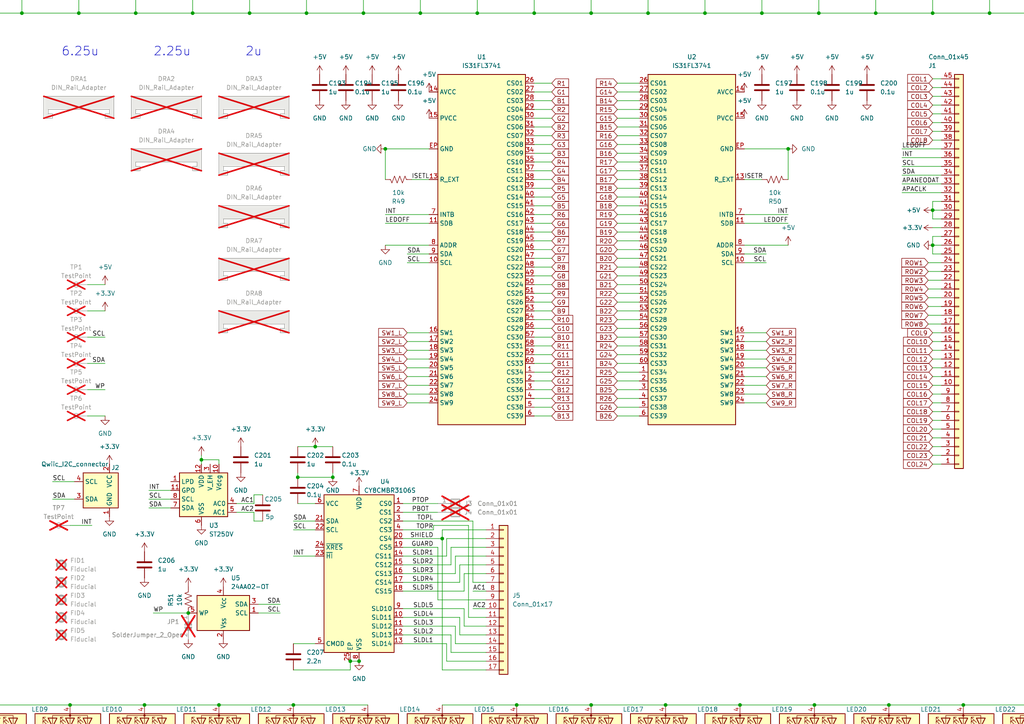
<source format=kicad_sch>
(kicad_sch (version 20231120) (generator "eeschema") (generator_version "8.0")
  (paper "A4")
  (junction (at 72.39 -121.92))
  (junction (at -43.18 -76.2))
  (junction (at 186.69 -15.24))
  (junction (at 49.53 290.83))
  (junction (at 104.14 252.73))
  (junction (at -10.16 -134.62))
  (junction (at 238.76 271.78))
  (junction (at 39.37 -91.44))
  (junction (at 261.62 -78.74))
  (junction (at 105.41 -38.1))
  (junction (at 320.04 -121.92))
  (junction (at -133.35 252.73))
  (junction (at 303.53 -53.34))
  (junction (at 228.6 -48.26))
  (junction (at 82.55 347.98))
  (junction (at 55.88 -15.24))
  (junction (at 6.35 -121.92))
  (junction (at -158.75 328.93))
  (junction (at 82.55 252.73))
  (junction (at 252.73 -22.86))
  (junction (at 21.59 -45.72))
  (junction (at 105.41 -91.44))
  (junction (at 39.37 347.98))
  (junction (at 114.3 252.73))
  (junction (at 168.91 377.19))
  (junction (at -27.94 -38.1))
  (junction (at 49.53 309.88))
  (junction (at -44.45 367.03))
  (junction (at 55.88 -134.62))
  (junction (at 318.77 -121.92))
  (junction (at 200.66 347.98))
  (junction (at 279.4 242.57))
  (junction (at -101.6 309.88))
  (junction (at -85.09 252.73))
  (junction (at -59.69 -53.34))
  (junction (at 87.63 -114.3))
  (junction (at 243.84 377.19))
  (junction (at 255.27 347.98))
  (junction (at 82.55 309.88))
  (junction (at 393.7 271.78))
  (junction (at 344.17 367.03))
  (junction (at 341.63 252.73))
  (junction (at -133.35 377.19))
  (junction (at 171.45 -22.86))
  (junction (at 39.37 -142.24))
  (junction (at 335.28 -99.06))
  (junction (at 220.98 -83.82))
  (junction (at 120.65 -91.44))
  (junction (at 6.35 -142.24))
  (junction (at 204.47 -38.1))
  (junction (at 138.43 -142.24))
  (junction (at 154.94 -68.58))
  (junction (at 17.78 252.73))
  (junction (at 396.24 204.47))
  (junction (at 72.39 -68.58))
  (junction (at 38.1 -68.58))
  (junction (at 5.08 -22.86))
  (junction (at 22.86 -68.58))
  (junction (at 320.04 233.68))
  (junction (at 120.65 -68.58))
  (junction (at 54.61 -121.92))
  (junction (at 346.71 271.78))
  (junction (at 212.09 233.68))
  (junction (at 157.48 309.88))
  (junction (at 6.35 -134.62))
  (junction (at 222.25 252.73))
  (junction (at 55.88 -106.68))
  (junction (at 276.86 271.78))
  (junction (at 162.56 -48.26))
  (junction (at -44.45 -91.44))
  (junction (at 203.2 -91.44))
  (junction (at 335.28 -83.82))
  (junction (at 257.81 223.52))
  (junction (at 39.37 -68.58))
  (junction (at 85.09 337.82))
  (junction (at -59.69 -45.72))
  (junction (at 373.38 328.93))
  (junction (at 403.86 309.88))
  (junction (at -101.6 271.78))
  (junction (at 373.38 252.73))
  (junction (at 27.94 252.73))
  (junction (at -133.35 290.83))
  (junction (at -85.09 290.83))
  (junction (at 252.73 -38.1))
  (junction (at 38.1 -60.96))
  (junction (at -80.01 347.98))
  (junction (at 269.24 -91.44))
  (junction (at 269.24 -114.3))
  (junction (at -106.68 271.78))
  (junction (at 346.71 233.68))
  (junction (at 285.75 -22.86))
  (junction (at 236.22 -83.82))
  (junction (at 63.5 318.77))
  (junction (at 171.45 261.62))
  (junction (at 104.14 -121.92))
  (junction (at 212.09 271.78))
  (junction (at -26.67 -146.05))
  (junction (at 200.66 252.73))
  (junction (at 254 -91.44))
  (junction (at -111.76 233.68))
  (junction (at 39.37 3.81))
  (junction (at 220.98 -60.96))
  (junction (at -68.58 309.88))
  (junction (at 265.43 309.88))
  (junction (at 153.67 -68.58))
  (junction (at 21.59 -15.24))
  (junction (at -27.94 -76.2))
  (junction (at 41.91 204.47))
  (junction (at 193.04 242.57))
  (junction (at 228.6 -93.98))
  (junction (at 265.43 252.73))
  (junction (at 88.9 3.81))
  (junction (at -11.43 -91.44))
  (junction (at 365.76 280.67))
  (junction (at 285.75 -15.24))
  (junction (at -15.24 252.73))
  (junction (at 302.26 -91.44))
  (junction (at 46.99 -63.5))
  (junction (at 200.66 233.68))
  (junction (at -10.16 -114.3))
  (junction (at 220.98 -134.62))
  (junction (at 80.01 -33.02))
  (junction (at -68.58 328.93))
  (junction (at 302.26 -76.2))
  (junction (at -163.83 233.68))
  (junction (at 236.22 299.72))
  (junction (at 162.56 -33.02))
  (junction (at 63.5 -93.98))
  (junction (at 39.37 252.73))
  (junction (at 39.37 -45.72))
  (junction (at -161.29 299.72))
  (junction (at 203.2 -68.58))
  (junction (at 320.04 271.78))
  (junction (at 278.13 -2.54))
  (junction (at 311.15 -17.78))
  (junction (at 49.53 271.78))
  (junction (at 200.66 309.88))
  (junction (at 92.71 328.93))
  (junction (at 254 -38.1))
  (junction (at 55.88 -142.24))
  (junction (at 137.16 -30.48))
  (junction (at -44.45 280.67))
  (junction (at -158.75 233.68))
  (junction (at 237.49 -15.24))
  (junction (at 138.43 -60.96))
  (junction (at 236.22 -121.92))
  (junction (at -63.5 290.83))
  (junction (at 203.2 -53.34))
  (junction (at 269.24 -99.06))
  (junction (at 269.24 -83.82))
  (junction (at 149.86 223.52))
  (junction (at -128.27 271.78))
  (junction (at -59.69 3.81))
  (junction (at 85.09 299.72))
  (junction (at 330.2 347.98))
  (junction (at 294.64 -109.22))
  (junction (at 368.3 252.73))
  (junction (at 138.43 -38.1))
  (junction (at 82.55 233.68))
  (junction (at 270.51 60.96))
  (junction (at 125.73 233.68))
  (junction (at 373.38 377.19))
  (junction (at 87.63 -68.58))
  (junction (at -2.54 -93.98))
  (junction (at -44.45 -76.2))
  (junction (at 179.07 -48.26))
  (junction (at 129.54 -78.74))
  (junction (at 303.53 -121.92))
  (junction (at 200.66 377.19))
  (junction (at 204.47 -121.92))
  (junction (at -130.81 223.52))
  (junction (at 270.51 -68.58))
  (junction (at 270.51 -45.72))
  (junction (at 186.69 -68.58))
  (junction (at 138.43 -22.86))
  (junction (at 171.45 -68.58))
  (junction (at -87.63 299.72))
  (junction (at 121.92 -83.82))
  (junction (at -10.16 -68.58))
  (junction (at -66.04 337.82))
  (junction (at 22.86 3.81))
  (junction (at -27.94 -53.34))
  (junction (at 187.96 -83.82))
  (junction (at 257.81 299.72))
  (junction (at 138.43 -45.72))
  (junction (at 351.79 377.19))
  (junction (at -43.18 -45.72))
  (junction (at 5.08 -30.48))
  (junction (at 60.96 252.73))
  (junction (at 162.56 -63.5))
  (junction (at 318.77 -99.06))
  (junction (at 236.22 280.67))
  (junction (at -59.69 -60.96))
  (junction (at 152.4 328.93))
  (junction (at 137.16 -38.1))
  (junction (at 22.86 -106.68))
  (junction (at 303.53 271.78))
  (junction (at 320.04 -45.72))
  (junction (at 186.69 -121.92))
  (junction (at 195.58 -109.22))
  (junction (at 220.98 -91.44))
  (junction (at 153.67 -15.24))
  (junction (at -52.07 -63.5))
  (junction (at 335.28 -68.58))
  (junction (at 368.3 233.68))
  (junction (at 80.01 -17.78))
  (junction (at 300.99 261.62))
  (junction (at -80.01 271.78))
  (junction (at 368.3 328.93))
  (junction (at 80.01 -109.22))
  (junction (at 168.91 233.68))
  (junction (at 41.91 280.67))
  (junction (at 344.17 204.47))
  (junction (at 311.15 -109.22))
  (junction (at -90.17 377.19))
  (junction (at 55.88 -76.2))
  (junction (at 351.79 252.73))
  (junction (at 269.24 -76.2))
  (junction (at 1.27 377.19))
  (junction (at 105.41 3.81))
  (junction (at 22.86 -53.34))
  (junction (at 54.61 -15.24))
  (junction (at 269.24 -15.24))
  (junction (at -43.18 -83.82))
  (junction (at 38.1 -99.06))
  (junction (at 298.45 347.98))
  (junction (at 222.25 271.78))
  (junction (at 285.75 -60.96))
  (junction (at -80.01 290.83))
  (junction (at -44.45 -38.1))
  (junction (at 245.11 -17.78))
  (junction (at 66.04 271.78))
  (junction (at 325.12 377.19))
  (junction (at 120.65 -121.92))
  (junction (at 287.02 -99.06))
  (junction (at -123.19 290.83))
  (junction (at -19.05 -2.54))
  (junction (at 87.63 290.83))
  (junction (at 1.27 290.83))
  (junction (at 254 -7.62))
  (junction (at 302.26 -60.96))
  (junction (at 87.63 347.98))
  (junction (at -63.5 377.19))
  (junction (at 320.04 377.19))
  (junction (at 255.27 290.83))
  (junction (at 87.63 -99.06))
  (junction (at -46.99 377.19))
  (junction (at -80.01 252.73))
  (junction (at 325.12 252.73))
  (junction (at 96.52 -93.98))
  (junction (at -123.19 309.88))
  (junction (at 190.5 233.68))
  (junction (at -130.81 280.67))
  (junction (at -158.75 347.98))
  (junction (at 222.25 347.98))
  (junction (at 254 -99.06))
  (junction (at -19.05 -109.22))
  (junction (at 71.12 -45.72))
  (junction (at 5.08 -114.3))
  (junction (at 6.35 -30.48))
  (junction (at 346.71 347.98))
  (junction (at 203.2 -38.1))
  (junction (at 171.45 223.52))
  (junction (at 320.04 -146.05))
  (junction (at 269.24 -106.68))
  (junction (at 279.4 367.03))
  (junction (at 363.22 252.73))
  (junction (at 13.97 -17.78))
  (junction (at 204.47 3.81))
  (junction (at -26.67 -38.1))
  (junction (at 204.47 -30.48))
  (junction (at 138.43 -76.2))
  (junction (at -26.67 -7.62))
  (junction (at -52.07 -17.78))
  (junction (at -158.75 271.78))
  (junction (at 30.48 -33.02))
  (junction (at -101.6 377.19))
  (junction (at -63.5 233.68))
  (junction (at 233.68 377.19))
  (junction (at 237.49 -142.24))
  (junction (at 6.35 328.93))
  (junction (at -66.04 367.03))
  (junction (at 120.65 -22.86))
  (junction (at 285.75 -83.82))
  (junction (at 245.11 -2.54))
  (junction (at -26.67 -91.44))
  (junction (at 300.99 223.52))
  (junction (at 214.63 242.57))
  (junction (at 121.92 -146.05))
  (junction (at -128.27 233.68))
  (junction (at 233.68 271.78))
  (junction (at 281.94 377.19))
  (junction (at -101.6 252.73))
  (junction (at 228.6 43.18))
  (junction (at 203.2 -99.06))
  (junction (at 105.41 -30.48))
  (junction (at 265.43 377.19))
  (junction (at 243.84 233.68))
  (junction (at 138.43 -68.58))
  (junction (at 17.78 377.19))
  (junction (at 88.9 -30.48))
  (junction (at 121.92 -15.24))
  (junction (at 27.94 377.19))
  (junction (at 322.58 367.03))
  (junction (at -43.18 -22.86))
  (junction (at 252.73 -121.92))
  (junction (at -68.58 377.19))
  (junction (at 236.22 -45.72))
  (junction (at 157.48 290.83))
  (junction (at 173.99 233.68))
  (junction (at 30.48 -78.74))
  (junction (at 285.75 -121.92))
  (junction (at 87.63 377.19))
  (junction (at 173.99 328.93))
  (junction (at 55.88 -146.05))
  (junction (at -128.27 347.98))
  (junction (at 21.59 -106.68))
  (junction (at 190.5 271.78))
  (junction (at 6.35 -45.72))
  (junction (at 252.73 -99.06))
  (junction (at 153.67 -38.1))
  (junction (at -43.18 -91.44))
  (junction (at 171.45 367.03))
  (junction (at 195.58 -48.26))
  (junction (at 320.04 -142.24))
  (junction (at 257.81 337.82))
  (junction (at 6.35 347.98))
  (junction (at -111.76 377.19))
  (junction (at 287.02 347.98))
  (junction (at 257.81 204.47))
  (junction (at 311.15 -2.54))
  (junction (at 109.22 347.98))
  (junction (at 22.86 328.93))
  (junction (at 129.54 -17.78))
  (junction (at 179.07 309.88))
  (junction (at -63.5 347.98))
  (junction (at 6.35 290.83))
  (junction (at 190.5 347.98))
  (junction (at -27.94 -22.86))
  (junction (at 171.45 242.57))
  (junction (at 38.1 -53.34))
  (junction (at 105.41 -68.58))
  (junction (at 38.1 -15.24))
  (junction (at 335.28 -30.48))
  (junction (at 38.1 -76.2))
  (junction (at 30.48 -48.26))
  (junction (at 287.02 -15.24))
  (junction (at 125.73 309.88))
  (junction (at 335.28 -22.86))
  (junction (at 39.37 -121.92))
  (junction (at 104.14 -114.3))
  (junction (at 300.99 280.67))
  (junction (at 261.62 -33.02))
  (junction (at 270.51 -114.3))
  (junction (at 276.86 377.19))
  (junction (at 6.35 -15.24))
  (junction (at 154.94 -142.24))
  (junction (at 6.35 -53.34))
  (junction (at 335.28 -53.34))
  (junction (at 153.67 -114.3))
  (junction (at 195.58 233.68))
  (junction (at 243.84 347.98))
  (junction (at 190.5 252.73))
  (junction (at 13.97 -93.98))
  (junction (at 87.63 271.78))
  (junction (at 245.11 -63.5))
  (junction (at -52.07 -109.22))
  (junction (at 252.73 -45.72))
  (junction (at -26.67 -106.68))
  (junction (at 80.01 -78.74))
  (junction (at -19.05 -17.78))
  (junction (at 318.77 -91.44))
  (junction (at 170.18 -76.2))
  (junction (at 179.07 -17.78))
  (junction (at -11.43 -15.24))
  (junction (at 30.48 -109.22))
  (junction (at -2.54 -63.5))
  (junction (at -43.18 -106.68))
  (junction (at -106.68 290.83))
  (junction (at 121.92 -99.06))
  (junction (at 153.67 -30.48))
  (junction (at 270.51 -106.68))
  (junction (at 20.32 261.62))
  (junction (at 325.12 271.78))
  (junction (at -36.83 290.83))
  (junction (at 105.41 -142.24))
  (junction (at 308.61 309.88))
  (junction (at 121.92 -76.2))
  (junction (at 104.14 -38.1))
  (junction (at 344.17 280.67))
  (junction (at -20.32 233.68))
  (junction (at 303.53 347.98))
  (junction (at 214.63 280.67))
  (junction (at 72.39 -15.24))
  (junction (at 252.73 -30.48))
  (junction (at 63.5 -48.26))
  (junction (at -130.81 261.62))
  (junction (at -41.91 309.88))
  (junction (at 22.86 377.19))
  (junction (at 220.98 -114.3))
  (junction (at -43.18 -38.1))
  (junction (at 72.39 -83.82))
  (junction (at -161.29 280.67))
  (junction (at 46.99 -33.02))
  (junction (at 114.3 309.88))
  (junction (at 368.3 347.98))
  (junction (at 6.35 3.81))
  (junction (at 114.3 377.19))
  (junction (at -44.45 261.62))
  (junction (at 344.17 299.72))
  (junction (at 220.98 -53.34))
  (junction (at 153.67 -76.2))
  (junction (at 63.5 -109.22))
  (junction (at -68.58 290.83))
  (junction (at 351.79 233.68))
  (junction (at 193.04 367.03))
  (junction (at 303.53 -142.24))
  (junction (at 92.71 347.98))
  (junction (at -128.27 377.19))
  (junction (at 311.15 -33.02))
  (junction (at 298.45 233.68))
  (junction (at 330.2 252.73))
  (junction (at 204.47 -76.2))
  (junction (at -44.45 -30.48))
  (junction (at 168.91 328.93))
  (junction (at 55.88 -22.86))
  (junction (at 195.58 271.78))
  (junction (at 72.39 -30.48))
  (junction (at 322.58 223.52))
  (junction (at 212.09 -93.98))
  (junction (at 270.51 -60.96))
  (junction (at -27.94 -114.3))
  (junction (at 30.48 -93.98))
  (junction (at 39.37 -106.68))
  (junction (at 236.22 261.62))
  (junction (at 261.62 -63.5))
  (junction (at -44.45 223.52))
  (junction (at 228.6 -2.54))
  (junction (at -46.99 233.68))
  (junction (at 270.51 -53.34))
  (junction (at 154.94 -83.82))
  (junction (at 137.16 -83.82))
  (junction (at 346.71 252.73))
  (junction (at 346.71 328.93))
  (junction (at 363.22 271.78))
  (junction (at -109.22 223.52))
  (junction (at 285.75 -53.34))
  (junction (at 22.86 347.98))
  (junction (at -133.35 309.88))
  (junction (at -41.91 377.19))
  (junction (at -58.42 309.88))
  (junction (at 170.18 -22.86))
  (junction (at -10.16 -38.1))
  (junction (at 254 -114.3))
  (junction (at -41.91 347.98))
  (junction (at -44.45 -121.92))
  (junction (at 287.02 -106.68))
  (junction (at 6.35 377.19))
  (junction (at 125.73 328.93))
  (junction (at 237.49 -38.1))
  (junction (at 147.32 271.78))
  (junction (at 63.5 242.57))
  (junction (at 214.63 318.77))
  (junction (at -59.69 -30.48))
  (junction (at -2.54 -2.54))
  (junction (at 128.27 156.21))
  (junction (at 54.61 -30.48))
  (junction (at -59.69 -134.62))
  (junction (at 39.37 -60.96))
  (junction (at 130.81 309.88))
  (junction (at 308.61 271.78))
  (junction (at 186.69 -38.1))
  (junction (at 39.37 -15.24))
  (junction (at -123.19 347.98))
  (junction (at 55.88 -121.92))
  (junction (at 71.12 290.83))
  (junction (at 147.32 309.88))
  (junction (at 270.51 -7.62))
  (junction (at -111.76 252.73))
  (junction (at -35.56 -109.22))
  (junction (at -44.45 -15.24))
  (junction (at 54.61 -45.72))
  (junction (at 109.22 377.19))
  (junction (at -101.6 290.83))
  (junction (at 219.71 -83.82))
  (junction (at 173.99 347.98))
  (junction (at 105.41 -121.92))
  (junction (at 195.58 -93.98))
  (junction (at 204.47 -146.05))
  (junction (at -80.01 233.68))
  (junction (at 195.58 -17.78))
  (junction (at -22.86 204.47))
  (junction (at -158.75 377.19))
  (junction (at -80.01 377.19))
  (junction (at 325.12 290.83))
  (junction (at -63.5 271.78))
  (junction (at -130.81 318.77))
  (junction (at 80.01 -93.98))
  (junction (at 120.65 -76.2))
  (junction (at -109.22 318.77))
  (junction (at -109.22 367.03))
  (junction (at -85.09 328.93))
  (junction (at 204.47 -68.58))
  (junction (at 179.07 -78.74))
  (junction (at 6.35 252.73))
  (junction (at 220.98 -22.86))
  (junction (at 157.48 233.68))
  (junction (at 104.14 271.78))
  (junction (at -2.54 -109.22))
  (junction (at 71.12 -30.48))
  (junction (at 5.08 -121.92))
  (junction (at 269.24 -53.34))
  (junction (at 41.91 337.82))
  (junction (at 398.78 347.98))
  (junction (at 72.39 -134.62))
  (junction (at 228.6 -33.02))
  (junction (at 237.49 -7.62))
  (junction (at 72.39 -114.3))
  (junction (at 269.24 -38.1))
  (junction (at 157.48 328.93))
  (junction (at -43.18 -15.24))
  (junction (at -22.86 299.72))
  (junction (at 22.86 252.73))
  (junction (at -46.99 271.78))
  (junction (at -20.32 252.73))
  (junction (at 236.22 367.03))
  (junction (at -35.56 -2.54))
  (junction (at 341.63 347.98))
  (junction (at 303.53 -99.06))
  (junction (at 54.61 -60.96))
  (junction (at 135.89 347.98))
  (junction (at 217.17 309.88))
  (junction (at 71.12 -15.24))
  (junction (at -163.83 252.73))
  (junction (at 71.12 -22.86))
  (junction (at 346.71 377.19))
  (junction (at -161.29 204.47))
  (junction (at -68.58 271.78))
  (junction (at -26.67 3.81))
  (junction (at 60.96 328.93))
  (junction (at -36.83 233.68))
  (junction (at 54.61 -22.86))
  (junction (at 27.94 309.88))
  (junction (at 341.63 290.83))
  (junction (at 54.61 -53.34))
  (junction (at 403.86 328.93))
  (junction (at 55.88 -45.72))
  (junction (at 233.68 328.93))
  (junction (at 22.86 -45.72))
  (junction (at 200.66 328.93))
  (junction (at -66.04 280.67))
  (junction (at 186.69 -83.82))
  (junction (at -10.16 -60.96))
  (junction (at -1.27 261.62))
  (junction (at -128.27 328.93))
  (junction (at -123.19 377.19))
  (junction (at 300.99 367.03))
  (junction (at 325.12 328.93))
  (junction (at 252.73 -76.2))
  (junction (at 228.6 -78.74))
  (junction (at 60.96 233.68))
  (junction (at 281.94 290.83))
  (junction (at 335.28 -106.68))
  (junction (at 219.71 -106.68))
  (junction (at 186.69 -45.72))
  (junction (at -35.56 -33.02))
  (junction (at 257.81 280.67))
  (junction (at 104.14 -76.2))
  (junction (at -10.16 -99.06))
  (junction (at 179.07 -63.5))
  (junction (at 368.3 290.83))
  (junction (at 238.76 309.88))
  (junction (at 220.98 -68.58))
  (junction (at 217.17 347.98))
  (junction (at 129.54 -48.26))
  (junction (at 203.2 -15.24))
  (junction (at 398.78 290.83))
  (junction (at 311.15 -63.5))
  (junction (at 5.08 -106.68))
  (junction (at 54.61 -68.58))
  (junction (at 154.94 -53.34))
  (junction (at 311.15 -78.74))
  (junction (at 170.18 -114.3))
  (junction (at 285.75 -68.58))
  (junction (at 237.49 -53.34))
  (junction (at 63.5 223.52))
  (junction (at 121.92 -45.72))
  (junction (at 171.45 -60.96))
  (junction (at 138.43 -91.44))
  (junction (at 236.22 -15.24))
  (junction (at 87.63 328.93))
  (junction (at 153.67 -83.82))
  (junction (at 335.28 -114.3))
  (junction (at 193.04 280.67))
  (junction (at -59.69 -22.86))
  (junction (at -3.81 309.88))
  (junction (at 72.39 -38.1))
  (junction (at 21.59 -30.48))
  (junction (at 162.56 -93.98))
  (junction (at 190.5 328.93))
  (junction (at -59.69 -91.44))
  (junction (at 179.07 328.93))
  (junction (at 20.32 280.67))
  (junction (at 162.56 -2.54))
  (junction (at 398.78 252.73))
  (junction (at -19.05 -78.74))
  (junction (at 54.61 -114.3))
  (junction (at -22.86 280.67))
  (junction (at 261.62 -48.26))
  (junction (at -11.43 -45.72))
  (junction (at 54.61 -76.2))
  (junction (at 285.75 -45.72))
  (junction (at 285.75 -30.48))
  (junction (at -58.42 252.73))
  (junction (at 87.63 -30.48))
  (junction (at -161.29 223.52))
  (junction (at 114.3 233.68))
  (junction (at 217.17 290.83))
  (junction (at 135.89 252.73))
  (junction (at 287.02 -60.96))
  (junction (at -27.94 -68.58))
  (junction (at 252.73 -83.82))
  (junction (at 398.78 309.88))
  (junction (at -133.35 233.68))
  (junction (at 308.61 377.19))
  (junction (at 279.4 204.47))
  (junction (at 368.3 271.78))
  (junction (at 39.37 -83.82))
  (junction (at 135.89 328.93))
  (junction (at -3.81 290.83))
  (junction (at 39.37 377.19))
  (junction (at 63.5 261.62))
  (junction (at 254 -121.92))
  (junction (at 72.39 -60.96))
  (junction (at -10.16 -53.34))
  (junction (at 302.26 -15.24))
  (junction (at -36.83 328.93))
  (junction (at 113.03 -48.26))
  (junction (at 121.92 -142.24))
  (junction (at 88.9 -83.82))
  (junction (at 87.63 -60.96))
  (junction (at 186.69 -30.48))
  (junction (at 285.75 -106.68))
  (junction (at -68.58 347.98))
  (junction (at 203.2 -30.48))
  (junction (at 243.84 271.78))
  (junction (at 265.43 347.98))
  (junction (at 121.92 -22.86))
  (junction (at 147.32 328.93))
  (junction (at 113.03 -109.22))
  (junction (at 20.32 318.77))
  (junction (at 114.3 328.93))
  (junction (at 281.94 252.73))
  (junction (at 393.7 377.19))
  (junction (at -153.67 328.93))
  (junction (at 54.61 177.8))
  (junction (at 393.7 347.98))
  (junction (at 46.99 -48.26))
  (junction (at 308.61 328.93))
  (junction (at -27.94 -83.82))
  (junction (at 214.63 223.52))
  (junction (at 125.73 377.19))
  (junction (at 270.51 -22.86))
  (junction (at 135.89 271.78))
  (junction (at 320.04 -106.68))
  (junction (at 82.55 377.19))
  (junction (at 6.35 -68.58))
  (junction (at 257.81 242.57))
  (junction (at 187.96 -146.05))
  (junction (at -22.86 223.52))
  (junction (at 187.96 -91.44))
  (junction (at 105.41 -76.2))
  (junction (at 71.12 271.78))
  (junction (at -3.81 347.98))
  (junction (at 121.92 -30.48))
  (junction (at 153.67 -106.68))
  (junction (at 270.51 -76.2))
  (junction (at 38.1 -30.48))
  (junction (at -161.29 337.82))
  (junction (at -106.68 233.68))
  (junction (at 101.6 191.77))
  (junction (at 137.16 -45.72))
  (junction (at 121.92 -134.62))
  (junction (at 88.9 -76.2))
  (junction (at -26.67 -60.96))
  (junction (at 335.28 -15.24))
  (junction (at 298.45 252.73))
  (junction (at 109.22 233.68))
  (junction (at -87.63 337.82))
  (junction (at 170.18 -99.06))
  (junction (at 222.25 290.83))
  (junction (at -35.56 -48.26))
  (junction (at 63.5 299.72))
  (junction (at 330.2 290.83))
  (junction (at 335.28 -76.2))
  (junction (at 88.9 -146.05))
  (junction (at 41.91 242.57))
  (junction (at 173.99 309.88))
  (junction (at 120.65 -83.82))
  (junction (at 21.59 -83.82))
  (junction (at 22.86 -60.96))
  (junction (at 54.61 -38.1))
  (junction (at -10.16 -45.72))
  (junction (at 72.39 -106.68))
  (junction (at 373.38 271.78))
  (junction (at 279.4 261.62))
  (junction (at 27.94 347.98))
  (junction (at 237.49 -68.58))
  (junction (at 276.86 328.93))
  (junction (at 149.86 367.03))
  (junction (at -163.83 271.78))
  (junction (at 21.59 -53.34))
  (junction (at 193.04 223.52))
  (junction (at 270.51 -134.62))
  (junction (at 171.45 318.77))
  (junction (at 88.9 -60.96))
  (junction (at 114.3 290.83))
  (junction (at 157.48 377.19))
  (junction (at 396.24 242.57))
  (junction (at 363.22 290.83))
  (junction (at 30.48 -63.5))
  (junction (at 104.14 -91.44))
  (junction (at 120.65 -60.96))
  (junction (at -26.67 -134.62))
  (junction (at -2.54 -33.02))
  (junction (at 365.76 367.03))
  (junction (at -133.35 347.98))
  (junction (at 72.39 -142.24))
  (junction (at -27.94 -91.44))
  (junction (at 330.2 377.19))
  (junction (at 398.78 233.68))
  (junction (at 109.22 252.73))
  (junction (at 87.63 -83.82))
  (junction (at 87.63 -121.92))
  (junction (at 149.86 242.57))
  (junction (at -153.67 347.98))
  (junction (at 88.9 -114.3))
  (junction (at 41.91 261.62))
  (junction (at -52.07 -48.26))
  (junction (at 153.67 -22.86))
  (junction (at 212.09 -63.5))
  (junction (at 303.53 377.19))
  (junction (at 85.09 223.52))
  (junction (at 363.22 328.93))
  (junction (at 311.15 -48.26))
  (junction (at 85.09 318.77))
  (junction (at 300.99 242.57))
  (junction (at -27.94 -99.06))
  (junction (at 320.04 -15.24))
  (junction (at -80.01 309.88))
  (junction (at 137.16 -106.68))
  (junction (at 276.86 233.68))
  (junction (at -46.99 252.73))
  (junction (at 153.67 -99.06))
  (junction (at -161.29 261.62))
  (junction (at 60.96 309.88))
  (junction (at 187.96 -30.48))
  (junction (at 187.96 -68.58))
  (junction (at 71.12 252.73))
  (junction (at 22.86 -15.24))
  (junction (at 104.14 347.98))
  (junction (at 243.84 290.83))
  (junction (at 39.37 -30.48))
  (junction (at 152.4 252.73))
  (junction (at 5.08 -60.96))
  (junction (at -123.19 271.78))
  (junction (at 298.45 309.88))
  (junction (at -22.86 261.62))
  (junction (at 154.94 -7.62))
  (junction (at 152.4 271.78))
  (junction (at 22.86 -38.1))
  (junction (at 54.61 -99.06))
  (junction (at 38.1 -106.68))
  (junction (at 255.27 252.73))
  (junction (at 270.51 71.12))
  (junction (at 265.43 290.83))
  (junction (at 365.76 337.82))
  (junction (at 265.43 233.68))
  (junction (at 152.4 290.83))
  (junction (at 149.86 204.47))
  (junction (at 173.99 377.19))
  (junction (at 341.63 233.68))
  (junction (at 318.77 -15.24))
  (junction (at 55.88 -114.3))
  (junction (at -109.22 242.57))
  (junction (at 55.88 -30.48))
  (junction (at 168.91 309.88))
  (junction (at -52.07 -33.02))
  (junction (at -153.67 309.88))
  (junction (at -10.16 -106.68))
  (junction (at 237.49 -30.48))
  (junction (at 222.25 377.19))
  (junction (at -10.16 -91.44))
  (junction (at 195.58 -33.02))
  (junction (at 303.53 233.68))
  (junction (at 22.86 -30.48))
  (junction (at 186.69 -76.2))
  (junction (at 38.1 -121.92))
  (junction (at 129.54 -63.5))
  (junction (at 320.04 290.83))
  (junction (at 219.71 -114.3))
  (junction (at 170.18 -15.24))
  (junction (at 276.86 309.88))
  (junction (at 130.81 377.19))
  (junction (at 125.73 271.78))
  (junction (at 170.18 -45.72))
  (junction (at 120.65 -114.3))
  (junction (at -106.68 328.93))
  (junction (at 204.47 -142.24))
  (junction (at 203.2 -76.2))
  (junction (at 212.09 -17.78))
  (junction (at 6.35 -114.3))
  (junction (at 63.5 337.82))
  (junction (at 105.41 -106.68))
  (junction (at 85.09 242.57))
  (junction (at 170.18 -121.92))
  (junction (at 121.92 -38.1))
  (junction (at -3.81 328.93))
  (junction (at 320.04 -53.34))
  (junction (at -10.16 -83.82))
  (junction (at 373.38 233.68))
  (junction (at 270.51 -142.24))
  (junction (at 138.43 -134.62))
  (junction (at 193.04 204.47))
  (junction (at 171.45 -53.34))
  (junction (at 1.27 252.73))
  (junction (at 5.08 -38.1))
  (junction (at -11.43 -121.92))
  (junction (at 44.45 233.68))
  (junction (at -11.43 -38.1))
  (junction (at -43.18 -146.05))
  (junction (at 302.26 -114.3))
  (junction (at -106.68 309.88))
  (junction (at -22.86 367.03))
  (junction (at 71.12 -99.06))
  (junction (at 287.02 377.19))
  (junction (at 398.78 328.93))
  (junction (at 22.86 -91.44))
  (junction (at 170.18 -53.34))
  (junction (at 236.22 318.77))
  (junction (at -25.4 290.83))
  (junction (at 179.07 -93.98))
  (junction (at -15.24 290.83))
  (junction (at 71.12 347.98))
  (junction (at -26.67 -68.58))
  (junction (at -85.09 233.68))
  (junction (at 335.28 -38.1))
  (junction (at 170.18 -68.58))
  (junction (at 146.05 -17.78))
  (junction (at 6.35 -76.2))
  (junction (at -1.27 337.82))
  (junction (at 170.18 -91.44))
  (junction (at 104.14 -22.86))
  (junction (at 236.22 242.57))
  (junction (at 245.11 -78.74))
  (junction (at 173.99 252.73))
  (junction (at 85.09 204.47))
  (junction (at 195.58 377.19))
  (junction (at -26.67 -121.92))
  (junction (at 6.35 271.78))
  (junction (at 6.35 -60.96))
  (junction (at 186.69 -53.34))
  (junction (at 220.98 -45.72))
  (junction (at -87.63 280.67))
  (junction (at 269.24 -30.48))
  (junction (at 109.22 290.83))
  (junction (at 287.02 233.68))
  (junction (at 66.04 233.68))
  (junction (at 237.49 -22.86))
  (junction (at 39.37 -38.1))
  (junction (at 137.16 -121.92))
  (junction (at 237.49 -114.3))
  (junction (at 187.96 -45.72))
  (junction (at 173.99 271.78))
  (junction (at 5.08 -99.06))
  (junction (at 220.98 -7.62))
  (junction (at 346.71 290.83))
  (junction (at 1.27 347.98))
  (junction (at 72.39 -7.62))
  (junction (at 222.25 309.88))
  (junction (at 233.68 233.68))
  (junction (at 85.09 367.03))
  (junction (at 5.08 -15.24))
  (junction (at 403.86 233.68))
  (junction (at 55.88 -99.06))
  (junction (at 104.14 -106.68))
  (junction (at 287.02 -45.72))
  (junction (at 287.02 -30.48))
  (junction (at 303.53 -134.62))
  (junction (at 60.96 347.98))
  (junction (at 6.35 -91.44))
  (junction (at 187.96 -106.68))
  (junction (at 368.3 377.19))
  (junction (at 146.05 -78.74))
  (junction (at -26.67 -53.34))
  (junction (at -1.27 299.72))
  (junction (at 88.9 -45.72))
  (junction (at -43.18 -142.24))
  (junction (at 320.04 -22.86))
  (junction (at 236.22 204.47))
  (junction (at -63.5 309.88))
  (junction (at -59.69 -99.06))
  (junction (at 130.81 233.68))
  (junction (at 238.76 290.83))
  (junction (at 351.79 271.78))
  (junction (at -11.43 -53.34))
  (junction (at 403.86 347.98))
  (junction (at 154.94 -22.86))
  (junction (at 204.47 -106.68))
  (junction (at 113.03 -17.78))
  (junction (at 236.22 -38.1))
  (junction (at 55.88 -91.44))
  (junction (at 87.63 -38.1))
  (junction (at 66.04 328.93))
  (junction (at 137.16 -60.96))
  (junction (at 365.76 223.52))
  (junction (at 270.51 -30.48))
  (junction (at -85.09 271.78))
  (junction (at -59.69 -38.1))
  (junction (at 203.2 -60.96))
  (junction (at -59.69 -76.2))
  (junction (at 22.86 233.68))
  (junction (at 72.39 -45.72))
  (junction (at 298.45 377.19))
  (junction (at 129.54 -33.02))
  (junction (at 80.01 -48.26))
  (junction (at 113.03 -78.74))
  (junction (at -66.04 223.52))
  (junction (at -26.67 -76.2))
  (junction (at 252.73 -60.96))
  (junction (at 393.7 290.83))
  (junction (at 217.17 328.93))
  (junction (at 287.02 -121.92))
  (junction (at 41.91 367.03))
  (junction (at 270.51 -83.82))
  (junction (at 96.52 -78.74))
  (junction (at 393.7 309.88))
  (junction (at 20.32 367.03))
  (junction (at 204.47 -22.86))
  (junction (at 6.35 233.68))
  (junction (at -26.67 -30.48))
  (junction (at 254 -76.2))
  (junction (at -161.29 367.03))
  (junction (at 157.48 252.73))
  (junction (at 113.03 -63.5))
  (junction (at 219.71 -91.44))
  (junction (at 269.24 -45.72))
  (junction (at 17.78 347.98))
  (junction (at 5.08 -53.34))
  (junction (at -36.83 271.78))
  (junction (at -52.07 -78.74))
  (junction (at 146.05 -93.98))
  (junction (at 153.67 -60.96))
  (junction (at 88.9 -142.24))
  (junction (at 252.73 -91.44))
  (junction (at 92.71 252.73))
  (junction (at -20.32 377.19))
  (junction (at 179.07 -109.22))
  (junction (at 308.61 252.73))
  (junction (at 44.45 252.73))
  (junction (at 302.26 -45.72))
  (junction (at 46.99 -17.78))
  (junction (at 212.09 -33.02))
  (junction (at 171.45 -45.72))
  (junction (at 30.48 -17.78))
  (junction (at -25.4 233.68))
  (junction (at 287.02 328.93))
  (junction (at -90.17 252.73))
  (junction (at 261.62 -109.22))
  (junction (at 217.17 271.78))
  (junction (at 22.86 -146.05))
  (junction (at -85.09 309.88))
  (junction (at 152.4 377.19))
  (junction (at 344.17 337.82))
  (junction (at 96.52 -33.02))
  (junction (at -85.09 347.98))
  (junction (at 214.63 261.62))
  (junction (at 212.09 290.83))
  (junction (at 104.14 377.19))
  (junction (at 149.86 261.62))
  (junction (at 233.68 347.98))
  (junction (at 121.92 -53.34))
  (junction (at 96.52 -63.5))
  (junction (at 87.63 -76.2))
  (junction (at 87.63 233.68))
  (junction (at 325.12 347.98))
  (junction (at 104.14 -30.48))
  (junction (at 238.76 252.73))
  (junction (at 88.9 -7.62))
  (junction (at 6.35 -106.68))
  (junction (at -10.16 -142.24))
  (junction (at 63.5 -63.5))
  (junction (at -163.83 328.93))
  (junction (at 195.58 309.88))
  (junction (at 6.35 -83.82))
  (junction (at 220.98 -142.24))
  (junction (at 22.86 309.88))
  (junction (at 187.96 -60.96))
  (junction (at -1.27 318.77))
  (junction (at 149.86 337.82))
  (junction (at 154.94 -30.48))
  (junction (at -163.83 309.88))
  (junction (at 71.12 -114.3))
  (junction (at 186.69 -22.86))
  (junction (at 1.27 271.78))
  (junction (at 121.92 -68.58))
  (junction (at 72.39 3.81))
  (junction (at 287.02 309.88))
  (junction (at 237.49 -91.44))
  (junction (at 255.27 328.93))
  (junction (at 135.89 377.19))
  (junction (at 219.71 -76.2))
  (junction (at -44.45 318.77))
  (junction (at -44.45 -114.3))
  (junction (at 302.26 -99.06))
  (junction (at 168.91 271.78))
  (junction (at 303.53 290.83))
  (junction (at 318.77 -45.72))
  (junction (at 44.45 347.98))
  (junction (at 245.11 -48.26))
  (junction (at 60.96 290.83))
  (junction (at -44.45 -22.86))
  (junction (at -35.56 -63.5))
  (junction (at 22.86 -134.62))
  (junction (at 105.41 -22.86))
  (junction (at -25.4 271.78))
  (junction (at 170.18 -106.68))
  (junction (at 88.9 -134.62))
  (junction (at 320.04 -99.06))
  (junction (at 87.63 252.73))
  (junction (at 260.35 290.83))
  (junction (at -11.43 -106.68))
  (junction (at 1.27 328.93))
  (junction (at -36.83 347.98))
  (junction (at 212.09 -48.26))
  (junction (at 21.59 -91.44))
  (junction (at -10.16 3.81))
  (junction (at 254 3.81))
  (junction (at -10.16 -76.2))
  (junction (at 171.45 3.81))
  (junction (at 154.94 -15.24))
  (junction (at -153.67 290.83))
  (junction (at 22.86 -7.62))
  (junction (at -41.91 252.73))
  (junction (at -109.22 299.72))
  (junction (at -46.99 290.83))
  (junction (at 6.35 -146.05))
  (junction (at 179.07 -33.02))
  (junction (at 58.42 133.35))
  (junction (at 5.08 -83.82))
  (junction (at 72.39 -22.86))
  (junction (at 88.9 -91.44))
  (junction (at 187.96 -76.2))
  (junction (at 71.12 -106.68))
  (junction (at 17.78 233.68))
  (junction (at 318.77 -106.68))
  (junction (at 71.12 -68.58))
  (junction (at 13.97 -109.22))
  (junction (at 245.11 -33.02))
  (junction (at -58.42 377.19))
  (junction (at 39.37 271.78))
  (junction (at -153.67 233.68))
  (junction (at -11.43 -114.3))
  (junction (at 276.86 252.73))
  (junction (at 287.02 -114.3))
  (junction (at -43.18 3.81))
  (junction (at 105.41 -114.3))
  (junction (at 157.48 271.78))
  (junction (at 303.53 309.88))
  (junction (at 38.1 -22.86))
  (junction (at -58.42 290.83))
  (junction (at 222.25 328.93))
  (junction (at 22.86 -142.24))
  (junction (at 236.22 -106.68))
  (junction (at 351.79 309.88))
  (junction (at 104.14 -68.58))
  (junction (at 120.65 -106.68))
  (junction (at 121.92 -91.44))
  (junction (at 311.15 -93.98))
  (junction (at 398.78 271.78))
  (junction (at -90.17 309.88))
  (junction (at 138.43 -83.82))
  (junction (at 303.53 -22.86))
  (junction (at 212.09 377.19))
  (junction (at 219.71 -121.92))
  (junction (at 237.49 -99.06))
  (junction (at -111.76 328.93))
  (junction (at 214.63 299.72))
  (junction (at 129.54 -93.98))
  (junction (at -26.67 -22.86))
  (junction (at 254 -83.82))
  (junction (at 279.4 299.72))
  (junction (at -25.4 252.73))
  (junction (at 403.86 271.78))
  (junction (at 137.16 -91.44))
  (junction (at -68.58 233.68))
  (junction (at 278.13 -93.98))
  (junction (at 261.62 -93.98))
  (junction (at 130.81 271.78))
  (junction (at -41.91 328.93))
  (junction (at -59.69 -83.82))
  (junction (at 17.78 309.88))
  (junction (at 320.04 -76.2))
  (junction (at 320.04 -60.96))
  (junction (at 162.56 -78.74))
  (junction (at 55.88 3.81))
  (junction (at 330.2 233.68))
  (junction (at 302.26 -121.92))
  (junction (at 30.48 -2.54))
  (junction (at 60.96 377.19))
  (junction (at -43.18 -134.62))
  (junction (at 219.71 -60.96))
  (junction (at 335.28 -121.92))
  (junction (at 219.71 -15.24))
  (junction (at -44.45 242.57))
  (junction (at 214.63 367.03))
  (junction (at 330.2 328.93))
  (junction (at -11.43 -60.96))
  (junction (at -58.42 271.78))
  (junction (at 303.53 252.73))
  (junction (at 318.77 -60.96))
  (junction (at 245.11 -93.98))
  (junction (at 320.04 -30.48))
  (junction (at 138.43 -99.06))
  (junction (at 85.09 280.67))
  (junction (at -10.16 -30.48))
  (junction (at -10.16 -22.86))
  (junction (at 281.94 328.93))
  (junction (at 330.2 309.88))
  (junction (at -58.42 347.98))
  (junction (at 303.53 -91.44))
  (junction (at -66.04 299.72))
  (junction (at 287.02 3.81))
  (junction (at 341.63 271.78))
  (junction (at 49.53 233.68))
  (junction (at 20.32 204.47))
  (junction (at -90.17 271.78))
  (junction (at 318.77 -22.86))
  (junction (at -161.29 242.57))
  (junction (at 303.53 3.81))
  (junction (at 154.94 -45.72))
  (junction (at 130.81 290.83))
  (junction (at 219.71 -38.1))
  (junction (at -43.18 -7.62))
  (junction (at -19.05 -48.26))
  (junction (at -106.68 347.98))
  (junction (at -20.32 309.88))
  (junction (at 135.89 233.68))
  (junction (at 149.86 318.77))
  (junction (at -26.67 -45.72))
  (junction (at -1.27 242.57))
  (junction (at -59.69 -7.62))
  (junction (at -44.45 -45.72))
  (junction (at 363.22 233.68))
  (junction (at 154.94 -60.96))
  (junction (at -2.54 -48.26))
  (junction (at 252.73 -114.3))
  (junction (at 55.88 -38.1))
  (junction (at -11.43 -30.48))
  (junction (at 204.47 -83.82))
  (junction (at 41.91 299.72))
  (junction (at 71.12 -53.34))
  (junction (at -163.83 290.83))
  (junction (at 204.47 -99.06))
  (junction (at 300.99 204.47))
  (junction (at 255.27 309.88))
  (junction (at -133.35 271.78))
  (junction (at 87.63 -91.44))
  (junction (at 6.35 309.88))
  (junction (at 212.09 347.98))
  (junction (at 21.59 -114.3))
  (junction (at 278.13 -109.22))
  (junction (at -10.16 -146.05))
  (junction (at 17.78 271.78))
  (junction (at -59.69 -121.92))
  (junction (at 21.59 -76.2))
  (junction (at 21.59 -22.86))
  (junction (at 72.39 -76.2))
  (junction (at -27.94 -45.72))
  (junction (at 257.81 367.03))
  (junction (at 193.04 261.62))
  (junction (at -163.83 377.19))
  (junction (at 154.94 -99.06))
  (junction (at 20.32 242.57))
  (junction (at 236.22 -68.58))
  (junction (at 220.98 -99.06))
  (junction (at 152.4 347.98))
  (junction (at 187.96 -38.1))
  (junction (at 287.02 -146.05))
  (junction (at 308.61 233.68))
  (junction (at 147.32 290.83))
  (junction (at 298.45 328.93))
  (junction (at 254 -106.68))
  (junction (at -128.27 309.88))
  (junction (at 82.55 290.83))
  (junction (at -15.24 377.19))
  (junction (at 21.59 -60.96))
  (junction (at 54.61 -106.68))
  (junction (at 365.76 261.62))
  (junction (at -46.99 347.98))
  (junction (at -59.69 -106.68))
  (junction (at 105.41 -99.06))
  (junction (at 85.09 261.62))
  (junction (at 179.07 252.73))
  (junction (at -59.69 -146.05))
  (junction (at -2.54 -78.74))
  (junction (at -27.94 -106.68))
  (junction (at 287.02 -142.24))
  (junction (at -44.45 -68.58))
  (junction (at 120.65 -53.34))
  (junction (at 365.76 318.77))
  (junction (at 71.12 -38.1))
  (junction (at 153.67 -121.92))
  (junction (at 154.94 -76.2))
  (junction (at 179.07 377.19))
  (junction (at 92.71 290.83))
  (junction (at 236.22 -60.96))
  (junction (at 187.96 -15.24))
  (junction (at -130.81 299.72))
  (junction (at 260.35 252.73))
  (junction (at -44.45 -106.68))
  (junction (at 278.13 -63.5))
  (junction (at 111.76 43.18))
  (junction (at 44.45 328.93))
  (junction (at 236.22 -91.44))
  (junction (at 219.71 -68.58))
  (junction (at 154.94 -38.1))
  (junction (at 6.35 -99.06))
  (junction (at 105.41 -146.05))
  (junction (at 171.45 -142.24))
  (junction (at -26.67 -142.24))
  (junction (at 5.08 -76.2))
  (junction (at 320.04 -91.44))
  (junction (at 252.73 -68.58))
  (junction (at 204.47 -45.72))
  (junction (at 351.79 347.98))
  (junction (at 105.41 -134.62))
  (junction (at 219.71 -53.34))
  (junction (at 320.04 347.98))
  (junction (at 38.1 -45.72))
  (junction (at 270.51 3.81))
  (junction (at -26.67 -99.06))
  (junction (at 302.26 -30.48))
  (junction (at 39.37 328.93))
  (junction (at 138.43 -106.68))
  (junction (at 27.94 290.83))
  (junction (at 71.12 -121.92))
  (junction (at 179.07 347.98))
  (junction (at 320.04 309.88))
  (junction (at -43.18 -30.48))
  (junction (at -20.32 271.78))
  (junction (at 320.04 -134.62))
  (junction (at -15.24 271.78))
  (junction (at 281.94 233.68))
  (junction (at 318.77 -30.48))
  (junction (at 44.45 377.19))
  (junction (at 396.24 280.67))
  (junction (at 187.96 -142.24))
  (junction (at 318.77 -38.1))
  (junction (at 168.91 347.98))
  (junction (at 396.24 223.52))
  (junction (at 396.24 367.03))
  (junction (at 278.13 -17.78))
  (junction (at 154.94 -91.44))
  (junction (at -101.6 347.98))
  (junction (at 220.98 -38.1))
  (junction (at 233.68 290.83))
  (junction (at 318.77 -114.3))
  (junction (at 147.32 377.19))
  (junction (at -43.18 -114.3))
  (junction (at 204.47 -15.24))
  (junction (at -66.04 318.77))
  (junction (at 344.17 261.62))
  (junction (at 44.45 271.78))
  (junction (at 285.75 -114.3))
  (junction (at 269.24 -68.58))
  (junction (at 38.1 -91.44))
  (junction (at 281.94 347.98))
  (junction (at 203.2 -106.68))
  (junction (at 303.53 -15.24))
  (junction (at -3.81 252.73))
  (junction (at -35.56 -17.78))
  (junction (at 87.63 -106.68))
  (junction (at 270.51 -15.24))
  (junction (at 146.05 -63.5))
  (junction (at 82.55 271.78))
  (junction (at 105.41 -53.34))
  (junction (at 121.92 -121.92))
  (junction (at 162.56 -17.78))
  (junction (at -90.17 347.98))
  (junction (at 285.75 -99.06))
  (junction (at -27.94 -30.48))
  (junction (at 71.12 -83.82))
  (junction (at -19.05 -33.02))
  (junction (at 396.24 318.77))
  (junction (at 121.92 -60.96))
  (junction (at 260.35 347.98))
  (junction (at -26.67 -114.3))
  (junction (at 287.02 -91.44))
  (junction (at 254 -45.72))
  (junction (at 303.53 328.93))
  (junction (at 38.1 -114.3))
  (junction (at 217.17 233.68))
  (junction (at 27.94 271.78))
  (junction (at -123.19 252.73))
  (junction (at 243.84 309.88))
  (junction (at 398.78 377.19))
  (junction (at 220.98 -146.05))
  (junction (at 49.53 377.19))
  (junction (at 41.91 318.77))
  (junction (at 300.99 318.77))
  (junction (at 55.88 -60.96))
  (junction (at -44.45 -60.96))
  (junction (at 373.38 309.88))
  (junction (at -2.54 -17.78))
  (junction (at 187.96 -134.62))
  (junction (at 44.45 290.83))
  (junction (at -27.94 -60.96))
  (junction (at 255.27 377.19))
  (junction (at 146.05 -33.02))
  (junction (at 303.53 -83.82))
  (junction (at 237.49 3.81))
  (junction (at -36.83 377.19))
  (junction (at 87.63 -15.24))
  (junction (at -68.58 252.73))
  (junction (at 254 -30.48))
  (junction (at 104.14 309.88))
  (junction (at 171.45 -146.05))
  (junction (at -10.16 -15.24))
  (junction (at 236.22 -30.48))
  (junction (at 138.43 -121.92))
  (junction (at 212.09 252.73))
  (junction (at 121.92 -114.3))
  (junction (at 281.94 309.88))
  (junction (at 171.45 -83.82))
  (junction (at 220.98 3.81))
  (junction (at 217.17 377.19))
  (junction (at 403.86 290.83))
  (junction (at 238.76 347.98))
  (junction (at -20.32 328.93))
  (junction (at 27.94 233.68))
  (junction (at 179.07 290.83))
  (junction (at 261.62 -2.54))
  (junction (at 200.66 271.78))
  (junction (at 153.67 -53.34))
  (junction (at 195.58 -63.5))
  (junction (at 71.12 233.68))
  (junction (at 365.76 204.47))
  (junction (at 39.37 -53.34))
  (junction (at 303.53 -38.1))
  (junction (at 17.78 328.93))
  (junction (at -36.83 252.73))
  (junction (at -22.86 318.77))
  (junction (at 63.5 -78.74))
  (junction (at 49.53 252.73))
  (junction (at 279.4 280.67))
  (junction (at 260.35 233.68))
  (junction (at -85.09 377.19))
  (junction (at 237.49 -83.82))
  (junction (at -59.69 -114.3))
  (junction (at -158.75 290.83))
  (junction (at 171.45 -99.06))
  (junction (at 243.84 252.73))
  (junction (at 335.28 -45.72))
  (junction (at 373.38 290.83))
  (junction (at -163.83 347.98))
  (junction (at 171.45 -106.68))
  (junction (at 104.14 -83.82))
  (junction (at -52.07 -93.98))
  (junction (at 113.03 -93.98))
  (junction (at 243.84 328.93))
  (junction (at -128.27 252.73))
  (junction (at 254 -53.34))
  (junction (at -15.24 347.98))
  (junction (at 203.2 -83.82))
  (junction (at 55.88 -68.58))
  (junction (at 171.45 204.47))
  (junction (at 49.53 347.98))
  (junction (at 171.45 -121.92))
  (junction (at 87.63 309.88))
  (junction (at 153.67 -45.72))
  (junction (at 335.28 -60.96))
  (junction (at 63.5 -33.02))
  (junction (at 54.61 -83.82))
  (junction (at -36.83 309.88))
  (junction (at -43.18 -68.58))
  (junction (at 66.04 290.83))
  (junction (at 147.32 233.68))
  (junction (at 138.43 -30.48))
  (junction (at -123.19 233.68))
  (junction (at 113.03 -33.02))
  (junction (at 325.12 233.68))
  (junction (at -1.27 223.52))
  (junction (at -52.07 -2.54))
  (junction (at -25.4 377.19))
  (junction (at 265.43 271.78))
  (junction (at 96.52 -109.22))
  (junction (at 403.86 252.73))
  (junction (at 153.67 -91.44))
  (junction (at -26.67 -83.82))
  (junction (at 186.69 -106.68))
  (junction (at 171.45 299.72))
  (junction (at -109.22 204.47))
  (junction (at 237.49 -146.05))
  (junction (at 303.53 -7.62))
  (junction (at 303.53 -106.68))
  (junction (at 363.22 309.88))
  (junction (at 344.17 242.57))
  (junction (at 308.61 347.98))
  (junction (at 171.45 -15.24))
  (junction (at -43.18 -60.96))
  (junction (at 303.53 -146.05))
  (junction (at 63.5 204.47))
  (junction (at 195.58 252.73))
  (junction (at -90.17 290.83))
  (junction (at -106.68 377.19))
  (junction (at -20.32 347.98))
  (junction (at -106.68 252.73))
  (junction (at 109.22 328.93))
  (junction (at 236.22 337.82))
  (junction (at 87.63 -45.72))
  (junction (at 204.47 -53.34))
  (junction (at 393.7 233.68))
  (junction (at 105.41 -7.62))
  (junction (at 351.79 328.93))
  (junction (at 66.04 377.19))
  (junction (at 303.53 -114.3))
  (junction (at 104.14 -60.96))
  (junction (at 238.76 233.68))
  (junction (at 72.39 -99.06))
  (junction (at 170.18 -60.96))
  (junction (at 287.02 -76.2))
  (junction (at 146.05 -48.26))
  (junction (at -133.35 328.93))
  (junction (at 308.61 290.83))
  (junction (at 270.51 -99.06))
  (junction (at 22.86 -22.86))
  (junction (at 257.81 261.62))
  (junction (at 13.97 -63.5))
  (junction (at 204.47 -134.62))
  (junction (at 212.09 309.88))
  (junction (at 87.63 -22.86))
  (junction (at 63.5 280.67))
  (junction (at 171.45 -134.62))
  (junction (at 236.22 -22.86))
  (junction (at 190.5 309.88))
  (junction (at 179.07 233.68))
  (junction (at 39.37 309.88))
  (junction (at 168.91 290.83))
  (junction (at 270.51 -91.44))
  (junction (at 220.98 -106.68))
  (junction (at -87.63 261.62))
  (junction (at 63.5 367.03))
  (junction (at -1.27 204.47))
  (junction (at 109.22 309.88))
  (junction (at -66.04 261.62))
  (junction (at 214.63 204.47))
  (junction (at 193.04 299.72))
  (junction (at 269.24 -121.92))
  (junction (at 21.59 -121.92))
  (junction (at 49.53 328.93))
  (junction (at 186.69 -91.44))
  (junction (at -66.04 204.47))
  (junction (at -11.43 -76.2))
  (junction (at 373.38 347.98))
  (junction (at 393.7 252.73))
  (junction (at -59.69 -68.58))
  (junction (at -44.45 -83.82))
  (junction (at 114.3 347.98))
  (junction (at -111.76 290.83))
  (junction (at 88.9 -15.24))
  (junction (at 120.65 -38.1))
  (junction (at 96.52 -2.54))
  (junction (at 138.43 -53.34))
  (junction (at -43.18 -121.92))
  (junction (at 88.9 -99.06))
  (junction (at 363.22 347.98))
  (junction (at -87.63 204.47))
  (junction (at -22.86 337.82))
  (junction (at 130.81 347.98))
  (junction (at -15.24 233.68))
  (junction (at 220.98 -15.24))
  (junction (at -25.4 347.98))
  (junction (at 39.37 -99.06))
  (junction (at 22.86 -83.82))
  (junction (at -161.29 318.77))
  (junction (at 236.22 -114.3))
  (junction (at 254 -60.96))
  (junction (at 237.49 -60.96))
  (junction (at 236.22 -76.2))
  (junction (at 260.35 309.88))
  (junction (at 92.71 271.78))
  (junction (at 254 -15.24))
  (junction (at 303.53 -45.72))
  (junction (at 137.16 -22.86))
  (junction (at 71.12 -60.96))
  (junction (at 303.53 -60.96))
  (junction (at -19.05 -93.98))
  (junction (at -153.67 271.78))
  (junction (at 204.47 -114.3))
  (junction (at 92.71 377.19))
  (junction (at 368.3 309.88))
  (junction (at -63.5 252.73))
  (junction (at 287.02 271.78))
  (junction (at 217.17 252.73))
  (junction (at 120.65 -30.48))
  (junction (at 320.04 328.93))
  (junction (at -27.94 -121.92))
  (junction (at 104.14 -99.06))
  (junction (at 146.05 -109.22))
  (junction (at -3.81 233.68))
  (junction (at 195.58 290.83))
  (junction (at -158.75 309.88))
  (junction (at 195.58 -78.74))
  (junction (at 237.49 -106.68))
  (junction (at -1.27 280.67))
  (junction (at 170.18 -30.48))
  (junction (at 88.9 -68.58))
  (junction (at 219.71 -99.06))
  (junction (at -59.69 -15.24))
  (junction (at 341.63 328.93))
  (junction (at 236.22 -53.34))
  (junction (at 63.5 -17.78))
  (junction (at 320.04 252.73))
  (junction (at 105.41 -83.82))
  (junction (at 219.71 -30.48))
  (junction (at 60.96 271.78))
  (junction (at -87.63 242.57))
  (junction (at 88.9 -121.92))
  (junction (at 13.97 -78.74))
  (junction (at -111.76 271.78))
  (junction (at 87.63 -53.34))
  (junction (at -111.76 309.88))
  (junction (at 255.27 271.78))
  (junction (at 187.96 -53.34))
  (junction (at -130.81 242.57))
  (junction (at 344.17 318.77))
  (junction (at 285.75 -76.2))
  (junction (at 138.43 -146.05))
  (junction (at 236.22 223.52))
  (junction (at 237.49 -134.62))
  (junction (at 303.53 -30.48))
  (junction (at -87.63 367.03))
  (junction (at 22.86 -121.92))
  (junction (at 5.08 -91.44))
  (junction (at 318.77 -76.2))
  (junction (at -41.91 233.68))
  (junction (at 96.52 -48.26))
  (junction (at 137.16 -68.58))
  (junction (at 135.89 309.88))
  (junction (at 302.26 -106.68))
  (junction (at 39.37 -114.3))
  (junction (at 13.97 -48.26))
  (junction (at 46.99 -109.22))
  (junction (at -111.76 347.98))
  (junction (at -87.63 318.77))
  (junction (at -19.05 -63.5))
  (junction (at 171.45 -76.2))
  (junction (at 104.14 233.68))
  (junction (at 135.89 290.83))
  (junction (at 320.04 -83.82))
  (junction (at 22.86 -76.2))
  (junction (at -90.17 328.93))
  (junction (at 149.86 280.67))
  (junction (at 147.32 252.73))
  (junction (at 278.13 -48.26))
  (junction (at -66.04 242.57))
  (junction (at 147.32 347.98))
  (junction (at -130.81 367.03))
  (junction (at 125.73 252.73))
  (junction (at 91.44 129.54))
  (junction (at 279.4 337.82))
  (junction (at -46.99 328.93))
  (junction (at 187.96 3.81))
  (junction (at 137.16 -76.2))
  (junction (at 104.14 328.93))
  (junction (at 318.77 -68.58))
  (junction (at 396.24 337.82))
  (junction (at 193.04 337.82))
  (junction (at 154.94 -114.3))
  (junction (at 88.9 -22.86))
  (junction (at 105.41 -15.24))
  (junction (at 46.99 -93.98))
  (junction (at 88.9 -106.68))
  (junction (at -130.81 337.82))
  (junction (at 22.86 290.83))
  (junction (at 154.94 -121.92))
  (junction (at 71.12 -91.44))
  (junction (at 320.04 -7.62))
  (junction (at 204.47 -60.96))
  (junction (at 190.5 290.83))
  (junction (at 281.94 271.78))
  (junction (at -58.42 328.93))
  (junction (at -101.6 233.68))
  (junction (at 120.65 -45.72))
  (junction (at 104.14 -45.72))
  (junction (at 71.12 -76.2))
  (junction (at 195.58 347.98))
  (junction (at 66.04 252.73))
  (junction (at 200.66 290.83))
  (junction (at 298.45 271.78))
  (junction (at -44.45 -53.34))
  (junction (at 260.35 271.78))
  (junction (at 92.71 233.68))
  (junction (at 363.22 377.19))
  (junction (at 212.09 -78.74))
  (junction (at 44.45 309.88))
  (junction (at 276.86 290.83))
  (junction (at 114.3 271.78))
  (junction (at -11.43 -22.86))
  (junction (at -26.67 -15.24))
  (junction (at 173.99 290.83))
  (junction (at 104.14 -15.24))
  (junction (at 162.56 -109.22))
  (junction (at 137.16 -53.34))
  (junction (at 335.28 -91.44))
  (junction (at 351.79 290.83))
  (junction (at 149.86 299.72))
  (junction (at 80.01 -2.54))
  (junction (at 20.32 299.72))
  (junction (at -11.43 -68.58))
  (junction (at -3.81 377.19))
  (junction (at 303.53 -68.58))
  (junction (at 252.73 -106.68))
  (junction (at 237.49 -45.72))
  (junction (at 120.65 -99.06))
  (junction (at 152.4 309.88))
  (junction (at 320.04 -68.58))
  (junction (at 320.04 -114.3))
  (junction (at -3.81 271.78))
  (junction (at 109.22 271.78))
  (junction (at 393.7 328.93))
  (junction (at 320.04 -38.1))
  (junction (at -22.86 242.57))
  (junction (at 38.1 -38.1))
  (junction (at 219.71 -22.86))
  (junction (at 6.35 -22.86))
  (junction (at 39.37 -146.05))
  (junction (at 170.18 -38.1))
  (junction (at 170.18 -83.82))
  (junction (at 254 -146.05))
  (junction (at 237.49 -76.2))
  (junction (at 252.73 -53.34))
  (junction (at 152.4 233.68))
  (junction (at -35.56 -93.98))
  (junction (at 403.86 377.19))
  (junction (at -44.45 204.47))
  (junction (at -109.22 280.67))
  (junction (at 396.24 299.72))
  (junction (at 287.02 252.73))
  (junction (at 318.77 -53.34))
  (junction (at 265.43 328.93))
  (junction (at 325.12 309.88))
  (junction (at 55.88 -83.82))
  (junction (at 38.1 -83.82))
  (junction (at 154.94 3.81))
  (junction (at 179.07 271.78))
  (junction (at -59.69 -142.24))
  (junction (at 365.76 299.72))
  (junction (at 236.22 -99.06))
  (junction (at 39.37 -22.86))
  (junction (at 27.94 328.93))
  (junction (at 245.11 -109.22))
  (junction (at 260.35 328.93))
  (junction (at 238.76 328.93))
  (junction (at 238.76 377.19))
  (junction (at 341.63 309.88))
  (junction (at 186.69 -114.3))
  (junction (at 129.54 -109.22))
  (junction (at -11.43 -83.82))
  (junction (at -25.4 309.88))
  (junction (at 303.53 -76.2))
  (junction (at 186.69 -99.06))
  (junction (at 212.09 328.93))
  (junction (at 105.41 -45.72))
  (junction (at 21.59 -68.58))
  (junction (at 5.08 -68.58))
  (junction (at 138.43 -114.3))
  (junction (at -109.22 261.62))
  (junction (at 203.2 -22.86))
  (junction (at 260.35 377.19))
  (junction (at 171.45 -30.48))
  (junction (at 322.58 204.47))
  (junction (at 88.9 -38.1))
  (junction (at 125.73 290.83))
  (junction (at 1.27 309.88))
  (junction (at 212.09 -109.22))
  (junction (at 22.86 -114.3))
  (junction (at 344.17 223.52))
  (junction (at 252.73 -15.24))
  (junction (at -27.94 -15.24))
  (junction (at -15.24 309.88))
  (junction (at 187.96 -99.06))
  (junction (at 195.58 328.93))
  (junction (at 254 -142.24))
  (junction (at 171.45 337.82))
  (junction (at 71.12 377.19))
  (junction (at 130.81 252.73))
  (junction (at 104.14 191.77))
  (junction (at 96.52 -17.78))
  (junction (at 71.12 309.88))
  (junction (at -80.01 328.93))
  (junction (at -130.81 204.47))
  (junction (at 137.16 -99.06))
  (junction (at 193.04 318.77))
  (junction (at 222.25 233.68))
  (junction (at 254 -134.62))
  (junction (at 46.99 -2.54))
  (junction (at 39.37 -76.2))
  (junction (at 82.55 328.93))
  (junction (at 237.49 -121.92))
  (junction (at 105.41 -60.96))
  (junction (at 130.81 328.93))
  (junction (at 80.01 -63.5))
  (junction (at 71.12 328.93))
  (junction (at 228.6 -63.5))
  (junction (at -25.4 328.93))
  (junction (at 121.92 -106.68))
  (junction (at 137.16 -15.24))
  (junction (at 330.2 271.78))
  (junction (at 168.91 252.73))
  (junction (at -35.56 -78.74))
  (junction (at -87.63 223.52))
  (junction (at 39.37 233.68))
  (junction (at 20.32 223.52))
  (junction (at 66.04 347.98))
  (junction (at 270.51 -121.92))
  (junction (at 396.24 261.62))
  (junction (at 285.75 -91.44))
  (junction (at 92.71 309.88))
  (junction (at 55.88 -53.34))
  (junction (at -10.16 -7.62))
  (junction (at 137.16 -114.3))
  (junction (at -46.99 309.88))
  (junction (at 365.76 242.57))
  (junction (at 171.45 -38.1))
  (junction (at 86.36 138.43))
  (junction (at -63.5 328.93))
  (junction (at 257.81 318.77))
  (junction (at 190.5 377.19))
  (junction (at 287.02 290.83))
  (junction (at 300.99 337.82))
  (junction (at 120.65 -15.24))
  (junction (at 121.92 3.81))
  (junction (at -41.91 271.78))
  (junction (at 228.6 -17.78))
  (junction (at 346.71 309.88))
  (junction (at 233.68 309.88))
  (junction (at 276.86 347.98))
  (junction (at 220.98 -76.2))
  (junction (at -158.75 252.73))
  (junction (at 203.2 -121.92))
  (junction (at 254 -68.58))
  (junction (at -58.42 233.68))
  (junction (at -153.67 377.19))
  (junction (at 72.39 -53.34))
  (junction (at 39.37 -134.62))
  (junction (at 298.45 290.83))
  (junction (at 171.45 -114.3))
  (junction (at 187.96 -114.3))
  (junction (at -43.18 -53.34))
  (junction (at 294.64 -93.98))
  (junction (at 125.73 347.98))
  (junction (at 186.69 -60.96))
  (junction (at -123.19 328.93))
  (junction (at 220.98 -30.48))
  (junction (at 21.59 -99.06))
  (junction (at 104.14 290.83))
  (junction (at -41.91 290.83))
  (junction (at 287.02 -134.62))
  (junction (at 219.71 -45.72))
  (junction (at 66.04 309.88))
  (junction (at 5.08 -45.72))
  (junction (at 220.98 -121.92))
  (junction (at 39.37 290.83))
  (junction (at 255.27 233.68))
  (junction (at -44.45 -99.06))
  (junction (at 269.24 -60.96))
  (junction (at -11.43 -99.06))
  (junction (at 17.78 290.83))
  (junction (at 228.6 -109.22))
  (junction (at 278.13 -78.74))
  (junction (at 138.43 -15.24))
  (junction (at 46.99 -78.74))
  (junction (at -20.32 290.83))
  (junction (at -101.6 328.93))
  (junction (at 154.94 -134.62))
  (junction (at 157.48 347.98))
  (junction (at 113.03 -2.54))
  (junction (at 39.37 -7.62))
  (junction (at 138.43 3.81))
  (junction (at 72.39 -91.44))
  (junction (at 154.94 -106.68))
  (junction (at 88.9 -53.34))
  (junction (at -43.18 -99.06))
  (junction (at 171.45 -91.44))
  (junction (at 318.77 -83.82))
  (junction (at -153.67 252.73))
  (junction (at 187.96 -22.86))
  (junction (at -15.24 328.93))
  (junction (at 1.27 233.68))
  (junction (at -128.27 290.83))
  (junction (at 96.52 138.43))
  (junction (at 203.2 -45.72))
  (junction (at 233.68 252.73))
  (junction (at 171.45 280.67))
  (junction (at 104.14 -53.34))
  (junction (at 279.4 223.52))
  (junction (at 154.94 -146.05))
  (junction (at -90.17 233.68))
  (junction (at 72.39 -146.05))
  (junction (at -109.22 337.82))
  (junction (at -1.27 367.03))
  (junction (at 270.51 -146.05))
  (junction (at 341.63 377.19))
  (junction (at 41.91 223.52))
  (junction (at 203.2 -114.3))
  (junction (at 22.86 -99.06))
  (junction (at -10.16 -121.92))
  (junction (at 54.61 -91.44))
  (junction (at 204.47 -91.44))
  (junction (at 22.86 271.78))
  (junction (at 187.96 -121.92))
  (wire (pts (xy 203.2 -38.1) (xy 203.2 -30.48)))
  (wire (pts (xy 257.81 -91.44) (xy 254 -91.44)))
  (wire (pts (xy -166.37 377.19) (xy -163.83 377.19)))
  (wire (pts (xy -48.26 -15.24) (xy -44.45 -15.24)))
  (wire (pts (xy -44.45 347.98) (xy -41.91 347.98)))
  (wire (pts (xy 162.56 -78.74) (xy 179.07 -78.74)))
  (wire (pts (xy 279.4 271.78) (xy 281.94 271.78)))
  (wire (pts (xy -39.37 271.78) (xy -36.83 271.78)))
  (wire (pts (xy 270.51 121.92) (xy 273.05 121.92)))
  (wire (pts (xy 154.94 252.73) (xy 157.48 252.73)))
  (wire (pts (xy 142.24 -106.68) (xy 138.43 -106.68)))
  (wire (pts (xy 111.76 64.77) (xy 124.46 64.77)))
  (wire (pts (xy 128.27 252.73) (xy 130.81 252.73)))
  (wire (pts (xy 120.65 -83.82) (xy 120.65 -76.2)))
  (wire (pts (xy -11.43 -91.44) (xy -11.43 -83.82)))
  (wire (pts (xy 187.96 -121.92) (xy 187.96 -114.3)))
  (wire (pts (xy 22.86 -45.72) (xy 22.86 -38.1)))
  (wire (pts (xy -11.43 -68.58) (xy -11.43 -60.96)))
  (wire (pts (xy 63.5 252.73) (xy 66.04 252.73)))
  (wire (pts (xy 320.04 3.81) (xy 303.53 3.81)))
  (wire (pts (xy 55.88 -68.58) (xy 55.88 -60.96)))
  (wire (pts (xy 83.82 -106.68) (xy 87.63 -106.68)))
  (wire (pts (xy 212.09 377.19) (xy 212.09 382.27)))
  (wire (pts (xy 320.04 214.63) (xy 320.04 233.68)))
  (wire (pts (xy 276.86 233.68) (xy 276.86 214.63)))
  (wire (pts (xy -6.35 252.73) (xy -3.81 252.73)))
  (wire (pts (xy 325.12 347.98) (xy 325.12 328.93)))
  (wire (pts (xy 116.84 -91.44) (xy 120.65 -91.44)))
  (wire (pts (xy 105.41 -146.05) (xy 121.92 -146.05)))
  (wire (pts (xy -15.24 -76.2) (xy -11.43 -76.2)))
  (wire (pts (xy 302.26 -60.96) (xy 302.26 -45.72)))
  (wire (pts (xy 241.3 347.98) (xy 243.84 347.98)))
  (wire (pts (xy 237.49 -38.1) (xy 237.49 -30.48)))
  (wire (pts (xy 63.5 -78.74) (xy 80.01 -78.74)))
  (wire (pts (xy 254 -124.46) (xy 254 -121.92)))
  (wire (pts (xy 349.25 377.19) (xy 351.79 377.19)))
  (wire (pts (xy -1.27 347.98) (xy 1.27 347.98)))
  (wire (pts (xy 241.3 -60.96) (xy 237.49 -60.96)))
  (wire (pts (xy 276.86 347.98) (xy 276.86 328.93)))
  (wire (pts (xy -27.94 -60.96) (xy -27.94 -53.34)))
  (wire (pts (xy 160.02 72.39) (xy 154.94 72.39)))
  (wire (pts (xy -44.45 214.63) (xy -41.91 214.63)))
  (wire (pts (xy 67.31 -30.48) (xy 71.12 -30.48)))
  (wire (pts (xy 187.96 -124.46) (xy 187.96 -121.92)))
  (wire (pts (xy -31.75 -121.92) (xy -27.94 -121.92)))
  (wire (pts (xy -104.14 347.98) (xy -101.6 347.98)))
  (wire (pts (xy 109.22 233.68) (xy 109.22 252.73)))
  (wire (pts (xy 303.53 3.81) (xy 287.02 3.81)))
  (wire (pts (xy 193.04 367.03) (xy 214.63 367.03)))
  (wire (pts (xy 160.02 87.63) (xy 154.94 87.63)))
  (wire (pts (xy -2.54 -109.22) (xy 13.97 -109.22)))
  (wire (pts (xy 54.61 -30.48) (xy 54.61 -22.86)))
  (wire (pts (xy -158.75 328.93) (xy -158.75 347.98)))
  (wire (pts (xy -36.83 309.88) (xy -36.83 328.93)))
  (wire (pts (xy 173.99 214.63) (xy 171.45 214.63)))
  (wire (pts (xy 236.22 328.93) (xy 238.76 328.93)))
  (wire (pts (xy -46.99 233.68) (xy -46.99 252.73)))
  (wire (pts (xy 88.9 -106.68) (xy 88.9 -99.06)))
  (wire (pts (xy 276.86 347.98) (xy 276.86 377.19)))
  (wire (pts (xy 60.96 233.68) (xy 60.96 252.73)))
  (wire (pts (xy 129.54 156.21) (xy 129.54 161.29)))
  (wire (pts (xy 298.45 -60.96) (xy 302.26 -60.96)))
  (wire (pts (xy 39.37 328.93) (xy 39.37 347.98)))
  (wire (pts (xy 171.45 299.72) (xy 193.04 299.72)))
  (wire (pts (xy 17.78 214.63) (xy 17.78 233.68)))
  (wire (pts (xy -11.43 -53.34) (xy -11.43 -45.72)))
  (wire (pts (xy 71.12 -99.06) (xy 71.12 -91.44)))
  (wire (pts (xy 147.32 309.88) (xy 147.32 328.93)))
  (wire (pts (xy -1.27 261.62) (xy 20.32 261.62)))
  (wire (pts (xy -135.89 377.19) (xy -133.35 377.19)))
  (wire (pts (xy 217.17 328.93) (xy 217.17 309.88)))
  (wire (pts (xy 182.88 -30.48) (xy 186.69 -30.48)))
  (wire (pts (xy 146.05 -48.26) (xy 162.56 -48.26)))
  (wire (pts (xy 303.53 328.93) (xy 303.53 309.88)))
  (wire (pts (xy 157.48 377.19) (xy 157.48 400.05)))
  (wire (pts (xy 349.25 290.83) (xy 351.79 290.83)))
  (wire (pts (xy 318.77 -99.06) (xy 318.77 -91.44)))
  (wire (pts (xy 85.09 194.31) (xy 101.6 194.31)))
  (wire (pts (xy -87.63 290.83) (xy -85.09 290.83)))
  (wire (pts (xy 269.24 -91.44) (xy 269.24 -83.82)))
  (wire (pts (xy 157.48 347.98) (xy 157.48 328.93)))
  (wire (pts (xy 368.3 252.73) (xy 368.3 233.68)))
  (wire (pts (xy 88.9 -7.62) (xy 88.9 3.81)))
  (wire (pts (xy 278.13 -93.98) (xy 294.64 -93.98)))
  (wire (pts (xy -3.81 389.89) (xy -3.81 408.94)))
  (wire (pts (xy -109.22 377.19) (xy -106.68 377.19)))
  (wire (pts (xy 222.25 214.63) (xy 222.25 233.68)))
  (wire (pts (xy 314.96 -76.2) (xy 318.77 -76.2)))
  (wire (pts (xy 255.27 252.73) (xy 255.27 271.78)))
  (wire (pts (xy -68.58 389.89) (xy -68.58 408.94)))
  (wire (pts (xy 270.51 60.96) (xy 273.05 60.96)))
  (wire (pts (xy 133.35 214.63) (xy 135.89 214.63)))
  (wire (pts (xy 190.5 328.93) (xy 190.5 309.88)))
  (wire (pts (xy 175.26 -91.44) (xy 171.45 -91.44)))
  (wire (pts (xy -55.88 -15.24) (xy -59.69 -15.24)))
  (wire (pts (xy -52.07 -17.78) (xy -35.56 -17.78)))
  (wire (pts (xy 265.43 328.93) (xy 265.43 347.98)))
  (wire (pts (xy -90.17 377.19) (xy -90.17 347.98)))
  (wire (pts (xy 396.24 318.77) (xy 410.21 318.77)))
  (wire (pts (xy 346.71 398.78) (xy 346.71 408.94)))
  (wire (pts (xy 278.13 -17.78) (xy 311.15 -17.78)))
  (wire (pts (xy 100.33 -106.68) (xy 104.14 -106.68)))
  (wire (pts (xy 20.32 271.78) (xy 22.86 271.78)))
  (wire (pts (xy 157.48 271.78) (xy 157.48 252.73)))
  (wire (pts (xy 85.09 261.62) (xy 106.68 261.62)))
  (wire (pts (xy 195.58 252.73) (xy 195.58 271.78)))
  (wire (pts (xy 222.25 347.98) (xy 222.25 377.19)))
  (wire (pts (xy -49.53 271.78) (xy -46.99 271.78)))
  (wire (pts (xy 179.07 -78.74) (xy 195.58 -78.74)))
  (wire (pts (xy -6.35 328.93) (xy -3.81 328.93)))
  (wire (pts (xy -2.54 -17.78) (xy 13.97 -17.78)))
  (wire (pts (xy 360.68 233.68) (xy 363.22 233.68)))
  (wire (pts (xy 5.08 -53.34) (xy 5.08 -45.72)))
  (wire (pts (xy 403.86 214.63) (xy 401.32 214.63)))
  (wire (pts (xy -43.18 -134.62) (xy -33.02 -134.62)))
  (wire (pts (xy -52.07 -148.59) (xy -52.07 -137.16)))
  (wire (pts (xy 160.02 26.67) (xy 154.94 26.67)))
  (wire (pts (xy 307.34 -106.68) (xy 303.53 -106.68)))
  (wire (pts (xy 257.81 318.77) (xy 300.99 318.77)))
  (wire (pts (xy 144.78 309.88) (xy 147.32 309.88)))
  (wire (pts (xy 370.84 347.98) (xy 373.38 347.98)))
  (wire (pts (xy -87.63 261.62) (xy -66.04 261.62)))
  (wire (pts (xy -125.73 252.73) (xy -123.19 252.73)))
  (wire (pts (xy -85.09 233.68) (xy -85.09 252.73)))
  (wire (pts (xy -44.45 -76.2) (xy -44.45 -68.58)))
  (wire (pts (xy 55.88 -146.05) (xy 55.88 -142.24)))
  (wire (pts (xy 281.94 -91.44) (xy 285.75 -91.44)))
  (wire (pts (xy 171.45 337.82) (xy 193.04 337.82)))
  (wire (pts (xy 13.97 -78.74) (xy 30.48 -78.74)))
  (wire (pts (xy 49.53 328.93) (xy 49.53 309.88)))
  (wire (pts (xy -49.53 252.73) (xy -46.99 252.73)))
  (wire (pts (xy 368.3 347.98) (xy 368.3 377.19)))
  (wire (pts (xy 41.91 328.93) (xy 44.45 328.93)))
  (wire (pts (xy 176.53 233.68) (xy 179.07 233.68)))
  (wire (pts (xy 96.52 -2.54) (xy 113.03 -2.54)))
  (wire (pts (xy 43.18 -30.48) (xy 39.37 -30.48)))
  (wire (pts (xy -130.81 309.88) (xy -128.27 309.88)))
  (wire (pts (xy -156.21 328.93) (xy -153.67 328.93)))
  (wire (pts (xy -2.54 -93.98) (xy 13.97 -93.98)))
  (wire (pts (xy 137.16 -60.96) (xy 137.16 -53.34)))
  (wire (pts (xy 330.2 252.73) (xy 330.2 271.78)))
  (wire (pts (xy 219.71 -99.06) (xy 219.71 -91.44)))
  (wire (pts (xy 323.85 -60.96) (xy 320.04 -60.96)))
  (wire (pts (xy -90.17 271.78) (xy -90.17 252.73)))
  (wire (pts (xy 171.45 261.62) (xy 193.04 261.62)))
  (wire (pts (xy 341.63 309.88) (xy 341.63 290.83)))
  (wire (pts (xy 121.92 -91.44) (xy 121.92 -83.82)))
  (wire (pts (xy 144.78 328.93) (xy 147.32 328.93)))
  (wire (pts (xy 179.07 407.67) (xy 179.07 408.94)))
  (wire (pts (xy -106.68 290.83) (xy -106.68 309.88)))
  (wire (pts (xy 20.32 233.68) (xy 22.86 233.68)))
  (wire (pts (xy 193.04 271.78) (xy 195.58 271.78)))
  (wire (pts (xy 231.14 252.73) (xy 233.68 252.73)))
  (wire (pts (xy 300.99 242.57) (xy 344.17 242.57)))
  (wire (pts (xy 351.79 377.19) (xy 351.79 400.05)))
  (wire (pts (xy 111.76 62.23) (xy 124.46 62.23)))
  (wire (pts (xy 325.12 290.83) (xy 325.12 271.78)))
  (wire (pts (xy -36.83 290.83) (xy -36.83 309.88)))
  (wire (pts (xy 50.8 -121.92) (xy 54.61 -121.92)))
  (wire (pts (xy 82.55 309.88) (xy 82.55 328.93)))
  (wire (pts (xy -82.55 328.93) (xy -80.01 328.93)))
  (wire (pts (xy 39.37 -99.06) (xy 39.37 -91.44)))
  (wire (pts (xy 325.12 252.73) (xy 325.12 233.68)))
  (wire (pts (xy -59.69 -134.62) (xy -49.53 -134.62)))
  (wire (pts (xy 140.97 189.23) (xy 130.81 189.23)))
  (wire (pts (xy 55.88 -124.46) (xy 55.88 -121.92)))
  (wire (pts (xy -35.56 -148.59) (xy -35.56 -137.16)))
  (wire (pts (xy 303.53 -91.44) (xy 303.53 -83.82)))
  (wire (pts (xy 66.04 309.88) (xy 66.04 290.83)))
  (wire (pts (xy -58.42 233.68) (xy -58.42 214.63)))
  (wire (pts (xy 287.02 271.78) (xy 287.02 252.73)))
  (wire (pts (xy 63.5 -33.02) (xy 80.01 -33.02)))
  (wire (pts (xy 123.19 309.88) (xy 125.73 309.88)))
  (wire (pts (xy 403.86 309.88) (xy 403.86 290.83)))
  (wire (pts (xy 25.4 347.98) (xy 27.94 347.98)))
  (wire (pts (xy 72.39 -30.48) (xy 72.39 -22.86)))
  (wire (pts (xy 46.99 -78.74) (xy 63.5 -78.74)))
  (wire (pts (xy 403.86 377.19) (xy 403.86 347.98)))
  (wire (pts (xy 170.18 -60.96) (xy 170.18 -53.34)))
  (wire (pts (xy 257.81 280.67) (xy 279.4 280.67)))
  (wire (pts (xy 6.35 407.67) (xy 6.35 408.94)))
  (wire (pts (xy 360.68 377.19) (xy 363.22 377.19)))
  (wire (pts (xy -43.18 -83.82) (xy -43.18 -76.2)))
  (wire (pts (xy -85.09 398.78) (xy -85.09 408.94)))
  (wire (pts (xy 153.67 -91.44) (xy 153.67 -83.82)))
  (wire (pts (xy 92.71 -121.92) (xy 88.9 -121.92)))
  (wire (pts (xy -109.22 309.88) (xy -106.68 309.88)))
  (wire (pts (xy 137.16 -91.44) (xy 137.16 -83.82)))
  (wire (pts (xy -11.43 -45.72) (xy -11.43 -38.1)))
  (wire (pts (xy -43.18 -53.34) (xy -43.18 -45.72)))
  (wire (pts (xy 199.39 -45.72) (xy 203.2 -45.72)))
  (wire (pts (xy 63.5 -48.26) (xy 80.01 -48.26)))
  (wire (pts (xy 59.69 -106.68) (xy 55.88 -106.68)))
  (wire (pts (xy 261.62 50.8) (xy 273.05 50.8)))
  (wire (pts (xy -26.67 -142.24) (xy -21.59 -142.24)))
  (wire (pts (xy 212.09 -78.74) (xy 228.6 -78.74)))
  (wire (pts (xy 120.65 -60.96) (xy 120.65 -53.34)))
  (wire (pts (xy 39.37 -146.05) (xy 55.88 -146.05)))
  (wire (pts (xy 72.39 -83.82) (xy 72.39 -76.2)))
  (wire (pts (xy 214.63 204.47) (xy 236.22 204.47)))
  (wire (pts (xy 104.14 252.73) (xy 104.14 233.68)))
  (wire (pts (xy 41.91 233.68) (xy 44.45 233.68)))
  (wire (pts (xy -48.26 -91.44) (xy -44.45 -91.44)))
  (wire (pts (xy 109.22 252.73) (xy 109.22 271.78)))
  (wire (pts (xy 73.66 143.51) (xy 73.66 146.05)))
  (wire (pts (xy 38.1 -142.24) (xy 38.1 -121.92)))
  (wire (pts (xy 71.12 -91.44) (xy 71.12 -83.82)))
  (wire (pts (xy 257.81 -60.96) (xy 254 -60.96)))
  (wire (pts (xy -177.8 299.72) (xy -161.29 299.72)))
  (wire (pts (xy 49.53 309.88) (xy 49.53 290.83)))
  (wire (pts (xy -27.94 -45.72) (xy -27.94 -38.1)))
  (wire (pts (xy 101.6 233.68) (xy 104.14 233.68)))
  (wire (pts (xy 160.02 107.95) (xy 154.94 107.95)))
  (wire (pts (xy 170.18 -106.68) (xy 170.18 -99.06)))
  (wire (pts (xy 219.71 -45.72) (xy 219.71 -38.1)))
  (wire (pts (xy 176.53 377.19) (xy 179.07 377.19)))
  (wire (pts (xy 114.3 347.98) (xy 114.3 328.93)))
  (wire (pts (xy 195.58 -33.02) (xy 212.09 -33.02)))
  (wire (pts (xy 302.26 -99.06) (xy 302.26 -91.44)))
  (wire (pts (xy 287.02 -91.44) (xy 287.02 -76.2)))
  (wire (pts (xy 171.45 223.52) (xy 193.04 223.52)))
  (wire (pts (xy 66.04 252.73) (xy 66.04 233.68)))
  (wire (pts (xy 120.65 -22.86) (xy 120.65 -15.24)))
  (wire (pts (xy 257.81 337.82) (xy 279.4 337.82)))
  (wire (pts (xy -10.16 -146.05) (xy 6.35 -146.05)))
  (wire (pts (xy 220.98 -68.58) (xy 220.98 -60.96)))
  (wire (pts (xy -27.94 -38.1) (xy -27.94 -30.48)))
  (wire (pts (xy -123.19 214.63) (xy -125.73 214.63)))
  (wire (pts (xy 46.99 -17.78) (xy 63.5 -17.78)))
  (wire (pts (xy 109.22 214.63) (xy 109.22 233.68)))
  (wire (pts (xy 15.24 290.83) (xy 17.78 290.83)))
  (wire (pts (xy 236.22 -68.58) (xy 236.22 -60.96)))
  (wire (pts (xy 171.45 -124.46) (xy 171.45 -121.92)))
  (wire (pts (xy 142.24 -76.2) (xy 138.43 -76.2)))
  (wire (pts (xy -130.81 280.67) (xy -109.22 280.67)))
  (wire (pts (xy -161.29 204.47) (xy -130.81 204.47)))
  (wire (pts (xy 63.5 318.77) (xy 85.09 318.77)))
  (wire (pts (xy 154.94 309.88) (xy 157.48 309.88)))
  (wire (pts (xy -44.45 -68.58) (xy -44.45 -60.96)))
  (wire (pts (xy 71.12 -106.68) (xy 71.12 -99.06)))
  (wire (pts (xy 66.04 290.83) (xy 66.04 271.78)))
  (wire (pts (xy -130.81 337.82) (xy -109.22 337.82)))
  (wire (pts (xy -59.69 -45.72) (xy -59.69 -38.1)))
  (wire (pts (xy 168.91 252.73) (xy 168.91 233.68)))
  (wire (pts (xy 10.16 -15.24) (xy 6.35 -15.24)))
  (wire (pts (xy 217.17 347.98) (xy 217.17 377.19)))
  (wire (pts (xy 125.73 152.4) (xy 135.89 152.4)))
  (wire (pts (xy 276.86 389.89) (xy 276.86 408.94)))
  (wire (pts (xy 368.3 290.83) (xy 368.3 271.78)))
  (wire (pts (xy -166.37 290.83) (xy -163.83 290.83)))
  (wire (pts (xy 308.61 290.83) (xy 308.61 309.88)))
  (wire (pts (xy 49.53 347.98) (xy 49.53 377.19)))
  (wire (pts (xy 222.25 309.88) (xy 222.25 328.93)))
  (wire (pts (xy 370.84 290.83) (xy 373.38 290.83)))
  (wire (pts (xy -11.43 -106.68) (xy -11.43 -99.06)))
  (wire (pts (xy -22.86 -91.44) (xy -26.67 -91.44)))
  (wire (pts (xy 344.17 280.67) (xy 365.76 280.67)))
  (wire (pts (xy 237.49 -146.05) (xy 254 -146.05)))
  (wire (pts (xy -63.5 328.93) (xy -63.5 347.98)))
  (wire (pts (xy 71.12 -15.24) (xy 71.12 -7.62)))
  (wire (pts (xy 187.96 -22.86) (xy 187.96 -15.24)))
  (wire (pts (xy -15.24 271.78) (xy -15.24 252.73)))
  (wire (pts (xy 215.9 43.18) (xy 228.6 43.18)))
  (wire (pts (xy 257.81 242.57) (xy 279.4 242.57)))
  (wire (pts (xy 214.63 233.68) (xy 217.17 233.68)))
  (wire (pts (xy 274.32 309.88) (xy 276.86 309.88)))
  (wire (pts (xy 237.49 -124.46) (xy 237.49 -121.92)))
  (wire (pts (xy -101.6 328.93) (xy -101.6 309.88)))
  (wire (pts (xy 21.59 -22.86) (xy 21.59 -15.24)))
  (wire (pts (xy 171.45 309.88) (xy 173.99 309.88)))
  (wire (pts (xy 170.18 -83.82) (xy 170.18 -76.2)))
  (wire (pts (xy -133.35 271.78) (xy -133.35 252.73)))
  (wire (pts (xy 344.17 261.62) (xy 365.76 261.62)))
  (wire (pts (xy 147.32 328.93) (xy 147.32 347.98)))
  (wire (pts (xy 200.66 347.98) (xy 200.66 328.93)))
  (wire (pts (xy 82.55 389.89) (xy 82.55 408.94)))
  (wire (pts (xy 173.99 377.19) (xy 173.99 391.16)))
  (wire (pts (xy 322.58 204.47) (xy 344.17 204.47)))
  (wire (pts (xy 80.01 -78.74) (xy 96.52 -78.74)))
  (wire (pts (xy 137.16 -15.24) (xy 137.16 -7.62)))
  (wire (pts (xy 373.38 290.83) (xy 373.38 309.88)))
  (wire (pts (xy -48.26 -45.72) (xy -44.45 -45.72)))
  (wire (pts (xy 182.88 -60.96) (xy 186.69 -60.96)))
  (wire (pts (xy 187.96 -106.68) (xy 187.96 -99.06)))
  (wire (pts (xy 363.22 290.83) (xy 363.22 271.78)))
  (wire (pts (xy -22.86 318.77) (xy -1.27 318.77)))
  (wire (pts (xy 80.01 233.68) (xy 82.55 233.68)))
  (wire (pts (xy 252.73 347.98) (xy 255.27 347.98)))
  (wire (pts (xy 154.94 -142.24) (xy 160.02 -142.24)))
  (wire (pts (xy 63.5 -148.59) (xy 63.5 -137.16)))
  (wire (pts (xy 63.5 204.47) (xy 85.09 204.47)))
  (wire (pts (xy 391.16 290.83) (xy 393.7 290.83)))
  (wire (pts (xy -125.73 347.98) (xy -123.19 347.98)))
  (wire (pts (xy 237.49 3.81) (xy 220.98 3.81)))
  (wire (pts (xy -26.67 -99.06) (xy -26.67 -91.44)))
  (wire (pts (xy 80.01 -2.54) (xy 96.52 -2.54)))
  (wire (pts (xy 365.76 299.72) (xy 396.24 299.72)))
  (wire (pts (xy 322.58 377.19) (xy 325.12 377.19)))
  (wire (pts (xy 373.38 328.93) (xy 373.38 347.98)))
  (wire (pts (xy -161.29 337.82) (xy -130.81 337.82)))
  (wire (pts (xy -109.22 252.73) (xy -106.68 252.73)))
  (wire (pts (xy 241.3 -45.72) (xy 237.49 -45.72)))
  (wire (pts (xy 85.09 328.93) (xy 87.63 328.93)))
  (wire (pts (xy -58.42 290.83) (xy -58.42 271.78)))
  (wire (pts (xy -82.55 271.78) (xy -80.01 271.78)))
  (wire (pts (xy 71.12 252.73) (xy 71.12 271.78)))
  (wire (pts (xy -71.12 328.93) (xy -68.58 328.93)))
  (wire (pts (xy 270.51 -68.58) (xy 270.51 -60.96)))
  (wire (pts (xy 109.22 -91.44) (xy 105.41 -91.44)))
  (wire (pts (xy 39.37 -30.48) (xy 39.37 -22.86)))
  (wire (pts (xy 38.1 -91.44) (xy 38.1 -83.82)))
  (wire (pts (xy -52.07 -93.98) (xy -35.56 -93.98)))
  (wire (pts (xy 166.37 347.98) (xy 168.91 347.98)))
  (wire (pts (xy -64.77 -48.26) (xy -52.07 -48.26)))
  (wire (pts (xy -177.8 337.82) (xy -161.29 337.82)))
  (wire (pts (xy 113.03 -93.98) (xy 129.54 -93.98)))
  (wire (pts (xy -59.69 -53.34) (xy -59.69 -45.72)))
  (wire (pts (xy -59.69 -68.58) (xy -59.69 -60.96)))
  (wire (pts (xy 335.28 -76.2) (xy 335.28 -68.58)))
  (wire (pts (xy 217.17 290.83) (xy 217.17 271.78)))
  (wire (pts (xy 46.99 -63.5) (xy 63.5 -63.5)))
  (wire (pts (xy 80.01 377.19) (xy 82.55 377.19)))
  (wire (pts (xy 179.07 57.15) (xy 185.42 57.15)))
  (wire (pts (xy 341.63 347.98) (xy 341.63 328.93)))
  (wire (pts (xy -66.04 377.19) (xy -63.5 377.19)))
  (wire (pts (xy 236.22 377.19) (xy 238.76 377.19)))
  (wire (pts (xy -58.42 347.98) (xy -58.42 328.93)))
  (wire (pts (xy 106.68 347.98) (xy 109.22 347.98)))
  (wire (pts (xy -68.58 309.88) (xy -68.58 290.83)))
  (wire (pts (xy 101.6 252.73) (xy 104.14 252.73)))
  (wire (pts (xy -22.86 -106.68) (xy -26.67 -106.68)))
  (wire (pts (xy 341.63 271.78) (xy 341.63 252.73)))
  (wire (pts (xy -26.67 -124.46) (xy -26.67 -121.92)))
  (wire (pts (xy 335.28 -99.06) (xy 335.28 -91.44)))
  (wire (pts (xy 368.3 328.93) (xy 368.3 309.88)))
  (wire (pts (xy 92.71 328.93) (xy 92.71 347.98)))
  (wire (pts (xy 60.96 377.19) (xy 60.96 382.27)))
  (wire (pts (xy -43.18 -22.86) (xy -43.18 -15.24)))
  (wire (pts (xy 160.02 62.23) (xy 154.94 62.23)))
  (wire (pts (xy 55.88 -38.1) (xy 55.88 -30.48)))
  (wire (pts (xy 331.47 -30.48) (xy 335.28 -30.48)))
  (wire (pts (xy 307.34 -121.92) (xy 303.53 -121.92)))
  (wire (pts (xy 228.6 -148.59) (xy 228.6 -137.16)))
  (wire (pts (xy 274.32 -76.2) (xy 270.51 -76.2)))
  (wire (pts (xy 303.53 -146.05) (xy 303.53 -142.24)))
  (wire (pts (xy -104.14 271.78) (xy -101.6 271.78)))
  (wire (pts (xy 118.11 104.14) (xy 124.46 104.14)))
  (wire (pts (xy 43.18 -121.92) (xy 39.37 -121.92)))
  (wire (pts (xy 262.89 328.93) (xy 265.43 328.93)))
  (wire (pts (xy 114.3 290.83) (xy 114.3 271.78)))
  (wire (pts (xy -15.24 -106.68) (xy -11.43 -106.68)))
  (wire (pts (xy 186.69 -106.68) (xy 186.69 -99.06)))
  (wire (pts (xy -90.17 290.83) (xy -90.17 271.78)))
  (wire (pts (xy 186.69 -22.86) (xy 186.69 -15.24)))
  (wire (pts (xy -35.56 -2.54) (xy -19.05 -2.54)))
  (wire (pts (xy 138.43 -68.58) (xy 138.43 -60.96)))
  (wire (pts (xy 72.39 -99.06) (xy 72.39 -91.44)))
  (wire (pts (xy 391.16 233.68) (xy 393.7 233.68)))
  (wire (pts (xy 137.16 -121.92) (xy 137.16 -114.3)))
  (wire (pts (xy -43.18 -142.24) (xy -38.1 -142.24)))
  (wire (pts (xy 370.84 377.19) (xy 373.38 377.19)))
  (wire (pts (xy 109.22 271.78) (xy 109.22 290.83)))
  (wire (pts (xy 80.01 -48.26) (xy 96.52 -48.26)))
  (wire (pts (xy 44.45 214.63) (xy 44.45 233.68)))
  (wire (pts (xy 104.14 271.78) (xy 104.14 252.73)))
  (wire (pts (xy -46.99 377.19) (xy -46.99 382.27)))
  (wire (pts (xy 298.45 328.93) (xy 298.45 347.98)))
  (wire (pts (xy 270.51 66.04) (xy 273.05 66.04)))
  (wire (pts (xy 351.79 347.98) (xy 351.79 377.19)))
  (wire (pts (xy 269.24 -30.48) (xy 269.24 -15.24)))
  (wire (pts (xy 187.96 -53.34) (xy 187.96 -45.72)))
  (wire (pts (xy 22.86 -91.44) (xy 22.86 -83.82)))
  (wire (pts (xy -3.81 233.68) (xy -3.81 214.63)))
  (wire (pts (xy 245.11 -48.26) (xy 261.62 -48.26)))
  (wire (pts (xy 1.27 -15.24) (xy 5.08 -15.24)))
  (wire (pts (xy 245.11 -109.22) (xy 261.62 -109.22)))
  (wire (pts (xy 278.13 -48.26) (xy 311.15 -48.26)))
  (wire (pts (xy 58.42 377.19) (xy 60.96 377.19)))
  (wire (pts (xy 232.41 -60.96) (xy 236.22 -60.96)))
  (wire (pts (xy -177.8 242.57) (xy -161.29 242.57)))
  (wire (pts (xy -19.05 -93.98) (xy -2.54 -93.98)))
  (wire (pts (xy 10.16 -106.68) (xy 6.35 -106.68)))
  (wire (pts (xy 6.35 -124.46) (xy 6.35 -121.92)))
  (wire (pts (xy 270.51 -30.48) (xy 270.51 -22.86)))
  (wire (pts (xy 290.83 -121.92) (xy 287.02 -121.92)))
  (wire (pts (xy 21.59 -68.58) (xy 21.59 -60.96)))
  (wire (pts (xy 260.35 347.98) (xy 260.35 328.93)))
  (wire (pts (xy -87.63 337.82) (xy -66.04 337.82)))
  (wire (pts (xy -114.3 328.93) (xy -111.76 328.93)))
  (wire (pts (xy 287.02 -142.24) (xy 292.1 -142.24)))
  (wire (pts (xy -111.76 271.78) (xy -111.76 252.73)))
  (wire (pts (xy 254 -146.05) (xy 270.51 -146.05)))
  (wire (pts (xy 303.53 -38.1) (xy 303.53 -30.48)))
  (wire (pts (xy 175.26 -106.68) (xy 171.45 -106.68)))
  (wire (pts (xy 269.24 -121.92) (xy 269.24 -114.3)))
  (wire (pts (xy -17.78 309.88) (xy -15.24 309.88)))
  (wire (pts (xy 20.32 347.98) (xy 22.86 347.98)))
  (wire (pts (xy 120.65 -15.24) (xy 120.65 -7.62)))
  (wire (pts (xy 219.71 -106.68) (xy 219.71 -99.06)))
  (wire (pts (xy 114.3 271.78) (xy 114.3 252.73)))
  (wire (pts (xy 318.77 -30.48) (xy 318.77 -22.86)))
  (wire (pts (xy -36.83 407.67) (xy -36.83 408.94)))
  (wire (pts (xy -39.37 252.73) (xy -36.83 252.73)))
  (wire (pts (xy 330.2 347.98) (xy 330.2 377.19)))
  (wire (pts (xy 111.76 309.88) (xy 114.3 309.88)))
  (wire (pts (xy 219.71 328.93) (xy 222.25 328.93)))
  (wire (pts (xy 222.25 233.68) (xy 222.25 252.73)))
  (wire (pts (xy -1.27 290.83) (xy 1.27 290.83)))
  (wire (pts (xy 198.12 328.93) (xy 200.66 328.93)))
  (wire (pts (xy 212.09 214.63) (xy 212.09 233.68)))
  (wire (pts (xy 85.09 242.57) (xy 106.68 242.57)))
  (wire (pts (xy 269.24 -83.82) (xy 269.24 -76.2)))
  (wire (pts (xy 44.45 271.78) (xy 44.45 290.83)))
  (wire (pts (xy 198.12 271.78) (xy 200.66 271.78)))
  (wire (pts (xy -31.75 -45.72) (xy -27.94 -45.72)))
  (wire (pts (xy 279.4 280.67) (xy 300.99 280.67)))
  (wire (pts (xy 59.69 -60.96) (xy 55.88 -60.96)))
  (wire (pts (xy 285.75 -15.24) (xy 285.75 -7.62)))
  (wire (pts (xy 241.3 290.83) (xy 243.84 290.83)))
  (wire (pts (xy 365.76 337.82) (xy 396.24 337.82)))
  (wire (pts (xy 171.45 -83.82) (xy 171.45 -76.2)))
  (wire (pts (xy 154.94 -106.68) (xy 154.94 -99.06)))
  (wire (pts (xy -58.42 377.19) (xy -58.42 347.98)))
  (wire (pts (xy 153.67 -106.68) (xy 153.67 -99.06)))
  (wire (pts (xy 21.59 -99.06) (xy 21.59 -91.44)))
  (wire (pts (xy -82.55 309.88) (xy -80.01 309.88)))
  (wire (pts (xy 306.07 309.88) (xy 308.61 309.88)))
  (wire (pts (xy 231.14 309.88) (xy 233.68 309.88)))
  (wire (pts (xy 54.61 -68.58) (xy 54.61 -60.96)))
  (wire (pts (xy 215.9 62.23) (xy 228.6 62.23)))
  (wire (pts (xy -111.76 328.93) (xy -111.76 309.88)))
  (wire (pts (xy 83.82 -121.92) (xy 87.63 -121.92)))
  (wire (pts (xy 3.81 271.78) (xy 6.35 271.78)))
  (wire (pts (xy 63.5 -63.5) (xy 80.01 -63.5)))
  (wire (pts (xy 44.45 177.8) (xy 54.61 177.8)))
  (wire (pts (xy -135.89 347.98) (xy -133.35 347.98)))
  (wire (pts (xy -10.16 -106.68) (xy -10.16 -99.06)))
  (wire (pts (xy 186.69 -45.72) (xy 186.69 -38.1)))
  (wire (pts (xy 365.76 271.78) (xy 368.3 271.78)))
  (wire (pts (xy 121.92 -146.05) (xy 121.92 -142.24)))
  (wire (pts (xy 39.37 214.63) (xy 39.37 233.68)))
  (wire (pts (xy 236.22 -15.24) (xy 236.22 -7.62)))
  (wire (pts (xy 306.07 252.73) (xy 308.61 252.73)))
  (wire (pts (xy 68.58 309.88) (xy 71.12 309.88)))
  (wire (pts (xy 15.24 233.68) (xy 17.78 233.68)))
  (wire (pts (xy 21.59 -142.24) (xy 21.59 -121.92)))
  (wire (pts (xy 116.84 -106.68) (xy 120.65 -106.68)))
  (wire (pts (xy 87.63 -106.68) (xy 87.63 -99.06)))
  (wire (pts (xy 308.61 347.98) (xy 308.61 377.19)))
  (wire (pts (xy 92.71 290.83) (xy 92.71 309.88)))
  (wire (pts (xy 105.41 -53.34) (xy 105.41 -45.72)))
  (wire (pts (xy 146.05 -93.98) (xy 162.56 -93.98)))
  (wire (pts (xy 15.24 144.78) (xy 21.59 144.78)))
  (wire (pts (xy 22.86 309.88) (xy 22.86 290.83)))
  (wire (pts (xy 137.16 168.91) (xy 140.97 168.91)))
  (wire (pts (xy -153.67 233.68) (xy -153.67 214.63)))
  (wire (pts (xy 104.14 347.98) (xy 104.14 377.19)))
  (wire (pts (xy 20.32 223.52) (xy 41.91 223.52)))
  (wire (pts (xy 166.37 377.19) (xy 168.91 377.19)))
  (wire (pts (xy 254 -68.58) (xy 254 -60.96)))
  (wire (pts (xy 186.69 -142.24) (xy 186.69 -121.92)))
  (wire (pts (xy 59.69 -30.48) (xy 55.88 -30.48)))
  (wire (pts (xy -31.75 -15.24) (xy -27.94 -15.24)))
  (wire (pts (xy 179.07 102.87) (xy 185.42 102.87)))
  (wire (pts (xy 22.86 -83.82) (xy 22.86 -76.2)))
  (wire (pts (xy -63.5 252.73) (xy -63.5 271.78)))
  (wire (pts (xy 255.27 290.83) (xy 255.27 309.88)))
  (wire (pts (xy 290.83 -45.72) (xy 287.02 -45.72)))
  (wire (pts (xy 144.78 252.73) (xy 147.32 252.73)))
  (wire (pts (xy -43.18 -38.1) (xy -43.18 -30.48)))
  (wire (pts (xy 54.61 -45.72) (xy 54.61 -38.1)))
  (wire (pts (xy 123.19 347.98) (xy 125.73 347.98)))
  (wire (pts (xy -3.81 214.63) (xy -6.35 214.63)))
  (wire (pts (xy 193.04 299.72) (xy 214.63 299.72)))
  (wire (pts (xy -22.86 -76.2) (xy -26.67 -76.2)))
  (wire (pts (xy 254 -30.48) (xy 254 -15.24)))
  (wire (pts (xy 114.3 214.63) (xy 111.76 214.63)))
  (wire (pts (xy 82.55 252.73) (xy 82.55 271.78)))
  (wire (pts (xy 179.07 -109.22) (xy 195.58 -109.22)))
  (wire (pts (xy 287.02 -60.96) (xy 287.02 -45.72)))
  (wire (pts (xy 231.14 290.83) (xy 233.68 290.83)))
  (wire (pts (xy 72.39 -22.86) (xy 72.39 -15.24)))
  (wire (pts (xy -177.8 280.67) (xy -161.29 280.67)))
  (wire (pts (xy 318.77 -38.1) (xy 318.77 -30.48)))
  (wire (pts (xy 215.9 -91.44) (xy 219.71 -91.44)))
  (wire (pts (xy 228.6 71.12) (xy 215.9 71.12)))
  (wire (pts (xy 67.31 -76.2) (xy 71.12 -76.2)))
  (wire (pts (xy 212.09 -17.78) (xy 228.6 -17.78)))
  (wire (pts (xy -111.76 252.73) (xy -111.76 233.68)))
  (wire (pts (xy 22.86 3.81) (xy 6.35 3.81)))
  (wire (pts (xy -85.09 309.88) (xy -85.09 328.93)))
  (wire (pts (xy 198.12 347.98) (xy 200.66 347.98)))
  (wire (pts (xy -22.86 -60.96) (xy -26.67 -60.96)))
  (wire (pts (xy -104.14 252.73) (xy -101.6 252.73)))
  (wire (pts (xy 248.92 -91.44) (xy 252.73 -91.44)))
  (wire (pts (xy 199.39 -106.68) (xy 203.2 -106.68)))
  (wire (pts (xy 63.5 134.62) (xy 63.5 133.35)))
  (wire (pts (xy -128.27 214.63) (xy -128.27 233.68)))
  (wire (pts (xy 162.56 -17.78) (xy 179.07 -17.78)))
  (wire (pts (xy 231.14 347.98) (xy 233.68 347.98)))
  (wire (pts (xy 341.63 214.63) (xy 339.09 214.63)))
  (wire (pts (xy 87.63 252.73) (xy 87.63 233.68)))
  (wire (pts (xy 46.99 252.73) (xy 49.53 252.73)))
  (wire (pts (xy 142.24 -30.48) (xy 138.43 -30.48)))
  (wire (pts (xy 20.32 299.72) (xy 41.91 299.72)))
  (wire (pts (xy -68.58 290.83) (xy -68.58 271.78)))
  (wire (pts (xy 331.47 -106.68) (xy 335.28 -106.68)))
  (wire (pts (xy 270.51 71.12) (xy 270.51 68.58)))
  (wire (pts (xy 318.77 -91.44) (xy 318.77 -83.82)))
  (wire (pts (xy 287.02 214.63) (xy 284.48 214.63)))
  (wire (pts (xy -59.69 -146.05) (xy -43.18 -146.05)))
  (wire (pts (xy -39.37 290.83) (xy -36.83 290.83)))
  (wire (pts (xy -43.18 -7.62) (xy -43.18 3.81)))
  (wire (pts (xy 10.16 -30.48) (xy 6.35 -30.48)))
  (wire (pts (xy 30.48 120.65) (xy 25.4 120.65)))
  (wire (pts (xy 276.86 290.83) (xy 276.86 271.78)))
  (wire (pts (xy -11.43 -99.06) (xy -11.43 -91.44)))
  (wire (pts (xy 105.41 -106.68) (xy 105.41 -99.06)))
  (wire (pts (xy 140.97 194.31) (xy 128.27 194.31)))
  (wire (pts (xy 285.75 -91.44) (xy 285.75 -83.82)))
  (wire (pts (xy 158.75 -30.48) (xy 154.94 -30.48)))
  (wire (pts (xy 171.45 -146.05) (xy 171.45 -142.24)))
  (wire (pts (xy -31.75 -30.48) (xy -27.94 -30.48)))
  (wire (pts (xy 63.5 309.88) (xy 66.04 309.88)))
  (wire (pts (xy -41.91 233.68) (xy -41.91 252.73)))
  (wire (pts (xy 58.42 133.35) (xy 58.42 134.62)))
  (wire (pts (xy 71.12 233.68) (xy 71.12 252.73)))
  (wire (pts (xy 67.31 -60.96) (xy 71.12 -60.96)))
  (wire (pts (xy -10.16 -68.58) (xy -10.16 -60.96)))
  (wire (pts (xy 55.88 -76.2) (xy 55.88 -68.58)))
  (wire (pts (xy 154.94 -45.72) (xy 154.94 -38.1)))
  (wire (pts (xy 82.55 214.63) (xy 82.55 233.68)))
  (wire (pts (xy 274.32 -45.72) (xy 270.51 -45.72)))
  (wire (pts (xy 149.86 -76.2) (xy 153.67 -76.2)))
  (wire (pts (xy 96.52 -78.74) (xy 113.03 -78.74)))
  (wire (pts (xy 237.49 -7.62) (xy 237.49 3.81)))
  (wire (pts (xy 330.2 233.68) (xy 330.2 252.73)))
  (wire (pts (xy 209.55 328.93) (xy 212.09 328.93)))
  (wire (pts (xy -39.37 347.98) (xy -36.83 347.98)))
  (wire (pts (xy 90.17 252.73) (xy 92.71 252.73)))
  (wire (pts (xy -26.67 -22.86) (xy -26.67 -15.24)))
  (wire (pts (xy -1.27 204.47) (xy 20.32 204.47)))
  (wire (pts (xy 17.78 309.88) (xy 17.78 328.93)))
  (wire (pts (xy 74.93 175.26) (xy 81.28 175.26)))
  (wire (pts (xy 30.48 -93.98) (xy 46.99 -93.98)))
  (wire (pts (xy -68.58 377.19) (xy -68.58 347.98)))
  (wire (pts (xy 46.99 -2.54) (xy 80.01 -2.54)))
  (wire (pts (xy -63.5 347.98) (xy -63.5 377.19)))
  (wire (pts (xy 179.07 44.45) (xy 185.42 44.45)))
  (wire (pts (xy 262.89 347.98) (xy 265.43 347.98)))
  (wire (pts (xy 92.71 -45.72) (xy 88.9 -45.72)))
  (wire (pts (xy -44.45 223.52) (xy -22.86 223.52)))
  (wire (pts (xy 200.66 309.88) (xy 200.66 290.83)))
  (wire (pts (xy 171.45 -15.24) (xy 171.45 3.81)))
  (wire (pts (xy 38.1 -121.92) (xy 38.1 -114.3)))
  (wire (pts (xy 335.28 -83.82) (xy 335.28 -76.2)))
  (wire (pts (xy 270.51 119.38) (xy 273.05 119.38)))
  (wire (pts (xy -41.91 328.93) (xy -41.91 347.98)))
  (wire (pts (xy 54.61 -91.44) (xy 54.61 -83.82)))
  (wire (pts (xy -92.71 328.93) (xy -90.17 328.93)))
  (wire (pts (xy -130.81 377.19) (xy -128.27 377.19)))
  (wire (pts (xy 71.12 -114.3) (xy 71.12 -106.68)))
  (wire (pts (xy 76.2 -91.44) (xy 72.39 -91.44)))
  (wire (pts (xy 158.75 -60.96) (xy 154.94 -60.96)))
  (wire (pts (xy -59.69 -22.86) (xy -59.69 -15.24)))
  (wire (pts (xy 346.71 290.83) (xy 346.71 309.88)))
  (wire (pts (xy 257.81 290.83) (xy 260.35 290.83)))
  (wire (pts (xy 349.25 309.88) (xy 351.79 309.88)))
  (wire (pts (xy 195.58 233.68) (xy 195.58 252.73)))
  (wire (pts (xy -26.67 -15.24) (xy -26.67 -7.62)))
  (wire (pts (xy -2.54 -148.59) (xy -2.54 -137.16)))
  (wire (pts (xy 168.91 382.27) (xy 168.91 377.19)))
  (wire (pts (xy 209.55 271.78) (xy 212.09 271.78)))
  (wire (pts (xy 41.91 318.77) (xy 63.5 318.77)))
  (wire (pts (xy -52.07 -2.54) (xy -35.56 -2.54)))
  (wire (pts (xy 325.12 398.78) (xy 325.12 408.94)))
  (wire (pts (xy 245.11 -148.59) (xy 245.11 -137.16)))
  (wire (pts (xy 373.38 309.88) (xy 373.38 328.93)))
  (wire (pts (xy 274.32 252.73) (xy 276.86 252.73)))
  (wire (pts (xy 135.89 377.19) (xy 135.89 400.05)))
  (wire (pts (xy 200.66 377.19) (xy 200.66 400.05)))
  (wire (pts (xy 287.02 407.67) (xy 287.02 408.94)))
  (wire (pts (xy 187.96 -15.24) (xy 187.96 3.81)))
  (wire (pts (xy 300.99 347.98) (xy 303.53 347.98)))
  (wire (pts (xy 135.89 252.73) (xy 135.89 271.78)))
  (wire (pts (xy 290.83 -30.48) (xy 287.02 -30.48)))
  (wire (pts (xy 39.37 -7.62) (xy 39.37 3.81)))
  (wire (pts (xy 46.99 -148.59) (xy 46.99 -137.16)))
  (wire (pts (xy 63.5 133.35) (xy 58.42 133.35)))
  (wire (pts (xy 128.27 153.67) (xy 128.27 156.21)))
  (wire (pts (xy -68.58 271.78) (xy -68.58 252.73)))
  (wire (pts (xy 17.78 252.73) (xy 17.78 271.78)))
  (wire (pts (xy -46.99 271.78) (xy -46.99 290.83)))
  (wire (pts (xy 121.92 -60.96) (xy 121.92 -53.34)))
  (wire (pts (xy 21.59 -30.48) (xy 21.59 -22.86)))
  (wire (pts (xy 217.17 252.73) (xy 217.17 233.68)))
  (wire (pts (xy 274.32 233.68) (xy 276.86 233.68)))
  (wire (pts (xy 179.07 97.79) (xy 185.42 97.79)))
  (wire (pts (xy 25.4 214.63) (xy 27.94 214.63)))
  (wire (pts (xy -41.91 290.83) (xy -41.91 309.88)))
  (wire (pts (xy 303.53 -15.24) (xy 303.53 -7.62)))
  (wire (pts (xy 54.61 -99.06) (xy 54.61 -91.44)))
  (wire (pts (xy 241.3 252.73) (xy 243.84 252.73)))
  (wire (pts (xy -177.8 204.47) (xy -161.29 204.47)))
  (wire (pts (xy 233.68 252.73) (xy 233.68 233.68)))
  (wire (pts (xy 100.33 -91.44) (xy 104.14 -91.44)))
  (wire (pts (xy 133.35 252.73) (xy 135.89 252.73)))
  (wire (pts (xy -82.55 252.73) (xy -80.01 252.73)))
  (wire (pts (xy 1.27 309.88) (xy 1.27 328.93)))
  (wire (pts (xy 133.35 -60.96) (xy 137.16 -60.96)))
  (wire (pts (xy 257.81 367.03) (xy 279.4 367.03)))
  (wire (pts (xy -1.27 223.52) (xy 20.32 223.52)))
  (wire (pts (xy 72.39 -106.68) (xy 72.39 -99.06)))
  (wire (pts (xy -22.86 252.73) (xy -20.32 252.73)))
  (wire (pts (xy 252.73 328.93) (xy 255.27 328.93)))
  (wire (pts (xy 393.7 328.93) (xy 393.7 309.88)))
  (wire (pts (xy -114.3 309.88) (xy -111.76 309.88)))
  (wire (pts (xy -1.27 252.73) (xy 1.27 252.73)))
  (wire (pts (xy 170.18 -45.72) (xy 170.18 -38.1)))
  (wire (pts (xy -90.17 389.89) (xy -90.17 408.94)))
  (wire (pts (xy 300.99 377.19) (xy 303.53 377.19)))
  (wire (pts (xy -35.56 -17.78) (xy -19.05 -17.78)))
  (wire (pts (xy 21.59 -15.24) (xy 21.59 -7.62)))
  (wire (pts (xy 111.76 71.12) (xy 124.46 71.12)))
  (wire (pts (xy 87.63 -45.72) (xy 87.63 -38.1)))
  (wire (pts (xy 339.09 233.68) (xy 341.63 233.68)))
  (wire (pts (xy 308.61 377.19) (xy 308.61 400.05)))
  (wire (pts (xy -85.09 347.98) (xy -85.09 377.19)))
  (wire (pts (xy 269.24 -142.24) (xy 269.24 -121.92)))
  (wire (pts (xy 149.86 -106.68) (xy 153.67 -106.68)))
  (wire (pts (xy -63.5 290.83) (xy -63.5 309.88)))
  (wire (pts (xy 325.12 377.19) (xy 325.12 391.16)))
  (wire (pts (xy 87.63 -99.06) (xy 87.63 -91.44)))
  (wire (pts (xy 298.45 377.19) (xy 298.45 382.27)))
  (wire (pts (xy 105.41 -38.1) (xy 105.41 -30.48)))
  (wire (pts (xy -20.32 328.93) (xy -20.32 309.88)))
  (wire (pts (xy 187.96 290.83) (xy 190.5 290.83)))
  (wire (pts (xy -44.45 -83.82) (xy -44.45 -76.2)))
  (wire (pts (xy 160.02 85.09) (xy 154.94 85.09)))
  (wire (pts (xy 281.94 -106.68) (xy 285.75 -106.68)))
  (wire (pts (xy 5.08 -99.06) (xy 5.08 -91.44)))
  (wire (pts (xy 160.02 34.29) (xy 154.94 34.29)))
  (wire (pts (xy 46.99 309.88) (xy 49.53 309.88)))
  (wire (pts (xy 208.28 -121.92) (xy 204.47 -121.92)))
  (wire (pts (xy -55.88 -91.44) (xy -59.69 -91.44)))
  (wire (pts (xy -123.19 309.88) (xy -123.19 290.83)))
  (wire (pts (xy 270.51 -76.2) (xy 270.51 -68.58)))
  (wire (pts (xy 80.01 -63.5) (xy 96.52 -63.5)))
  (wire (pts (xy 104.14 -53.34) (xy 104.14 -45.72)))
  (wire (pts (xy 66.04 233.68) (xy 66.04 214.63)))
  (wire (pts (xy 198.12 309.88) (xy 200.66 309.88)))
  (wire (pts (xy 215.9 -60.96) (xy 219.71 -60.96)))
  (wire (pts (xy 302.26 -15.24) (xy 302.26 -7.62)))
  (wire (pts (xy 220.98 -60.96) (xy 220.98 -53.34)))
  (wire (pts (xy -46.99 214.63) (xy -46.99 233.68)))
  (wire (pts (xy 287.02 252.73) (xy 287.02 233.68)))
  (wire (pts (xy 320.04 328.93) (xy 320.04 347.98)))
  (wire (pts (xy 318.77 -114.3) (xy 318.77 -106.68)))
  (wire (pts (xy 187.96 252.73) (xy 190.5 252.73)))
  (wire (pts (xy 60.96 290.83) (xy 60.96 309.88)))
  (wire (pts (xy -17.78 328.93) (xy -15.24 328.93)))
  (wire (pts (xy -11.43 -30.48) (xy -11.43 -22.86)))
  (wire (pts (xy 154.94 -60.96) (xy 154.94 -53.34)))
  (wire (pts (xy 195.58 377.19) (xy 195.58 391.16)))
  (wire (pts (xy 176.53 309.88) (xy 179.07 309.88)))
  (wire (pts (xy 34.29 -45.72) (xy 38.1 -45.72)))
  (wire (pts (xy 222.25 271.78) (xy 222.25 290.83)))
  (wire (pts (xy 403.86 328.93) (xy 403.86 309.88)))
  (wire (pts (xy -166.37 233.68) (xy -163.83 233.68)))
  (wire (pts (xy 236.22 347.98) (xy 238.76 347.98)))
  (wire (pts (xy -128.27 290.83) (xy -128.27 309.88)))
  (wire (pts (xy -68.58 214.63) (xy -71.12 214.63)))
  (wire (pts (xy 118.11 76.2) (xy 124.46 76.2)))
  (wire (pts (xy 68.58 233.68) (xy 71.12 233.68)))
  (wire (pts (xy 116.84 179.07) (xy 133.35 179.07)))
  (wire (pts (xy 190.5 271.78) (xy 190.5 252.73)))
  (wire (pts (xy 278.13 -109.22) (xy 294.64 -109.22)))
  (wire (pts (xy -135.89 233.68) (xy -133.35 233.68)))
  (wire (pts (xy 142.24 -60.96) (xy 138.43 -60.96)))
  (wire (pts (xy 168.91 347.98) (xy 168.91 377.19)))
  (wire (pts (xy 190.5 309.88) (xy 190.5 290.83)))
  (wire (pts (xy 144.78 271.78) (xy 147.32 271.78)))
  (wire (pts (xy -10.16 -30.48) (xy -10.16 -22.86)))
  (wire (pts (xy 270.51 -83.82) (xy 270.51 -76.2)))
  (wire (pts (xy 72.39 -45.72) (xy 72.39 -38.1)))
  (wire (pts (xy 346.71 233.68) (xy 346.71 252.73)))
  (wire (pts (xy -39.37 -76.2) (xy -43.18 -76.2)))
  (wire (pts (xy 236.22 -114.3) (xy 236.22 -106.68)))
  (wire (pts (xy 270.51 127) (xy 273.05 127)))
  (wire (pts (xy 133.35 -76.2) (xy 137.16 -76.2)))
  (wire (pts (xy -19.05 -63.5) (xy -2.54 -63.5)))
  (wire (pts (xy 27.94 309.88) (xy 27.94 328.93)))
  (wire (pts (xy 105.41 -124.46) (xy 105.41 -121.92)))
  (wire (pts (xy -44.45 -30.48) (xy -44.45 -22.86)))
  (wire (pts (xy -15.24 -45.72) (xy -11.43 -45.72)))
  (wire (pts (xy 104.14 -45.72) (xy 104.14 -38.1)))
  (wire (pts (xy 238.76 398.78) (xy 238.76 408.94)))
  (wire (pts (xy 303.53 290.83) (xy 303.53 271.78)))
  (wire (pts (xy 63.5 -93.98) (xy 80.01 -93.98)))
  (wire (pts (xy 270.51 96.52) (xy 273.05 96.52)))
  (wire (pts (xy 231.14 271.78) (xy 233.68 271.78)))
  (wire (pts (xy -52.07 -63.5) (xy -35.56 -63.5)))
  (wire (pts (xy 228.6 -48.26) (xy 245.11 -48.26)))
  (wire (pts (xy 22.86 328.93) (xy 22.86 309.88)))
  (wire (pts (xy 130.81 189.23) (xy 130.81 184.15)))
  (wire (pts (xy -109.22 242.57) (xy -87.63 242.57)))
  (wire (pts (xy -19.05 -78.74) (xy -2.54 -78.74)))
  (wire (pts (xy -66.04 261.62) (xy -44.45 261.62)))
  (wire (pts (xy 127 173.99) (xy 140.97 173.99)))
  (wire (pts (xy 90.17 328.93) (xy 92.71 328.93)))
  (wire (pts (xy 39.37 271.78) (xy 39.37 290.83)))
  (wire (pts (xy -35.56 -48.26) (xy -19.05 -48.26)))
  (wire (pts (xy 133.35 -30.48) (xy 137.16 -30.48)))
  (wire (pts (xy -26.67 -53.34) (xy -26.67 -45.72)))
  (wire (pts (xy 391.16 328.93) (xy 393.7 328.93)))
  (wire (pts (xy 125.73 233.68) (xy 125.73 252.73)))
  (wire (pts (xy 176.53 290.83) (xy 179.07 290.83)))
  (wire (pts (xy 287.02 -121.92) (xy 287.02 -114.3)))
  (wire (pts (xy 140.97 166.37) (xy 134.62 166.37)))
  (wire (pts (xy 233.68 382.27) (xy 233.68 377.19)))
  (wire (pts (xy 254 -60.96) (xy 254 -53.34)))
  (wire (pts (xy 217.17 214.63) (xy 214.63 214.63)))
  (wire (pts (xy 1.27 233.68) (xy 1.27 252.73)))
  (wire (pts (xy 116.84 161.29) (xy 129.54 161.29)))
  (wire (pts (xy 160.02 24.13) (xy 154.94 24.13)))
  (wire (pts (xy 187.96 -30.48) (xy 187.96 -22.86)))
  (wire (pts (xy 179.07 29.21) (xy 185.42 29.21)))
  (wire (pts (xy 88.9 -121.92) (xy 88.9 -114.3)))
  (wire (pts (xy 320.04 -22.86) (xy 320.04 -15.24)))
  (wire (pts (xy 54.61 -76.2) (xy 54.61 -68.58)))
  (wire (pts (xy -90.17 214.63) (xy -92.71 214.63)))
  (wire (pts (xy 138.43 -124.46) (xy 138.43 -121.92)))
  (wire (pts (xy 6.35 -30.48) (xy 6.35 -22.86)))
  (wire (pts (xy 217.17 309.88) (xy 217.17 290.83)))
  (wire (pts (xy -25.4 347.98) (xy -25.4 377.19)))
  (wire (pts (xy 187.96 -60.96) (xy 187.96 -53.34)))
  (wire (pts (xy 219.71 290.83) (xy 222.25 290.83)))
  (wire (pts (xy 130.81 252.73) (xy 130.81 233.68)))
  (wire (pts (xy 179.07 36.83) (xy 185.42 36.83)))
  (wire (pts (xy 20.32 309.88) (xy 22.86 309.88)))
  (wire (pts (xy 284.48 377.19) (xy 287.02 377.19)))
  (wire (pts (xy 314.96 -60.96) (xy 318.77 -60.96)))
  (wire (pts (xy -41.91 271.78) (xy -41.91 290.83)))
  (wire (pts (xy -161.29 299.72) (xy -130.81 299.72)))
  (wire (pts (xy 339.09 309.88) (xy 341.63 309.88)))
  (wire (pts (xy 269.24 -15.24) (xy 269.24 -7.62)))
  (wire (pts (xy -153.67 271.78) (xy -153.67 252.73)))
  (wire (pts (xy 87.63 271.78) (xy 87.63 252.73)))
  (wire (pts (xy 5.08 -106.68) (xy 5.08 -99.06)))
  (wire (pts (xy 323.85 -91.44) (xy 320.04 -91.44)))
  (wire (pts (xy 26.67 -91.44) (xy 22.86 -91.44)))
  (wire (pts (xy 344.17 328.93) (xy 346.71 328.93)))
  (wire (pts (xy 104.14 -30.48) (xy 104.14 -22.86)))
  (wire (pts (xy -158.75 271.78) (xy -158.75 290.83)))
  (wire (pts (xy -55.88 -45.72) (xy -59.69 -45.72)))
  (wire (pts (xy 270.51 -114.3) (xy 270.51 -106.68)))
  (wire (pts (xy -64.77 3.81) (xy -59.69 3.81)))
  (wire (pts (xy 311.15 -48.26) (xy 327.66 -48.26)))
  (wire (pts (xy 59.69 -15.24) (xy 55.88 -15.24)))
  (wire (pts (xy -39.37 -91.44) (xy -43.18 -91.44)))
  (wire (pts (xy 21.59 -60.96) (xy 21.59 -53.34)))
  (wire (pts (xy -80.01 309.88) (xy -80.01 290.83)))
  (wire (pts (xy 281.94 -45.72) (xy 285.75 -45.72)))
  (wire (pts (xy 128.27 204.47) (xy 149.86 204.47)))
  (wire (pts (xy 101.6 271.78) (xy 104.14 271.78)))
  (wire (pts (xy -1.27 367.03) (xy 20.32 367.03)))
  (wire (pts (xy 260.35 328.93) (xy 260.35 309.88)))
  (wire (pts (xy 260.35 377.19) (xy 260.35 391.16)))
  (wire (pts (xy 111.76 233.68) (xy 114.3 233.68)))
  (wire (pts (xy 287.02 233.68) (xy 287.02 214.63)))
  (wire (pts (xy 152.4 328.93) (xy 152.4 347.98)))
  (wire (pts (xy -6.35 -45.72) (xy -10.16 -45.72)))
  (wire (pts (xy 276.86 214.63) (xy 274.32 214.63)))
  (wire (pts (xy 111.76 328.93) (xy 114.3 328.93)))
  (wire (pts (xy 149.86 347.98) (xy 152.4 347.98)))
  (wire (pts (xy 17.78 328.93) (xy 17.78 347.98)))
  (wire (pts (xy 101.6 194.31) (xy 101.6 191.77)))
  (wire (pts (xy 55.88 -53.34) (xy 55.88 -45.72)))
  (wire (pts (xy 269.24 -68.58) (xy 269.24 -60.96)))
  (wire (pts (xy 365.76 328.93) (xy 368.3 328.93)))
  (wire (pts (xy -44.45 377.19) (xy -41.91 377.19)))
  (wire (pts (xy 76.2 -106.68) (xy 72.39 -106.68)))
  (wire (pts (xy 44.45 233.68) (xy 44.45 252.73)))
  (wire (pts (xy 173.99 347.98) (xy 173.99 328.93)))
  (wire (pts (xy 68.58 377.19) (xy 71.12 377.19)))
  (wire (pts (xy -128.27 398.78) (xy -128.27 408.94)))
  (wire (pts (xy 279.4 252.73) (xy 281.94 252.73)))
  (wire (pts (xy 212.09 -33.02) (xy 228.6 -33.02)))
  (wire (pts (xy 46.99 377.19) (xy 49.53 377.19)))
  (wire (pts (xy 401.32 271.78) (xy 403.86 271.78)))
  (wire (pts (xy 120.65 -53.34) (xy 120.65 -45.72)))
  (wire (pts (xy 398.78 214.63) (xy 398.78 233.68)))
  (wire (pts (xy 396.24 242.57) (xy 410.21 242.57)))
  (wire (pts (xy 284.48 309.88) (xy 287.02 309.88)))
  (wire (pts (xy 123.19 328.93) (xy 125.73 328.93)))
  (wire (pts (xy 160.02 115.57) (xy 154.94 115.57)))
  (wire (pts (xy 85.09 318.77) (xy 106.68 318.77)))
  (wire (pts (xy 323.85 -45.72) (xy 320.04 -45.72)))
  (wire (pts (xy 298.45 233.68) (xy 298.45 252.73)))
  (wire (pts (xy 363.22 328.93) (xy 363.22 309.88)))
  (wire (pts (xy -26.67 -91.44) (xy -26.67 -83.82)))
  (wire (pts (xy 76.2 151.13) (xy 73.66 151.13)))
  (wire (pts (xy -10.16 -15.24) (xy -10.16 -7.62)))
  (wire (pts (xy 101.6 347.98) (xy 104.14 347.98)))
  (wire (pts (xy 17.78 -76.2) (xy 21.59 -76.2)))
  (wire (pts (xy 190.5 389.89) (xy 190.5 408.94)))
  (wire (pts (xy 88.9 -53.34) (xy 88.9 -45.72)))
  (wire (pts (xy 171.45 290.83) (xy 173.99 290.83)))
  (wire (pts (xy -44.45 -91.44) (xy -44.45 -83.82)))
  (wire (pts (xy 270.51 111.76) (xy 273.05 111.76)))
  (wire (pts (xy 54.61 -22.86) (xy 54.61 -15.24)))
  (wire (pts (xy 87.63 -83.82) (xy 87.63 -76.2)))
  (wire (pts (xy 214.63 252.73) (xy 217.17 252.73)))
  (wire (pts (xy 203.2 -30.48) (xy 203.2 -22.86)))
  (wire (pts (xy 344.17 252.73) (xy 346.71 252.73)))
  (wire (pts (xy -15.24 -121.92) (xy -11.43 -121.92)))
  (wire (pts (xy -44.45 328.93) (xy -41.91 328.93)))
  (wire (pts (xy 121.92 -106.68) (xy 121.92 -99.06)))
  (wire (pts (xy -68.58 347.98) (xy -68.58 328.93)))
  (wire (pts (xy 331.47 -121.92) (xy 335.28 -121.92)))
  (wire (pts (xy 331.47 -76.2) (xy 335.28 -76.2)))
  (wire (pts (xy 335.28 -68.58) (xy 335.28 -60.96)))
  (wire (pts (xy 236.22 337.82) (xy 257.81 337.82)))
  (wire (pts (xy 257.81 347.98) (xy 260.35 347.98)))
  (wire (pts (xy 270.51 60.96) (xy 270.51 58.42)))
  (wire (pts (xy 88.9 -114.3) (xy 88.9 -106.68)))
  (wire (pts (xy 26.67 -45.72) (xy 22.86 -45.72)))
  (wire (pts (xy -123.19 377.19) (xy -123.19 400.05)))
  (wire (pts (xy 214.63 223.52) (xy 236.22 223.52)))
  (wire (pts (xy 179.07 110.49) (xy 185.42 110.49)))
  (wire (pts (xy 287.02 -146.05) (xy 303.53 -146.05)))
  (wire (pts (xy 393.7 252.73) (xy 393.7 233.68)))
  (wire (pts (xy 137.16 -76.2) (xy 137.16 -68.58)))
  (wire (pts (xy 22.86 -142.24) (xy 27.94 -142.24)))
  (wire (pts (xy 146.05 -17.78) (xy 162.56 -17.78)))
  (wire (pts (xy 153.67 -99.06) (xy 153.67 -91.44)))
  (wire (pts (xy 5.08 -38.1) (xy 5.08 -30.48)))
  (wire (pts (xy 100.33 -30.48) (xy 104.14 -30.48)))
  (wire (pts (xy 219.71 347.98) (xy 222.25 347.98)))
  (wire (pts (xy 365.76 223.52) (xy 396.24 223.52)))
  (wire (pts (xy 344.17 204.47) (xy 365.76 204.47)))
  (wire (pts (xy 233.68 309.88) (xy 233.68 290.83)))
  (wire (pts (xy 171.45 377.19) (xy 173.99 377.19)))
  (wire (pts (xy 262.89 271.78) (xy 265.43 271.78)))
  (wire (pts (xy 330.2 377.19) (xy 330.2 400.05)))
  (wire (pts (xy 43.18 144.78) (xy 49.53 144.78)))
  (wire (pts (xy 276.86 328.93) (xy 276.86 309.88)))
  (wire (pts (xy -22.86 347.98) (xy -20.32 347.98)))
  (wire (pts (xy 317.5 252.73) (xy 320.04 252.73)))
  (wire (pts (xy 248.92 -30.48) (xy 252.73 -30.48)))
  (wire (pts (xy 41.91 309.88) (xy 44.45 309.88)))
  (wire (pts (xy 200.66 407.67) (xy 200.66 408.94)))
  (wire (pts (xy -161.29 367.03) (xy -130.81 367.03)))
  (wire (pts (xy 401.32 233.68) (xy 403.86 233.68)))
  (wire (pts (xy -87.63 347.98) (xy -85.09 347.98)))
  (wire (pts (xy 187.96 -146.05) (xy 204.47 -146.05)))
  (wire (pts (xy 5.08 -83.82) (xy 5.08 -76.2)))
  (wire (pts (xy 22.86 -114.3) (xy 22.86 -106.68)))
  (wire (pts (xy -158.75 309.88) (xy -158.75 328.93)))
  (wire (pts (xy 58.42 271.78) (xy 60.96 271.78)))
  (wire (pts (xy 175.26 -60.96) (xy 171.45 -60.96)))
  (wire (pts (xy 90.17 347.98) (xy 92.71 347.98)))
  (wire (pts (xy 160.02 97.79) (xy 154.94 97.79)))
  (wire (pts (xy -6.35 290.83) (xy -3.81 290.83)))
  (wire (pts (xy 44.45 398.78) (xy 44.45 408.94)))
  (wire (pts (xy 257.81 -15.24) (xy 254 -15.24)))
  (wire (pts (xy 149.86 377.19) (xy 152.4 377.19)))
  (wire (pts (xy 396.24 271.78) (xy 398.78 271.78)))
  (wire (pts (xy 330.2 271.78) (xy 330.2 290.83)))
  (wire (pts (xy 92.71 271.78) (xy 92.71 290.83)))
  (wire (pts (xy 39.37 -15.24) (xy 39.37 -7.62)))
  (wire (pts (xy 300.99 337.82) (xy 344.17 337.82)))
  (wire (pts (xy 252.73 -114.3) (xy 252.73 -106.68)))
  (wire (pts (xy 212.09 -109.22) (xy 228.6 -109.22)))
  (wire (pts (xy 68.58 148.59) (xy 73.66 148.59)))
  (wire (pts (xy 187.96 3.81) (xy 171.45 3.81)))
  (wire (pts (xy 365.76 252.73) (xy 368.3 252.73)))
  (wire (pts (xy 90.17 377.19) (xy 92.71 377.19)))
  (wire (pts (xy 128.27 233.68) (xy 130.81 233.68)))
  (wire (pts (xy 193.04 337.82) (xy 236.22 337.82)))
  (wire (pts (xy 170.18 -114.3) (xy 170.18 -106.68)))
  (wire (pts (xy 30.48 90.17) (xy 25.4 90.17)))
  (wire (pts (xy 6.35 -53.34) (xy 6.35 -45.72)))
  (wire (pts (xy 1.27 290.83) (xy 1.27 309.88)))
  (wire (pts (xy -101.6 377.19) (xy -101.6 400.05)))
  (wire (pts (xy 396.24 299.72) (xy 410.21 299.72)))
  (wire (pts (xy 403.86 347.98) (xy 403.86 328.93)))
  (wire (pts (xy -44.45 -45.72) (xy -44.45 -38.1)))
  (wire (pts (xy 325.12 347.98) (xy 325.12 377.19)))
  (wire (pts (xy 203.2 -22.86) (xy 203.2 -15.24)))
  (wire (pts (xy 154.94 -114.3) (xy 154.94 -106.68)))
  (wire (pts (xy 346.71 347.98) (xy 346.71 377.19)))
  (wire (pts (xy 86.36 146.05) (xy 91.44 146.05)))
  (wire (pts (xy 203.2 -142.24) (xy 203.2 -121.92)))
  (wire (pts (xy 182.88 -45.72) (xy 186.69 -45.72)))
  (wire (pts (xy 248.92 -76.2) (xy 252.73 -76.2)))
  (wire (pts (xy 137.16 -68.58) (xy 137.16 -60.96)))
  (wire (pts (xy 22.86 -38.1) (xy 22.86 -30.48)))
  (wire (pts (xy 193.04 233.68) (xy 195.58 233.68)))
  (wire (pts (xy 171.45 -38.1) (xy 171.45 -30.48)))
  (wire (pts (xy 137.16 -114.3) (xy 137.16 -106.68)))
  (wire (pts (xy 87.63 398.78) (xy 87.63 408.94)))
  (wire (pts (xy 39.37 -91.44) (xy 39.37 -83.82)))
  (wire (pts (xy 279.4 299.72) (xy 344.17 299.72)))
  (wire (pts (xy 320.04 -68.58) (xy 320.04 -60.96)))
  (wire (pts (xy 22.86 233.68) (xy 22.86 214.63)))
  (wire (pts (xy 193.04 318.77) (xy 214.63 318.77)))
  (wire (pts (xy 270.51 30.48) (xy 273.05 30.48)))
  (wire (pts (xy 147.32 271.78) (xy 147.32 290.83)))
  (wire (pts (xy -66.04 328.93) (xy -63.5 328.93)))
  (wire (pts (xy 191.77 -121.92) (xy 187.96 -121.92)))
  (wire (pts (xy 125.73 328.93) (xy 125.73 347.98)))
  (wire (pts (xy -156.21 233.68) (xy -153.67 233.68)))
  (wire (pts (xy 6.35 -83.82) (xy 6.35 -76.2)))
  (wire (pts (xy 118.11 109.22) (xy 124.46 109.22)))
  (wire (pts (xy 6.35 -146.05) (xy 6.35 -142.24)))
  (wire (pts (xy 17.78 271.78) (xy 17.78 290.83)))
  (wire (pts (xy 339.09 271.78) (xy 341.63 271.78)))
  (wire (pts (xy 105.41 -15.24) (xy 105.41 -7.62)))
  (wire (pts (xy -55.88 -106.68) (xy -59.69 -106.68)))
  (wire (pts (xy 121.92 -83.82) (xy 121.92 -76.2)))
  (wire (pts (xy 214.63 377.19) (xy 217.17 377.19)))
  (wire (pts (xy 220.98 -45.72) (xy 220.98 -38.1)))
  (wire (pts (xy 140.97 184.15) (xy 133.35 184.15)))
  (wire (pts (xy 27.94 328.93) (xy 27.94 347.98)))
  (wire (pts (xy -109.22 367.03) (xy -87.63 367.03)))
  (wire (pts (xy -49.53 377.19) (xy -46.99 377.19)))
  (wire (pts (xy 224.79 -106.68) (xy 220.98 -106.68)))
  (wire (pts (xy 269.24 93.98) (xy 273.05 93.98)))
  (wire (pts (xy 204.47 -121.92) (xy 204.47 -114.3)))
  (wire (pts (xy 243.84 233.68) (xy 243.84 214.63)))
  (wire (pts (xy 130.81 214.63) (xy 128.27 214.63)))
  (wire (pts (xy 154.94 347.98) (xy 157.48 347.98)))
  (wire (pts (xy 118.11 106.68) (xy 124.46 106.68)))
  (wire (pts (xy 125.73 309.88) (xy 125.73 328.93)))
  (wire (pts (xy 179.07 82.55) (xy 185.42 82.55)))
  (wire (pts (xy -1.27 214.63) (xy 1.27 214.63)))
  (wire (pts (xy 320.04 252.73) (xy 320.04 271.78)))
  (wire (pts (xy 146.05 -63.5) (xy 162.56 -63.5)))
  (wire (pts (xy 104.14 389.89) (xy 104.14 408.94)))
  (wire (pts (xy -58.42 252.73) (xy -58.42 233.68)))
  (wire (pts (xy -161.29 242.57) (xy -130.81 242.57)))
  (wire (pts (xy 236.22 318.77) (xy 257.81 318.77)))
  (wire (pts (xy 72.39 -53.34) (xy 72.39 -45.72)))
  (wire (pts (xy 138.43 -15.24) (xy 138.43 3.81)))
  (wire (pts (xy -92.71 290.83) (xy -90.17 290.83)))
  (wire (pts (xy 311.15 -78.74) (xy 327.66 -78.74)))
  (wire (pts (xy 233.68 389.89) (xy 233.68 408.94)))
  (wire (pts (xy 72.39 -146.05) (xy 88.9 -146.05)))
  (wire (pts (xy -66.04 367.03) (xy -44.45 367.03)))
  (wire (pts (xy -80.01 377.19) (xy -80.01 347.98)))
  (wire (pts (xy 190.5 214.63) (xy 187.96 214.63)))
  (wire (pts (xy 257.81 377.19) (xy 260.35 377.19)))
  (wire (pts (xy 370.84 328.93) (xy 373.38 328.93)))
  (wire (pts (xy 120.65 -114.3) (xy 120.65 -106.68)))
  (wire (pts (xy -6.35 309.88) (xy -3.81 309.88)))
  (wire (pts (xy 214.63 242.57) (xy 236.22 242.57)))
  (wire (pts (xy 109.22 347.98) (xy 109.22 377.19)))
  (wire (pts (xy -111.76 233.68) (xy -111.76 214.63)))
  (wire (pts (xy 370.84 309.88) (xy 373.38 309.88)))
  (wire (pts (xy -66.04 299.72) (xy -22.86 299.72)))
  (wire (pts (xy 22.86 -121.92) (xy 22.86 -114.3)))
  (wire (pts (xy 121.92 -15.24) (xy 121.92 3.81)))
  (wire (pts (xy -161.29 377.19) (xy -158.75 377.19)))
  (wire (pts (xy -177.8 223.52) (xy -161.29 223.52)))
  (wire (pts (xy 294.64 -109.22) (xy 311.15 -109.22)))
  (wire (pts (xy 265.43 407.67) (xy 265.43 408.94)))
  (wire (pts (xy 396.24 214.63) (xy 398.78 214.63)))
  (wire (pts (xy 203.2 -121.92) (xy 203.2 -114.3)))
  (wire (pts (xy 203.2 -114.3) (xy 203.2 -106.68)))
  (wire (pts (xy -64.77 -93.98) (xy -52.07 -93.98)))
  (wire (pts (xy -85.09 328.93) (xy -85.09 347.98)))
  (wire (pts (xy 398.78 309.88) (xy 398.78 328.93)))
  (wire (pts (xy 106.68 290.83) (xy 109.22 290.83)))
  (wire (pts (xy 6.35 -99.06) (xy 6.35 -91.44)))
  (wire (pts (xy 21.59 -53.34) (xy 21.59 -45.72)))
  (wire (pts (xy 306.07 233.68) (xy 308.61 233.68)))
  (wire (pts (xy 396.24 347.98) (xy 398.78 347.98)))
  (wire (pts (xy 80.01 309.88) (xy 82.55 309.88)))
  (wire (pts (xy 60.96 252.73) (xy 60.96 271.78)))
  (wire (pts (xy 137.16 151.13) (xy 137.16 168.91)))
  (wire (pts (xy 241.3 309.88) (xy 243.84 309.88)))
  (wire (pts (xy -44.45 280.67) (xy -22.86 280.67)))
  (wire (pts (xy -20.32 347.98) (xy -20.32 377.19)))
  (wire (pts (xy 55.88 -45.72) (xy 55.88 -38.1)))
  (wire (pts (xy 335.28 -53.34) (xy 335.28 -45.72)))
  (wire (pts (xy 135.89 309.88) (xy 135.89 328.93)))
  (wire (pts (xy 1.27 252.73) (xy 1.27 271.78)))
  (wire (pts (xy 116.84 -15.24) (xy 120.65 -15.24)))
  (wire (pts (xy 320.04 389.89) (xy 320.04 408.94)))
  (wire (pts (xy 318.77 -83.82) (xy 318.77 -76.2)))
  (wire (pts (xy -10.16 -91.44) (xy -10.16 -83.82)))
  (wire (pts (xy 401.32 290.83) (xy 403.86 290.83)))
  (wire (pts (xy 287.02 -134.62) (xy 297.18 -134.62)))
  (wire (pts (xy 238.76 328.93) (xy 238.76 347.98)))
  (wire (pts (xy 215.9 -76.2) (xy 219.71 -76.2)))
  (wire (pts (xy 200.66 328.93) (xy 200.66 309.88)))
  (wire (pts (xy 265.43 -76.2) (xy 269.24 -76.2)))
  (wire (pts (xy 274.32 -15.24) (xy 270.51 -15.24)))
  (wire (pts (xy 114.3 328.93) (xy 114.3 309.88)))
  (wire (pts (xy 39.37 -134.62) (xy 49.53 -134.62)))
  (wire (pts (xy -133.35 382.27) (xy -133.35 377.19)))
  (wire (pts (xy 270.51 -99.06) (xy 270.51 -91.44)))
  (wire (pts (xy 255.27 377.19) (xy 255.27 382.27)))
  (wire (pts (xy 179.07 115.57) (xy 185.42 115.57)))
  (wire (pts (xy 166.37 271.78) (xy 168.91 271.78)))
  (wire (pts (xy 160.02 110.49) (xy 154.94 110.49)))
  (wire (pts (xy 43.18 142.24) (xy 49.53 142.24)))
  (wire (pts (xy 254 -53.34) (xy 254 -45.72)))
  (wire (pts (xy 92.71 -15.24) (xy 88.9 -15.24)))
  (wire (pts (xy 243.84 328.93) (xy 243.84 309.88)))
  (wire (pts (xy 351.79 290.83) (xy 351.79 271.78)))
  (wire (pts (xy 85.09 309.88) (xy 87.63 309.88)))
  (wire (pts (xy 208.28 -45.72) (xy 204.47 -45.72)))
  (wire (pts (xy 67.31 -15.24) (xy 71.12 -15.24)))
  (wire (pts (xy -63.5 233.68) (xy -63.5 252.73)))
  (wire (pts (xy 152.4 252.73) (xy 152.4 271.78)))
  (wire (pts (xy 22.86 -53.34) (xy 22.86 -45.72)))
  (wire (pts (xy 307.34 -60.96) (xy 303.53 -60.96)))
  (wire (pts (xy 121.92 -146.05) (xy 138.43 -146.05)))
  (wire (pts (xy 228.6 -109.22) (xy 245.11 -109.22)))
  (wire (pts (xy 67.31 -45.72) (xy 71.12 -45.72)))
  (wire (pts (xy -68.58 252.73) (xy -68.58 233.68)))
  (wire (pts (xy 71.12 -83.82) (xy 71.12 -76.2)))
  (wire (pts (xy 281.94 377.19) (xy 281.94 391.16)))
  (wire (pts (xy 302.26 -45.72) (xy 302.26 -30.48)))
  (wire (pts (xy 245.11 -93.98) (xy 261.62 -93.98)))
  (wire (pts (xy 134.62 166.37) (xy 134.62 171.45)))
  (wire (pts (xy 215.9 -121.92) (xy 219.71 -121.92)))
  (wire (pts (xy 55.88 -91.44) (xy 55.88 -83.82)))
  (wire (pts (xy 231.14 233.68) (xy 233.68 233.68)))
  (wire (pts (xy 171.45 -146.05) (xy 187.96 -146.05)))
  (wire (pts (xy -158.75 252.73) (xy -158.75 271.78)))
  (wire (pts (xy 71.12 328.93) (xy 71.12 347.98)))
  (wire (pts (xy 1.27 214.63) (xy 1.27 233.68)))
  (wire (pts (xy 138.43 -121.92) (xy 138.43 -114.3)))
  (wire (pts (xy 396.24 261.62) (xy 410.21 261.62)))
  (wire (pts (xy -153.67 252.73) (xy -153.67 233.68)))
  (wire (pts (xy 403.86 252.73) (xy 403.86 233.68)))
  (wire (pts (xy 232.41 -45.72) (xy 236.22 -45.72)))
  (wire (pts (xy -85.09 271.78) (xy -85.09 290.83)))
  (wire (pts (xy 217.17 347.98) (xy 217.17 328.93)))
  (wire (pts (xy 34.29 -60.96) (xy 38.1 -60.96)))
  (wire (pts (xy -87.63 309.88) (xy -85.09 309.88)))
  (wire (pts (xy 87.63 -76.2) (xy 87.63 -68.58)))
  (wire (pts (xy 144.78 233.68) (xy 147.32 233.68)))
  (wire (pts (xy -63.5 377.19) (xy -63.5 391.16)))
  (wire (pts (xy -15.24 -15.24) (xy -11.43 -15.24)))
  (wire (pts (xy 133.35 184.15) (xy 133.35 179.07)))
  (wire (pts (xy 365.76 347.98) (xy 368.3 347.98)))
  (wire (pts (xy 265.43 -106.68) (xy 269.24 -106.68)))
  (wire (pts (xy 311.15 -109.22) (xy 327.66 -109.22)))
  (wire (pts (xy -43.18 3.81) (xy -59.69 3.81)))
  (wire (pts (xy 303.53 -76.2) (xy 303.53 -68.58)))
  (wire (pts (xy 270.51 116.84) (xy 273.05 116.84)))
  (wire (pts (xy 254 -91.44) (xy 254 -83.82)))
  (wire (pts (xy -6.35 -30.48) (xy -10.16 -30.48)))
  (wire (pts (xy 22.86 290.83) (xy 22.86 271.78)))
  (wire (pts (xy 147.32 377.19) (xy 147.32 382.27)))
  (wire (pts (xy 87.63 347.98) (xy 87.63 377.19)))
  (wire (pts (xy 44.45 347.98) (xy 44.45 377.19)))
  (wire (pts (xy 274.32 290.83) (xy 276.86 290.83)))
  (wire (pts (xy 63.5 223.52) (xy 85.09 223.52)))
  (wire (pts (xy 26.67 -76.2) (xy 22.86 -76.2)))
  (wire (pts (xy 270.51 106.68) (xy 273.05 106.68)))
  (wire (pts (xy 252.73 214.63) (xy 255.27 214.63)))
  (wire (pts (xy 88.9 -45.72) (xy 88.9 -38.1)))
  (wire (pts (xy 133.35 377.19) (xy 135.89 377.19)))
  (wire (pts (xy 120.65 -106.68) (xy 120.65 -99.06)))
  (wire (pts (xy -44.45 -15.24) (xy -44.45 -7.62)))
  (wire (pts (xy 237.49 -134.62) (xy 247.65 -134.62)))
  (wire (pts (xy 303.53 -124.46) (xy 303.53 -121.92)))
  (wire (pts (xy 153.67 -38.1) (xy 153.67 -30.48)))
  (wire (pts (xy 391.16 271.78) (xy 393.7 271.78)))
  (wire (pts (xy 236.22 -91.44) (xy 236.22 -83.82)))
  (wire (pts (xy 270.51 -146.05) (xy 270.51 -142.24)))
  (wire (pts (xy 111.76 271.78) (xy 114.3 271.78)))
  (wire (pts (xy 236.22 242.57) (xy 257.81 242.57)))
  (wire (pts (xy 138.43 -99.06) (xy 138.43 -91.44)))
  (wire (pts (xy 162.56 -148.59) (xy 162.56 -137.16)))
  (wire (pts (xy 236.22 -60.96) (xy 236.22 -53.34)))
  (wire (pts (xy 39.37 -68.58) (xy 39.37 -60.96)))
  (wire (pts (xy -125.73 377.19) (xy -123.19 377.19)))
  (wire (pts (xy -111.76 214.63) (xy -114.3 214.63)))
  (wire (pts (xy 245.11 -63.5) (xy 261.62 -63.5)))
  (wire (pts (xy 274.32 -30.48) (xy 270.51 -30.48)))
  (wire (pts (xy 21.59 -83.82) (xy 21.59 -76.2)))
  (wire (pts (xy -44.45 -22.86) (xy -44.45 -15.24)))
  (wire (pts (xy 237.49 -45.72) (xy 237.49 -38.1)))
  (wire (pts (xy 373.38 233.68) (xy 373.38 252.73)))
  (wire (pts (xy 298.45 -91.44) (xy 302.26 -91.44)))
  (wire (pts (xy 204.47 3.81) (xy 187.96 3.81)))
  (wire (pts (xy 85.09 299.72) (xy 106.68 299.72)))
  (wire (pts (xy 318.77 -142.24) (xy 318.77 -121.92)))
  (wire (pts (xy 80.01 271.78) (xy 82.55 271.78)))
  (wire (pts (xy -161.29 261.62) (xy -130.81 261.62)))
  (wire (pts (xy 38.1 -83.82) (xy 38.1 -76.2)))
  (wire (pts (xy 222.25 73.66) (xy 215.9 73.66)))
  (wire (pts (xy 228.6 -78.74) (xy 245.11 -78.74)))
  (wire (pts (xy 323.85 -106.68) (xy 320.04 -106.68)))
  (wire (pts (xy 10.16 -76.2) (xy 6.35 -76.2)))
  (wire (pts (xy 360.68 328.93) (xy 363.22 328.93)))
  (wire (pts (xy 284.48 290.83) (xy 287.02 290.83)))
  (wire (pts (xy -48.26 -106.68) (xy -44.45 -106.68)))
  (wire (pts (xy -109.22 233.68) (xy -106.68 233.68)))
  (wire (pts (xy -10.16 -7.62) (xy -10.16 3.81)))
  (wire (pts (xy 295.91 347.98) (xy 298.45 347.98)))
  (wire (pts (xy -128.27 252.73) (xy -128.27 271.78)))
  (wire (pts (xy 327.66 271.78) (xy 330.2 271.78)))
  (wire (pts (xy 149.86 328.93) (xy 152.4 328.93)))
  (wire (pts (xy 119.38 52.07) (xy 124.46 52.07)))
  (wire (pts (xy 220.98 3.81) (xy 204.47 3.81)))
  (wire (pts (xy 154.94 -83.82) (xy 154.94 -76.2)))
  (wire (pts (xy 281.94 328.93) (xy 281.94 347.98)))
  (wire (pts (xy 55.88 -83.82) (xy 55.88 -76.2)))
  (wire (pts (xy 193.04 252.73) (xy 195.58 252.73)))
  (wire (pts (xy -163.83 252.73) (xy -163.83 233.68)))
  (wire (pts (xy 25.4 252.73) (xy 27.94 252.73)))
  (wire (pts (xy 179.07 90.17) (xy 185.42 90.17)))
  (wire (pts (xy 92.71 -60.96) (xy 88.9 -60.96)))
  (wire (pts (xy 204.47 -83.82) (xy 204.47 -76.2)))
  (wire (pts (xy -39.37 377.19) (xy -36.83 377.19)))
  (wire (pts (xy 54.61 -83.82) (xy 54.61 -76.2)))
  (wire (pts (xy 87.63 -60.96) (xy 87.63 -53.34)))
  (wire (pts (xy 314.96 -121.92) (xy 318.77 -121.92)))
  (wire (pts (xy -25.4 328.93) (xy -25.4 309.88)))
  (wire (pts (xy 128.27 367.03) (xy 149.86 367.03)))
  (wire (pts (xy -109.22 318.77) (xy -87.63 318.77)))
  (wire (pts (xy 236.22 -45.72) (xy 236.22 -38.1)))
  (wire (pts (xy 217.17 233.68) (xy 217.17 214.63)))
  (wire (pts (xy -20.32 290.83) (xy -20.32 271.78)))
  (wire (pts (xy 133.35 -45.72) (xy 137.16 -45.72)))
  (wire (pts (xy 129.54 -33.02) (xy 146.05 -33.02)))
  (wire (pts (xy 279.4 337.82) (xy 300.99 337.82)))
  (wire (pts (xy 179.07 113.03) (xy 185.42 113.03)))
  (wire (pts (xy -20.32 347.98) (xy -20.32 328.93)))
  (wire (pts (xy 270.51 134.62) (xy 273.05 134.62)))
  (wire (pts (xy 88.9 -134.62) (xy 99.06 -134.62)))
  (wire (pts (xy 147.32 347.98) (xy 147.32 377.19)))
  (wire (pts (xy 204.47 -53.34) (xy 204.47 -45.72)))
  (wire (pts (xy 254 -114.3) (xy 254 -106.68)))
  (wire (pts (xy 82.55 271.78) (xy 82.55 290.83)))
  (wire (pts (xy 351.79 407.67) (xy 351.79 408.94)))
  (wire (pts (xy 254 3.81) (xy 237.49 3.81)))
  (wire (pts (xy 344.17 242.57) (xy 365.76 242.57)))
  (wire (pts (xy 279.4 347.98) (xy 281.94 347.98)))
  (wire (pts (xy 125.73 377.19) (xy 125.73 382.27)))
  (wire (pts (xy -66.04 280.67) (xy -44.45 280.67)))
  (wire (pts (xy 125.73 -91.44) (xy 121.92 -91.44)))
  (wire (pts (xy 157.48 290.83) (xy 157.48 271.78)))
  (wire (pts (xy 346.71 252.73) (xy 346.71 271.78)))
  (wire (pts (xy 187.96 -76.2) (xy 187.96 -68.58)))
  (wire (pts (xy 6.35 -106.68) (xy 6.35 -99.06)))
  (wire (pts (xy 265.43 -121.92) (xy 269.24 -121.92)))
  (wire (pts (xy 171.45 233.68) (xy 173.99 233.68)))
  (wire (pts (xy 58.42 214.63) (xy 60.96 214.63)))
  (wire (pts (xy -1.27 242.57) (xy 20.32 242.57)))
  (wire (pts (xy -1.27 337.82) (xy 41.91 337.82)))
  (wire (pts (xy 365.76 280.67) (xy 396.24 280.67)))
  (wire (pts (xy 41.91 252.73) (xy 44.45 252.73)))
  (wire (pts (xy 132.08 186.69) (xy 132.08 181.61)))
  (wire (pts (xy 63.5 377.19) (xy 66.04 377.19)))
  (wire (pts (xy 168.91 389.89) (xy 168.91 408.94)))
  (wire (pts (xy 67.31 -91.44) (xy 71.12 -91.44)))
  (wire (pts (xy 88.9 -68.58) (xy 88.9 -60.96)))
  (wire (pts (xy -125.73 233.68) (xy -123.19 233.68)))
  (wire (pts (xy 179.07 309.88) (xy 179.07 328.93)))
  (wire (pts (xy 1.27 328.93) (xy 1.27 347.98)))
  (wire (pts (xy 17.78 -121.92) (xy 21.59 -121.92)))
  (wire (pts (xy 86.36 138.43) (xy 96.52 138.43)))
  (wire (pts (xy -66.04 271.78) (xy -63.5 271.78)))
  (wire (pts (xy -101.6 233.68) (xy -101.6 214.63)))
  (wire (pts (xy 6.35 377.19) (xy 6.35 400.05)))
  (wire (pts (xy -87.63 252.73) (xy -85.09 252.73)))
  (wire (pts (xy 339.09 377.19) (xy 341.63 377.19)))
  (wire (pts (xy -58.42 309.88) (xy -58.42 290.83)))
  (wire (pts (xy 34.29 -91.44) (xy 38.1 -91.44)))
  (wire (pts (xy 281.94 233.68) (xy 281.94 252.73)))
  (wire (pts (xy 396.24 309.88) (xy 398.78 309.88)))
  (wire (pts (xy 228.6 -17.78) (xy 245.11 -17.78)))
  (wire (pts (xy 269.24 83.82) (xy 273.05 83.82)))
  (wire (pts (xy 154.94 -124.46) (xy 154.94 -121.92)))
  (wire (pts (xy -106.68 328.93) (xy -106.68 347.98)))
  (wire (pts (xy -17.78 290.83) (xy -15.24 290.83)))
  (wire (pts (xy 111.76 290.83) (xy 114.3 290.83)))
  (wire (pts (xy 109.22 -76.2) (xy 105.41 -76.2)))
  (wire (pts (xy 41.91 367.03) (xy 63.5 367.03)))
  (wire (pts (xy 109.22 -106.68) (xy 105.41 -106.68)))
  (wire (pts (xy -111.76 382.27) (xy -111.76 377.19)))
  (wire (pts (xy 193.04 290.83) (xy 195.58 290.83)))
  (wire (pts (xy -6.35 347.98) (xy -3.81 347.98)))
  (wire (pts (xy -114.3 290.83) (xy -111.76 290.83)))
  (wire (pts (xy 220.98 -15.24) (xy 220.98 -7.62)))
  (wire (pts (xy -66.04 252.73) (xy -63.5 252.73)))
  (wire (pts (xy -104.14 309.88) (xy -101.6 309.88)))
  (wire (pts (xy 27.94 407.67) (xy 27.94 408.94)))
  (wire (pts (xy 261.62 -78.74) (xy 278.13 -78.74)))
  (wire (pts (xy 26.67 -60.96) (xy 22.86 -60.96)))
  (wire (pts (xy 368.3 233.68) (xy 368.3 214.63)))
  (wire (pts (xy 179.07 34.29) (xy 185.42 34.29)))
  (wire (pts (xy 287.02 -146.05) (xy 287.02 -142.24)))
  (wire (pts (xy 182.88 -121.92) (xy 186.69 -121.92)))
  (wire (pts (xy -10.16 3.81) (xy -26.67 3.81)))
  (wire (pts (xy 114.3 309.88) (xy 114.3 290.83)))
  (wire (pts (xy 173.99 328.93) (xy 173.99 309.88)))
  (wire (pts (xy 281.94 -121.92) (xy 285.75 -121.92)))
  (wire (pts (xy 179.07 107.95) (xy 185.42 107.95)))
  (wire (pts (xy 241.3 233.68) (xy 243.84 233.68)))
  (wire (pts (xy 179.07 72.39) (xy 185.42 72.39)))
  (wire (pts (xy 179.07 54.61) (xy 185.42 54.61)))
  (wire (pts (xy 331.47 -45.72) (xy 335.28 -45.72)))
  (wire (pts (xy 121.92 -121.92) (xy 121.92 -114.3)))
  (wire (pts (xy 71.12 -30.48) (xy 71.12 -22.86)))
  (wire (pts (xy 179.07 252.73) (xy 179.07 271.78)))
  (wire (pts (xy 254 -83.82) (xy 254 -76.2)))
  (wire (pts (xy 55.88 -142.24) (xy 60.96 -142.24)))
  (wire (pts (xy -60.96 233.68) (xy -58.42 233.68)))
  (wire (pts (xy 34.29 -106.68) (xy 38.1 -106.68)))
  (wire (pts (xy -80.01 214.63) (xy -82.55 214.63)))
  (wire (pts (xy 96.52 -48.26) (xy 113.03 -48.26)))
  (wire (pts (xy 39.37 -106.68) (xy 39.37 -99.06)))
  (wire (pts (xy 128.27 261.62) (xy 149.86 261.62)))
  (wire (pts (xy 219.71 271.78) (xy 222.25 271.78)))
  (wire (pts (xy 140.97 156.21) (xy 129.54 156.21)))
  (wire (pts (xy -52.07 -78.74) (xy -35.56 -78.74)))
  (wire (pts (xy 219.71 -53.34) (xy 219.71 -45.72)))
  (wire (pts (xy 302.26 -106.68) (xy 302.26 -99.06)))
  (wire (pts (xy 284.48 233.68) (xy 287.02 233.68)))
  (wire (pts (xy 120.65 -76.2) (xy 120.65 -68.58)))
  (wire (pts (xy 204.47 -124.46) (xy 204.47 -121.92)))
  (wire (pts (xy -6.35 -91.44) (xy -10.16 -91.44)))
  (wire (pts (xy -71.12 347.98) (xy -68.58 347.98)))
  (wire (pts (xy -44.45 -121.92) (xy -44.45 -114.3)))
  (wire (pts (xy 116.84 -30.48) (xy 120.65 -30.48)))
  (wire (pts (xy 171.45 252.73) (xy 173.99 252.73)))
  (wire (pts (xy 68.58 252.73) (xy 71.12 252.73)))
  (wire (pts (xy 133.35 233.68) (xy 135.89 233.68)))
  (wire (pts (xy 228.6 -33.02) (xy 245.11 -33.02)))
  (wire (pts (xy 232.41 -76.2) (xy 236.22 -76.2)))
  (wire (pts (xy 303.53 -60.96) (xy 303.53 -53.34)))
  (wire (pts (xy 270.51 -53.34) (xy 270.51 -45.72)))
  (wire (pts (xy 128.27 337.82) (xy 149.86 337.82)))
  (wire (pts (xy 237.49 -114.3) (xy 237.49 -106.68)))
  (wire (pts (xy -27.94 -99.06) (xy -27.94 -91.44)))
  (wire (pts (xy 236.22 261.62) (xy 257.81 261.62)))
  (wire (pts (xy 248.92 -106.68) (xy 252.73 -106.68)))
  (wire (pts (xy 212.09 -93.98) (xy 228.6 -93.98)))
  (wire (pts (xy -158.75 347.98) (xy -158.75 377.19)))
  (wire (pts (xy -130.81 271.78) (xy -128.27 271.78)))
  (wire (pts (xy 320.04 309.88) (xy 320.04 328.93)))
  (wire (pts (xy 101.6 309.88) (xy 104.14 309.88)))
  (wire (pts (xy -111.76 290.83) (xy -111.76 271.78)))
  (wire (pts (xy 368.3 347.98) (xy 368.3 328.93)))
  (wire (pts (xy 360.68 271.78) (xy 363.22 271.78)))
  (wire (pts (xy 303.53 -53.34) (xy 303.53 -45.72)))
  (wire (pts (xy 41.91 299.72) (xy 63.5 299.72)))
  (wire (pts (xy 55.88 -30.48) (xy 55.88 -22.86)))
  (wire (pts (xy 269.24 81.28) (xy 273.05 81.28)))
  (wire (pts (xy 255.27 389.89) (xy 255.27 408.94)))
  (wire (pts (xy 219.71 233.68) (xy 222.25 233.68)))
  (wire (pts (xy -26.67 -60.96) (xy -26.67 -53.34)))
  (wire (pts (xy 138.43 -76.2) (xy 138.43 -68.58)))
  (wire (pts (xy 318.77 -106.68) (xy 318.77 -99.06)))
  (wire (pts (xy 147.32 233.68) (xy 147.32 252.73)))
  (wire (pts (xy -59.69 -60.96) (xy -59.69 -53.34)))
  (wire (pts (xy 311.15 -17.78) (xy 327.66 -17.78)))
  (wire (pts (xy 138.43 -45.72) (xy 138.43 -38.1)))
  (wire (pts (xy 203.2 -106.68) (xy 203.2 -99.06)))
  (wire (pts (xy -106.68 271.78) (xy -106.68 290.83)))
  (wire (pts (xy -11.43 -121.92) (xy -11.43 -114.3)))
  (wire (pts (xy -177.8 261.62) (xy -161.29 261.62)))
  (wire (pts (xy 279.4 204.47) (xy 300.99 204.47)))
  (wire (pts (xy 245.11 -78.74) (xy 261.62 -78.74)))
  (wire (pts (xy 43.18 -15.24) (xy 39.37 -15.24)))
  (wire (pts (xy 128.27 377.19) (xy 130.81 377.19)))
  (wire (pts (xy 134.62 181.61) (xy 140.97 181.61)))
  (wire (pts (xy 173.99 309.88) (xy 173.99 290.83)))
  (wire (pts (xy 105.41 -68.58) (xy 105.41 -60.96)))
  (wire (pts (xy -87.63 214.63) (xy -85.09 214.63)))
  (wire (pts (xy -15.24 347.98) (xy -15.24 328.93)))
  (wire (pts (xy 170.18 -76.2) (xy 170.18 -68.58)))
  (wire (pts (xy 236.22 -99.06) (xy 236.22 -91.44)))
  (wire (pts (xy 215.9 -106.68) (xy 219.71 -106.68)))
  (wire (pts (xy 105.41 -134.62) (xy 115.57 -134.62)))
  (wire (pts (xy 199.39 -76.2) (xy 203.2 -76.2)))
  (wire (pts (xy 320.04 -106.68) (xy 320.04 -99.06)))
  (wire (pts (xy 27.94 271.78) (xy 27.94 290.83)))
  (wire (pts (xy 308.61 407.67) (xy 308.61 408.94)))
  (wire (pts (xy -109.22 204.47) (xy -87.63 204.47)))
  (wire (pts (xy -153.67 377.19) (xy -153.67 400.05)))
  (wire (pts (xy -133.35 389.89) (xy -133.35 408.94)))
  (wire (pts (xy 5.08 -142.24) (xy 5.08 -121.92)))
  (wire (pts (xy -166.37 347.98) (xy -163.83 347.98)))
  (wire (pts (xy 187.96 -45.72) (xy 187.96 -38.1)))
  (wire (pts (xy 262.89 290.83) (xy 265.43 290.83)))
  (wire (pts (xy 209.55 309.88) (xy 212.09 309.88)))
  (wire (pts (xy 212.09 328.93) (xy 212.09 347.98)))
  (wire (pts (xy 80.01 -33.02) (xy 96.52 -33.02)))
  (wire (pts (xy 351.79 328.93) (xy 351.79 309.88)))
  (wire (pts (xy -163.83 214.63) (xy -166.37 214.63)))
  (wire (pts (xy -27.94 377.19) (xy -25.4 377.19)))
  (wire (pts (xy 222.25 101.6) (xy 215.9 101.6)))
  (wire (pts (xy 106.68 233.68) (xy 109.22 233.68)))
  (wire (pts (xy 276.86 309.88) (xy 276.86 290.83)))
  (wire (pts (xy 307.34 -30.48) (xy 303.53 -30.48)))
  (wire (pts (xy 146.05 -109.22) (xy 162.56 -109.22)))
  (wire (pts (xy 30.48 -63.5) (xy 46.99 -63.5)))
  (wire (pts (xy -161.29 347.98) (xy -158.75 347.98)))
  (wire (pts (xy -26.67 -134.62) (xy -16.51 -134.62)))
  (wire (pts (xy 10.16 -60.96) (xy 6.35 -60.96)))
  (wire (pts (xy 6.35 -146.05) (xy 22.86 -146.05)))
  (wire (pts (xy -92.71 233.68) (xy -90.17 233.68)))
  (wire (pts (xy -104.14 290.83) (xy -101.6 290.83)))
  (wire (pts (xy 129.54 -109.22) (xy 146.05 -109.22)))
  (wire (pts (xy 269.24 -53.34) (xy 269.24 -45.72)))
  (wire (pts (xy 269.24 -106.68) (xy 269.24 -99.06)))
  (wire (pts (xy 241.3 328.93) (xy 243.84 328.93)))
  (wire (pts (xy -163.83 328.93) (xy -163.83 309.88)))
  (wire (pts (xy 158.75 -106.68) (xy 154.94 -106.68)))
  (wire (pts (xy 10.16 -121.92) (xy 6.35 -121.92)))
  (wire (pts (xy 241.3 -121.92) (xy 237.49 -121.92)))
  (wire (pts (xy -82.55 347.98) (xy -80.01 347.98)))
  (wire (pts (xy 254 -146.05) (xy 254 -142.24)))
  (wire (pts (xy 199.39 -121.92) (xy 203.2 -121.92)))
  (wire (pts (xy 46.99 -48.26) (xy 63.5 -48.26)))
  (wire (pts (xy 186.69 -15.24) (xy 186.69 -7.62)))
  (wire (pts (xy -130.81 347.98) (xy -128.27 347.98)))
  (wire (pts (xy 236.22 233.68) (xy 238.76 233.68)))
  (wire (pts (xy 228.6 43.18) (xy 228.6 52.07)))
  (wire (pts (xy 308.61 233.68) (xy 308.61 252.73)))
  (wire (pts (xy 308.61 328.93) (xy 308.61 347.98)))
  (wire (pts (xy -10.16 -53.34) (xy -10.16 -45.72)))
  (wire (pts (xy -92.71 347.98) (xy -90.17 347.98)))
  (wire (pts (xy 39.37 347.98) (xy 39.37 377.19)))
  (wire (pts (xy 88.9 3.81) (xy 72.39 3.81)))
  (wire (pts (xy 22.86 -22.86) (xy 22.86 -15.24)))
  (wire (pts (xy 219.71 214.63) (xy 222.25 214.63)))
  (wire (pts (xy 175.26 -45.72) (xy 171.45 -45.72)))
  (wire (pts (xy -26.67 -45.72) (xy -26.67 -38.1)))
  (wire (pts (xy -10.16 -114.3) (xy -10.16 -106.68)))
  (wire (pts (xy -46.99 309.88) (xy -46.99 328.93)))
  (wire (pts (xy 171.45 -114.3) (xy 171.45 -106.68)))
  (wire (pts (xy -36.83 214.63) (xy -36.83 233.68)))
  (wire (pts (xy 396.24 377.19) (xy 398.78 377.19)))
  (wire (pts (xy 270.51 -7.62) (xy 270.51 3.81)))
  (wire (pts (xy 204.47 -142.24) (xy 209.55 -142.24)))
  (wire (pts (xy 320.04 -99.06) (xy 320.04 -91.44)))
  (wire (pts (xy -44.45 242.57) (xy -22.86 242.57)))
  (wire (pts (xy 199.39 -15.24) (xy 203.2 -15.24)))
  (wire (pts (xy 208.28 -15.24) (xy 204.47 -15.24)))
  (wire (pts (xy -43.18 -45.72) (xy -43.18 -38.1)))
  (wire (pts (xy -123.19 252.73) (xy -123.19 233.68)))
  (wire (pts (xy 203.2 -60.96) (xy 203.2 -53.34)))
  (wire (pts (xy 87.63 -142.24) (xy 87.63 -121.92)))
  (wire (pts (xy -15.24 233.68) (xy -15.24 214.63)))
  (wire (pts (xy 335.28 -91.44) (xy 335.28 -83.82)))
  (wire (pts (xy 160.02 54.61) (xy 154.94 54.61)))
  (wire (pts (xy -25.4 252.73) (xy -25.4 233.68)))
  (wire (pts (xy 138.43 -38.1) (xy 138.43 -30.48)))
  (wire (pts (xy 116.84 184.15) (xy 130.81 184.15)))
  (wire (pts (xy 318.77 -15.24) (xy 318.77 -7.62)))
  (wire (pts (xy -10.16 -134.62) (xy 0 -134.62)))
  (wire (pts (xy 83.82 -60.96) (xy 87.63 -60.96)))
  (wire (pts (xy 306.07 328.93) (xy 308.61 328.93)))
  (wire (pts (xy 71.12 -121.92) (xy 71.12 -114.3)))
  (wire (pts (xy -66.04 318.77) (xy -44.45 318.77)))
  (wire (pts (xy -6.35 -15.24) (xy -10.16 -15.24)))
  (wire (pts (xy 243.84 347.98) (xy 243.84 328.93)))
  (wire (pts (xy 41.91 347.98) (xy 44.45 347.98)))
  (wire (pts (xy -43.18 -30.48) (xy -43.18 -22.86)))
  (wire (pts (xy 6.35 -60.96) (xy 6.35 -53.34)))
  (wire (pts (xy 365.76 204.47) (xy 396.24 204.47)))
  (wire (pts (xy 238.76 252.73) (xy 238.76 271.78)))
  (wire (pts (xy 241.3 -76.2) (xy 237.49 -76.2)))
  (wire (pts (xy 341.63 252.73) (xy 341.63 233.68)))
  (wire (pts (xy 154.94 100.33) (xy 160.02 100.33)))
  (wire (pts (xy -64.77 -78.74) (xy -52.07 -78.74)))
  (wire (pts (xy 341.63 328.93) (xy 341.63 309.88)))
  (wire (pts (xy 335.28 -45.72) (xy 335.28 -38.1)))
  (wire (pts (xy 215.9 -30.48) (xy 219.71 -30.48)))
  (wire (pts (xy 232.41 -30.48) (xy 236.22 -30.48)))
  (wire (pts (xy 320.04 -146.05) (xy 335.28 -146.05)))
  (wire (pts (xy 176.53 214.63) (xy 179.07 214.63)))
  (wire (pts (xy -64.77 -2.54) (xy -52.07 -2.54)))
  (wire (pts (xy 5.08 -22.86) (xy 5.08 -15.24)))
  (wire (pts (xy 252.73 -45.72) (xy 252.73 -38.1)))
  (wire (pts (xy -90.17 252.73) (xy -90.17 233.68)))
  (wire (pts (xy 243.84 214.63) (xy 241.3 214.63)))
  (wire (pts (xy 67.31 -106.68) (xy 71.12 -106.68)))
  (wire (pts (xy -43.18 -99.06) (xy -43.18 -91.44)))
  (wire (pts (xy 176.53 252.73) (xy 179.07 252.73)))
  (wire (pts (xy 298.45 271.78) (xy 298.45 290.83)))
  (wire (pts (xy 237.49 -15.24) (xy 237.49 -7.62)))
  (wire (pts (xy 173.99 252.73) (xy 173.99 233.68)))
  (wire (pts (xy 41.91 261.62) (xy 63.5 261.62)))
  (wire (pts (xy 349.25 233.68) (xy 351.79 233.68)))
  (wire (pts (xy 222.25 252.73) (xy 222.25 271.78)))
  (wire (pts (xy -19.05 -109.22) (xy -2.54 -109.22)))
  (wire (pts (xy 138.43 -30.48) (xy 138.43 -22.86)))
  (wire (pts (xy 17.78 -91.44) (xy 21.59 -91.44)))
  (wire (pts (xy 284.48 347.98) (xy 287.02 347.98)))
  (wire (pts (xy 204.47 -146.05) (xy 204.47 -142.24)))
  (wire (pts (xy -10.16 -121.92) (xy -10.16 -114.3)))
  (wire (pts (xy -128.27 233.68) (xy -128.27 252.73)))
  (wire (pts (xy 215.9 64.77) (xy 228.6 64.77)))
  (wire (pts (xy 100.33 -60.96) (xy 104.14 -60.96)))
  (wire (pts (xy 270.51 132.08) (xy 273.05 132.08)))
  (wire (pts (xy 160.02 44.45) (xy 154.94 44.45)))
  (wire (pts (xy 349.25 252.73) (xy 351.79 252.73)))
  (wire (pts (xy -64.77 -33.02) (xy -52.07 -33.02)))
  (wire (pts (xy 39.37 382.27) (xy 39.37 377.19)))
  (wire (pts (xy -133.35 214.63) (xy -135.89 214.63)))
  (wire (pts (xy 257.81 261.62) (xy 279.4 261.62)))
  (wire (pts (xy 339.09 347.98) (xy 341.63 347.98)))
  (wire (pts (xy 121.92 -38.1) (xy 121.92 -30.48)))
  (wire (pts (xy 39.37 214.63) (xy 36.83 214.63)))
  (wire (pts (xy 137.16 -99.06) (xy 137.16 -91.44)))
  (wire (pts (xy 158.75 -45.72) (xy 154.94 -45.72)))
  (wire (pts (xy 363.22 214.63) (xy 360.68 214.63)))
  (wire (pts (xy -25.4 290.83) (xy -25.4 271.78)))
  (wire (pts (xy 85.09 337.82) (xy 106.68 337.82)))
  (wire (pts (xy 105.41 3.81) (xy 88.9 3.81)))
  (wire (pts (xy 118.11 116.84) (xy 124.46 116.84)))
  (wire (pts (xy 209.55 233.68) (xy 212.09 233.68)))
  (wire (pts (xy 363.22 347.98) (xy 363.22 328.93)))
  (wire (pts (xy 13.97 -109.22) (xy 30.48 -109.22)))
  (wire (pts (xy 171.45 -99.06) (xy 171.45 -91.44)))
  (wire (pts (xy -15.24 407.67) (xy -15.24 408.94)))
  (wire (pts (xy 106.68 271.78) (xy 109.22 271.78)))
  (wire (pts (xy 39.37 -60.96) (xy 39.37 -53.34)))
  (wire (pts (xy -22.86 -45.72) (xy -26.67 -45.72)))
  (wire (pts (xy 175.26 -15.24) (xy 171.45 -15.24)))
  (wire (pts (xy 138.43 -53.34) (xy 138.43 -45.72)))
  (wire (pts (xy 41.91 214.63) (xy 44.45 214.63)))
  (wire (pts (xy 179.07 26.67) (xy 185.42 26.67)))
  (wire (pts (xy 147.32 290.83) (xy 147.32 309.88)))
  (wire (pts (xy -133.35 309.88) (xy -133.35 290.83)))
  (wire (pts (xy -27.94 -106.68) (xy -27.94 -99.06)))
  (wire (pts (xy 306.07 290.83) (xy 308.61 290.83)))
  (wire (pts (xy 269.24 -45.72) (xy 269.24 -38.1)))
  (wire (pts (xy 104.14 -114.3) (xy 104.14 -106.68)))
  (wire (pts (xy 295.91 328.93) (xy 298.45 328.93)))
  (wire (pts (xy 121.92 -142.24) (xy 127 -142.24)))
  (wire (pts (xy -85.09 252.73) (xy -85.09 271.78)))
  (wire (pts (xy 25.4 290.83) (xy 27.94 290.83)))
  (wire (pts (xy 72.39 -114.3) (xy 72.39 -106.68)))
  (wire (pts (xy 149.86 -60.96) (xy 153.67 -60.96)))
  (wire (pts (xy 248.92 -121.92) (xy 252.73 -121.92)))
  (wire (pts (xy 237.49 -60.96) (xy 237.49 -53.34)))
  (wire (pts (xy -87.63 367.03) (xy -66.04 367.03)))
  (wire (pts (xy 59.69 -121.92) (xy 55.88 -121.92)))
  (wire (pts (xy 133.35 -121.92) (xy 137.16 -121.92)))
  (wire (pts (xy 220.98 -22.86) (xy 220.98 -15.24)))
  (wire (pts (xy 257.81 -106.68) (xy 254 -106.68)))
  (wire (pts (xy 233.68 328.93) (xy 233.68 309.88)))
  (wire (pts (xy 116.84 158.75) (xy 127 158.75)))
  (wire (pts (xy 195.58 309.88) (xy 195.58 328.93)))
  (wire (pts (xy 360.68 309.88) (xy 363.22 309.88)))
  (wire (pts (xy -130.81 204.47) (xy -109.22 204.47)))
  (wire (pts (xy 114.3 252.73) (xy 114.3 233.68)))
  (wire (pts (xy 236.22 -142.24) (xy 236.22 -121.92)))
  (wire (pts (xy 171.45 -53.34) (xy 171.45 -45.72)))
  (wire (pts (xy 331.47 -91.44) (xy 335.28 -91.44)))
  (wire (pts (xy 195.58 328.93) (xy 195.58 347.98)))
  (wire (pts (xy 365.76 261.62) (xy 396.24 261.62)))
  (wire (pts (xy 200.66 214.63) (xy 198.12 214.63)))
  (wire (pts (xy -27.94 -22.86) (xy -27.94 -15.24)))
  (wire (pts (xy 303.53 -68.58) (xy 303.53 -60.96)))
  (wire (pts (xy -3.81 328.93) (xy -3.81 309.88)))
  (wire (pts (xy 191.77 -91.44) (xy 187.96 -91.44)))
  (wire (pts (xy 34.29 -121.92) (xy 38.1 -121.92)))
  (wire (pts (xy 245.11 -2.54) (xy 261.62 -2.54)))
  (wire (pts (xy 278.13 -148.59) (xy 278.13 -137.16)))
  (wire (pts (xy 92.71 233.68) (xy 92.71 252.73)))
  (wire (pts (xy 260.35 347.98) (xy 260.35 377.19)))
  (wire (pts (xy 252.73 252.73) (xy 255.27 252.73)))
  (wire (pts (xy 83.82 -30.48) (xy 87.63 -30.48)))
  (wire (pts (xy 160.02 69.85) (xy 154.94 69.85)))
  (wire (pts (xy -41.91 309.88) (xy -41.91 328.93)))
  (wire (pts (xy 59.69 -45.72) (xy 55.88 -45.72)))
  (wire (pts (xy 17.78 -30.48) (xy 21.59 -30.48)))
  (wire (pts (xy -55.88 -76.2) (xy -59.69 -76.2)))
  (wire (pts (xy 39.37 -83.82) (xy 39.37 -76.2)))
  (wire (pts (xy 60.96 389.89) (xy 60.96 408.94)))
  (wire (pts (xy -130.81 233.68) (xy -128.27 233.68)))
  (wire (pts (xy 138.43 -146.05) (xy 154.94 -146.05)))
  (wire (pts (xy 39.37 -45.72) (xy 39.37 -38.1)))
  (wire (pts (xy 370.84 271.78) (xy 373.38 271.78)))
  (wire (pts (xy 128.27 318.77) (xy 149.86 318.77)))
  (wire (pts (xy 351.79 214.63) (xy 349.25 214.63)))
  (wire (pts (xy 236.22 204.47) (xy 257.81 204.47)))
  (wire (pts (xy 300.99 223.52) (xy 322.58 223.52)))
  (wire (pts (xy 220.98 -142.24) (xy 226.06 -142.24)))
  (wire (pts (xy 217.17 377.19) (xy 217.17 391.16)))
  (wire (pts (xy 149.86 242.57) (xy 171.45 242.57)))
  (wire (pts (xy -166.37 328.93) (xy -163.83 328.93)))
  (wire (pts (xy 71.12 377.19) (xy 71.12 400.05)))
  (wire (pts (xy 109.22 290.83) (xy 109.22 309.88)))
  (wire (pts (xy 154.94 290.83) (xy 157.48 290.83)))
  (wire (pts (xy -64.77 -17.78) (xy -52.07 -17.78)))
  (wire (pts (xy 133.35 271.78) (xy 135.89 271.78)))
  (wire (pts (xy 265.43 271.78) (xy 265.43 290.83)))
  (wire (pts (xy 154.94 -53.34) (xy 154.94 -45.72)))
  (wire (pts (xy -1.27 233.68) (xy 1.27 233.68)))
  (wire (pts (xy 303.53 -22.86) (xy 303.53 -15.24)))
  (wire (pts (xy 138.43 -106.68) (xy 138.43 -99.06)))
  (wire (pts (xy 396.24 223.52) (xy 410.21 223.52)))
  (wire (pts (xy 36.83 309.88) (xy 39.37 309.88)))
  (wire (pts (xy 41.91 280.67) (xy 63.5 280.67)))
  (wire (pts (xy -101.6 271.78) (xy -101.6 252.73)))
  (wire (pts (xy 269.24 76.2) (xy 273.05 76.2)))
  (wire (pts (xy 30.48 -17.78) (xy 46.99 -17.78)))
  (wire (pts (xy 325.12 309.88) (xy 325.12 290.83)))
  (wire (pts (xy 270.51 99.06) (xy 273.05 99.06)))
  (wire (pts (xy 154.94 -91.44) (xy 154.94 -83.82)))
  (wire (pts (xy 153.67 -114.3) (xy 153.67 -106.68)))
  (wire (pts (xy 320.04 -83.82) (xy 320.04 -76.2)))
  (wire (pts (xy 138.43 -91.44) (xy 138.43 -83.82)))
  (wire (pts (xy 63.5 299.72) (xy 85.09 299.72)))
  (wire (pts (xy 187.96 -134.62) (xy 198.12 -134.62)))
  (wire (pts (xy -90.17 309.88) (xy -90.17 290.83)))
  (wire (pts (xy 71.12 -22.86) (xy 71.12 -15.24)))
  (wire (pts (xy 38.1 -45.72) (xy 38.1 -38.1)))
  (wire (pts (xy -71.12 377.19) (xy -68.58 377.19)))
  (wire (pts (xy -10.16 -146.05) (xy -10.16 -142.24)))
  (wire (pts (xy 101.6 328.93) (xy 104.14 328.93)))
  (wire (pts (xy 346.71 309.88) (xy 346.71 328.93)))
  (wire (pts (xy -35.56 -33.02) (xy -19.05 -33.02)))
  (wire (pts (xy 68.58 328.93) (xy 71.12 328.93)))
  (wire (pts (xy 193.04 204.47) (xy 214.63 204.47)))
  (wire (pts (xy 287.02 328.93) (xy 287.02 309.88)))
  (wire (pts (xy 335.28 -114.3) (xy 335.28 -106.68)))
  (wire (pts (xy 49.53 233.68) (xy 49.53 214.63)))
  (wire (pts (xy 160.02 41.91) (xy 154.94 41.91)))
  (wire (pts (xy -101.6 214.63) (xy -104.14 214.63)))
  (wire (pts (xy 76.2 -45.72) (xy 72.39 -45.72)))
  (wire (pts (xy -166.37 252.73) (xy -163.83 252.73)))
  (wire (pts (xy 130.81 347.98) (xy 130.81 328.93)))
  (wire (pts (xy 39.37 -142.24) (xy 44.45 -142.24)))
  (wire (pts (xy 344.17 290.83) (xy 346.71 290.83)))
  (wire (pts (xy 318.77 -45.72) (xy 318.77 -38.1)))
  (wire (pts (xy -27.94 -53.34) (xy -27.94 -45.72)))
  (wire (pts (xy 327.66 290.83) (xy 330.2 290.83)))
  (wire (pts (xy 149.86 -121.92) (xy 153.67 -121.92)))
  (wire (pts (xy -130.81 328.93) (xy -128.27 328.93)))
  (wire (pts (xy 128.27 347.98) (xy 130.81 347.98)))
  (wire (pts (xy 116.84 186.69) (xy 129.54 186.69)))
  (wire (pts (xy 80.01 347.98) (xy 82.55 347.98)))
  (wire (pts (xy 270.51 27.94) (xy 273.05 27.94)))
  (wire (pts (xy 1.27 -30.48) (xy 5.08 -30.48)))
  (wire (pts (xy 171.45 328.93) (xy 173.99 328.93)))
  (wire (pts (xy 46.99 290.83) (xy 49.53 290.83)))
  (wire (pts (xy 393.7 290.83) (xy 393.7 271.78)))
  (wire (pts (xy 22.86 -7.62) (xy 22.86 3.81)))
  (wire (pts (xy 113.03 -78.74) (xy 129.54 -78.74)))
  (wire (pts (xy 168.91 214.63) (xy 166.37 214.63)))
  (wire (pts (xy 154.94 -121.92) (xy 154.94 -114.3)))
  (wire (pts (xy 166.37 233.68) (xy 168.91 233.68)))
  (wire (pts (xy -153.67 377.19) (xy -153.67 347.98)))
  (wire (pts (xy 59.69 -76.2) (xy 55.88 -76.2)))
  (wire (pts (xy 104.14 -142.24) (xy 104.14 -121.92)))
  (wire (pts (xy -49.53 214.63) (xy -46.99 214.63)))
  (wire (pts (xy -19.05 -148.59) (xy -19.05 -137.16)))
  (wire (pts (xy 314.96 -106.68) (xy 318.77 -106.68)))
  (wire (pts (xy 302.26 -121.92) (xy 302.26 -114.3)))
  (wire (pts (xy 303.53 347.98) (xy 303.53 328.93)))
  (wire (pts (xy 44.45 377.19) (xy 44.45 391.16)))
  (wire (pts (xy 80.01 290.83) (xy 82.55 290.83)))
  (wire (pts (xy 401.32 252.73) (xy 403.86 252.73)))
  (wire (pts (xy -109.22 261.62) (xy -87.63 261.62)))
  (wire (pts (xy 261.62 -63.5) (xy 278.13 -63.5)))
  (wire (pts (xy 323.85 -121.92) (xy 320.04 -121.92)))
  (wire (pts (xy 30.48 -2.54) (xy 46.99 -2.54)))
  (wire (pts (xy -44.45 -99.06) (xy -44.45 -91.44)))
  (wire (pts (xy -59.69 -15.24) (xy -59.69 -7.62)))
  (wire (pts (xy 187.96 271.78) (xy 190.5 271.78)))
  (wire (pts (xy 191.77 -30.48) (xy 187.96 -30.48)))
  (wire (pts (xy 3.81 377.19) (xy 6.35 377.19)))
  (wire (pts (xy 300.99 271.78) (xy 303.53 271.78)))
  (wire (pts (xy 46.99 -33.02) (xy 63.5 -33.02)))
  (wire (pts (xy 137.16 -83.82) (xy 137.16 -76.2)))
  (wire (pts (xy 15.24 252.73) (xy 17.78 252.73)))
  (wire (pts (xy 171.45 -134.62) (xy 181.61 -134.62)))
  (wire (pts (xy 252.73 -38.1) (xy 252.73 -30.48)))
  (wire (pts (xy 58.42 252.73) (xy 60.96 252.73)))
  (wire (pts (xy 171.45 -106.68) (xy 171.45 -99.06)))
  (wire (pts (xy 208.28 -60.96) (xy 204.47 -60.96)))
  (wire (pts (xy 149.86 223.52) (xy 171.45 223.52)))
  (wire (pts (xy 71.12 214.63) (xy 71.12 233.68)))
  (wire (pts (xy -22.86 -15.24) (xy -26.67 -15.24)))
  (wire (pts (xy 257.81 -30.48) (xy 254 -30.48)))
  (wire (pts (xy 17.78 233.68) (xy 17.78 252.73)))
  (wire (pts (xy 261.62 45.72) (xy 273.05 45.72)))
  (wire (pts (xy 243.84 271.78) (xy 243.84 252.73)))
  (wire (pts (xy 346.71 377.19) (xy 346.71 391.16)))
  (wire (pts (xy 224.79 -91.44) (xy 220.98 -91.44)))
  (wire (pts (xy 133.35 290.83) (xy 135.89 290.83)))
  (wire (pts (xy 30.48 -148.59) (xy 30.48 -137.16)))
  (wire (pts (xy 63.5 347.98) (xy 66.04 347.98)))
  (wire (pts (xy 114.3 347.98) (xy 114.3 377.19)))
  (wire (pts (xy 106.68 328.93) (xy 109.22 328.93)))
  (wire (pts (xy -17.78 252.73) (xy -15.24 252.73)))
  (wire (pts (xy 128.27 299.72) (xy 149.86 299.72)))
  (wire (pts (xy 22.86 -134.62) (xy 33.02 -134.62)))
  (wire (pts (xy 195.58 -78.74) (xy 212.09 -78.74)))
  (wire (pts (xy 303.53 271.78) (xy 303.53 252.73)))
  (wire (pts (xy 391.16 252.73) (xy 393.7 252.73)))
  (wire (pts (xy 370.84 214.63) (xy 373.38 214.63)))
  (wire (pts (xy -60.96 328.93) (xy -58.42 328.93)))
  (wire (pts (xy 349.25 328.93) (xy 351.79 328.93)))
  (wire (pts (xy 287.02 -30.48) (xy 287.02 -15.24)))
  (wire (pts (xy 270.51 58.42) (xy 273.05 58.42)))
  (wire (pts (xy 1.27 347.98) (xy 1.27 377.19)))
  (wire (pts (xy -26.67 -68.58) (xy -26.67 -60.96)))
  (wire (pts (xy 186.69 -83.82) (xy 186.69 -76.2)))
  (wire (pts (xy 212.09 309.88) (xy 212.09 328.93)))
  (wire (pts (xy 270.51 63.5) (xy 273.05 63.5)))
  (wire (pts (xy 306.07 347.98) (xy 308.61 347.98)))
  (wire (pts (xy 46.99 271.78) (xy 49.53 271.78)))
  (wire (pts (xy 261.62 -148.59) (xy 261.62 -137.16)))
  (wire (pts (xy -111.76 309.88) (xy -111.76 290.83)))
  (wire (pts (xy -87.63 242.57) (xy -66.04 242.57)))
  (wire (pts (xy 88.9 -15.24) (xy 88.9 -7.62)))
  (wire (pts (xy 179.07 233.68) (xy 179.07 252.73)))
  (wire (pts (xy 170.18 -99.06) (xy 170.18 -91.44)))
  (wire (pts (xy 158.75 -91.44) (xy 154.94 -91.44)))
  (wire (pts (xy 243.84 309.88) (xy 243.84 290.83)))
  (wire (pts (xy 5.08 -76.2) (xy 5.08 -68.58)))
  (wire (pts (xy 72.39 -68.58) (xy 72.39 -60.96)))
  (wire (pts (xy 290.83 -15.24) (xy 287.02 -15.24)))
  (wire (pts (xy 128.27 271.78) (xy 130.81 271.78)))
  (wire (pts (xy 215.9 -15.24) (xy 219.71 -15.24)))
  (wire (pts (xy 88.9 -124.46) (xy 88.9 -121.92)))
  (wire (pts (xy 182.88 -15.24) (xy 186.69 -15.24)))
  (wire (pts (xy 212.09 -148.59) (xy 212.09 -137.16)))
  (wire (pts (xy 43.18 -91.44) (xy 39.37 -91.44)))
  (wire (pts (xy 173.99 347.98) (xy 173.99 377.19)))
  (wire (pts (xy 171.45 242.57) (xy 193.04 242.57)))
  (wire (pts (xy -163.83 389.89) (xy -163.83 408.94)))
  (wire (pts (xy 200.66 252.73) (xy 200.66 233.68)))
  (wire (pts (xy -156.21 290.83) (xy -153.67 290.83)))
  (wire (pts (xy 76.2 143.51) (xy 73.66 143.51)))
  (wire (pts (xy -123.19 328.93) (xy -123.19 309.88)))
  (wire (pts (xy -82.55 290.83) (xy -80.01 290.83)))
  (wire (pts (xy 187.96 233.68) (xy 190.5 233.68)))
  (wire (pts (xy -39.37 -121.92) (xy -43.18 -121.92)))
  (wire (pts (xy -59.69 -99.06) (xy -59.69 -91.44)))
  (wire (pts (xy 43.18 147.32) (xy 49.53 147.32)))
  (wire (pts (xy 265.43 377.19) (xy 265.43 400.05)))
  (wire (pts (xy 100.33 -76.2) (xy 104.14 -76.2)))
  (wire (pts (xy 41.91 204.47) (xy 63.5 204.47)))
  (wire (pts (xy 287.02 -45.72) (xy 287.02 -30.48)))
  (wire (pts (xy -92.71 377.19) (xy -90.17 377.19)))
  (wire (pts (xy 20.32 290.83) (xy 22.86 290.83)))
  (wire (pts (xy 76.2 -121.92) (xy 72.39 -121.92)))
  (wire (pts (xy 100.33 -121.92) (xy 104.14 -121.92)))
  (wire (pts (xy -11.43 -83.82) (xy -11.43 -76.2)))
  (wire (pts (xy 228.6 -63.5) (xy 245.11 -63.5)))
  (wire (pts (xy -22.86 299.72) (xy -1.27 299.72)))
  (wire (pts (xy -22.86 261.62) (xy -1.27 261.62)))
  (wire (pts (xy 214.63 290.83) (xy 217.17 290.83)))
  (wire (pts (xy -104.14 377.19) (xy -101.6 377.19)))
  (wire (pts (xy -130.81 214.63) (xy -128.27 214.63)))
  (wire (pts (xy -20.32 252.73) (xy -20.32 233.68)))
  (wire (pts (xy 121.92 -45.72) (xy 121.92 -38.1)))
  (wire (pts (xy 116.84 171.45) (xy 134.62 171.45)))
  (wire (pts (xy 179.07 31.75) (xy 185.42 31.75)))
  (wire (pts (xy 200.66 233.68) (xy 200.66 214.63)))
  (wire (pts (xy 160.02 120.65) (xy 154.94 120.65)))
  (wire (pts (xy 85.09 290.83) (xy 87.63 290.83)))
  (wire (pts (xy 105.41 -91.44) (xy 105.41 -83.82)))
  (wire (pts (xy 351.79 309.88) (xy 351.79 290.83)))
  (wire (pts (xy 193.04 214.63) (xy 195.58 214.63)))
  (wire (pts (xy 34.29 -15.24) (xy 38.1 -15.24)))
  (wire (pts (xy 137.16 -22.86) (xy 137.16 -15.24)))
  (wire (pts (xy 284.48 271.78) (xy 287.02 271.78)))
  (wire (pts (xy 170.18 -38.1) (xy 170.18 -30.48)))
  (wire (pts (xy 254 -76.2) (xy 254 -68.58)))
  (wire (pts (xy 195.58 214.63) (xy 195.58 233.68)))
  (wire (pts (xy 365.76 242.57) (xy 396.24 242.57)))
  (wire (pts (xy 187.96 -91.44) (xy 187.96 -83.82)))
  (wire (pts (xy 179.07 64.77) (xy 185.42 64.77)))
  (wire (pts (xy 153.67 -83.82) (xy 153.67 -76.2)))
  (wire (pts (xy 87.63 -121.92) (xy 87.63 -114.3)))
  (wire (pts (xy 160.02 39.37) (xy 154.94 39.37)))
  (wire (pts (xy 335.28 -121.92) (xy 335.28 -114.3)))
  (wire (pts (xy 166.37 -60.96) (xy 170.18 -60.96)))
  (wire (pts (xy 190.5 252.73) (xy 190.5 233.68)))
  (wire (pts (xy 401.32 328.93) (xy 403.86 328.93)))
  (wire (pts (xy 260.35 214.63) (xy 257.81 214.63)))
  (wire (pts (xy 135.89 290.83) (xy 135.89 309.88)))
  (wire (pts (xy -130.81 318.77) (xy -109.22 318.77)))
  (wire (pts (xy 236.22 -76.2) (xy 236.22 -68.58)))
  (wire (pts (xy 71.12 -142.24) (xy 71.12 -121.92)))
  (wire (pts (xy 140.97 163.83) (xy 133.35 163.83)))
  (wire (pts (xy 238.76 271.78) (xy 238.76 290.83)))
  (wire (pts (xy 212.09 252.73) (xy 212.09 271.78)))
  (wire (pts (xy -153.67 328.93) (xy -153.67 309.88)))
  (wire (pts (xy 290.83 -76.2) (xy 287.02 -76.2)))
  (wire (pts (xy 222.25 111.76) (xy 215.9 111.76)))
  (wire (pts (xy 303.53 -106.68) (xy 303.53 -99.06)))
  (wire (pts (xy -20.32 377.19) (xy -20.32 391.16)))
  (wire (pts (xy 279.4 233.68) (xy 281.94 233.68)))
  (wire (pts (xy -66.04 290.83) (xy -63.5 290.83)))
  (wire (pts (xy 222.25 114.3) (xy 215.9 114.3)))
  (wire (pts (xy 179.07 214.63) (xy 179.07 233.68)))
  (wire (pts (xy 130.81 309.88) (xy 130.81 290.83)))
  (wire (pts (xy 270.51 73.66) (xy 273.05 73.66)))
  (wire (pts (xy 118.11 101.6) (xy 124.46 101.6)))
  (wire (pts (xy 22.86 214.63) (xy 20.32 214.63)))
  (wire (pts (xy -6.35 -121.92) (xy -10.16 -121.92)))
  (wire (pts (xy 261.62 -109.22) (xy 278.13 -109.22)))
  (wire (pts (xy 92.71 252.73) (xy 92.71 271.78)))
  (wire (pts (xy 160.02 29.21) (xy 154.94 29.21)))
  (wire (pts (xy 344.17 347.98) (xy 346.71 347.98)))
  (wire (pts (xy 260.35 271.78) (xy 260.35 252.73)))
  (wire (pts (xy 129.54 -63.5) (xy 146.05 -63.5)))
  (wire (pts (xy 166.37 328.93) (xy 168.91 328.93)))
  (wire (pts (xy 17.78 -45.72) (xy 21.59 -45.72)))
  (wire (pts (xy 142.24 -121.92) (xy 138.43 -121.92)))
  (wire (pts (xy 41.91 377.19) (xy 44.45 377.19)))
  (wire (pts (xy 373.38 252.73) (xy 373.38 271.78)))
  (wire (pts (xy 171.45 -76.2) (xy 171.45 -68.58)))
  (wire (pts (xy 105.41 -45.72) (xy 105.41 -38.1)))
  (wire (pts (xy 49.53 347.98) (xy 49.53 328.93)))
  (wire (pts (xy -39.37 309.88) (xy -36.83 309.88)))
  (wire (pts (xy 71.12 271.78) (xy 71.12 290.83)))
  (wire (pts (xy 129.54 191.77) (xy 129.54 186.69)))
  (wire (pts (xy 109.22 -30.48) (xy 105.41 -30.48)))
  (wire (pts (xy 154.94 -134.62) (xy 165.1 -134.62)))
  (wire (pts (xy 195.58 271.78) (xy 195.58 290.83)))
  (wire (pts (xy -66.04 204.47) (xy -44.45 204.47)))
  (wire (pts (xy 113.03 -109.22) (xy 129.54 -109.22)))
  (wire (pts (xy 92.71 -91.44) (xy 88.9 -91.44)))
  (wire (pts (xy -125.73 290.83) (xy -123.19 290.83)))
  (wire (pts (xy 254 -134.62) (xy 264.16 -134.62)))
  (wire (pts (xy 168.91 271.78) (xy 168.91 252.73)))
  (wire (pts (xy 179.07 120.65) (xy 185.42 120.65)))
  (wire (pts (xy 27.94 347.98) (xy 27.94 377.19)))
  (wire (pts (xy 96.52 -93.98) (xy 113.03 -93.98)))
  (wire (pts (xy -80.01 271.78) (xy -80.01 252.73)))
  (wire (pts (xy 298.45 -121.92) (xy 302.26 -121.92)))
  (wire (pts (xy -114.3 233.68) (xy -111.76 233.68)))
  (wire (pts (xy 80.01 -109.22) (xy 96.52 -109.22)))
  (wire (pts (xy -68.58 328.93) (xy -68.58 309.88)))
  (wire (pts (xy 335.28 -38.1) (xy 335.28 -30.48)))
  (wire (pts (xy -27.94 309.88) (xy -25.4 309.88)))
  (wire (pts (xy 6.35 347.98) (xy 6.35 377.19)))
  (wire (pts (xy 106.68 377.19) (xy 109.22 377.19)))
  (wire (pts (xy 137.16 -38.1) (xy 137.16 -30.48)))
  (wire (pts (xy 370.84 252.73) (xy 373.38 252.73)))
  (wire (pts (xy 22.86 252.73) (xy 22.86 233.68)))
  (wire (pts (xy 186.69 -30.48) (xy 186.69 -22.86)))
  (wire (pts (xy 287.02 3.81) (xy 270.51 3.81)))
  (wire (pts (xy 322.58 367.03) (xy 344.17 367.03)))
  (wire (pts (xy -39.37 -15.24) (xy -43.18 -15.24)))
  (wire (pts (xy 171.45 -45.72) (xy 171.45 -38.1)))
  (wire (pts (xy 86.36 129.54) (xy 91.44 129.54)))
  (wire (pts (xy 265.43 -45.72) (xy 269.24 -45.72)))
  (wire (pts (xy 120.65 -38.1) (xy 120.65 -30.48)))
  (wire (pts (xy 162.56 -48.26) (xy 179.07 -48.26)))
  (wire (pts (xy -80.01 377.19) (xy -80.01 400.05)))
  (wire (pts (xy 13.97 -148.59) (xy 13.97 -137.16)))
  (wire (pts (xy 38.1 -99.06) (xy 38.1 -91.44)))
  (wire (pts (xy 60.96 214.63) (xy 60.96 233.68)))
  (wire (pts (xy 393.7 233.68) (xy 393.7 214.63)))
  (wire (pts (xy 252.73 233.68) (xy 255.27 233.68)))
  (wire (pts (xy 3.81 252.73) (xy 6.35 252.73)))
  (wire (pts (xy 171.45 347.98) (xy 173.99 347.98)))
  (wire (pts (xy -87.63 299.72) (xy -66.04 299.72)))
  (wire (pts (xy 269.24 86.36) (xy 273.05 86.36)))
  (wire (pts (xy 300.99 261.62) (xy 344.17 261.62)))
  (wire (pts (xy 274.32 377.19) (xy 276.86 377.19)))
  (wire (pts (xy 154.94 -68.58) (xy 154.94 -60.96)))
  (wire (pts (xy 162.56 -93.98) (xy 179.07 -93.98)))
  (wire (pts (xy 193.04 347.98) (xy 195.58 347.98)))
  (wire (pts (xy 132.08 161.29) (xy 132.08 166.37)))
  (wire (pts (xy -31.75 -106.68) (xy -27.94 -106.68)))
  (wire (pts (xy 186.69 -53.34) (xy 186.69 -45.72)))
  (wire (pts (xy 270.51 -142.24) (xy 275.59 -142.24)))
  (wire (pts (xy 195.58 290.83) (xy 195.58 309.88)))
  (wire (pts (xy 58.42 290.83) (xy 60.96 290.83)))
  (wire (pts (xy 186.69 -114.3) (xy 186.69 -106.68)))
  (wire (pts (xy 116.84 148.59) (xy 127 148.59)))
  (wire (pts (xy 298.45 -15.24) (xy 302.26 -15.24)))
  (wire (pts (xy 398.78 252.73) (xy 398.78 271.78)))
  (wire (pts (xy -90.17 347.98) (xy -90.17 328.93)))
  (wire (pts (xy -44.45 -142.24) (xy -44.45 -121.92)))
  (wire (pts (xy 130.81 377.19) (xy 130.81 391.16)))
  (wire (pts (xy 204.47 -114.3) (xy 204.47 -106.68)))
  (wire (pts (xy 195.58 -148.59) (xy 195.58 -137.16)))
  (wire (pts (xy 5.08 -114.3) (xy 5.08 -106.68)))
  (wire (pts (xy 360.68 290.83) (xy 363.22 290.83)))
  (wire (pts (xy 87.63 328.93) (xy 87.63 309.88)))
  (wire (pts (xy 254 -45.72) (xy 254 -38.1)))
  (wire (pts (xy 22.86 -124.46) (xy 22.86 -121.92)))
  (wire (pts (xy 219.71 252.73) (xy 222.25 252.73)))
  (wire (pts (xy 104.14 -38.1) (xy 104.14 -30.48)))
  (wire (pts (xy 199.39 -30.48) (xy 203.2 -30.48)))
  (wire (pts (xy 236.22 -22.86) (xy 236.22 -15.24)))
  (wire (pts (xy 237.49 -106.68) (xy 237.49 -99.06)))
  (wire (pts (xy 130.81 328.93) (xy 130.81 309.88)))
  (wire (pts (xy 193.04 328.93) (xy 195.58 328.93)))
  (wire (pts (xy 320.04 -60.96) (xy 320.04 -53.34)))
  (wire (pts (xy 219.71 -76.2) (xy 219.71 -68.58)))
  (wire (pts (xy 154.94 102.87) (xy 160.02 102.87)))
  (wire (pts (xy -59.69 -106.68) (xy -59.69 -99.06)))
  (wire (pts (xy -44.45 -60.96) (xy -44.45 -53.34)))
  (wire (pts (xy -17.78 271.78) (xy -15.24 271.78)))
  (wire (pts (xy 44.45 309.88) (xy 44.45 328.93)))
  (wire (pts (xy -26.67 -7.62) (xy -26.67 3.81)))
  (wire (pts (xy 236.22 223.52) (xy 257.81 223.52)))
  (wire (pts (xy 204.47 -30.48) (xy 204.47 -22.86)))
  (wire (pts (xy 6.35 271.78) (xy 6.35 252.73)))
  (wire (pts (xy 85.09 367.03) (xy 106.68 367.03)))
  (wire (pts (xy -36.83 252.73) (xy -36.83 271.78)))
  (wire (pts (xy 261.62 -48.26) (xy 278.13 -48.26)))
  (wire (pts (xy 255.27 347.98) (xy 255.27 377.19)))
  (wire (pts (xy 20.32 242.57) (xy 41.91 242.57)))
  (wire (pts (xy 208.28 -91.44) (xy 204.47 -91.44)))
  (wire (pts (xy 257.81 -121.92) (xy 254 -121.92)))
  (wire (pts (xy -19.05 -33.02) (xy -2.54 -33.02)))
  (wire (pts (xy 270.51 22.86) (xy 273.05 22.86)))
  (wire (pts (xy 20.32 280.67) (xy 41.91 280.67)))
  (wire (pts (xy -39.37 -106.68) (xy -43.18 -106.68)))
  (wire (pts (xy 254 -99.06) (xy 254 -91.44)))
  (wire (pts (xy 217.17 271.78) (xy 217.17 252.73)))
  (wire (pts (xy 72.39 -7.62) (xy 72.39 3.81)))
  (wire (pts (xy 171.45 318.77) (xy 193.04 318.77)))
  (wire (pts (xy 130.81 290.83) (xy 130.81 271.78)))
  (wire (pts (xy 241.3 -106.68) (xy 237.49 -106.68)))
  (wire (pts (xy -11.43 -114.3) (xy -11.43 -106.68)))
  (wire (pts (xy 92.71 309.88) (xy 92.71 328.93)))
  (wire (pts (xy -163.83 233.68) (xy -163.83 214.63)))
  (wire (pts (xy 237.49 -22.86) (xy 237.49 -15.24)))
  (wire (pts (xy 236.22 -83.82) (xy 236.22 -76.2)))
  (wire (pts (xy 72.39 3.81) (xy 55.88 3.81)))
  (wire (pts (xy 5.08 -68.58) (xy 5.08 -60.96)))
  (wire (pts (xy 191.77 -60.96) (xy 187.96 -60.96)))
  (wire (pts (xy 193.04 377.19) (xy 195.58 377.19)))
  (wire (pts (xy -10.16 -99.06) (xy -10.16 -91.44)))
  (wire (pts (xy 285.75 -30.48) (xy 285.75 -22.86)))
  (wire (pts (xy 25.4 113.03) (xy 30.48 113.03)))
  (wire (pts (xy -85.09 214.63) (xy -85.09 233.68)))
  (wire (pts (xy 368.3 309.88) (xy 368.3 290.83)))
  (wire (pts (xy 85.09 223.52) (xy 106.68 223.52)))
  (wire (pts (xy 171.45 -121.92) (xy 171.45 -114.3)))
  (wire (pts (xy 252.73 -99.06) (xy 252.73 -91.44)))
  (wire (pts (xy 27.94 377.19) (xy 27.94 400.05)))
  (wire (pts (xy -64.77 -146.05) (xy -59.69 -146.05)))
  (wire (pts (xy 6.35 290.83) (xy 6.35 271.78)))
  (wire (pts (xy 138.43 -134.62) (xy 148.59 -134.62)))
  (wire (pts (xy 254 -7.62) (xy 254 3.81)))
  (wire (pts (xy 308.61 214.63) (xy 308.61 233.68)))
  (wire (pts (xy 96.52 137.16) (xy 96.52 138.43)))
  (wire (pts (xy 171.45 -30.48) (xy 171.45 -22.86)))
  (wire (pts (xy 285.75 -60.96) (xy 285.75 -53.34)))
  (wire (pts (xy -3.81 290.83) (xy -3.81 271.78)))
  (wire (pts (xy 200.66 290.83) (xy 200.66 271.78)))
  (wire (pts (xy 66.04 214.63) (xy 63.5 214.63)))
  (wire (pts (xy 323.85 -15.24) (xy 320.04 -15.24)))
  (wire (pts (xy 195.58 -93.98) (xy 212.09 -93.98)))
  (wire (pts (xy 396.24 328.93) (xy 398.78 328.93)))
  (wire (pts (xy 269.24 -99.06) (xy 269.24 -91.44)))
  (wire (pts (xy 320.04 -38.1) (xy 320.04 -30.48)))
  (wire (pts (xy 179.07 24.13) (xy 185.42 24.13)))
  (wire (pts (xy 261.62 -93.98) (xy 278.13 -93.98)))
  (wire (pts (xy 135.89 233.68) (xy 135.89 252.73)))
  (wire (pts (xy -128.27 271.78) (xy -128.27 290.83)))
  (wire (pts (xy 204.47 -91.44) (xy 204.47 -83.82)))
  (wire (pts (xy -39.37 214.63) (xy -36.83 214.63)))
  (wire (pts (xy 6.35 -22.86) (xy 6.35 -15.24)))
  (wire (pts (xy 302.26 -30.48) (xy 302.26 -15.24)))
  (wire (pts (xy 220.98 -134.62) (xy 231.14 -134.62)))
  (wire (pts (xy 212.09 -48.26) (xy 228.6 -48.26)))
  (wire (pts (xy 327.66 377.19) (xy 330.2 377.19)))
  (wire (pts (xy 160.02 74.93) (xy 154.94 74.93)))
  (wire (pts (xy 154.94 -99.06) (xy 154.94 -91.44)))
  (wire (pts (xy 106.68 214.63) (xy 109.22 214.63)))
  (wire (pts (xy 203.2 -15.24) (xy 203.2 -7.62)))
  (wire (pts (xy 330.2 214.63) (xy 330.2 233.68)))
  (wire (pts (xy -156.21 252.73) (xy -153.67 252.73)))
  (wire (pts (xy 222.25 328.93) (xy 222.25 347.98)))
  (wire (pts (xy 269.24 -38.1) (xy 269.24 -30.48)))
  (wire (pts (xy 302.26 -91.44) (xy 302.26 -76.2)))
  (wire (pts (xy -71.12 271.78) (xy -68.58 271.78)))
  (wire (pts (xy 255.27 309.88) (xy 255.27 328.93)))
  (wire (pts (xy 166.37 290.83) (xy 168.91 290.83)))
  (wire (pts (xy 66.04 398.78) (xy 66.04 408.94)))
  (wire (pts (xy 300.99 280.67) (xy 344.17 280.67)))
  (wire (pts (xy 166.37 252.73) (xy 168.91 252.73)))
  (wire (pts (xy -66.04 309.88) (xy -63.5 309.88)))
  (wire (pts (xy 257.81 -45.72) (xy 254 -45.72)))
  (wire (pts (xy -44.45 318.77) (xy -22.86 318.77)))
  (wire (pts (xy 88.9 -99.06) (xy 88.9 -91.44)))
  (wire (pts (xy 322.58 290.83) (xy 325.12 290.83)))
  (wire (pts (xy 6.35 -142.24) (xy 11.43 -142.24)))
  (wire (pts (xy -85.09 290.83) (xy -85.09 309.88)))
  (wire (pts (xy -58.42 271.78) (xy -58.42 252.73)))
  (wire (pts (xy 171.45 -91.44) (xy 171.45 -83.82)))
  (wire (pts (xy 101.6 290.83) (xy 104.14 290.83)))
  (wire (pts (xy 43.18 -76.2) (xy 39.37 -76.2)))
  (wire (pts (xy -10.16 -76.2) (xy -10.16 -68.58)))
  (wire (pts (xy 154.94 -146.05) (xy 154.94 -142.24)))
  (wire (pts (xy 195.58 347.98) (xy 195.58 377.19)))
  (wire (pts (xy -87.63 377.19) (xy -85.09 377.19)))
  (wire (pts (xy 87.63 -38.1) (xy 87.63 -30.48)))
  (wire (pts (xy 71.12 -38.1) (xy 71.12 -30.48)))
  (wire (pts (xy 109.22 -15.24) (xy 105.41 -15.24)))
  (wire (pts (xy 130.81 233.68) (xy 130.81 214.63)))
  (wire (pts (xy 287.02 -15.24) (xy 287.02 3.81)))
  (wire (pts (xy 130.81 398.78) (xy 130.81 408.94)))
  (wire (pts (xy 262.89 377.19) (xy 265.43 377.19)))
  (wire (pts (xy 140.97 191.77) (xy 129.54 191.77)))
  (wire (pts (xy 17.78 389.89) (xy 17.78 408.94)))
  (wire (pts (xy -27.94 271.78) (xy -25.4 271.78)))
  (wire (pts (xy -111.76 347.98) (xy -111.76 328.93)))
  (wire (pts (xy -101.6 377.19) (xy -101.6 347.98)))
  (wire (pts (xy 237.49 -76.2) (xy 237.49 -68.58)))
  (wire (pts (xy 105.41 -121.92) (xy 105.41 -114.3)))
  (wire (pts (xy 100.33 -45.72) (xy 104.14 -45.72)))
  (wire (pts (xy 243.84 407.67) (xy 243.84 408.94)))
  (wire (pts (xy 233.68 271.78) (xy 233.68 252.73)))
  (wire (pts (xy 104.14 -68.58) (xy 104.14 -60.96)))
  (wire (pts (xy 243.84 290.83) (xy 243.84 271.78)))
  (wire (pts (xy -25.4 271.78) (xy -25.4 252.73)))
  (wire (pts (xy 1.27 -91.44) (xy 5.08 -91.44)))
  (wire (pts (xy 320.04 -30.48) (xy 320.04 -22.86)))
  (wire (pts (xy 114.3 407.67) (xy 114.3 408.94)))
  (wire (pts (xy 116.84 176.53) (xy 134.62 176.53)))
  (wire (pts (xy 54.61 -114.3) (xy 54.61 -106.68)))
  (wire (pts (xy -63.5 271.78) (xy -63.5 290.83)))
  (wire (pts (xy 34.29 -76.2) (xy 38.1 -76.2)))
  (wire (pts (xy 1.27 -121.92) (xy 5.08 -121.92)))
  (wire (pts (xy 137.16 -53.34) (xy 137.16 -45.72)))
  (wire (pts (xy 274.32 347.98) (xy 276.86 347.98)))
  (wire (pts (xy 254 -15.24) (xy 254 -7.62)))
  (wire (pts (xy 27.94 233.68) (xy 27.94 252.73)))
  (wire (pts (xy -1.27 280.67) (xy 20.32 280.67)))
  (wire (pts (xy 123.19 214.63) (xy 125.73 214.63)))
  (wire (pts (xy 203.2 -91.44) (xy 203.2 -83.82)))
  (wire (pts (xy 116.84 156.21) (xy 128.27 156.21)))
  (wire (pts (xy 209.55 252.73) (xy 212.09 252.73)))
  (wire (pts (xy 214.63 261.62) (xy 236.22 261.62)))
  (wire (pts (xy 130.81 271.78) (xy 130.81 252.73)))
  (wire (pts (xy 140.97 186.69) (xy 132.08 186.69)))
  (wire (pts (xy 302.26 -142.24) (xy 302.26 -121.92)))
  (wire (pts (xy 152.4 233.68) (xy 152.4 252.73)))
  (wire (pts (xy 30.48 -78.74) (xy 46.99 -78.74)))
  (wire (pts (xy 284.48 252.73) (xy 287.02 252.73)))
  (wire (pts (xy 125.73 214.63) (xy 125.73 233.68)))
  (wire (pts (xy -46.99 328.93) (xy -46.99 347.98)))
  (wire (pts (xy 138.43 -83.82) (xy 138.43 -76.2)))
  (wire (pts (xy 128.27 223.52) (xy 149.86 223.52)))
  (wire (pts (xy 171.45 204.47) (xy 193.04 204.47)))
  (wire (pts (xy 270.51 63.5) (xy 270.51 60.96)))
  (wire (pts (xy 46.99 233.68) (xy 49.53 233.68)))
  (wire (pts (xy -106.68 252.73) (xy -106.68 271.78)))
  (wire (pts (xy 157.48 328.93) (xy 157.48 309.88)))
  (wire (pts (xy 41.91 337.82) (xy 63.5 337.82)))
  (wire (pts (xy -19.05 -48.26) (xy -2.54 -48.26)))
  (wire (pts (xy 323.85 -30.48) (xy 320.04 -30.48)))
  (wire (pts (xy 398.78 328.93) (xy 398.78 347.98)))
  (wire (pts (xy 317.5 290.83) (xy 320.04 290.83)))
  (wire (pts (xy 22.86 -30.48) (xy 22.86 -22.86)))
  (wire (pts (xy 30.48 -48.26) (xy 46.99 -48.26)))
  (wire (pts (xy -106.68 233.68) (xy -106.68 252.73)))
  (wire (pts (xy 311.15 -33.02) (xy 327.66 -33.02)))
  (wire (pts (xy 72.39 -146.05) (xy 72.39 -142.24)))
  (wire (pts (xy 287.02 -114.3) (xy 287.02 -106.68)))
  (wire (pts (xy -114.3 271.78) (xy -111.76 271.78)))
  (wire (pts (xy -48.26 -30.48) (xy -44.45 -30.48)))
  (wire (pts (xy 147.32 214.63) (xy 147.32 233.68)))
  (wire (pts (xy -71.12 233.68) (xy -68.58 233.68)))
  (wire (pts (xy -109.22 271.78) (xy -106.68 271.78)))
  (wire (pts (xy -44.45 271.78) (xy -41.91 271.78)))
  (wire (pts (xy -177.8 318.77) (xy -161.29 318.77)))
  (wire (pts (xy 6.35 233.68) (xy 6.35 214.63)))
  (wire (pts (xy -1.27 271.78) (xy 1.27 271.78)))
  (wire (pts (xy -114.3 252.73) (xy -111.76 252.73)))
  (wire (pts (xy 38.1 -15.24) (xy 38.1 -7.62)))
  (wire (pts (xy 393.7 271.78) (xy 393.7 252.73)))
  (wire (pts (xy 113.03 -2.54) (xy 162.56 -2.54)))
  (wire (pts (xy 170.18 -68.58) (xy 170.18 -60.96)))
  (wire (pts (xy 252.73 309.88) (xy 255.27 309.88)))
  (wire (pts (xy 125.73 290.83) (xy 125.73 309.88)))
  (wire (pts (xy 80.01 328.93) (xy 82.55 328.93)))
  (wire (pts (xy -55.88 -30.48) (xy -59.69 -30.48)))
  (wire (pts (xy 90.17 214.63) (xy 92.71 214.63)))
  (wire (pts (xy 318.77 -76.2) (xy 318.77 -68.58)))
  (wire (pts (xy 236.22 -30.48) (xy 236.22 -22.86)))
  (wire (pts (xy 116.84 146.05) (xy 127 146.05)))
  (wire (pts (xy 179.07 95.25) (xy 185.42 95.25)))
  (wire (pts (xy 127 158.75) (xy 127 173.99)))
  (wire (pts (xy 105.41 -114.3) (xy 105.41 -106.68)))
  (wire (pts (xy 91.44 153.67) (xy 85.09 153.67)))
  (wire (pts (xy 39.37 -76.2) (xy 39.37 -68.58)))
  (wire (pts (xy -39.37 -60.96) (xy -43.18 -60.96)))
  (wire (pts (xy 87.63 -22.86) (xy 87.63 -15.24)))
  (wire (pts (xy 76.2 -30.48) (xy 72.39 -30.48)))
  (wire (pts (xy 1.27 377.19) (xy 1.27 391.16)))
  (wire (pts (xy 322.58 252.73) (xy 325.12 252.73)))
  (wire (pts (xy 88.9 -83.82) (xy 88.9 -76.2)))
  (wire (pts (xy 105.41 -22.86) (xy 105.41 -15.24)))
  (wire (pts (xy 236.22 252.73) (xy 238.76 252.73)))
  (wire (pts (xy 257.81 271.78) (xy 260.35 271.78)))
  (wire (pts (xy 55.88 -146.05) (xy 72.39 -146.05)))
  (wire (pts (xy 170.18 -142.24) (xy 170.18 -121.92)))
  (wire (pts (xy 104.14 233.68) (xy 104.14 214.63)))
  (wire (pts (xy 38.1 -38.1) (xy 38.1 -30.48)))
  (wire (pts (xy 204.47 -60.96) (xy 204.47 -53.34)))
  (wire (pts (xy -101.6 290.83) (xy -101.6 271.78)))
  (wire (pts (xy 72.39 -76.2) (xy 72.39 -68.58)))
  (wire (pts (xy 1.27 -60.96) (xy 5.08 -60.96)))
  (wire (pts (xy 257.81 204.47) (xy 279.4 204.47)))
  (wire (pts (xy 160.02 64.77) (xy 154.94 64.77)))
  (wire (pts (xy 25.4 105.41) (xy 30.48 105.41)))
  (wire (pts (xy 82.55 233.68) (xy 82.55 252.73)))
  (wire (pts (xy 6.35 -121.92) (xy 6.35 -114.3)))
  (wire (pts (xy -20.32 309.88) (xy -20.32 290.83)))
  (wire (pts (xy -27.94 -142.24) (xy -27.94 -121.92)))
  (wire (pts (xy 314.96 -45.72) (xy 318.77 -45.72)))
  (wire (pts (xy -59.69 -76.2) (xy -59.69 -68.58)))
  (wire (pts (xy 149.86 204.47) (xy 171.45 204.47)))
  (wire (pts (xy -106.68 309.88) (xy -106.68 328.93)))
  (wire (pts (xy -11.43 -76.2) (xy -11.43 -68.58)))
  (wire (pts (xy -80.01 347.98) (xy -80.01 328.93)))
  (wire (pts (xy 279.4 309.88) (xy 281.94 309.88)))
  (wire (pts (xy 252.73 -142.24) (xy 252.73 -121.92)))
  (wire (pts (xy -6.35 271.78) (xy -3.81 271.78)))
  (wire (pts (xy -101.6 252.73) (xy -101.6 233.68)))
  (wire (pts (xy 260.35 252.73) (xy 260.35 233.68)))
  (wire (pts (xy 104.14 290.83) (xy 104.14 271.78)))
  (wire (pts (xy 71.12 -76.2) (xy 71.12 -68.58)))
  (wire (pts (xy 85.09 233.68) (xy 87.63 233.68)))
  (wire (pts (xy 158.75 -76.2) (xy 154.94 -76.2)))
  (wire (pts (xy 237.49 -121.92) (xy 237.49 -114.3)))
  (wire (pts (xy 144.78 290.83) (xy 147.32 290.83)))
  (wire (pts (xy 311.15 -63.5) (xy 327.66 -63.5)))
  (wire (pts (xy 208.28 -76.2) (xy 204.47 -76.2)))
  (wire (pts (xy 179.07 85.09) (xy 185.42 85.09)))
  (wire (pts (xy 133.35 328.93) (xy 135.89 328.93)))
  (wire (pts (xy 6.35 214.63) (xy 3.81 214.63)))
  (wire (pts (xy 270.51 -146.05) (xy 287.02 -146.05)))
  (wire (pts (xy -22.86 223.52) (xy -1.27 223.52)))
  (wire (pts (xy 116.84 153.67) (xy 125.73 153.67)))
  (wire (pts (xy -130.81 290.83) (xy -128.27 290.83)))
  (wire (pts (xy 245.11 -33.02) (xy 261.62 -33.02)))
  (wire (pts (xy -128.27 309.88) (xy -128.27 328.93)))
  (wire (pts (xy -46.99 347.98) (xy -46.99 377.19)))
  (wire (pts (xy 212.09 271.78) (xy 212.09 290.83)))
  (wire (pts (xy 274.32 -91.44) (xy 270.51 -91.44)))
  (wire (pts (xy 147.32 252.73) (xy 147.32 271.78)))
  (wire (pts (xy 22.86 -106.68) (xy 22.86 -99.06)))
  (wire (pts (xy 92.71 347.98) (xy 92.71 377.19)))
  (wire (pts (xy -27.94 -114.3) (xy -27.94 -106.68)))
  (wire (pts (xy 396.24 233.68) (xy 398.78 233.68)))
  (wire (pts (xy 149.86 337.82) (xy 171.45 337.82)))
  (wire (pts (xy 396.24 290.83) (xy 398.78 290.83)))
  (wire (pts (xy -161.29 318.77) (xy -130.81 318.77)))
  (wire (pts (xy -166.37 271.78) (xy -163.83 271.78)))
  (wire (pts (xy 80.01 -93.98) (xy 96.52 -93.98)))
  (wire (pts (xy 154.94 328.93) (xy 157.48 328.93)))
  (wire (pts (xy 341.63 389.89) (xy 341.63 408.94)))
  (wire (pts (xy 80.01 -148.59) (xy 80.01 -137.16)))
  (wire (pts (xy 322.58 347.98) (xy 325.12 347.98)))
  (wire (pts (xy -161.29 223.52) (xy -130.81 223.52)))
  (wire (pts (xy -3.81 252.73) (xy -3.81 233.68)))
  (wire (pts (xy 6.35 309.88) (xy 6.35 290.83)))
  (wire (pts (xy 71.12 309.88) (xy 71.12 328.93)))
  (wire (pts (xy 232.41 -91.44) (xy 236.22 -91.44)))
  (wire (pts (xy 281.94 290.83) (xy 281.94 309.88)))
  (wire (pts (xy 85.09 347.98) (xy 87.63 347.98)))
  (wire (pts (xy -35.56 -109.22) (xy -19.05 -109.22)))
  (wire (pts (xy -64.77 -63.5) (xy -52.07 -63.5)))
  (wire (pts (xy 403.86 407.67) (xy 403.86 408.94)))
  (wire (pts (xy 113.03 -33.02) (xy 129.54 -33.02)))
  (wire (pts (xy 349.25 271.78) (xy 351.79 271.78)))
  (wire (pts (xy 233.68 347.98) (xy 233.68 377.19)))
  (wire (pts (xy 341.63 382.27) (xy 341.63 377.19)))
  (wire (pts (xy -101.6 407.67) (xy -101.6 408.94)))
  (wire (pts (xy -25.4 382.27) (xy -25.4 377.19)))
  (wire (pts (xy 248.92 -45.72) (xy 252.73 -45.72)))
  (wire (pts (xy 279.4 261.62) (xy 300.99 261.62)))
  (wire (pts (xy 191.77 -106.68) (xy 187.96 -106.68)))
  (wire (pts (xy 208.28 -30.48) (xy 204.47 -30.48)))
  (wire (pts (xy 365.76 290.83) (xy 368.3 290.83)))
  (wire (pts (xy 116.84 151.13) (xy 137.16 151.13)))
  (wire (pts (xy -66.04 242.57) (xy -44.45 242.57)))
  (wire (pts (xy 220.98 -7.62) (xy 220.98 3.81)))
  (wire (pts (xy 233.68 233.68) (xy 233.68 214.63)))
  (wire (pts (xy 373.38 377.19) (xy 373.38 400.05)))
  (wire (pts (xy -104.14 328.93) (xy -101.6 328.93)))
  (wire (pts (xy 125.73 -106.68) (xy 121.92 -106.68)))
  (wire (pts (xy -35.56 -63.5) (xy -19.05 -63.5)))
  (wire (pts (xy 121.92 -30.48) (xy 121.92 -22.86)))
  (wire (pts (xy -31.75 -76.2) (xy -27.94 -76.2)))
  (wire (pts (xy -43.18 -106.68) (xy -43.18 -99.06)))
  (wire (pts (xy 344.17 318.77) (xy 365.76 318.77)))
  (wire (pts (xy 144.78 347.98) (xy 147.32 347.98)))
  (wire (pts (xy 138.43 -142.24) (xy 143.51 -142.24)))
  (wire (pts (xy 6.35 -114.3) (xy 6.35 -106.68)))
  (wire (pts (xy 179.07 100.33) (xy 185.42 100.33)))
  (wire (pts (xy 123.19 290.83) (xy 125.73 290.83)))
  (wire (pts (xy 204.47 -76.2) (xy 204.47 -68.58)))
  (wire (pts (xy 80.01 252.73) (xy 82.55 252.73)))
  (wire (pts (xy 396.24 367.03) (xy 410.21 367.03)))
  (wire (pts (xy 43.18 -60.96) (xy 39.37 -60.96)))
  (wire (pts (xy -130.81 261.62) (xy -109.22 261.62)))
  (wire (pts (xy 129.54 -78.74) (xy 146.05 -78.74)))
  (wire (pts (xy 160.02 77.47) (xy 154.94 77.47)))
  (wire (pts (xy -60.96 290.83) (xy -58.42 290.83)))
  (wire (pts (xy 300.99 367.03) (xy 322.58 367.03)))
  (wire (pts (xy 344.17 299.72) (xy 365.76 299.72)))
  (wire (pts (xy 105.41 -30.48) (xy 105.41 -22.86)))
  (wire (pts (xy 269.24 78.74) (xy 273.05 78.74)))
  (wire (pts (xy 285.75 -106.68) (xy 285.75 -99.06)))
  (wire (pts (xy 162.56 -2.54) (xy 228.6 -2.54)))
  (wire (pts (xy 341.63 290.83) (xy 341.63 271.78)))
  (wire (pts (xy 287.02 377.19) (xy 287.02 400.05)))
  (wire (pts (xy 153.67 -121.92) (xy 153.67 -114.3)))
  (wire (pts (xy 294.64 -93.98) (xy 311.15 -93.98)))
  (wire (pts (xy 125.73 -76.2) (xy 121.92 -76.2)))
  (wire (pts (xy 153.67 -60.96) (xy 153.67 -53.34)))
  (wire (pts (xy 25.4 377.19) (xy 27.94 377.19)))
  (wire (pts (xy -10.16 -124.46) (xy -10.16 -121.92)))
  (wire (pts (xy 346.71 328.93) (xy 346.71 347.98)))
  (wire (pts (xy 327.66 214.63) (xy 330.2 214.63)))
  (wire (pts (xy 187.96 -99.06) (xy 187.96 -91.44)))
  (wire (pts (xy 22.86 271.78) (xy 22.86 252.73)))
  (wire (pts (xy 68.58 271.78) (xy 71.12 271.78)))
  (wire (pts (xy 214.63 299.72) (xy 236.22 299.72)))
  (wire (pts (xy -22.86 271.78) (xy -20.32 271.78)))
  (wire (pts (xy 88.9 -146.05) (xy 88.9 -142.24)))
  (wire (pts (xy 105.41 -146.05) (xy 105.41 -142.24)))
  (wire (pts (xy 204.47 -134.62) (xy 214.63 -134.62)))
  (wire (pts (xy 88.9 -146.05) (xy 105.41 -146.05)))
  (wire (pts (xy -27.94 -15.24) (xy -27.94 -7.62)))
  (wire (pts (xy 317.5 377.19) (xy 320.04 377.19)))
  (wire (pts (xy 149.86 318.77) (xy 171.45 318.77)))
  (wire (pts (xy -156.21 271.78) (xy -153.67 271.78)))
  (wire (pts (xy 261.62 43.18) (xy 273.05 43.18)))
  (wire (pts (xy -19.05 -2.54) (xy -2.54 -2.54)))
  (wire (pts (xy 121.92 3.81) (xy 105.41 3.81)))
  (wire (pts (xy -101.6 309.88) (xy -101.6 290.83)))
  (wire (pts (xy 317.5 233.68) (xy 320.04 233.68)))
  (wire (pts (xy 274.32 271.78) (xy 276.86 271.78)))
  (wire (pts (xy 209.55 377.19) (xy 212.09 377.19)))
  (wire (pts (xy 186.69 -121.92) (xy 186.69 -114.3)))
  (wire (pts (xy 212.09 347.98) (xy 212.09 377.19)))
  (wire (pts (xy 222.25 109.22) (xy 215.9 109.22)))
  (wire (pts (xy 63.5 233.68) (xy 66.04 233.68)))
  (wire (pts (xy 327.66 347.98) (xy 330.2 347.98)))
  (wire (pts (xy -130.81 242.57) (xy -109.22 242.57)))
  (wire (pts (xy 111.76 347.98) (xy 114.3 347.98)))
  (wire (pts (xy 238.76 347.98) (xy 238.76 377.19)))
  (wire (pts (xy 187.96 347.98) (xy 190.5 347.98)))
  (wire (pts (xy 363.22 271.78) (xy 363.22 252.73)))
  (wire (pts (xy -3.81 347.98) (xy -3.81 377.19)))
  (wire (pts (xy -27.94 328.93) (xy -25.4 328.93)))
  (wire (pts (xy 344.17 271.78) (xy 346.71 271.78)))
  (wire (pts (xy 255.27 214.63) (xy 255.27 233.68)))
  (wire (pts (xy 193.04 309.88) (xy 195.58 309.88)))
  (wire (pts (xy 209.55 214.63) (xy 212.09 214.63)))
  (wire (pts (xy 236.22 -38.1) (xy 236.22 -30.48)))
  (wire (pts (xy -43.18 -121.92) (xy -43.18 -114.3)))
  (wire (pts (xy -80.01 328.93) (xy -80.01 309.88)))
  (wire (pts (xy 135.89 271.78) (xy 135.89 290.83)))
  (wire (pts (xy 72.39 -121.92) (xy 72.39 -114.3)))
  (wire (pts (xy 149.86 271.78) (xy 152.4 271.78)))
  (wire (pts (xy -66.04 214.63) (xy -63.5 214.63)))
  (wire (pts (xy -11.43 -15.24) (xy -11.43 -7.62)))
  (wire (pts (xy -43.18 -76.2) (xy -43.18 -68.58)))
  (wire (pts (xy 170.18 -53.34) (xy 170.18 -45.72)))
  (wire (pts (xy 320.04 -142.24) (xy 325.12 -142.24)))
  (wire (pts (xy 123.19 377.19) (xy 125.73 377.19)))
  (wire (pts (xy 344.17 309.88) (xy 346.71 309.88)))
  (wire (pts (xy 173.99 290.83) (xy 173.99 271.78)))
  (wire (pts (xy 113.03 -17.78) (xy 129.54 -17.78)))
  (wire (pts (xy 17.78 290.83) (xy 17.78 309.88)))
  (wire (pts (xy 3.81 347.98) (xy 6.35 347.98)))
  (wire (pts (xy -90.17 328.93) (xy -90.17 309.88)))
  (wire (pts (xy 46.99 -93.98) (xy 63.5 -93.98)))
  (wire (pts (xy 200.66 347.98) (xy 200.66 377.19)))
  (wire (pts (xy 224.79 -45.72) (xy 220.98 -45.72)))
  (wire (pts (xy 160.02 92.71) (xy 154.94 92.71)))
  (wire (pts (xy 74.93 177.8) (xy 81.28 177.8)))
  (wire (pts (xy -15.24 -60.96) (xy -11.43 -60.96)))
  (wire (pts (xy 331.47 -15.24) (xy 335.28 -15.24)))
  (wire (pts (xy -44.45 290.83) (xy -41.91 290.83)))
  (wire (pts (xy 168.91 347.98) (xy 168.91 328.93)))
  (wire (pts (xy 403.86 271.78) (xy 403.86 252.73)))
  (wire (pts (xy 3.81 290.83) (xy 6.35 290.83)))
  (wire (pts (xy -26.67 -121.92) (xy -26.67 -114.3)))
  (wire (pts (xy -125.73 271.78) (xy -123.19 271.78)))
  (wire (pts (xy 320.04 -7.62) (xy 320.04 3.81)))
  (wire (pts (xy 25.4 328.93) (xy 27.94 328.93)))
  (wire (pts (xy 198.12 252.73) (xy 200.66 252.73)))
  (wire (pts (xy -63.5 398.78) (xy -63.5 408.94)))
  (wire (pts (xy 15.24 139.7) (xy 21.59 139.7)))
  (wire (pts (xy 38.1 -76.2) (xy 38.1 -68.58)))
  (wire (pts (xy 219.71 -22.86) (xy 219.71 -15.24)))
  (wire (pts (xy 6.35 3.81) (xy -10.16 3.81)))
  (wire (pts (xy 219.71 -30.48) (xy 219.71 -22.86)))
  (wire (pts (xy -71.12 290.83) (xy -68.58 290.83)))
  (wire (pts (xy -109.22 214.63) (xy -106.68 214.63)))
  (wire (pts (xy 308.61 271.78) (xy 308.61 290.83)))
  (wire (pts (xy -135.89 290.83) (xy -133.35 290.83)))
  (wire (pts (xy 373.38 407.67) (xy 373.38 408.94)))
  (wire (pts (xy 26.67 -106.68) (xy 22.86 -106.68)))
  (wire (pts (xy 50.8 -15.24) (xy 54.61 -15.24)))
  (wire (pts (xy 30.48 -109.22) (xy 46.99 -109.22)))
  (wire (pts (xy 368.3 214.63) (xy 365.76 214.63)))
  (wire (pts (xy 228.6 -93.98) (xy 245.11 -93.98)))
  (wire (pts (xy -49.53 309.88) (xy -46.99 309.88)))
  (wire (pts (xy 13.97 -17.78) (xy 30.48 -17.78)))
  (wire (pts (xy 113.03 -148.59) (xy 113.03 -137.16)))
  (wire (pts (xy 212.09 290.83) (xy 212.09 309.88)))
  (wire (pts (xy -44.45 -38.1) (xy -44.45 -30.48)))
  (wire (pts (xy 186.69 -91.44) (xy 186.69 -83.82)))
  (wire (pts (xy -36.83 347.98) (xy -36.83 377.19)))
  (wire (pts (xy 279.4 214.63) (xy 281.94 214.63)))
  (wire (pts (xy 179.07 41.91) (xy 185.42 41.91)))
  (wire (pts (xy 320.04 -146.05) (xy 320.04 -142.24)))
  (wire (pts (xy 105.41 -7.62) (xy 105.41 3.81)))
  (wire (pts (xy 92.71 377.19) (xy 92.71 400.05)))
  (wire (pts (xy 212.09 233.68) (xy 212.09 252.73)))
  (wire (pts (xy 36.83 377.19) (xy 39.37 377.19)))
  (wire (pts (xy -128.27 377.19) (xy -128.27 391.16)))
  (wire (pts (xy 270.51 124.46) (xy 273.05 124.46)))
  (wire (pts (xy 204.47 -45.72) (xy 204.47 -38.1)))
  (wire (pts (xy 193.04 242.57) (xy 214.63 242.57)))
  (wire (pts (xy 135.89 347.98) (xy 135.89 377.19)))
  (wire (pts (xy -163.83 290.83) (xy -163.83 271.78)))
  (wire (pts (xy 219.71 -114.3) (xy 219.71 -106.68)))
  (wire (pts (xy -59.69 -124.46) (xy -59.69 -121.92)))
  (wire (pts (xy 91.44 129.54) (xy 96.52 129.54)))
  (wire (pts (xy 96.52 -33.02) (xy 113.03 -33.02)))
  (wire (pts (xy -22.86 204.47) (xy -1.27 204.47)))
  (wire (pts (xy 179.07 87.63) (xy 185.42 87.63)))
  (wire (pts (xy 168.91 290.83) (xy 168.91 271.78)))
  (wire (pts (xy 393.7 347.98) (xy 393.7 328.93)))
  (wire (pts (xy 138.43 -60.96) (xy 138.43 -53.34)))
  (wire (pts (xy 71.12 347.98) (xy 71.12 377.19)))
  (wire (pts (xy 281.94 -30.48) (xy 285.75 -30.48)))
  (wire (pts (xy 120.65 -99.06) (xy 120.65 -91.44)))
  (wire (pts (xy 134.62 176.53) (xy 134.62 181.61)))
  (wire (pts (xy 44.45 328.93) (xy 44.45 347.98)))
  (wire (pts (xy 285.75 -76.2) (xy 285.75 -68.58)))
  (wire (pts (xy 55.88 -99.06) (xy 55.88 -91.44)))
  (wire (pts (xy 158.75 -121.92) (xy 154.94 -121.92)))
  (wire (pts (xy 270.51 104.14) (xy 273.05 104.14)))
  (wire (pts (xy 118.11 73.66) (xy 124.46 73.66)))
  (wire (pts (xy 22.86 -76.2) (xy 22.86 -68.58)))
  (wire (pts (xy 290.83 -91.44) (xy 287.02 -91.44)))
  (wire (pts (xy 179.07 347.98) (xy 179.07 377.19)))
  (wire (pts (xy 393.7 389.89) (xy 393.7 408.94)))
  (wire (pts (xy 269.24 91.44) (xy 273.05 91.44)))
  (wire (pts (xy -106.68 347.98) (xy -106.68 377.19)))
  (wire (pts (xy 270.51 109.22) (xy 273.05 109.22)))
  (wire (pts (xy 104.14 347.98) (xy 104.14 328.93)))
  (wire (pts (xy 212.09 389.89) (xy 212.09 408.94)))
  (wire (pts (xy -49.53 328.93) (xy -46.99 328.93)))
  (wire (pts (xy 219.71 309.88) (xy 222.25 309.88)))
  (wire (pts (xy 373.38 214.63) (xy 373.38 233.68)))
  (wire (pts (xy -6.35 -76.2) (xy -10.16 -76.2)))
  (wire (pts (xy 287.02 -76.2) (xy 287.02 -60.96)))
  (wire (pts (xy 149.86 290.83) (xy 152.4 290.83)))
  (wire (pts (xy 368.3 377.19) (xy 368.3 391.16)))
  (wire (pts (xy 106.68 309.88) (xy 109.22 309.88)))
  (wire (pts (xy 25.4 271.78) (xy 27.94 271.78)))
  (wire (pts (xy 270.51 71.12) (xy 273.05 71.12)))
  (wire (pts (xy 125.73 -121.92) (xy 121.92 -121.92)))
  (wire (pts (xy 152.4 271.78) (xy 152.4 290.83)))
  (wire (pts (xy 44.45 290.83) (xy 44.45 309.88)))
  (wire (pts (xy 257.81 233.68) (xy 260.35 233.68)))
  (wire (pts (xy -22.86 242.57) (xy -1.27 242.57)))
  (wire (pts (xy -36.83 328.93) (xy -36.83 347.98)))
  (wire (pts (xy -80.01 290.83) (xy -80.01 271.78)))
  (wire (pts (xy 285.75 -83.82) (xy 285.75 -76.2)))
  (wire (pts (xy 36.83 233.68) (xy 39.37 233.68)))
  (wire (pts (xy 175.26 -121.92) (xy 171.45 -121.92)))
  (wire (pts (xy 320.04 271.78) (xy 320.04 290.83)))
  (wire (pts (xy -80.01 233.68) (xy -80.01 214.63)))
  (wire (pts (xy 401.32 377.19) (xy 403.86 377.19)))
  (wire (pts (xy 71.12 407.67) (xy 71.12 408.94)))
  (wire (pts (xy -41.91 377.19) (xy -41.91 391.16)))
  (wire (pts (xy 279.4 377.19) (xy 281.94 377.19)))
  (wire (pts (xy 170.18 -22.86) (xy 170.18 -15.24)))
  (wire (pts (xy 128.27 328.93) (xy 130.81 328.93)))
  (wire (pts (xy 281.94 398.78) (xy 281.94 408.94)))
  (wire (pts (xy 92.71 -76.2) (xy 88.9 -76.2)))
  (wire (pts (xy -59.69 -83.82) (xy -59.69 -76.2)))
  (wire (pts (xy 160.02 36.83) (xy 154.94 36.83)))
  (wire (pts (xy 373.38 347.98) (xy 373.38 377.19)))
  (wire (pts (xy -27.94 347.98) (xy -25.4 347.98)))
  (wire (pts (xy 87.63 -91.44) (xy 87.63 -83.82)))
  (wire (pts (xy 154.94 233.68) (xy 157.48 233.68)))
  (wire (pts (xy 295.91 377.19) (xy 298.45 377.19)))
  (wire (pts (xy 254 -106.68) (xy 254 -99.06)))
  (wire (pts (xy -15.24 377.19) (xy -15.24 400.05)))
  (wire (pts (xy 320.04 -134.62) (xy 330.2 -134.62)))
  (wire (pts (xy 128.27 153.67) (xy 140.97 153.67)))
  (wire (pts (xy 252.73 -76.2) (xy 252.73 -68.58)))
  (wire (pts (xy 39.37 -53.34) (xy 39.37 -45.72)))
  (wire (pts (xy 154.94 -7.62) (xy 154.94 3.81)))
  (wire (pts (xy -125.73 309.88) (xy -123.19 309.88)))
  (wire (pts (xy 6.35 -134.62) (xy 16.51 -134.62)))
  (wire (pts (xy 322.58 328.93) (xy 325.12 328.93)))
  (wire (pts (xy 317.5 214.63) (xy 320.04 214.63)))
  (wire (pts (xy -6.35 377.19) (xy -3.81 377.19)))
  (wire (pts (xy 365.76 318.77) (xy 396.24 318.77)))
  (wire (pts (xy 82.55 347.98) (xy 82.55 377.19)))
  (wire (pts (xy 270.51 35.56) (xy 273.05 35.56)))
  (wire (pts (xy -111.76 389.89) (xy -111.76 408.94)))
  (wire (pts (xy 63.5 328.93) (xy 66.04 328.93)))
  (wire (pts (xy 237.49 -146.05) (xy 237.49 -142.24)))
  (wire (pts (xy 149.86 299.72) (xy 171.45 299.72)))
  (wire (pts (xy 295.91 252.73) (xy 298.45 252.73)))
  (wire (pts (xy -39.37 -30.48) (xy -43.18 -30.48)))
  (wire (pts (xy -153.67 214.63) (xy -156.21 214.63)))
  (wire (pts (xy 76.2 -60.96) (xy 72.39 -60.96)))
  (wire (pts (xy 166.37 -45.72) (xy 170.18 -45.72)))
  (wire (pts (xy -60.96 377.19) (xy -58.42 377.19)))
  (wire (pts (xy 154.94 -15.24) (xy 154.94 -7.62)))
  (wire (pts (xy 236.22 309.88) (xy 238.76 309.88)))
  (wire (pts (xy 179.07 328.93) (xy 179.07 347.98)))
  (wire (pts (xy 22.86 -60.96) (xy 22.86 -53.34)))
  (wire (pts (xy 20.32 204.47) (xy 41.91 204.47)))
  (wire (pts (xy -27.94 -91.44) (xy -27.94 -83.82)))
  (wire (pts (xy -135.89 252.73) (xy -133.35 252.73)))
  (wire (pts (xy 154.94 -30.48) (xy 154.94 -22.86)))
  (wire (pts (xy 318.77 -121.92) (xy 318.77 -114.3)))
  (wire (pts (xy -58.42 377.19) (xy -58.42 400.05)))
  (wire (pts (xy -156.21 347.98) (xy -153.67 347.98)))
  (wire (pts (xy -90.17 233.68) (xy -90.17 214.63)))
  (wire (pts (xy -163.83 377.19) (xy -163.83 347.98)))
  (wire (pts (xy 330.2 328.93) (xy 330.2 347.98)))
  (wire (pts (xy 91.44 151.13) (xy 85.09 151.13)))
  (wire (pts (xy 330.2 407.67) (xy 330.2 408.94)))
  (wire (pts (xy 261.62 -33.02) (xy 311.15 -33.02)))
  (wire (pts (xy 111.76 43.18) (xy 111.76 52.07)))
  (wire (pts (xy -80.01 407.67) (xy -80.01 408.94)))
  (wire (pts (xy 219.71 -91.44) (xy 219.71 -83.82)))
  (wire (pts (xy 204.47 -99.06) (xy 204.47 -91.44)))
  (wire (pts (xy -59.69 -142.24) (xy -54.61 -142.24)))
  (wire (pts (xy 287.02 -99.06) (xy 287.02 -91.44)))
  (wire (pts (xy 146.05 -33.02) (xy 162.56 -33.02)))
  (wire (pts (xy -133.35 252.73) (xy -133.35 233.68)))
  (wire (pts (xy 96.52 -109.22) (xy 113.03 -109.22)))
  (wire (pts (xy 50.8 -60.96) (xy 54.61 -60.96)))
  (wire (pts (xy -109.22 290.83) (xy -106.68 290.83)))
  (wire (pts (xy 121.92 -99.06) (xy 121.92 -91.44)))
  (wire (pts (xy -87.63 328.93) (xy -85.09 328.93)))
  (wire (pts (xy 38.1 -106.68) (xy 38.1 -99.06)))
  (wire (pts (xy 137.16 -30.48) (xy 137.16 -22.86)))
  (wire (pts (xy 39.37 3.81) (xy 22.86 3.81)))
  (wire (pts (xy 157.48 309.88) (xy 157.48 290.83)))
  (wire (pts (xy 17.78 347.98) (xy 17.78 377.19)))
  (wire (pts (xy 302.26 -76.2) (xy 302.26 -60.96)))
  (wire (pts (xy 20.32 377.19) (xy 22.86 377.19)))
  (wire (pts (xy 41.91 223.52) (xy 63.5 223.52)))
  (wire (pts (xy 22.86 347.98) (xy 22.86 328.93)))
  (wire (pts (xy 220.98 -83.82) (xy 220.98 -76.2)))
  (wire (pts (xy 274.32 -60.96) (xy 270.51 -60.96)))
  (wire (pts (xy -63.5 309.88) (xy -63.5 328.93)))
  (wire (pts (xy 152.4 377.19) (xy 152.4 391.16)))
  (wire (pts (xy 307.34 -91.44) (xy 303.53 -91.44)))
  (wire (pts (xy 222.25 407.67) (xy 222.25 408.94)))
  (wire (pts (xy 257.81 252.73) (xy 260.35 252.73)))
  (wire (pts (xy 224.79 -15.24) (xy 220.98 -15.24)))
  (wire (pts (xy 204.47 -38.1) (xy 204.47 -30.48)))
  (wire (pts (xy -39.37 -45.72) (xy -43.18 -45.72)))
  (wire (pts (xy 220.98 -121.92) (xy 220.98 -114.3)))
  (wire (pts (xy -60.96 309.88) (xy -58.42 309.88)))
  (wire (pts (xy 5.08 -45.72) (xy 5.08 -38.1)))
  (wire (pts (xy -17.78 347.98) (xy -15.24 347.98)))
  (wire (pts (xy 137.16 -106.68) (xy 137.16 -99.06)))
  (wire (pts (xy 236.22 280.67) (xy 257.81 280.67)))
  (wire (pts (xy -6.35 233.68) (xy -3.81 233.68)))
  (wire (pts (xy 109.22 328.93) (xy 109.22 347.98)))
  (wire (pts (xy 187.96 328.93) (xy 190.5 328.93)))
  (wire (pts (xy 203.2 -68.58) (xy 203.2 -60.96)))
  (wire (pts (xy -20.32 398.78) (xy -20.32 408.94)))
  (wire (pts (xy 46.99 347.98) (xy 49.53 347.98)))
  (wire (pts (xy 20.32 318.77) (xy 41.91 318.77)))
  (wire (pts (xy -55.88 -121.92) (xy -59.69 -121.92)))
  (wire (pts (xy 255.27 328.93) (xy 255.27 347.98)))
  (wire (pts (xy -27.94 -83.82) (xy -27.94 -76.2)))
  (wire (pts (xy 104.14 -76.2) (xy 104.14 -68.58)))
  (wire (pts (xy 341.63 347.98) (xy 341.63 377.19)))
  (wire (pts (xy 220.98 -146.05) (xy 220.98 -142.24)))
  (wire (pts (xy 220.98 -76.2) (xy 220.98 -68.58)))
  (wire (pts (xy -39.37 233.68) (xy -36.83 233.68)))
  (wire (pts (xy 257.81 -76.2) (xy 254 -76.2)))
  (wire (pts (xy 83.82 -76.2) (xy 87.63 -76.2)))
  (wire (pts (xy -31.75 -91.44) (xy -27.94 -91.44)))
  (wire (pts (xy 254 -38.1) (xy 254 -30.48)))
  (wire (pts (xy 265.43 -15.24) (xy 269.24 -15.24)))
  (wire (pts (xy 50.8 -76.2) (xy 54.61 -76.2)))
  (wire (pts (xy 104.14 -15.24) (xy 104.14 -7.62)))
  (wire (pts (xy 403.86 377.19) (xy 403.86 400.05)))
  (wire (pts (xy -3.81 382.27) (xy -3.81 377.19)))
  (wire (pts (xy 279.4 367.03) (xy 300.99 367.03)))
  (wire (pts (xy 113.03 -48.26) (xy 129.54 -48.26)))
  (wire (pts (xy 147.32 389.89) (xy 147.32 408.94)))
  (wire (pts (xy -1.27 328.93) (xy 1.27 328.93)))
  (wire (pts (xy -11.43 -38.1) (xy -11.43 -30.48)))
  (wire (pts (xy 303.53 -45.72) (xy 303.53 -38.1)))
  (wire (pts (xy 214.63 328.93) (xy 217.17 328.93)))
  (wire (pts (xy 222.25 104.14) (xy 215.9 104.14)))
  (wire (pts (xy 104.14 214.63) (xy 101.6 214.63)))
  (wire (pts (xy 344.17 367.03) (xy 365.76 367.03)))
  (wire (pts (xy 212.09 -63.5) (xy 228.6 -63.5)))
  (wire (pts (xy 50.8 -30.48) (xy 54.61 -30.48)))
  (wire (pts (xy 179.07 39.37) (xy 185.42 39.37)))
  (wire (pts (xy 290.83 -106.68) (xy 287.02 -106.68)))
  (wire (pts (xy 308.61 252.73) (xy 308.61 271.78)))
  (wire (pts (xy 401.32 347.98) (xy 403.86 347.98)))
  (wire (pts (xy 398.78 347.98) (xy 398.78 377.19)))
  (wire (pts (xy -123.19 407.67) (xy -123.19 408.94)))
  (wire (pts (xy -85.09 377.19) (xy -85.09 391.16)))
  (wire (pts (xy 30.48 -33.02) (xy 46.99 -33.02)))
  (wire (pts (xy 274.32 -106.68) (xy 270.51 -106.68)))
  (wire (pts (xy 137.16 176.53) (xy 140.97 176.53)))
  (wire (pts (xy 55.88 -114.3) (xy 55.88 -106.68)))
  (wire (pts (xy 88.9 -22.86) (xy 88.9 -15.24)))
  (wire (pts (xy 236.22 271.78) (xy 238.76 271.78)))
  (wire (pts (xy 168.91 328.93) (xy 168.91 309.88)))
  (wire (pts (xy 220.98 -124.46) (xy 220.98 -121.92)))
  (wire (pts (xy 149.86 280.67) (xy 171.45 280.67)))
  (wire (pts (xy 260.35 309.88) (xy 260.35 290.83)))
  (wire (pts (xy 303.53 -146.05) (xy 320.04 -146.05)))
  (wire (pts (xy 27.94 214.63) (xy 27.94 233.68)))
  (wire (pts (xy 191.77 -45.72) (xy 187.96 -45.72)))
  (wire (pts (xy -92.71 271.78) (xy -90.17 271.78)))
  (wire (pts (xy 363.22 389.89) (xy 363.22 408.94)))
  (wire (pts (xy 160.02 82.55) (xy 154.94 82.55)))
  (wire (pts (xy 129.54 -48.26) (xy 146.05 -48.26)))
  (wire (pts (xy 168.91 309.88) (xy 168.91 290.83)))
  (wire (pts (xy 215.9 52.07) (xy 220.98 52.07)))
  (wire (pts (xy -22.86 233.68) (xy -20.32 233.68)))
  (wire (pts (xy 222.25 76.2) (xy 215.9 76.2)))
  (wire (pts (xy 303.53 -142.24) (xy 308.61 -142.24)))
  (wire (pts (xy 193.04 280.67) (xy 214.63 280.67)))
  (wire (pts (xy 287.02 347.98) (xy 287.02 328.93)))
  (wire (pts (xy 303.53 233.68) (xy 303.53 214.63)))
  (wire (pts (xy 193.04 261.62) (xy 214.63 261.62)))
  (wire (pts (xy -166.37 309.88) (xy -163.83 309.88)))
  (wire (pts (xy 281.94 347.98) (xy 281.94 377.19)))
  (wire (pts (xy 1.27 398.78) (xy 1.27 408.94)))
  (wire (pts (xy 72.39 -91.44) (xy 72.39 -83.82)))
  (wire (pts (xy -10.16 -22.86) (xy -10.16 -15.24)))
  (wire (pts (xy 215.9 -45.72) (xy 219.71 -45.72)))
  (wire (pts (xy 179.07 80.01) (xy 185.42 80.01)))
  (wire (pts (xy 171.45 -60.96) (xy 171.45 -53.34)))
  (wire (pts (xy 63.5 271.78) (xy 66.04 271.78)))
  (wire (pts (xy 116.84 163.83) (xy 130.81 163.83)))
  (wire (pts (xy -80.01 252.73) (xy -80.01 233.68)))
  (wire (pts (xy 262.89 214.63) (xy 265.43 214.63)))
  (wire (pts (xy 365.76 309.88) (xy 368.3 309.88)))
  (wire (pts (xy 214.63 309.88) (xy 217.17 309.88)))
  (wire (pts (xy 160.02 49.53) (xy 154.94 49.53)))
  (wire (pts (xy 339.09 328.93) (xy 341.63 328.93)))
  (wire (pts (xy 144.78 214.63) (xy 147.32 214.63)))
  (wire (pts (xy 279.4 242.57) (xy 300.99 242.57)))
  (wire (pts (xy 270.51 68.58) (xy 273.05 68.58)))
  (wire (pts (xy -158.75 214.63) (xy -158.75 233.68)))
  (wire (pts (xy -6.35 -106.68) (xy -10.16 -106.68)))
  (wire (pts (xy 199.39 -60.96) (xy 203.2 -60.96)))
  (wire (pts (xy 222.25 290.83) (xy 222.25 309.88)))
  (wire (pts (xy 307.34 -15.24) (xy 303.53 -15.24)))
  (wire (pts (xy 168.91 233.68) (xy 168.91 214.63)))
  (wire (pts (xy 262.89 252.73) (xy 265.43 252.73)))
  (wire (pts (xy 125.73 -45.72) (xy 121.92 -45.72)))
  (wire (pts (xy -104.14 233.68) (xy -101.6 233.68)))
  (wire (pts (xy 281.94 214.63) (xy 281.94 233.68)))
  (wire (pts (xy 254 -142.24) (xy 259.08 -142.24)))
  (wire (pts (xy 149.86 367.03) (xy 171.45 367.03)))
  (wire (pts (xy 104.14 -121.92) (xy 104.14 -114.3)))
  (wire (pts (xy 363.22 309.88) (xy 363.22 290.83)))
  (wire (pts (xy 73.66 151.13) (xy 73.66 148.59)))
  (wire (pts (xy 339.09 252.73) (xy 341.63 252.73)))
  (wire (pts (xy 133.35 309.88) (xy 135.89 309.88)))
  (wire (pts (xy -125.73 328.93) (xy -123.19 328.93)))
  (wire (pts (xy 214.63 271.78) (xy 217.17 271.78)))
  (wire (pts (xy 243.84 377.19) (xy 243.84 400.05)))
  (wire (pts (xy -41.91 252.73) (xy -41.91 271.78)))
  (wire (pts (xy 116.84 -76.2) (xy 120.65 -76.2)))
  (wire (pts (xy 306.07 214.63) (xy 308.61 214.63)))
  (wire (pts (xy 36.83 290.83) (xy 39.37 290.83)))
  (wire (pts (xy 140.97 161.29) (xy 132.08 161.29)))
  (wire (pts (xy 5.08 -91.44) (xy 5.08 -83.82)))
  (wire (pts (xy 327.66 309.88) (xy 330.2 309.88)))
  (wire (pts (xy -66.04 337.82) (xy -22.86 337.82)))
  (wire (pts (xy 27.94 290.83) (xy 27.94 309.88)))
  (wire (pts (xy 55.88 -106.68) (xy 55.88 -99.06)))
  (wire (pts (xy 46.99 328.93) (xy 49.53 328.93)))
  (wire (pts (xy -161.29 214.63) (xy -158.75 214.63)))
  (wire (pts (xy -48.26 -60.96) (xy -44.45 -60.96)))
  (wire (pts (xy 363.22 347.98) (xy 363.22 377.19)))
  (wire (pts (xy 219.71 -142.24) (xy 219.71 -121.92)))
  (wire (pts (xy -58.42 214.63) (xy -60.96 214.63)))
  (wire (pts (xy 153.67 -68.58) (xy 153.67 -60.96)))
  (wire (pts (xy 360.68 347.98) (xy 363.22 347.98)))
  (wire (pts (xy 198.12 233.68) (xy 200.66 233.68)))
  (wire (pts (xy -22.86 309.88) (xy -20.32 309.88)))
  (wire (pts (xy 38.1 -53.34) (xy 38.1 -45.72)))
  (wire (pts (xy 54.61 -38.1) (xy 54.61 -30.48)))
  (wire (pts (xy 252.73 -30.48) (xy 252.73 -22.86)))
  (wire (pts (xy 265.43 233.68) (xy 265.43 252.73)))
  (wire (pts (xy 90.17 233.68) (xy 92.71 233.68)))
  (wire (pts (xy 6.35 252.73) (xy 6.35 233.68)))
  (wire (pts (xy 26.67 -15.24) (xy 22.86 -15.24)))
  (wire (pts (xy 149.86 214.63) (xy 152.4 214.63)))
  (wire (pts (xy 252.73 271.78) (xy 255.27 271.78)))
  (wire (pts (xy 281.94 -15.24) (xy 285.75 -15.24)))
  (wire (pts (xy -63.5 214.63) (xy -63.5 233.68)))
  (wire (pts (xy 327.66 233.68) (xy 330.2 233.68)))
  (wire (pts (xy 106.68 252.73) (xy 109.22 252.73)))
  (wire (pts (xy 219.71 -121.92) (xy 219.71 -114.3)))
  (wire (pts (xy -130.81 223.52) (xy -109.22 223.52)))
  (wire (pts (xy 346.71 271.78) (xy 346.71 290.83)))
  (wire (pts (xy 320.04 -91.44) (xy 320.04 -83.82)))
  (wire (pts (xy -106.68 214.63) (xy -106.68 233.68)))
  (wire (pts (xy 257.81 309.88) (xy 260.35 309.88)))
  (wire (pts (xy 83.82 -91.44) (xy 87.63 -91.44)))
  (wire (pts (xy -133.35 328.93) (xy -133.35 309.88)))
  (wire (pts (xy 153.67 -22.86) (xy 153.67 -15.24)))
  (wire (pts (xy 22.86 398.78) (xy 22.86 408.94)))
  (wire (pts (xy 85.09 280.67) (xy 106.68 280.67)))
  (wire (pts (xy 290.83 -60.96) (xy 287.02 -60.96)))
  (wire (pts (xy 270.51 38.1) (xy 273.05 38.1)))
  (wire (pts (xy 120.65 -68.58) (xy 120.65 -60.96)))
  (wire (pts (xy 203.2 -53.34) (xy 203.2 -45.72)))
  (wire (pts (xy 153.67 -15.24) (xy 153.67 -7.62)))
  (wire (pts (xy 261.62 53.34) (xy 273.05 53.34)))
  (wire (pts (xy 15.24 328.93) (xy 17.78 328.93)))
  (wire (pts (xy 303.53 252.73) (xy 303.53 233.68)))
  (wire (pts (xy -27.94 -76.2) (xy -27.94 -68.58)))
  (wire (pts (xy 285.75 -45.72) (xy 285.75 -30.48)))
  (wire (pts (xy 87.63 -114.3) (xy 87.63 -106.68)))
  (wire (pts (xy -60.96 271.78) (xy -58.42 271.78)))
  (wire (pts (xy 128.27 280.67) (xy 149.86 280.67)))
  (wire (pts (xy 152.4 214.63) (xy 152.4 233.68)))
  (wire (pts (xy 72.39 -134.62) (xy 82.55 -134.62)))
  (wire (pts (xy 241.3 271.78) (xy 243.84 271.78)))
  (wire (pts (xy 43.18 -106.68) (xy 39.37 -106.68)))
  (wire (pts (xy 60.96 309.88) (xy 60.96 328.93)))
  (wire (pts (xy -2.54 -2.54) (xy 30.48 -2.54)))
  (wire (pts (xy 219.71 -15.24) (xy 219.71 -7.62)))
  (wire (pts (xy 257.81 299.72) (xy 279.4 299.72)))
  (wire (pts (xy 166.37 -121.92) (xy 170.18 -121.92)))
  (wire (pts (xy 262.89 233.68) (xy 265.43 233.68)))
  (wire (pts (xy 220.98 -91.44) (xy 220.98 -83.82)))
  (wire (pts (xy 162.56 -33.02) (xy 179.07 -33.02)))
  (wire (pts (xy 66.04 377.19) (xy 66.04 391.16)))
  (wire (pts (xy 63.5 290.83) (xy 66.04 290.83)))
  (wire (pts (xy -15.24 309.88) (xy -15.24 290.83)))
  (wire (pts (xy 270.51 -134.62) (xy 280.67 -134.62)))
  (wire (pts (xy -25.4 233.68) (xy -25.4 214.63)))
  (wire (pts (xy -71.12 309.88) (xy -68.58 309.88)))
  (wire (pts (xy -161.29 290.83) (xy -158.75 290.83)))
  (wire (pts (xy 15.24 377.19) (xy 17.78 377.19)))
  (wire (pts (xy 44.45 252.73) (xy 44.45 271.78)))
  (wire (pts (xy 68.58 146.05) (xy 73.66 146.05)))
  (wire (pts (xy -133.35 290.83) (xy -133.35 271.78)))
  (wire (pts (xy 187.96 -146.05) (xy 187.96 -142.24)))
  (wire (pts (xy 105.41 -83.82) (xy 105.41 -76.2)))
  (wire (pts (xy 179.07 -48.26) (xy 195.58 -48.26)))
  (wire (pts (xy -55.88 -60.96) (xy -59.69 -60.96)))
  (wire (pts (xy 58.42 309.88) (xy 60.96 309.88)))
  (wire (pts (xy 179.07 -17.78) (xy 195.58 -17.78)))
  (wire (pts (xy 195.58 -48.26) (xy 212.09 -48.26)))
  (wire (pts (xy 171.45 271.78) (xy 173.99 271.78)))
  (wire (pts (xy 393.7 309.88) (xy 393.7 290.83)))
  (wire (pts (xy 128.27 309.88) (xy 130.81 309.88)))
  (wire (pts (xy -44.45 -106.68) (xy -44.45 -99.06)))
  (wire (pts (xy 50.8 -106.68) (xy 54.61 -106.68)))
  (wire (pts (xy 68.58 347.98) (xy 71.12 347.98)))
  (wire (pts (xy 298.45 -106.68) (xy 302.26 -106.68)))
  (wire (pts (xy 113.03 -63.5) (xy 129.54 -63.5)))
  (wire (pts (xy 265.43 -91.44) (xy 269.24 -91.44)))
  (wire (pts (xy 138.43 3.81) (xy 121.92 3.81)))
  (wire (pts (xy -101.6 347.98) (xy -101.6 328.93)))
  (wire (pts (xy 252.73 -83.82) (xy 252.73 -76.2)))
  (wire (pts (xy 285.75 -53.34) (xy 285.75 -45.72)))
  (wire (pts (xy 87.63 290.83) (xy 87.63 271.78)))
  (wire (pts (xy -153.67 407.67) (xy -153.67 408.94)))
  (wire (pts (xy 149.86 252.73) (xy 152.4 252.73)))
  (wire (pts (xy 1.27 -45.72) (xy 5.08 -45.72)))
  (wire (pts (xy 6.35 347.98) (xy 6.35 328.93)))
  (wire (pts (xy 125.73 347.98) (xy 125.73 377.19)))
  (wire (pts (xy 111.76 252.73) (xy 114.3 252.73)))
  (wire (pts (xy 199.39 -91.44) (xy 203.2 -91.44)))
  (wire (pts (xy 351.79 347.98) (xy 351.79 328.93)))
  (wire (pts (xy -130.81 299.72) (xy -109.22 299.72)))
  (wire (pts (xy 104.14 309.88) (xy 104.14 290.83)))
  (wire (pts (xy 323.85 -76.2) (xy 320.04 -76.2)))
  (wire (pts (xy -43.18 -15.24) (xy -43.18 -7.62)))
  (wire (pts (xy 311.15 -148.59) (xy 311.15 -137.16)))
  (wire (pts (xy 175.26 -76.2) (xy 171.45 -76.2)))
  (wire (pts (xy 133.35 347.98) (xy 135.89 347.98)))
  (wire (pts (xy 6.35 -15.24) (xy 6.35 3.81)))
  (wire (pts (xy -46.99 389.89) (xy -46.99 408.94)))
  (wire (pts (xy -25.4 347.98) (xy -25.4 328.93)))
  (wire (pts (xy 281.94 271.78) (xy 281.94 290.83)))
  (wire (pts (xy 39.37 389.89) (xy 39.37 408.94)))
  (wire (pts (xy 55.88 -60.96) (xy 55.88 -53.34)))
  (wire (pts (xy 279.4 290.83) (xy 281.94 290.83)))
  (wire (pts (xy 157.48 233.68) (xy 157.48 214.63)))
  (wire (pts (xy 158.75 -15.24) (xy 154.94 -15.24)))
  (wire (pts (xy 20.32 261.62) (xy 41.91 261.62)))
  (wire (pts (xy 303.53 -7.62) (xy 303.53 3.81)))
  (wire (pts (xy 154.94 105.41) (xy 160.02 105.41)))
  (wire (pts (xy 5.08 -30.48) (xy 5.08 -22.86)))
  (wire (pts (xy -161.29 252.73) (xy -158.75 252.73)))
  (wire (pts (xy 219.71 377.19) (xy 222.25 377.19)))
  (wire (pts (xy 303.53 398.78) (xy 303.53 408.94)))
  (wire (pts (xy 176.53 347.98) (xy 179.07 347.98)))
  (wire (pts (xy 236.22 367.03) (xy 257.81 367.03)))
  (wire (pts (xy 327.66 328.93) (xy 330.2 328.93)))
  (wire (pts (xy 396.24 252.73) (xy 398.78 252.73)))
  (wire (pts (xy 135.89 407.67) (xy 135.89 408.94)))
  (wire (pts (xy 257.81 223.52) (xy 279.4 223.52)))
  (wire (pts (xy 36.83 347.98) (xy 39.37 347.98)))
  (wire (pts (xy -161.29 309.88) (xy -158.75 309.88)))
  (wire (pts (xy 173.99 271.78) (xy 173.99 252.73)))
  (wire (pts (xy 21.59 -76.2) (xy 21.59 -68.58)))
  (wire (pts (xy 179.07 -93.98) (xy 195.58 -93.98)))
  (wire (pts (xy 214.63 280.67) (xy 236.22 280.67)))
  (wire (pts (xy 182.88 -106.68) (xy 186.69 -106.68)))
  (wire (pts (xy 295.91 214.63) (xy 298.45 214.63)))
  (wire (pts (xy -39.37 328.93) (xy -36.83 328.93)))
  (wire (pts (xy 269.24 -76.2) (xy 269.24 -68.58)))
  (wire (pts (xy 236.22 214.63) (xy 238.76 214.63)))
  (wire (pts (xy 54.61 -15.24) (xy 54.61 -7.62)))
  (wire (pts (xy 236.22 -53.34) (xy 236.22 -45.72)))
  (wire (pts (xy -109.22 337.82) (xy -87.63 337.82)))
  (wire (pts (xy 285.75 -99.06) (xy 285.75 -91.44)))
  (wire (pts (xy 87.63 377.19) (xy 87.63 391.16)))
  (wire (pts (xy -44.45 252.73) (xy -41.91 252.73)))
  (wire (pts (xy 220.98 -114.3) (xy 220.98 -106.68)))
  (wire (pts (xy -177.8 367.03) (xy -161.29 367.03)))
  (wire (pts (xy 104.14 -106.68) (xy 104.14 -99.06)))
  (wire (pts (xy -135.89 309.88) (xy -133.35 309.88)))
  (wire (pts (xy 36.83 328.93) (xy 39.37 328.93)))
  (wire (pts (xy -35.56 -93.98) (xy -19.05 -93.98)))
  (wire (pts (xy 71.12 290.83) (xy 71.12 309.88)))
  (wire (pts (xy 92.71 407.67) (xy 92.71 408.94)))
  (wire (pts (xy 320.04 233.68) (xy 320.04 252.73)))
  (wire (pts (xy 320.04 -15.24) (xy 320.04 -7.62)))
  (wire (pts (xy 20.32 252.73) (xy 22.86 252.73)))
  (wire (pts (xy 276.86 252.73) (xy 276.86 233.68)))
  (wire (pts (xy 17.78 -106.68) (xy 21.59 -106.68)))
  (wire (pts (xy 39.37 -22.86) (xy 39.37 -15.24)))
  (wire (pts (xy 120.65 -142.24) (xy 120.65 -121.92)))
  (wire (pts (xy 335.28 -15.24) (xy 335.28 -7.62)))
  (wire (pts (xy 270.51 129.54) (xy 273.05 129.54)))
  (wire (pts (xy 274.32 -121.92) (xy 270.51 -121.92)))
  (wire (pts (xy 236.22 -121.92) (xy 236.22 -114.3)))
  (wire (pts (xy 287.02 290.83) (xy 287.02 271.78)))
  (wire (pts (xy 401.32 309.88) (xy 403.86 309.88)))
  (wire (pts (xy 237.49 -99.06) (xy 237.49 -91.44)))
  (wire (pts (xy 179.07 46.99) (xy 185.42 46.99)))
  (wire (pts (xy -26.67 -146.05) (xy -10.16 -146.05)))
  (wire (pts (xy 149.86 -45.72) (xy 153.67 -45.72)))
  (wire (pts (xy 63.5 280.67) (xy 85.09 280.67)))
  (wire (pts (xy 166.37 -30.48) (xy 170.18 -30.48)))
  (wire (pts (xy -10.16 -45.72) (xy -10.16 -38.1)))
  (wire (pts (xy 72.39 -60.96) (xy 72.39 -53.34)))
  (wire (pts (xy 322.58 233.68) (xy 325.12 233.68)))
  (wire (pts (xy 191.77 -15.24) (xy 187.96 -15.24)))
  (wire (pts (xy 274.32 328.93) (xy 276.86 328.93)))
  (wire (pts (xy 179.07 -33.02) (xy 195.58 -33.02)))
  (wire (pts (xy -22.86 337.82) (xy -1.27 337.82)))
  (wire (pts (xy 85.09 204.47) (xy 106.68 204.47)))
  (wire (pts (xy 39.37 -114.3) (xy 39.37 -106.68)))
  (wire (pts (xy 43.18 -45.72) (xy 39.37 -45.72)))
  (wire (pts (xy -92.71 252.73) (xy -90.17 252.73)))
  (wire (pts (xy 160.02 118.11) (xy 154.94 118.11)))
  (wire (pts (xy 22.86 -99.06) (xy 22.86 -91.44)))
  (wire (pts (xy 85.09 252.73) (xy 87.63 252.73)))
  (wire (pts (xy -41.91 347.98) (xy -41.91 377.19)))
  (wire (pts (xy -92.71 309.88) (xy -90.17 309.88)))
  (wire (pts (xy 87.63 233.68) (xy 87.63 214.63)))
  (wire (pts (xy 300.99 328.93) (xy 303.53 328.93)))
  (wire (pts (xy -156.21 309.88) (xy -153.67 309.88)))
  (wire (pts (xy -71.12 252.73) (xy -68.58 252.73)))
  (wire (pts (xy 214.63 347.98) (xy 217.17 347.98)))
  (wire (pts (xy 87.63 347.98) (xy 87.63 328.93)))
  (wire (pts (xy 92.71 214.63) (xy 92.71 233.68)))
  (wire (pts (xy -11.43 -142.24) (xy -11.43 -121.92)))
  (wire (pts (xy -87.63 204.47) (xy -66.04 204.47)))
  (wire (pts (xy 279.4 223.52) (xy 300.99 223.52)))
  (wire (pts (xy 17.78 377.19) (xy 17.78 382.27)))
  (wire (pts (xy 344.17 223.52) (xy 365.76 223.52)))
  (wire (pts (xy 236.22 -106.68) (xy 236.22 -99.06)))
  (wire (pts (xy 125.73 389.89) (xy 125.73 408.94)))
  (wire (pts (xy 39.37 -124.46) (xy 39.37 -121.92)))
  (wire (pts (xy 335.28 -22.86) (xy 335.28 -15.24)))
  (wire (pts (xy 298.45 290.83) (xy 298.45 309.88)))
  (wire (pts (xy -10.16 -38.1) (xy -10.16 -30.48)))
  (wire (pts (xy 49.53 290.83) (xy 49.53 271.78)))
  (wire (pts (xy 265.43 252.73) (xy 265.43 271.78)))
  (wire (pts (xy -109.22 280.67) (xy -87.63 280.67)))
  (wire (pts (xy 335.28 -142.24) (xy 335.28 -121.92)))
  (wire (pts (xy -49.53 233.68) (xy -46.99 233.68)))
  (wire (pts (xy 238.76 377.19) (xy 238.76 391.16)))
  (wire (pts (xy 109.22 -45.72) (xy 105.41 -45.72)))
  (wire (pts (xy -59.69 -30.48) (xy -59.69 -22.86)))
  (wire (pts (xy 85.09 186.69) (xy 91.44 186.69)))
  (wire (pts (xy 125.73 153.67) (xy 125.73 152.4)))
  (wire (pts (xy -133.35 233.68) (xy -133.35 214.63)))
  (wire (pts (xy -2.54 -33.02) (xy 30.48 -33.02)))
  (wire (pts (xy 278.13 -63.5) (xy 311.15 -63.5)))
  (wire (pts (xy 285.75 -114.3) (xy 285.75 -106.68)))
  (wire (pts (xy 215.9 116.84) (xy 222.25 116.84)))
  (wire (pts (xy -43.18 -146.05) (xy -26.67 -146.05)))
  (wire (pts (xy 237.49 -68.58) (xy 237.49 -60.96)))
  (wire (pts (xy 344.17 233.68) (xy 346.71 233.68)))
  (wire (pts (xy 5.08 -15.24) (xy 5.08 -7.62)))
  (wire (pts (xy 270.51 -60.96) (xy 270.51 -53.34)))
  (wire (pts (xy 55.88 3.81) (xy 39.37 3.81)))
  (wire (pts (xy 140.97 158.75) (xy 130.81 158.75)))
  (wire (pts (xy 214.63 318.77) (xy 236.22 318.77)))
  (wire (pts (xy 101.6 377.19) (xy 104.14 377.19)))
  (wire (pts (xy 104.14 328.93) (xy 104.14 309.88)))
  (wire (pts (xy 325.12 271.78) (xy 325.12 252.73)))
  (wire (pts (xy 67.31 -121.92) (xy 71.12 -121.92)))
  (wire (pts (xy 87.63 -30.48) (xy 87.63 -22.86)))
  (wire (pts (xy -66.04 347.98) (xy -63.5 347.98)))
  (wire (pts (xy -26.67 -38.1) (xy -26.67 -30.48)))
  (wire (pts (xy 187.96 309.88) (xy 190.5 309.88)))
  (wire (pts (xy -49.53 347.98) (xy -46.99 347.98)))
  (wire (pts (xy 60.96 328.93) (xy 60.96 347.98)))
  (wire (pts (xy 149.86 -15.24) (xy 153.67 -15.24)))
  (wire (pts (xy 38.1 -22.86) (xy 38.1 -15.24)))
  (wire (pts (xy 287.02 -106.68) (xy 287.02 -99.06)))
  (wire (pts (xy 224.79 -121.92) (xy 220.98 -121.92)))
  (wire (pts (xy 120.65 -91.44) (xy 120.65 -83.82)))
  (wire (pts (xy 298.45 -45.72) (xy 302.26 -45.72)))
  (wire (pts (xy 92.71 -30.48) (xy 88.9 -30.48)))
  (wire (pts (xy 204.47 -22.86) (xy 204.47 -15.24)))
  (wire (pts (xy -43.18 -91.44) (xy -43.18 -83.82)))
  (wire (pts (xy 233.68 214.63) (xy 231.14 214.63)))
  (wire (pts (xy 154.94 -38.1) (xy 154.94 -30.48)))
  (wire (pts (xy 1.27 271.78) (xy 1.27 290.83)))
  (wire (pts (xy 41.91 242.57) (xy 63.5 242.57)))
  (wire (pts (xy 87.63 -68.58) (xy 87.63 -60.96)))
  (wire (pts (xy -59.69 -38.1) (xy -59.69 -30.48)))
  (wire (pts (xy 219.71 -60.96) (xy 219.71 -53.34)))
  (wire (pts (xy -123.19 271.78) (xy -123.19 252.73)))
  (wire (pts (xy -58.42 328.93) (xy -58.42 309.88)))
  (wire (pts (xy 195.58 -63.5) (xy 212.09 -63.5)))
  (wire (pts (xy 190.5 290.83) (xy 190.5 271.78)))
  (wire (pts (xy 160.02 95.25) (xy 154.94 95.25)))
  (wire (pts (xy 303.53 309.88) (xy 303.53 290.83)))
  (wire (pts (xy 190.5 347.98) (xy 190.5 328.93)))
  (wire (pts (xy 129.54 -148.59) (xy 129.54 -137.16)))
  (wire (pts (xy 311.15 -93.98) (xy 327.66 -93.98)))
  (wire (pts (xy 298.45 389.89) (xy 298.45 408.94)))
  (wire (pts (xy -128.27 328.93) (xy -128.27 347.98)))
  (wire (pts (xy 170.18 -91.44) (xy 170.18 -83.82)))
  (wire (pts (xy 303.53 -83.82) (xy 303.53 -76.2)))
  (wire (pts (xy -15.24 347.98) (xy -15.24 377.19)))
  (wire (pts (xy -17.78 233.68) (xy -15.24 233.68)))
  (wire (pts (xy 363.22 252.73) (xy 363.22 233.68)))
  (wire (pts (xy 365.76 377.19) (xy 368.3 377.19)))
  (wire (pts (xy 105.41 -60.96) (xy 105.41 -53.34)))
  (wire (pts (xy 100.33 -15.24) (xy 104.14 -15.24)))
  (wire (pts (xy -109.22 347.98) (xy -106.68 347.98)))
  (wire (pts (xy 157.48 407.67) (xy 157.48 408.94)))
  (wire (pts (xy 176.53 271.78) (xy 179.07 271.78)))
  (wire (pts (xy -153.67 290.83) (xy -153.67 271.78)))
  (wire (pts (xy -59.69 -121.92) (xy -59.69 -114.3)))
  (wire (pts (xy 317.5 347.98) (xy 320.04 347.98)))
  (wire (pts (xy 281.94 -60.96) (xy 285.75 -60.96)))
  (wire (pts (xy 320.04 347.98) (xy 320.04 377.19)))
  (wire (pts (xy 109.22 377.19) (xy 109.22 391.16)))
  (wire (pts (xy 295.91 233.68) (xy 298.45 233.68)))
  (wire (pts (xy 21.59 -121.92) (xy 21.59 -114.3)))
  (wire (pts (xy 339.09 290.83) (xy 341.63 290.83)))
  (wire (pts (xy 403.86 233.68) (xy 403.86 214.63)))
  (wire (pts (xy 252.73 -68.58) (xy 252.73 -60.96)))
  (wire (pts (xy 393.7 382.27) (xy 393.7 377.19)))
  (wire (pts (xy 166.37 -76.2) (xy 170.18 -76.2)))
  (wire (pts (xy 278.13 -78.74) (xy 311.15 -78.74)))
  (wire (pts (xy 71.12 -45.72) (xy 71.12 -38.1)))
  (wire (pts (xy -59.69 -114.3) (xy -59.69 -106.68)))
  (wire (pts (xy 365.76 233.68) (xy 368.3 233.68)))
  (wire (pts (xy 38.1 -30.48) (xy 38.1 -22.86)))
  (wire (pts (xy 195.58 -17.78) (xy 212.09 -17.78)))
  (wire (pts (xy 128.27 156.21) (xy 128.27 194.31)))
  (wire (pts (xy 303.53 214.63) (xy 300.99 214.63)))
  (wire (pts (xy 370.84 233.68) (xy 373.38 233.68)))
  (wire (pts (xy 396.24 280.67) (xy 410.21 280.67)))
  (wire (pts (xy 302.26 -114.3) (xy 302.26 -106.68)))
  (wire (pts (xy -106.68 377.19) (xy -106.68 391.16)))
  (wire (pts (xy 137.16 -142.24) (xy 137.16 -121.92)))
  (wire (pts (xy -161.29 280.67) (xy -130.81 280.67)))
  (wire (pts (xy 222.25 99.06) (xy 215.9 99.06)))
  (wire (pts (xy 322.58 309.88) (xy 325.12 309.88)))
  (wire (pts (xy 287.02 309.88) (xy 287.02 290.83)))
  (wire (pts (xy 39.37 290.83) (xy 39.37 309.88)))
  (wire (pts (xy 265.43 347.98) (xy 265.43 377.19)))
  (wire (pts (xy -19.05 -17.78) (xy -2.54 -17.78)))
  (wire (pts (xy 179.07 59.69) (xy 185.42 59.69)))
  (wire (pts (xy 363.22 382.27) (xy 363.22 377.19)))
  (wire (pts (xy 68.58 290.83) (xy 71.12 290.83)))
  (wire (pts (xy -22.86 290.83) (xy -20.32 290.83)))
  (wire (pts (xy -161.29 271.78) (xy -158.75 271.78)))
  (wire (pts (xy 160.02 59.69) (xy 154.94 59.69)))
  (wire (pts (xy 252.73 377.19) (xy 255.27 377.19)))
  (wire (pts (xy 220.98 -99.06) (xy 220.98 -91.44)))
  (wire (pts (xy 49.53 252.73) (xy 49.53 233.68)))
  (wire (pts (xy 25.4 82.55) (xy 30.48 82.55)))
  (wire (pts (xy -36.83 271.78) (xy -36.83 290.83)))
  (wire (pts (xy 209.55 347.98) (xy 212.09 347.98)))
  (wire (pts (xy 195.58 -109.22) (xy 212.09 -109.22)))
  (wire (pts (xy 13.97 -48.26) (xy 30.48 -48.26)))
  (wire (pts (xy 54.61 -106.68) (xy 54.61 -99.06)))
  (wire (pts (xy 71.12 -60.96) (xy 71.12 -53.34)))
  (wire (pts (xy 36.83 252.73) (xy 39.37 252.73)))
  (wire (pts (xy 3.81 328.93) (xy 6.35 328.93)))
  (wire (pts (xy 111.76 377.19) (xy 114.3 377.19)))
  (wire (pts (xy 281.94 -76.2) (xy 285.75 -76.2)))
  (wire (pts (xy 137.16 -45.72) (xy 137.16 -38.1)))
  (wire (pts (xy 15.24 347.98) (xy 17.78 347.98)))
  (wire (pts (xy 179.07 67.31) (xy 185.42 67.31)))
  (wire (pts (xy -22.86 280.67) (xy -1.27 280.67)))
  (wire (pts (xy 133.35 163.83) (xy 133.35 168.91)))
  (wire (pts (xy 135.89 214.63) (xy 135.89 233.68)))
  (wire (pts (xy -109.22 223.52) (xy -87.63 223.52)))
  (wire (pts (xy -161.29 233.68) (xy -158.75 233.68)))
  (wire (pts (xy 160.02 113.03) (xy 154.94 113.03)))
  (wire (pts (xy 171.45 3.81) (xy 154.94 3.81)))
  (wire (pts (xy 76.2 -15.24) (xy 72.39 -15.24)))
  (wire (pts (xy -68.58 233.68) (xy -68.58 214.63)))
  (wire (pts (xy 109.22 -121.92) (xy 105.41 -121.92)))
  (wire (pts (xy 224.79 -60.96) (xy 220.98 -60.96)))
  (wire (pts (xy 261.62 48.26) (xy 273.05 48.26)))
  (wire (pts (xy 96.52 -17.78) (xy 113.03 -17.78)))
  (wire (pts (xy -22.86 328.93) (xy -20.32 328.93)))
  (wire (pts (xy -163.83 382.27) (xy -163.83 377.19)))
  (wire (pts (xy 96.52 -148.59) (xy 96.52 -137.16)))
  (wire (pts (xy 118.11 99.06) (xy 124.46 99.06)))
  (wire (pts (xy 360.68 252.73) (xy 363.22 252.73)))
  (wire (pts (xy -161.29 328.93) (xy -158.75 328.93)))
  (wire (pts (xy 322.58 223.52) (xy 344.17 223.52)))
  (wire (pts (xy 300.99 318.77) (xy 344.17 318.77)))
  (wire (pts (xy 298.45 -76.2) (xy 302.26 -76.2)))
  (wire (pts (xy 39.37 -38.1) (xy 39.37 -30.48)))
  (wire (pts (xy 149.86 309.88) (xy 152.4 309.88)))
  (wire (pts (xy 162.56 -63.5) (xy 179.07 -63.5)))
  (wire (pts (xy 171.45 -142.24) (xy 176.53 -142.24)))
  (wire (pts (xy 237.49 -53.34) (xy 237.49 -45.72)))
  (wire (pts (xy 49.53 377.19) (xy 49.53 400.05)))
  (wire (pts (xy 22.86 347.98) (xy 22.86 377.19)))
  (wire (pts (xy 179.07 118.11) (xy 185.42 118.11)))
  (wire (pts (xy 204.47 -106.68) (xy 204.47 -99.06)))
  (wire (pts (xy 220.98 -106.68) (xy 220.98 -99.06)))
  (wire (pts (xy -44.45 -53.34) (xy -44.45 -45.72)))
  (wire (pts (xy 220.98 -30.48) (xy 220.98 -22.86)))
  (wire (pts (xy -1.27 377.19) (xy 1.27 377.19)))
  (wire (pts (xy 3.81 233.68) (xy 6.35 233.68)))
  (wire (pts (xy 335.28 -30.48) (xy 335.28 -22.86)))
  (wire (pts (xy -15.24 252.73) (xy -15.24 233.68)))
  (wire (pts (xy 153.67 -45.72) (xy 153.67 -38.1)))
  (wire (pts (xy 335.28 -60.96) (xy 335.28 -53.34)))
  (wire (pts (xy -44.45 309.88) (xy -41.91 309.88)))
  (wire (pts (xy 179.07 49.53) (xy 185.42 49.53)))
  (wire (pts (xy 135.89 152.4) (xy 135.89 179.07)))
  (wire (pts (xy 21.59 -106.68) (xy 21.59 -99.06)))
  (wire (pts (xy 222.25 377.19) (xy 222.25 400.05)))
  (wire (pts (xy 17.78 -15.24) (xy 21.59 -15.24)))
  (wire (pts (xy 285.75 -68.58) (xy 285.75 -60.96)))
  (wire (pts (xy -43.18 -124.46) (xy -43.18 -121.92)))
  (wire (pts (xy 182.88 -76.2) (xy 186.69 -76.2)))
  (wire (pts (xy 171.45 280.67) (xy 193.04 280.67)))
  (wire (pts (xy -123.19 233.68) (xy -123.19 214.63)))
  (wire (pts (xy 116.84 -60.96) (xy 120.65 -60.96)))
  (wire (pts (xy -15.24 -30.48) (xy -11.43 -30.48)))
  (wire (pts (xy 190.5 347.98) (xy 190.5 377.19)))
  (wire (pts (xy 120.65 -121.92) (xy 120.65 -114.3)))
  (wire (pts (xy 39.37 309.88) (xy 39.37 328.93)))
  (wire (pts (xy 269.24 -60.96) (xy 269.24 -53.34)))
  (wire (pts (xy -2.54 -78.74) (xy 13.97 -78.74)))
  (wire (pts (xy 22.86 -146.05) (xy 39.37 -146.05)))
  (wire (pts (xy 231.14 328.93) (xy 233.68 328.93)))
  (wire (pts (xy -44.45 233.68) (xy -41.91 233.68)))
  (wire (pts (xy 6.35 -76.2) (xy 6.35 -68.58)))
  (wire (pts (xy 121.92 -134.62) (xy 132.08 -134.62)))
  (wire (pts (xy 21.59 -114.3) (xy 21.59 -106.68)))
  (wire (pts (xy 88.9 -38.1) (xy 88.9 -30.48)))
  (wire (pts (xy 270.51 114.3) (xy 273.05 114.3)))
  (wire (pts (xy 179.07 377.19) (xy 179.07 400.05)))
  (wire (pts (xy 224.79 -76.2) (xy 220.98 -76.2)))
  (wire (pts (xy -153.67 309.88) (xy -153.67 290.83)))
  (wire (pts (xy 54.61 -121.92) (xy 54.61 -114.3)))
  (wire (pts (xy 317.5 271.78) (xy 320.04 271.78)))
  (wire (pts (xy 149.86 -30.48) (xy 153.67 -30.48)))
  (wire (pts (xy 123.19 233.68) (xy 125.73 233.68)))
  (wire (pts (xy -27.94 290.83) (xy -25.4 290.83)))
  (wire (pts (xy 68.58 214.63) (xy 71.12 214.63)))
  (wire (pts (xy 170.18 -121.92) (xy 170.18 -114.3)))
  (wire (pts (xy 104.14 -83.82) (xy 104.14 -76.2)))
  (wire (pts (xy 49.53 214.63) (xy 46.99 214.63)))
  (wire (pts (xy 173.99 233.68) (xy 173.99 214.63)))
  (wire (pts (xy 237.49 -30.48) (xy 237.49 -22.86)))
  (wire (pts (xy 182.88 -91.44) (xy 186.69 -91.44)))
  (wire (pts (xy 71.12 -68.58) (xy 71.12 -60.96)))
  (wire (pts (xy -2.54 -48.26) (xy 13.97 -48.26)))
  (wire (pts (xy 311.15 -2.54) (xy 327.66 -2.54)))
  (wire (pts (xy 368.3 271.78) (xy 368.3 252.73)))
  (wire (pts (xy 63.5 -17.78) (xy 80.01 -17.78)))
  (wire (pts (xy 171.45 -68.58) (xy 171.45 -60.96)))
  (wire (pts (xy 160.02 46.99) (xy 154.94 46.99)))
  (wire (pts (xy 278.13 -2.54) (xy 311.15 -2.54)))
  (wire (pts (xy 300.99 290.83) (xy 303.53 290.83)))
  (wire (pts (xy 10.16 -45.72) (xy 6.35 -45.72)))
  (wire (pts (xy 270.51 101.6) (xy 273.05 101.6)))
  (wire (pts (xy -26.67 -76.2) (xy -26.67 -68.58)))
  (wire (pts (xy 243.84 347.98) (xy 243.84 377.19)))
  (wire (pts (xy 335.28 -106.68) (xy 335.28 -99.06)))
  (wire (pts (xy 252.73 290.83) (xy 255.27 290.83)))
  (wire (pts (xy 20.32 367.03) (xy 41.91 367.03)))
  (wire (pts (xy 104.14 -60.96) (xy 104.14 -53.34)))
  (wire (pts (xy 270.51 -91.44) (xy 270.51 -83.82)))
  (wire (pts (xy 105.41 -76.2) (xy 105.41 -68.58)))
  (wire (pts (xy -49.53 290.83) (xy -46.99 290.83)))
  (wire (pts (xy 38.1 -68.58) (xy 38.1 -60.96)))
  (wire (pts (xy 224.79 -30.48) (xy 220.98 -30.48)))
  (wire (pts (xy -26.67 -30.48) (xy -26.67 -22.86)))
  (wire (pts (xy -64.77 -109.22) (xy -52.07 -109.22)))
  (wire (pts (xy 220.98 -53.34) (xy 220.98 -45.72)))
  (wire (pts (xy 154.94 271.78) (xy 157.48 271.78)))
  (wire (pts (xy 6.35 328.93) (xy 6.35 309.88)))
  (wire (pts (xy 1.27 -106.68) (xy 5.08 -106.68)))
  (wire (pts (xy 39.37 252.73) (xy 39.37 271.78)))
  (wire (pts (xy 320.04 -114.3) (xy 320.04 -106.68)))
  (wire (pts (xy -15.24 214.63) (xy -17.78 214.63)))
  (wire (pts (xy 398.78 233.68) (xy 398.78 252.73)))
  (wire (pts (xy -20.32 233.68) (xy -20.32 214.63)))
  (wire (pts (xy 58.42 132.08) (xy 58.42 133.35)))
  (wire (pts (xy 118.11 114.3) (xy 124.46 114.3)))
  (wire (pts (xy 298.45 -30.48) (xy 302.26 -30.48)))
  (wire (pts (xy 121.92 -114.3) (xy 121.92 -106.68)))
  (wire (pts (xy 166.37 -91.44) (xy 170.18 -91.44)))
  (wire (pts (xy 300.99 233.68) (xy 303.53 233.68)))
  (wire (pts (xy 295.91 309.88) (xy 298.45 309.88)))
  (wire (pts (xy -26.67 -114.3) (xy -26.67 -106.68)))
  (wire (pts (xy 398.78 377.19) (xy 398.78 391.16)))
  (wire (pts (xy 320.04 -121.92) (xy 320.04 -114.3)))
  (wire (pts (xy 228.6 -2.54) (xy 245.11 -2.54)))
  (wire (pts (xy 252.73 -53.34) (xy 252.73 -45.72)))
  (wire (pts (xy 88.9 -30.48) (xy 88.9 -22.86)))
  (wire (pts (xy 314.96 -91.44) (xy 318.77 -91.44)))
  (wire (pts (xy -60.96 347.98) (xy -58.42 347.98)))
  (wire (pts (xy 203.2 -76.2) (xy 203.2 -68.58)))
  (wire (pts (xy 238.76 233.68) (xy 238.76 252.73)))
  (wire (pts (xy 179.07 -148.59) (xy 179.07 -137.16)))
  (wire (pts (xy 5.08 -121.92) (xy 5.08 -114.3)))
  (wire (pts (xy -26.67 -83.82) (xy -26.67 -76.2)))
  (wire (pts (xy 88.9 -60.96) (xy 88.9 -53.34)))
  (wire (pts (xy 222.25 96.52) (xy 215.9 96.52)))
  (wire (pts (xy 306.07 271.78) (xy 308.61 271.78)))
  (wire (pts (xy -43.18 -60.96) (xy -43.18 -53.34)))
  (wire (pts (xy 55.88 -15.24) (xy 55.88 3.81)))
  (wire (pts (xy -25.4 214.63) (xy -27.94 214.63)))
  (wire (pts (xy 80.01 -17.78) (xy 96.52 -17.78)))
  (wire (pts (xy -163.83 309.88) (xy -163.83 290.83)))
  (wire (pts (xy 116.84 181.61) (xy 132.08 181.61)))
  (wire (pts (xy 105.41 -142.24) (xy 110.49 -142.24)))
  (wire (pts (xy 114.3 233.68) (xy 114.3 214.63)))
  (wire (pts (xy 88.9 -91.44) (xy 88.9 -83.82)))
  (wire (pts (xy 15.24 309.88) (xy 17.78 309.88)))
  (wire (pts (xy -22.86 377.19) (xy -20.32 377.19)))
  (wire (pts (xy -27.94 233.68) (xy -25.4 233.68)))
  (wire (pts (xy 298.45 214.63) (xy 298.45 233.68)))
  (wire (pts (xy 175.26 -30.48) (xy 171.45 -30.48)))
  (wire (pts (xy 10.16 -91.44) (xy 6.35 -91.44)))
  (wire (pts (xy 307.34 -76.2) (xy 303.53 -76.2)))
  (wire (pts (xy 303.53 377.19) (xy 303.53 391.16)))
  (wire (pts (xy 92.71 -106.68) (xy 88.9 -106.68)))
  (wire (pts (xy 90.17 309.88) (xy 92.71 309.88)))
  (wire (pts (xy -133.35 347.98) (xy -133.35 328.93)))
  (wire (pts (xy 232.41 -15.24) (xy 236.22 -15.24)))
  (wire (pts (xy 265.43 -30.48) (xy 269.24 -30.48)))
  (wire (pts (xy -36.83 377.19) (xy -36.83 400.05)))
  (wire (pts (xy -48.26 -121.92) (xy -44.45 -121.92)))
  (wire (pts (xy 261.62 55.88) (xy 273.05 55.88)))
  (wire (pts (xy 160.02 31.75) (xy 154.94 31.75)))
  (wire (pts (xy 198.12 290.83) (xy 200.66 290.83)))
  (wire (pts (xy 123.19 271.78) (xy 125.73 271.78)))
  (wire (pts (xy 398.78 290.83) (xy 398.78 309.88)))
  (wire (pts (xy 351.79 233.68) (xy 351.79 214.63)))
  (wire (pts (xy 154.94 3.81) (xy 138.43 3.81)))
  (wire (pts (xy 66.04 271.78) (xy 66.04 252.73)))
  (wire (pts (xy 368.3 398.78) (xy 368.3 408.94)))
  (wire (pts (xy 39.37 -146.05) (xy 39.37 -142.24)))
  (wire (pts (xy 54.61 -53.34) (xy 54.61 -45.72)))
  (wire (pts (xy 104.14 382.27) (xy 104.14 377.19)))
  (wire (pts (xy -123.19 347.98) (xy -123.19 328.93)))
  (wire (pts (xy 87.63 -15.24) (xy 87.63 -7.62)))
  (wire (pts (xy 160.02 80.01) (xy 154.94 80.01)))
  (wire (pts (xy 125.73 -30.48) (xy 121.92 -30.48)))
  (wire (pts (xy 252.73 -121.92) (xy 252.73 -114.3)))
  (wire (pts (xy 252.73 -91.44) (xy 252.73 -83.82)))
  (wire (pts (xy 219.71 -83.82) (xy 219.71 -76.2)))
  (wire (pts (xy 166.37 -15.24) (xy 170.18 -15.24)))
  (wire (pts (xy -158.75 290.83) (xy -158.75 309.88)))
  (wire (pts (xy 49.53 271.78) (xy 49.53 252.73)))
  (wire (pts (xy 344.17 377.19) (xy 346.71 377.19)))
  (wire (pts (xy 125.73 271.78) (xy 125.73 290.83)))
  (wire (pts (xy 270.51 -45.72) (xy 270.51 -30.48)))
  (wire (pts (xy -11.43 -60.96) (xy -11.43 -53.34)))
  (wire (pts (xy 237.49 -83.82) (xy 237.49 -76.2)))
  (wire (pts (xy 187.96 -142.24) (xy 193.04 -142.24)))
  (wire (pts (xy 153.67 -30.48) (xy 153.67 -22.86)))
  (wire (pts (xy -130.81 252.73) (xy -128.27 252.73)))
  (wire (pts (xy 142.24 -91.44) (xy 138.43 -91.44)))
  (wire (pts (xy -106.68 398.78) (xy -106.68 408.94)))
  (wire (pts (xy 344.17 214.63) (xy 346.71 214.63)))
  (wire (pts (xy 104.14 191.77) (xy 101.6 191.77)))
  (wire (pts (xy 270.51 -124.46) (xy 270.51 -121.92)))
  (wire (pts (xy 325.12 214.63) (xy 322.58 214.63)))
  (wire (pts (xy -46.99 290.83) (xy -46.99 309.88)))
  (wire (pts (xy 86.36 137.16) (xy 86.36 138.43)))
  (wire (pts (xy 54.61 -142.24) (xy 54.61 -121.92)))
  (wire (pts (xy -27.94 -121.92) (xy -27.94 -114.3)))
  (wire (pts (xy 187.96 377.19) (xy 190.5 377.19)))
  (wire (pts (xy 373.38 271.78) (xy 373.38 290.83)))
  (wire (pts (xy -22.86 -30.48) (xy -26.67 -30.48)))
  (wire (pts (xy -46.99 252.73) (xy -46.99 271.78)))
  (wire (pts (xy 252.73 -106.68) (xy 252.73 -99.06)))
  (wire (pts (xy 232.41 -106.68) (xy 236.22 -106.68)))
  (wire (pts (xy -43.18 -114.3) (xy -43.18 -106.68)))
  (wire (pts (xy 157.48 214.63) (xy 154.94 214.63)))
  (wire (pts (xy 146.05 -148.59) (xy 146.05 -137.16)))
  (wire (pts (xy 83.82 -15.24) (xy 87.63 -15.24)))
  (wire (pts (xy 252.73 -22.86) (xy 252.73 -15.24)))
  (wire (pts (xy 160.02 52.07) (xy 154.94 52.07)))
  (wire (pts (xy -3.81 347.98) (xy -3.81 328.93)))
  (wire (pts (xy 41.91 271.78) (xy 44.45 271.78)))
  (wire (pts (xy 109.22 398.78) (xy 109.22 408.94)))
  (wire (pts (xy 318.77 -68.58) (xy 318.77 -60.96)))
  (wire (pts (xy 66.04 347.98) (xy 66.04 377.19)))
  (wire (pts (xy 217.17 398.78) (xy 217.17 408.94)))
  (wire (pts (xy 22.86 -146.05) (xy 22.86 -142.24)))
  (wire (pts (xy 130.81 347.98) (xy 130.81 377.19)))
  (wire (pts (xy -20.32 271.78) (xy -20.32 252.73)))
  (wire (pts (xy -133.35 377.19) (xy -133.35 347.98)))
  (wire (pts (xy -1.27 299.72) (xy 20.32 299.72)))
  (wire (pts (xy 26.67 -121.92) (xy 22.86 -121.92)))
  (wire (pts (xy 71.12 -53.34) (xy 71.12 -45.72)))
  (wire (pts (xy 152.4 398.78) (xy 152.4 408.94)))
  (wire (pts (xy 85.09 161.29) (xy 91.44 161.29)))
  (wire (pts (xy 396.24 337.82) (xy 410.21 337.82)))
  (wire (pts (xy 341.63 233.68) (xy 341.63 214.63)))
  (wire (pts (xy 270.51 -22.86) (xy 270.51 -15.24)))
  (wire (pts (xy 276.86 271.78) (xy 276.86 252.73)))
  (wire (pts (xy 265.43 214.63) (xy 265.43 233.68)))
  (wire (pts (xy 129.54 -17.78) (xy 146.05 -17.78)))
  (wire (pts (xy 254 -121.92) (xy 254 -114.3)))
  (wire (pts (xy 187.96 -38.1) (xy 187.96 -30.48)))
  (wire (pts (xy 204.47 -146.05) (xy 220.98 -146.05)))
  (wire (pts (xy 191.77 -76.2) (xy 187.96 -76.2)))
  (wire (pts (xy 200.66 271.78) (xy 200.66 252.73)))
  (wire (pts (xy 85.09 377.19) (xy 87.63 377.19)))
  (wire (pts (xy 129.54 -93.98) (xy 146.05 -93.98)))
  (wire (pts (xy 149.86 261.62) (xy 171.45 261.62)))
  (wire (pts (xy 300.99 204.47) (xy 322.58 204.47)))
  (wire (pts (xy 50.8 -45.72) (xy 54.61 -45.72)))
  (wire (pts (xy 270.51 25.4) (xy 273.05 25.4)))
  (wire (pts (xy 307.34 -45.72) (xy 303.53 -45.72)))
  (wire (pts (xy 104.14 -99.06) (xy 104.14 -91.44)))
  (wire (pts (xy 325.12 233.68) (xy 325.12 214.63)))
  (wire (pts (xy 351.79 252.73) (xy 351.79 233.68)))
  (wire (pts (xy 241.3 377.19) (xy 243.84 377.19)))
  (wire (pts (xy 88.9 -142.24) (xy 93.98 -142.24)))
  (wire (pts (xy 241.3 -91.44) (xy 237.49 -91.44)))
  (wire (pts (xy 269.24 -114.3) (xy 269.24 -106.68)))
  (wire (pts (xy -1.27 309.88) (xy 1.27 309.88)))
  (wire (pts (xy 36.83 271.78) (xy 39.37 271.78)))
  (wire (pts (xy -158.75 233.68) (xy -158.75 252.73)))
  (wire (pts (xy 255.27 271.78) (xy 255.27 290.83)))
  (wire (pts (xy 294.64 -148.59) (xy 294.64 -137.16)))
  (wire (pts (xy 193.04 223.52) (xy 214.63 223.52)))
  (wire (pts (xy 173.99 398.78) (xy 173.99 408.94)))
  (wire (pts (xy 320.04 -124.46) (xy 320.04 -121.92)))
  (wire (pts (xy 149.86 -91.44) (xy 153.67 -91.44)))
  (wire (pts (xy 265.43 309.88) (xy 265.43 328.93)))
  (wire (pts (xy 327.66 -148.59) (xy 327.66 -137.16)))
  (wire (pts (xy -66.04 223.52) (xy -44.45 223.52)))
  (wire (pts (xy 96.52 -63.5) (xy 113.03 -63.5)))
  (wire (pts (xy 128.27 242.57) (xy 149.86 242.57)))
  (wire (pts (xy 270.51 -15.24) (xy 270.51 -7.62)))
  (wire (pts (xy 318.77 -60.96) (xy 318.77 -53.34)))
  (wire (pts (xy 111.76 43.18) (xy 124.46 43.18)))
  (wire (pts (xy 241.3 -30.48) (xy 237.49 -30.48)))
  (wire (pts (xy 308.61 309.88) (xy 308.61 328.93)))
  (wire (pts (xy 252.73 -15.24) (xy 252.73 -7.62)))
  (wire (pts (xy 248.92 -15.24) (xy 252.73 -15.24)))
  (wire (pts (xy 204.47 -68.58) (xy 204.47 -60.96)))
  (wire (pts (xy 160.02 57.15) (xy 154.94 57.15)))
  (wire (pts (xy -15.24 290.83) (xy -15.24 271.78)))
  (wire (pts (xy 88.9 -76.2) (xy 88.9 -68.58)))
  (wire (pts (xy 26.67 152.4) (xy 20.32 152.4)))
  (wire (pts (xy 344.17 337.82) (xy 365.76 337.82)))
  (wire (pts (xy 153.67 -142.24) (xy 153.67 -121.92)))
  (wire (pts (xy 204.47 -15.24) (xy 204.47 3.81)))
  (wire (pts (xy 6.35 -91.44) (xy 6.35 -83.82)))
  (wire (pts (xy 303.53 -134.62) (xy 313.69 -134.62)))
  (wire (pts (xy 285.75 -22.86) (xy 285.75 -15.24)))
  (wire (pts (xy -130.81 367.03) (xy -109.22 367.03)))
  (wire (pts (xy 63.5 242.57) (xy 85.09 242.57)))
  (wire (pts (xy 15.24 271.78) (xy 17.78 271.78)))
  (wire (pts (xy 82.55 377.19) (xy 82.55 382.27)))
  (wire (pts (xy 90.17 271.78) (xy 92.71 271.78)))
  (wire (pts (xy -20.32 214.63) (xy -22.86 214.63)))
  (wire (pts (xy -22.86 -121.92) (xy -26.67 -121.92)))
  (wire (pts (xy 15.24 214.63) (xy 17.78 214.63)))
  (wire (pts (xy -1.27 318.77) (xy 20.32 318.77)))
  (wire (pts (xy 349.25 347.98) (xy 351.79 347.98)))
  (wire (pts (xy 54.61 -60.96) (xy 54.61 -53.34)))
  (wire (pts (xy 34.29 -30.48) (xy 38.1 -30.48)))
  (wire (pts (xy 365.76 367.03) (xy 396.24 367.03)))
  (wire (pts (xy 331.47 -60.96) (xy 335.28 -60.96)))
  (wire (pts (xy 135.89 179.07) (xy 140.97 179.07)))
  (wire (pts (xy 238.76 309.88) (xy 238.76 328.93)))
  (wire (pts (xy 162.56 -109.22) (xy 179.07 -109.22)))
  (wire (pts (xy 137.16 171.45) (xy 140.97 171.45)))
  (wire (pts (xy -2.54 -63.5) (xy 13.97 -63.5)))
  (wire (pts (xy -58.42 407.67) (xy -58.42 408.94)))
  (wire (pts (xy 133.35 -15.24) (xy 137.16 -15.24)))
  (wire (pts (xy 391.16 377.19) (xy 393.7 377.19)))
  (wire (pts (xy -10.16 -60.96) (xy -10.16 -53.34)))
  (wire (pts (xy 403.86 290.83) (xy 403.86 271.78)))
  (wire (pts (xy 135.89 328.93) (xy 135.89 347.98)))
  (wire (pts (xy 186.69 -99.06) (xy 186.69 -91.44)))
  (wire (pts (xy 21.59 -45.72) (xy 21.59 -30.48)))
  (wire (pts (xy 133.35 -106.68) (xy 137.16 -106.68)))
  (wire (pts (xy 248.92 -60.96) (xy 252.73 -60.96)))
  (wire (pts (xy 87.63 214.63) (xy 85.09 214.63)))
  (wire (pts (xy 295.91 290.83) (xy 298.45 290.83)))
  (wire (pts (xy -82.55 233.68) (xy -80.01 233.68)))
  (wire (pts (xy 38.1 -60.96) (xy 38.1 -53.34)))
  (wire (pts (xy 203.2 -45.72) (xy 203.2 -38.1)))
  (wire (pts (xy -153.67 347.98) (xy -153.67 328.93)))
  (wire (pts (xy 270.51 -121.92) (xy 270.51 -114.3)))
  (wire (pts (xy 171.45 367.03) (xy 193.04 367.03)))
  (wire (pts (xy 320.04 290.83) (xy 320.04 309.88)))
  (wire (pts (xy -68.58 382.27) (xy -68.58 377.19)))
  (wire (pts (xy 157.48 347.98) (xy 157.48 377.19)))
  (wire (pts (xy 208.28 -106.68) (xy 204.47 -106.68)))
  (wire (pts (xy 179.07 92.71) (xy 185.42 92.71)))
  (wire (pts (xy -15.24 -91.44) (xy -11.43 -91.44)))
  (wire (pts (xy 121.92 -124.46) (xy 121.92 -121.92)))
  (wire (pts (xy 220.98 -146.05) (xy 237.49 -146.05)))
  (wire (pts (xy -90.17 382.27) (xy -90.17 377.19)))
  (wire (pts (xy 260.35 233.68) (xy 260.35 214.63)))
  (wire (pts (xy -109.22 328.93) (xy -106.68 328.93)))
  (wire (pts (xy 153.67 -76.2) (xy 153.67 -68.58)))
  (wire (pts (xy 170.18 -30.48) (xy 170.18 -22.86)))
  (wire (pts (xy 233.68 290.83) (xy 233.68 271.78)))
  (wire (pts (xy -59.69 -7.62) (xy -59.69 3.81)))
  (wire (pts (xy 179.07 105.41) (xy 185.42 105.41)))
  (wire (pts (xy 285.75 -121.92) (xy 285.75 -114.3)))
  (wire (pts (xy -44.45 367.03) (xy -22.86 367.03)))
  (wire (pts (xy 22.86 377.19) (xy 22.86 391.16)))
  (wire (pts (xy 166.37 -106.68) (xy 170.18 -106.68)))
  (wire (pts (xy 46.99 -109.22) (xy 63.5 -109.22)))
  (wire (pts (xy 121.92 -53.34) (xy 121.92 -45.72)))
  (wire (pts (xy -26.67 3.81) (xy -43.18 3.81)))
  (wire (pts (xy 118.11 111.76) (xy 124.46 111.76)))
  (wire (pts (xy -41.91 398.78) (xy -41.91 408.94)))
  (wire (pts (xy 300.99 309.88) (xy 303.53 309.88)))
  (wire (pts (xy 152.4 309.88) (xy 152.4 328.93)))
  (wire (pts (xy 39.37 -121.92) (xy 39.37 -114.3)))
  (wire (pts (xy 157.48 252.73) (xy 157.48 233.68)))
  (wire (pts (xy -158.75 398.78) (xy -158.75 408.94)))
  (wire (pts (xy 195.58 398.78) (xy 195.58 408.94)))
  (wire (pts (xy 393.7 377.19) (xy 393.7 347.98)))
  (wire (pts (xy 179.07 290.83) (xy 179.07 309.88)))
  (wire (pts (xy 116.84 168.91) (xy 133.35 168.91)))
  (wire (pts (xy 66.04 328.93) (xy 66.04 309.88)))
  (wire (pts (xy 85.09 271.78) (xy 87.63 271.78)))
  (wire (pts (xy -27.94 -68.58) (xy -27.94 -60.96)))
  (wire (pts (xy 105.41 -99.06) (xy 105.41 -91.44)))
  (wire (pts (xy 187.96 -68.58) (xy 187.96 -60.96)))
  (wire (pts (xy 160.02 67.31) (xy 154.94 67.31)))
  (wire (pts (xy 330.2 290.83) (xy 330.2 309.88)))
  (wire (pts (xy 179.07 62.23) (xy 185.42 62.23)))
  (wire (pts (xy 72.39 -124.46) (xy 72.39 -121.92)))
  (wire (pts (xy -52.07 -33.02) (xy -35.56 -33.02)))
  (wire (pts (xy -25.4 389.89) (xy -25.4 408.94)))
  (wire (pts (xy -87.63 280.67) (xy -66.04 280.67)))
  (wire (pts (xy 233.68 347.98) (xy 233.68 328.93)))
  (wire (pts (xy 125.73 -60.96) (xy 121.92 -60.96)))
  (wire (pts (xy 21.59 -91.44) (xy 21.59 -83.82)))
  (wire (pts (xy 186.69 -76.2) (xy 186.69 -68.58)))
  (wire (pts (xy -27.94 252.73) (xy -25.4 252.73)))
  (wire (pts (xy 241.3 -15.24) (xy 237.49 -15.24)))
  (wire (pts (xy 179.07 69.85) (xy 185.42 69.85)))
  (wire (pts (xy 176.53 328.93) (xy 179.07 328.93)))
  (wire (pts (xy 320.04 -76.2) (xy 320.04 -68.58)))
  (wire (pts (xy 80.01 214.63) (xy 82.55 214.63)))
  (wire (pts (xy 25.4 233.68) (xy 27.94 233.68)))
  (wire (pts (xy -87.63 318.77) (xy -66.04 318.77)))
  (wire (pts (xy 63.5 -109.22) (xy 80.01 -109.22)))
  (wire (pts (xy 219.71 -68.58) (xy 219.71 -60.96)))
  (wire (pts (xy -3.81 309.88) (xy -3.81 290.83)))
  (wire (pts (xy 82.55 328.93) (xy 82.55 347.98)))
  (wire (pts (xy -59.69 -146.05) (xy -59.69 -142.24)))
  (wire (pts (xy 276.86 382.27) (xy 276.86 377.19)))
  (wire (pts (xy 298.45 309.88) (xy 298.45 328.93)))
  (wire (pts (xy -123.19 290.83) (xy -123.19 271.78)))
  (wire (pts (xy 219.71 -38.1) (xy 219.71 -30.48)))
  (wire (pts (xy 26.67 -30.48) (xy 22.86 -30.48)))
  (wire (pts (xy 295.91 271.78) (xy 298.45 271.78)))
  (wire (pts (xy 270.51 -106.68) (xy 270.51 -99.06)))
  (wire (pts (xy 255.27 233.68) (xy 255.27 252.73)))
  (wire (pts (xy 396.24 204.47) (xy 410.21 204.47)))
  (wire (pts (xy 152.4 347.98) (xy 152.4 377.19)))
  (wire (pts (xy 281.94 252.73) (xy 281.94 271.78)))
  (wire (pts (xy -31.75 -60.96) (xy -27.94 -60.96)))
  (wire (pts (xy 237.49 -142.24) (xy 242.57 -142.24)))
  (wire (pts (xy 179.07 52.07) (xy 185.42 52.07)))
  (wire (pts (xy -156.21 377.19) (xy -153.67 377.19)))
  (wire (pts (xy 116.84 166.37) (xy 132.08 166.37)))
  (wire (pts (xy 236.22 290.83) (xy 238.76 290.83)))
  (wire (pts (xy 50.8 -91.44) (xy 54.61 -91.44)))
  (wire (pts (xy 320.04 -45.72) (xy 320.04 -38.1)))
  (wire (pts (xy -87.63 233.68) (xy -85.09 233.68)))
  (wire (pts (xy -43.18 -146.05) (xy -43.18 -142.24)))
  (wire (pts (xy 58.42 328.93) (xy 60.96 328.93)))
  (wire (pts (xy 72.39 -15.24) (xy 72.39 -7.62)))
  (wire (pts (xy -82.55 377.19) (xy -80.01 377.19)))
  (wire (pts (xy 330.2 309.88) (xy 330.2 328.93)))
  (wire (pts (xy 20.32 328.93) (xy 22.86 328.93)))
  (wire (pts (xy 144.78 377.19) (xy 147.32 377.19)))
  (wire (pts (xy 351.79 271.78) (xy 351.79 252.73)))
  (wire (pts (xy 49.53 407.67) (xy 49.53 408.94)))
  (wire (pts (xy -17.78 377.19) (xy -15.24 377.19)))
  (wire (pts (xy 63.5 337.82) (xy 85.09 337.82)))
  (wire (pts (xy 261.62 -2.54) (xy 278.13 -2.54)))
  (wire (pts (xy 59.69 -91.44) (xy 55.88 -91.44)))
  (wire (pts (xy 116.84 -121.92) (xy 120.65 -121.92)))
  (wire (pts (xy 82.55 290.83) (xy 82.55 309.88)))
  (wire (pts (xy 231.14 377.19) (xy 233.68 377.19)))
  (wire (pts (xy 303.53 -114.3) (xy 303.53 -106.68)))
  (wire (pts (xy 5.08 -60.96) (xy 5.08 -53.34)))
  (wire (pts (xy 238.76 290.83) (xy 238.76 309.88)))
  (wire (pts (xy 25.4 97.79) (xy 30.48 97.79)))
  (wire (pts (xy 146.05 -78.74) (xy 162.56 -78.74)))
  (wire (pts (xy 138.43 -146.05) (xy 138.43 -142.24)))
  (wire (pts (xy 154.94 -22.86) (xy 154.94 -15.24)))
  (wire (pts (xy 252.73 -60.96) (xy 252.73 -53.34)))
  (wire (pts (xy 318.77 -22.86) (xy 318.77 -15.24)))
  (wire (pts (xy 90.17 290.83) (xy 92.71 290.83)))
  (wire (pts (xy 179.07 77.47) (xy 185.42 77.47)))
  (wire (pts (xy 245.11 -17.78) (xy 278.13 -17.78)))
  (wire (pts (xy 270.51 40.64) (xy 273.05 40.64)))
  (wire (pts (xy -158.75 377.19) (xy -158.75 391.16)))
  (wire (pts (xy -22.86 367.03) (xy -1.27 367.03)))
  (wire (pts (xy -35.56 -78.74) (xy -19.05 -78.74)))
  (wire (pts (xy 265.43 290.83) (xy 265.43 309.88)))
  (wire (pts (xy 322.58 271.78) (xy 325.12 271.78)))
  (wire (pts (xy 72.39 -38.1) (xy 72.39 -30.48)))
  (wire (pts (xy -59.69 -91.44) (xy -59.69 -83.82)))
  (wire (pts (xy -10.16 -142.24) (xy -5.08 -142.24)))
  (wire (pts (xy -44.45 261.62) (xy -22.86 261.62)))
  (wire (pts (xy 318.77 -53.34) (xy 318.77 -45.72)))
  (wire (pts (xy 214.63 367.03) (xy 236.22 367.03)))
  (wire (pts (xy 22.86 -68.58) (xy 22.86 -60.96)))
  (wire (pts (xy -135.89 328.93) (xy -133.35 328.93)))
  (wire (pts (xy 120.65 -45.72) (xy 120.65 -38.1)))
  (wire (pts (xy 13.97 -63.5) (xy 30.48 -63.5)))
  (wire (pts (xy -48.26 -76.2) (xy -44.45 -76.2)))
  (wire (pts (xy 298.45 347.98) (xy 298.45 377.19)))
  (wire (pts (xy -36.83 233.68) (xy -36.83 252.73)))
  (wire (pts (xy 198.12 377.19) (xy 200.66 377.19)))
  (wire (pts (xy 72.39 -142.24) (xy 77.47 -142.24)))
  (wire (pts (xy 128.27 290.83) (xy 130.81 290.83)))
  (wire (pts (xy 133.35 -91.44) (xy 137.16 -91.44)))
  (wire (pts (xy 66.04 347.98) (xy 66.04 328.93)))
  (wire (pts (xy -10.16 -83.82) (xy -10.16 -76.2)))
  (wire (pts (xy 391.16 309.88) (xy 393.7 309.88)))
  (wire (pts (xy 203.2 -99.06) (xy 203.2 -91.44)))
  (wire (pts (xy 270.51 73.66) (xy 270.51 71.12)))
  (wire (pts (xy 116.84 -45.72) (xy 120.65 -45.72)))
  (wire (pts (xy -44.45 204.47) (xy -22.86 204.47)))
  (wire (pts (xy 238.76 214.63) (xy 238.76 233.68)))
  (wire (pts (xy 104.14 -91.44) (xy 104.14 -83.82)))
  (wire (pts (xy 60.96 271.78) (xy 60.96 290.83)))
  (wire (pts (xy 118.11 96.52) (xy 124.46 96.52)))
  (wire (pts (xy -128.27 347.98) (xy -128.27 377.19)))
  (wire (pts (xy 398.78 271.78) (xy 398.78 290.83)))
  (wire (pts (xy 363.22 233.68) (xy 363.22 214.63)))
  (wire (pts (xy 327.66 252.73) (xy 330.2 252.73)))
  (wire (pts (xy 393.7 214.63) (xy 391.16 214.63)))
  (wire (pts (xy 27.94 252.73) (xy 27.94 271.78)))
  (wire (pts (xy 58.42 233.68) (xy 60.96 233.68)))
  (wire (pts (xy 149.86 233.68) (xy 152.4 233.68)))
  (wire (pts (xy 60.96 347.98) (xy 60.96 377.19)))
  (wire (pts (xy 317.5 328.93) (xy 320.04 328.93)))
  (wire (pts (xy 87.63 309.88) (xy 87.63 290.83)))
  (wire (pts (xy 130.81 158.75) (xy 130.81 163.83)))
  (wire (pts (xy 120.65 -30.48) (xy 120.65 -22.86)))
  (wire (pts (xy 153.67 -53.34) (xy 153.67 -45.72)))
  (wire (pts (xy 87.63 -53.34) (xy 87.63 -45.72)))
  (wire (pts (xy -111.76 377.19) (xy -111.76 347.98)))
  (wire (pts (xy -3.81 271.78) (xy -3.81 252.73)))
  (wire (pts (xy 13.97 -93.98) (xy 30.48 -93.98)))
  (wire (pts (xy 125.73 -15.24) (xy 121.92 -15.24)))
  (wire (pts (xy 265.43 -60.96) (xy 269.24 -60.96)))
  (wire (pts (xy 303.53 -99.06) (xy 303.53 -91.44)))
  (wire (pts (xy -26.67 -146.05) (xy -26.67 -142.24)))
  (wire (pts (xy 279.4 328.93) (xy 281.94 328.93)))
  (wire (pts (xy 243.84 252.73) (xy 243.84 233.68)))
  (wire (pts (xy 306.07 377.19) (xy 308.61 377.19)))
  (wire (pts (xy 125.73 252.73) (xy 125.73 271.78)))
  (wire (pts (xy 179.07 74.93) (xy 185.42 74.93)))
  (wire (pts (xy 121.92 -22.86) (xy 121.92 -15.24)))
  (wire (pts (xy 190.5 233.68) (xy 190.5 214.63)))
  (wire (pts (xy 209.55 290.83) (xy 212.09 290.83)))
  (wire (pts (xy 187.96 -114.3) (xy 187.96 -106.68)))
  (wire (pts (xy 237.49 -91.44) (xy 237.49 -83.82)))
  (wire (pts (xy 320.04 -53.34) (xy 320.04 -45.72)))
  (wire (pts (xy 63.5 261.62) (xy 85.09 261.62)))
  (wire (pts (xy 269.24 88.9) (xy 273.05 88.9)))
  (wire (pts (xy -114.3 347.98) (xy -111.76 347.98)))
  (wire (pts (xy -109.22 299.72) (xy -87.63 299.72)))
  (wire (pts (xy 160.02 90.17) (xy 154.94 90.17)))
  (wire (pts (xy 314.96 -15.24) (xy 318.77 -15.24)))
  (wire (pts (xy -11.43 -22.86) (xy -11.43 -15.24)))
  (wire (pts (xy 39.37 233.68) (xy 39.37 252.73)))
  (wire (pts (xy 166.37 309.88) (xy 168.91 309.88)))
  (wire (pts (xy 104.14 -22.86) (xy 104.14 -15.24)))
  (wire (pts (xy 287.02 347.98) (xy 287.02 377.19)))
  (wire (pts (xy 142.24 -45.72) (xy 138.43 -45.72)))
  (wire (pts (xy -163.83 347.98) (xy -163.83 328.93)))
  (wire (pts (xy -6.35 -60.96) (xy -10.16 -60.96)))
  (wire (pts (xy 171.45 -22.86) (xy 171.45 -15.24)))
  (wire (pts (xy 303.53 -30.48) (xy 303.53 -22.86)))
  (wire (pts (xy 391.16 347.98) (xy 393.7 347.98)))
  (wire (pts (xy 142.24 -15.24) (xy 138.43 -15.24)))
  (wire (pts (xy 236.22 299.72) (xy 257.81 299.72)))
  (wire (pts (xy 186.69 -68.58) (xy 186.69 -60.96)))
  (wire (pts (xy 121.92 -68.58) (xy 121.92 -60.96)))
  (wire (pts (xy -44.45 -114.3) (xy -44.45 -106.68)))
  (wire (pts (xy 55.88 -22.86) (xy 55.88 -15.24)))
  (wire (pts (xy 76.2 -76.2) (xy 72.39 -76.2)))
  (wire (pts (xy 55.88 -134.62) (xy 66.04 -134.62)))
  (wire (pts (xy 285.75 -142.24) (xy 285.75 -121.92)))
  (wire (pts (xy 154.94 -76.2) (xy 154.94 -68.58)))
  (wire (pts (xy -87.63 223.52) (xy -66.04 223.52)))
  (wire (pts (xy -123.19 377.19) (xy -123.19 347.98)))
  (wire (pts (xy 179.07 271.78) (xy 179.07 290.83)))
  (wire (pts (xy 260.35 398.78) (xy 260.35 408.94)))
  (wire (pts (xy -41.91 214.63) (xy -41.91 233.68)))
  (wire (pts (xy 287.02 -124.46) (xy 287.02 -121.92)))
  (wire (pts (xy 152.4 290.83) (xy 152.4 309.88)))
  (wire (pts (xy 3.81 309.88) (xy 6.35 309.88)))
  (wire (pts (xy 203.2 -83.82) (xy 203.2 -76.2)))
  (wire (pts (xy 260.35 290.83) (xy 260.35 271.78)))
  (wire (pts (xy 114.3 377.19) (xy 114.3 400.05)))
  (wire (pts (xy -27.94 -30.48) (xy -27.94 -22.86)))
  (wire (pts (xy 154.94 -146.05) (xy 171.45 -146.05)))
  (wire (pts (xy -43.18 -68.58) (xy -43.18 -60.96)))
  (wire (pts (xy 346.71 214.63) (xy 346.71 233.68)))
  (wire (pts (xy 170.18 -15.24) (xy 170.18 -7.62)))
  (wire (pts (xy 25.4 309.88) (xy 27.94 309.88)))
  (wire (pts (xy 314.96 -30.48) (xy 318.77 -30.48)))
  (wire (pts (xy 38.1 -114.3) (xy 38.1 -106.68)))
  (wire (pts (xy 63.5 367.03) (xy 85.09 367.03)))
  (wire (pts (xy 303.53 347.98) (xy 303.53 377.19)))
  (wire (pts (xy 138.43 -22.86) (xy 138.43 -15.24)))
  (wire (pts (xy -26.67 -106.68) (xy -26.67 -99.06)))
  (wire (pts (xy 270.51 3.81) (xy 254 3.81)))
  (wire (pts (xy 121.92 -76.2) (xy 121.92 -68.58)))
  (wire (pts (xy -114.3 377.19) (xy -111.76 377.19)))
  (wire (pts (xy 55.88 -121.92) (xy 55.88 -114.3)))
  (wire (pts (xy 179.07 -63.5) (xy 195.58 -63.5)))
  (wire (pts (xy -52.07 -109.22) (xy -35.56 -109.22)))
  (wire (pts (xy 187.96 -83.82) (xy 187.96 -76.2)))
  (wire (pts (xy 303.53 -121.92) (xy 303.53 -114.3)))
  (wire (pts (xy 398.78 398.78) (xy 398.78 408.94)))
  (wire (pts (xy 284.48 328.93) (xy 287.02 328.93)))
  (wire (pts (xy 317.5 309.88) (xy 320.04 309.88)))
  (wire (pts (xy 220.98 -38.1) (xy 220.98 -30.48)))
  (wire (pts (xy -25.4 309.88) (xy -25.4 290.83)))
  (wire (pts (xy 186.69 -38.1) (xy 186.69 -30.48)))
  (wire (pts (xy 232.41 -121.92) (xy 236.22 -121.92)))
  (wire (pts (xy 325.12 328.93) (xy 325.12 309.88)))
  (wire (pts (xy 320.04 377.19) (xy 320.04 382.27)))
  (wire (pts (xy 83.82 -45.72) (xy 87.63 -45.72)))
  (wire (pts (xy 270.51 33.02) (xy 273.05 33.02)))
  (wire (pts (xy 109.22 309.88) (xy 109.22 328.93)))
  (wire (pts (xy 281.94 309.88) (xy 281.94 328.93)))
  (wire (pts (xy 1.27 -76.2) (xy 5.08 -76.2)))
  (wire (pts (xy 138.43 -114.3) (xy 138.43 -106.68)))
  (wire (pts (xy -52.07 -48.26) (xy -35.56 -48.26)))
  (wire (pts (xy 154.94 377.19) (xy 157.48 377.19)))
  (wire (pts (xy 262.89 309.88) (xy 265.43 309.88)))
  (wire (pts (xy 22.86 -15.24) (xy 22.86 -7.62)))
  (wire (pts (xy -135.89 271.78) (xy -133.35 271.78)))
  (wire (pts (xy 123.19 252.73) (xy 125.73 252.73)))
  (wire (pts (xy 186.69 -60.96) (xy 186.69 -53.34)))
  (wire (pts (xy 222.25 106.68) (xy 215.9 106.68)))
  (wire (pts (xy 109.22 -60.96) (xy 105.41 -60.96)))
  (wire (pts (xy 300.99 252.73) (xy 303.53 252.73)))
  (wire (pts (xy 6.35 -68.58) (xy 6.35 -60.96)))
  (wire (pts (xy 190.5 382.27) (xy 190.5 377.19)))
  (wire (pts (xy 257.81 328.93) (xy 260.35 328.93)))
  (wire (pts (xy -66.04 233.68) (xy -63.5 233.68)))
  (wire (pts (xy -87.63 271.78) (xy -85.09 271.78)))
  (wire (pts (xy 6.35 -45.72) (xy 6.35 -30.48)))
  (wire (pts (xy 41.91 290.83) (xy 44.45 290.83)))
  (wire (pts (xy -163.83 271.78) (xy -163.83 252.73)))
  (wire (pts (xy -60.96 252.73) (xy -58.42 252.73)))
  (wire (pts (xy -15.24 328.93) (xy -15.24 309.88)))
  (wire (pts (xy 58.42 347.98) (xy 60.96 347.98)))
  (wire (pts (xy 17.78 -60.96) (xy 21.59 -60.96)))
  (wire (pts (xy 298.45 252.73) (xy 298.45 271.78)))
  (text "2.25u" (at 44.45 16.51 0) (effects (font (size 2.54 2.54)) (justify left bottom)))
  (text "6.25u" (at 17.78 16.51 0) (effects (font (size 2.54 2.54)) (justify left bottom)))
  (text "2u" (at 71.12 16.51 0) (effects (font (size 2.54 2.54)) (justify left bottom)))
  (label "SCL" (at 85.09 153.67 0))
  (label "SDA" (at 30.48 105.41 180))
  (label "LEDOFF" (at 228.6 64.77 180))
  (label "R25c" (at 363.22 382.27 90))
  (label "R20c" (at 255.27 382.27 90))
  (label "R11c" (at 60.96 382.27 90))
  (label "SDA" (at 15.24 144.78 0))
  (label "INT" (at 85.09 161.29 0))
  (label "B15c" (at 157.48 382.27 90))
  (label "SLDR4" (at 125.73 168.91 180))
  (label "INT" (at 261.62 45.72 0))
  (label "R18c" (at 212.09 382.27 90))
  (label "SCL" (at 43.18 144.78 0))
  (label "SLDL1" (at 125.73 186.69 180))
  (label "INT" (at 43.18 142.24 0))
  (label "B10c" (at 49.53 382.27 90))
  (label "G24c" (at 346.71 382.27 90))
  (label "SCL" (at 222.25 76.2 180))
  (label "B8c" (at 6.35 382.27 90))
  (label "G20c" (at 260.35 382.27 90))
  (label "R9c" (at 17.78 382.27 90))
  (label "PTOP" (at 124.46 146.05 180))
  (label "B21c" (at 287.02 382.27 90))
  (label "R10c" (at 39.37 382.27 90))
  (label "R3c" (at -111.76 382.27 90))
  (label "B4c" (at -80.01 382.27 90))
  (label "GUARD" (at 125.73 158.75 180))
  (label "R6c" (at -46.99 382.27 90))
  (label "R23c" (at 320.04 382.27 90))
  (label "AC1" (at 137.16 171.45 0))
  (label "B24c" (at 351.79 382.27 90))
  (label "B12c" (at 92.71 382.27 90))
  (label "G13c" (at 109.22 382.27 90))
  (label "R12c" (at 82.55 382.27 90))
  (label "SHIELD" (at 125.73 156.21 180))
  (label "G6c" (at -41.91 382.27 90))
  (label "B19c" (at 243.84 382.27 90))
  (label "R5c" (at -68.58 382.27 90))
  (label "G25c" (at 368.3 382.27 90))
  (label "SLDL3" (at 125.73 181.61 180))
  (label "R19c" (at 233.68 382.27 90))
  (label "AC1" (at 73.66 146.05 180))
  (label "G26c" (at 398.78 382.27 90))
  (label "R26c" (at 393.7 382.27 90))
  (label "R13c" (at 104.14 382.27 90))
  (label "TOPL" (at 125.73 151.13 180))
  (label "INT" (at 228.6 62.23 180))
  (label "G4c" (at -85.09 382.27 90))
  (label "LEDOFF" (at 261.62 43.18 0))
  (label "R21c" (at 276.86 382.27 90))
  (label "B2c" (at -123.19 382.27 90))
  (label "G10c" (at 44.45 382.27 90))
  (label "SDA" (at 222.25 73.66 180))
  (label "B6c" (at -36.83 382.27 90))
  (label "SCL" (at 261.62 48.26 0))
  (label "R14c" (at 125.73 382.27 90))
  (label "APACLK" (at 261.62 55.88 0))
  (label "R17c" (at 190.5 382.27 90))
  (label "G21c" (at 281.94 382.27 90))
  (label "SLDL5" (at 125.73 176.53 180))
  (label "G19c" (at 238.76 382.27 90))
  (label "SCL" (at 118.11 76.2 0))
  (label "SLDR5" (at 125.73 171.45 180))
  (label "R16c" (at 168.91 382.27 90))
  (label "R1c" (at -163.83 382.27 90))
  (label "WP" (at 44.45 177.8 0))
  (label "G17c" (at 195.58 382.27 90))
  (label "G7c" (at -20.32 382.27 90))
  (label "B7c" (at -15.24 382.27 90))
  (label "B25c" (at 373.38 382.27 90))
  (label "ISETR" (at 215.9 52.07 0))
  (label "SCL" (at 81.28 177.8 180))
  (label "G23c" (at 325.12 382.27 90))
  (label "B14c" (at 135.89 382.27 90))
  (label "R15c" (at 147.32 382.27 90))
  (label "B16c" (at 179.07 382.27 90))
  (label "B20c" (at 265.43 382.27 90))
  (label "G16c" (at 173.99 382.27 90))
  (label "R2c" (at -133.35 382.27 90))
  (label "SDA" (at 118.11 73.66 0))
  (label "SDA" (at 85.09 151.13 0))
  (label "R24c" (at 341.63 382.27 90))
  (label "G12c" (at 87.63 382.27 90))
  (label "PBOT" (at 124.46 148.59 180))
  (label "SCL" (at 30.48 97.79 180))
  (label "R22c" (at 298.45 382.27 90))
  (label "G8c" (at 1.27 382.27 90))
  (label "WP" (at 30.48 113.03 180))
  (label "B9c" (at 27.94 382.27 90))
  (label "SLDL4" (at 125.73 179.07 180))
  (label "B1c" (at -153.67 382.27 90))
  (label "G18c" (at 217.17 382.27 90))
  (label "SDA" (at 43.18 147.32 0))
  (label "SDA" (at 261.62 50.8 0))
  (label "SLDR1" (at 125.73 161.29 180))
  (label "SLDR2" (at 125.73 163.83 180))
  (label "G3c" (at -106.68 382.27 90))
  (label "G1c" (at -158.75 382.27 90))
  (label "SLDR3" (at 125.73 166.37 180))
  (label "AC2" (at 137.16 176.53 0))
  (label "R7c" (at -25.4 382.27 90))
  (label "R4c" (at -90.17 382.27 90))
  (label "B13c" (at 114.3 382.27 90))
  (label "B17c" (at 200.66 382.27 90))
  (label "B3c" (at -101.6 382.27 90))
  (label "INT" (at 111.76 62.23 0))
  (label "SDA" (at 81.28 175.26 180))
  (label "G11c" (at 66.04 382.27 90))
  (label "SLDL2" (at 125.73 184.15 180))
  (label "G15c" (at 152.4 382.27 90))
  (label "B18c" (at 222.25 382.27 90))
  (label "B22c" (at 308.61 382.27 90))
  (label "G9c" (at 22.86 382.27 90))
  (label "INT" (at 26.67 152.4 180))
  (label "B26c" (at 403.86 382.27 90))
  (label "LEDOFF" (at 111.76 64.77 0))
  (label "B11c" (at 71.12 382.27 90))
  (label "G2c" (at -128.27 382.27 90))
  (label "R8c" (at -3.81 382.27 90))
  (label "AC2" (at 73.66 148.59 180))
  (label "G14c" (at 130.81 382.27 90))
  (label "ISETL" (at 119.38 52.07 0))
  (label "SCL" (at 15.24 139.7 0))
  (label "G5c" (at -63.5 382.27 90))
  (label "B5c" (at -58.42 382.27 90))
  (label "APANEODAT" (at 261.62 53.34 0))
  (label "TOPR" (at 125.73 153.67 180))
  (label "B23c" (at 330.2 382.27 90))
  (label "G22c" (at 303.53 382.27 90))
  (global_label "G4" (shape input) (at 160.02 49.53 0) (property "Intersheetrefs" "${INTERSHEET_REFS}" (effects (hide yes))))
  (global_label "G1" (shape input) (at 160.02 26.67 0) (property "Intersheetrefs" "${INTERSHEET_REFS}" (effects (hide yes))))
  (global_label "B4" (shape input) (at 160.02 52.07 0) (property "Intersheetrefs" "${INTERSHEET_REFS}" (effects (hide yes))))
  (global_label "G20" (shape input) (at 260.35 408.94 270) (property "Intersheetrefs" "${INTERSHEET_REFS}" (effects (hide yes))))
  (global_label "R18" (shape input) (at 212.09 408.94 270) (property "Intersheetrefs" "${INTERSHEET_REFS}" (effects (hide yes))))
  (global_label "R1" (shape input) (at -163.83 408.94 270) (property "Intersheetrefs" "${INTERSHEET_REFS}" (effects (hide yes))))
  (global_label "B15" (shape input) (at 157.48 408.94 270) (property "Intersheetrefs" "${INTERSHEET_REFS}" (effects (hide yes))))
  (global_label "COL20" (shape input) (at 13.97 -148.59 90) (property "Intersheetrefs" "${INTERSHEET_REFS}" (effects (hide yes))))
  (global_label "B14" (shape input) (at 135.89 408.94 270) (property "Intersheetrefs" "${INTERSHEET_REFS}" (effects (hide yes))))
  (global_label "B5" (shape input) (at 160.02 59.69 0) (property "Intersheetrefs" "${INTERSHEET_REFS}" (effects (hide yes))))
  (global_label "R24" (shape input) (at 341.63 408.94 270) (property "Intersheetrefs" "${INTERSHEET_REFS}" (effects (hide yes))))
  (global_label "B12" (shape input) (at 92.71 408.94 270) (property "Intersheetrefs" "${INTERSHEET_REFS}" (effects (hide yes))))
  (global_label "R8" (shape input) (at 160.02 77.47 0) (property "Intersheetrefs" "${INTERSHEET_REFS}" (effects (hide yes))))
  (global_label "B19" (shape input) (at 243.84 408.94 270) (property "Intersheetrefs" "${INTERSHEET_REFS}" (effects (hide yes))))
  (global_label "R6" (shape input) (at -46.99 408.94 270) (property "Intersheetrefs" "${INTERSHEET_REFS}" (effects (hide yes))))
  (global_label "R23" (shape input) (at 320.04 408.94 270) (property "Intersheetrefs" "${INTERSHEET_REFS}" (effects (hide yes))))
  (global_label "R14" (shape input) (at 179.07 24.13 180) (property "Intersheetrefs" "${INTERSHEET_REFS}" (effects (hide yes))))
  (global_label "G26" (shape input) (at 179.07 118.11 180) (property "Intersheetrefs" "${INTERSHEET_REFS}" (effects (hide yes))))
  (global_label "B26" (shape input) (at 403.86 408.94 270) (property "Intersheetrefs" "${INTERSHEET_REFS}" (effects (hide yes))))
  (global_label "R2" (shape input) (at -133.35 408.94 270) (property "Intersheetrefs" "${INTERSHEET_REFS}" (effects (hide yes))))
  (global_label "COL22" (shape input) (at -19.05 -148.59 90) (property "Intersheetrefs" "${INTERSHEET_REFS}" (effects (hide yes))))
  (global_label "COL4" (shape input) (at 278.13 -148.59 90) (property "Intersheetrefs" "${INTERSHEET_REFS}" (effects (hide yes))))
  (global_label "R4" (shape input) (at 160.02 46.99 0) (property "Intersheetrefs" "${INTERSHEET_REFS}" (effects (hide yes))))
  (global_label "G2" (shape input) (at -128.27 408.94 270) (property "Intersheetrefs" "${INTERSHEET_REFS}" (effects (hide yes))))
  (global_label "G9" (shape input) (at 160.02 87.63 0) (property "Intersheetrefs" "${INTERSHEET_REFS}" (effects (hide yes))))
  (global_label "R6" (shape input) (at 160.02 62.23 0) (property "Intersheetrefs" "${INTERSHEET_REFS}" (effects (hide yes))))
  (global_label "COL8" (shape input) (at 270.51 40.64 180) (property "Intersheetrefs" "${INTERSHEET_REFS}" (effects (hide yes))))
  (global_label "R3" (shape input) (at 160.02 39.37 0) (property "Intersheetrefs" "${INTERSHEET_REFS}" (effects (hide yes))))
  (global_label "COL11" (shape input) (at 162.56 -148.59 90) (property "Intersheetrefs" "${INTERSHEET_REFS}" (effects (hide yes))))
  (global_label "B11" (shape input) (at 160.02 105.41 0) (property "Intersheetrefs" "${INTERSHEET_REFS}" (effects (hide yes))))
  (global_label "G9" (shape input) (at 22.86 408.94 270) (property "Intersheetrefs" "${INTERSHEET_REFS}" (effects (hide yes))))
  (global_label "COL19" (shape input) (at 30.48 -148.59 90) (property "Intersheetrefs" "${INTERSHEET_REFS}" (effects (hide yes))))
  (global_label "G11" (shape input) (at 66.04 408.94 270) (property "Intersheetrefs" "${INTERSHEET_REFS}" (effects (hide yes))))
  (global_label "COL2" (shape input) (at 311.15 -148.59 90) (property "Intersheetrefs" "${INTERSHEET_REFS}" (effects (hide yes))))
  (global_label "COL13" (shape input) (at 129.54 -148.59 90) (property "Intersheetrefs" "${INTERSHEET_REFS}" (effects (hide yes))))
  (global_label "G11" (shape input) (at 160.02 102.87 0) (property "Intersheetrefs" "${INTERSHEET_REFS}" (effects (hide yes))))
  (global_label "B17" (shape input) (at 200.66 408.94 270) (property "Intersheetrefs" "${INTERSHEET_REFS}" (effects (hide yes))))
  (global_label "R4" (shape input) (at -90.17 408.94 270) (property "Intersheetrefs" "${INTERSHEET_REFS}" (effects (hide yes))))
  (global_label "SW5_L" (shape input) (at 118.11 106.68 180) (property "Intersheetrefs" "${INTERSHEET_REFS}" (effects (hide yes))))
  (global_label "COL7" (shape input) (at 228.6 -148.59 90) (property "Intersheetrefs" "${INTERSHEET_REFS}" (effects (hide yes))))
  (global_label "ROW2" (shape input) (at 269.24 78.74 180) (property "Intersheetrefs" "${INTERSHEET_REFS}" (effects (hide yes))))
  (global_label "COL14" (shape input) (at 113.03 -148.59 90) (property "Intersheetrefs" "${INTERSHEET_REFS}" (effects (hide yes))))
  (global_label "COL5" (shape input) (at 270.51 33.02 180) (property "Intersheetrefs" "${INTERSHEET_REFS}" (effects (hide yes))))
  (global_label "B3" (shape input) (at -101.6 408.94 270) (property "Intersheetrefs" "${INTERSHEET_REFS}" (effects (hide yes))))
  (global_label "R22" (shape input) (at 298.45 408.94 270) (property "Intersheetrefs" "${INTERSHEET_REFS}" (effects (hide yes))))
  (global_label "SW3_R" (shape input) (at 410.21 242.57 0) (property "Intersheetrefs" "${INTERSHEET_REFS}" (effects (hide yes))))
  (global_label "B19" (shape input) (at 179.07 67.31 180) (property "Intersheetrefs" "${INTERSHEET_REFS}" (effects (hide yes))))
  (global_label "B16" (shape input) (at 179.07 44.45 180) (property "Intersheetrefs" "${INTERSHEET_REFS}" (effects (hide yes))))
  (global_label "ROW4" (shape input) (at 269.24 83.82 180) (property "Intersheetrefs" "${INTERSHEET_REFS}" (effects (hide yes))))
  (global_label "B10" (shape input) (at 160.02 97.79 0) (property "Intersheetrefs" "${INTERSHEET_REFS}" (effects (hide yes))))
  (global_label "R21" (shape input) (at 276.86 408.94 270) (property "Intersheetrefs" "${INTERSHEET_REFS}" (effects (hide yes))))
  (global_label "R8" (shape input) (at -3.81 408.94 270) (property "Intersheetrefs" "${INTERSHEET_REFS}" (effects (hide yes))))
  (global_label "COL11" (shape input) (at 270.51 101.6 180) (property "Intersheetrefs" "${INTERSHEET_REFS}" (effects (hide yes))))
  (global_label "G1" (shape input) (at -158.75 408.94 270) (property "Intersheetrefs" "${INTERSHEET_REFS}" (effects (hide yes))))
  (global_label "R9" (shape input) (at 17.78 408.94 270) (property "Intersheetrefs" "${INTERSHEET_REFS}" (effects (hide yes))))
  (global_label "B17" (shape input) (at 179.07 52.07 180) (property "Intersheetrefs" "${INTERSHEET_REFS}" (effects (hide yes))))
  (global_label "SW8_R" (shape input) (at 410.21 337.82 0) (property "Intersheetrefs" "${INTERSHEET_REFS}" (effects (hide yes))))
  (global_label "G25" (shape input) (at 179.07 110.49 180) (property "Intersheetrefs" "${INTERSHEET_REFS}" (effects (hide yes))))
  (global_label "R12" (shape input) (at 160.02 107.95 0) (property "Intersheetrefs" "${INTERSHEET_REFS}" (effects (hide yes))))
  (global_label "SW4_R" (shape input) (at 222.25 104.14 0) (property "Intersheetrefs" "${INTERSHEET_REFS}" (effects (hide yes))))
  (global_label "R2" (shape input) (at 160.02 31.75 0) (property "Intersheetrefs" "${INTERSHEET_REFS}" (effects (hide yes))))
  (global_label "G18" (shape input) (at 179.07 57.15 180) (property "Intersheetrefs" "${INTERSHEET_REFS}" (effects (hide yes))))
  (global_label "G14" (shape input) (at 130.81 408.94 270) (property "Intersheetrefs" "${INTERSHEET_REFS}" (effects (hide yes))))
  (global_label "G13" (shape input) (at 109.22 408.94 270) (property "Intersheetrefs" "${INTERSHEET_REFS}" (effects (hide yes))))
  (global_label "B14" (shape input) (at 179.07 29.21 180) (property "Intersheetrefs" "${INTERSHEET_REFS}" (effects (hide yes))))
  (global_label "COL4" (shape input) (at 270.51 30.48 180) (property "Intersheetrefs" "${INTERSHEET_REFS}" (effects (hide yes))))
  (global_label "B23" (shape input) (at 179.07 97.79 180) (property "Intersheetrefs" "${INTERSHEET_REFS}" (effects (hide yes))))
  (global_label "R3" (shape input) (at -111.76 408.94 270) (property "Intersheetrefs" "${INTERSHEET_REFS}" (effects (hide yes))))
  (global_label "SW5_R" (shape input) (at 222.25 106.68 0) (property "Intersheetrefs" "${INTERSHEET_REFS}" (effects (hide yes))))
  (global_label "ROW1" (shape input) (at 269.24 76.2 180) (property "Intersheetrefs" "${INTERSHEET_REFS}" (effects (hide yes))))
  (global_label "G18" (shape input) (at 217.17 408.94 270) (property "Intersheetrefs" "${INTERSHEET_REFS}" (effects (hide yes))))
  (global_label "G21" (shape input) (at 179.07 80.01 180) (property "Intersheetrefs" "${INTERSHEET_REFS}" (effects (hide yes))))
  (global_label "R25" (shape input) (at 363.22 408.94 270) (property "Intersheetrefs" "${INTERSHEET_REFS}" (effects (hide yes))))
  (global_label "SW5_L" (shape input) (at -177.8 280.67 180) (property "Intersheetrefs" "${INTERSHEET_REFS}" (effects (hide yes))))
  (global_label "ROW7" (shape input) (at -64.77 -17.78 180) (property "Intersheetrefs" "${INTERSHEET_REFS}" (effects (hide yes))))
  (global_label "B15" (shape input) (at 179.07 36.83 180) (property "Intersheetrefs" "${INTERSHEET_REFS}" (effects (hide yes))))
  (global_label "B25" (shape input) (at 373.38 408.94 270) (property "Intersheetrefs" "${INTERSHEET_REFS}" (effects (hide yes))))
  (global_label "COL6" (shape input) (at 245.11 -148.59 90) (property "Intersheetrefs" "${INTERSHEET_REFS}" (effects (hide yes))))
  (global_label "B10" (shape input) (at 49.53 408.94 270) (property "Intersheetrefs" "${INTERSHEET_REFS}" (effects (hide yes))))
  (global_label "B6" (shape input) (at -36.83 408.94 270) (property "Intersheetrefs" "${INTERSHEET_REFS}" (effects (hide yes))))
  (global_label "COL14" (shape input) (at 270.51 109.22 180) (property "Intersheetrefs" "${INTERSHEET_REFS}" (effects (hide yes))))
  (global_label "R19" (shape input) (at 179.07 62.23 180) (property "Intersheetrefs" "${INTERSHEET_REFS}" (effects (hide yes))))
  (global_label "G5" (shape input) (at -63.5 408.94 270) (property "Intersheetrefs" "${INTERSHEET_REFS}" (effects (hide yes))))
  (global_label "COL24" (shape input) (at -52.07 -148.59 90) (property "Intersheetrefs" "${INTERSHEET_REFS}" (effects (hide yes))))
  (global_label "R22" (shape input) (at 179.07 85.09 180) (property "Intersheetrefs" "${INTERSHEET_REFS}" (effects (hide yes))))
  (global_label "SW5_R" (shape input) (at 410.21 280.67 0) (property "Intersheetrefs" "${INTERSHEET_REFS}" (effects (hide yes))))
  (global_label "G7" (shape input) (at 160.02 72.39 0) (property "Intersheetrefs" "${INTERSHEET_REFS}" (effects (hide yes))))
  (global_label "B12" (shape input) (at 160.02 113.03 0) (property "Intersheetrefs" "${INTERSHEET_REFS}" (effects (hide yes))))
  (global_label "R24" (shape input) (at 179.07 100.33 180) (property "Intersheetrefs" "${INTERSHEET_REFS}" (effects (hide yes))))
  (global_label "COL19" (shape input) (at 270.51 121.92 180) (property "Intersheetrefs" "${INTERSHEET_REFS}" (effects (hide yes))))
  (global_label "ROW3" (shape input) (at 269.24 81.28 180) (property "Intersheetrefs" "${INTERSHEET_REFS}" (effects (hide yes))))
  (global_label "SW8_L" (shape input) (at -177.8 337.82 180) (property "Intersheetrefs" "${INTERSHEET_REFS}" (effects (hide yes))))
  (global_label "COL3" (shape input) (at 270.51 27.94 180) (property "Intersheetrefs" "${INTERSHEET_REFS}" (effects (hide yes))))
  (global_label "G19" (shape input) (at 179.07 64.77 180) (property "Intersheetrefs" "${INTERSHEET_REFS}" (effects (hide yes))))
  (global_label "R10" (shape input) (at 39.37 408.94 270) (property "Intersheetrefs" "${INTERSHEET_REFS}" (effects (hide yes))))
  (global_label "COL7" (shape input) (at 270.51 38.1 180) (property "Intersheetrefs" "${INTERSHEET_REFS}" (effects (hide yes))))
  (global_label "SW6_R" (shape input) (at 222.25 109.22 0) (property "Intersheetrefs" "${INTERSHEET_REFS}" (effects (hide yes))))
  (global_label "G16" (shape input) (at 173.99 408.94 270) (property "Intersheetrefs" "${INTERSHEET_REFS}" (effects (hide yes))))
  (global_label "COL1" (shape input) (at 270.51 22.86 180) (property "Intersheetrefs" "${INTERSHEET_REFS}" (effects (hide yes))))
  (global_label "G12" (shape input) (at 160.02 110.49 0) (property "Intersheetrefs" "${INTERSHEET_REFS}" (effects (hide yes))))
  (global_label "R14" (shape input) (at 125.73 408.94 270) (property "Intersheetrefs" "${INTERSHEET_REFS}" (effects (hide yes))))
  (global_label "G14" (shape input) (at 179.07 26.67 180) (property "Intersheetrefs" "${INTERSHEET_REFS}" (effects (hide yes))))
  (global_label "ROW8" (shape input) (at -64.77 -2.54 180) (property "Intersheetrefs" "${INTERSHEET_REFS}" (effects (hide yes))))
  (global_label "COL13" (shape input) (at 270.51 106.68 180) (property "Intersheetrefs" "${INTERSHEET_REFS}" (effects (hide yes))))
  (global_label "R17" (shape input) (at 190.5 408.94 270) (property "Intersheetrefs" "${INTERSHEET_REFS}" (effects (hide yes))))
  (global_label "R25" (shape input) (at 179.07 107.95 180) (property "Intersheetrefs" "${INTERSHEET_REFS}" (effects (hide yes))))
  (global_label "SW9_L" (shape input) (at -177.8 367.03 180) (property "Intersheetrefs" "${INTERSHEET_REFS}" (effects (hide yes))))
  (global_label "COL6" (shape input) (at 270.51 35.56 180) (property "Intersheetrefs" "${INTERSHEET_REFS}" (effects (hide yes))))
  (global_label "B18" (shape input) (at 179.07 59.69 180) (property "Intersheetrefs" "${INTERSHEET_REFS}" (effects (hide yes))))
  (global_label "G13" (shape input) (at 160.02 118.11 0) (property "Intersheetrefs" "${INTERSHEET_REFS}" (effects (hide yes))))
  (global_label "B11" (shape input) (at 71.12 408.94 270) (property "Intersheetrefs" "${INTERSHEET_REFS}" (effects (hide yes))))
  (global_label "G19" (shape input) (at 238.76 408.94 270) (property "Intersheetrefs" "${INTERSHEET_REFS}" (effects (hide yes))))
  (global_label "COL8" (shape input) (at 212.09 -148.59 90) (property "Intersheetrefs" "${INTERSHEET_REFS}" (effects (hide yes))))
  (global_label "R16" (shape input) (at 168.91 408.94 270) (property "Intersheetrefs" "${INTERSHEET_REFS}" (effects (hide yes))))
  (global_label "B25" (shape input) (at 179.07 113.03 180) (property "Intersheetrefs" "${INTERSHEET_REFS}" (effects (hide yes))))
  (global_label "B24" (shape input) (at 179.07 105.41 180) (property "Intersheetrefs" "${INTERSHEET_REFS}" (effects (hide yes))))
  (global_label "R26" (shape input) (at 179.07 115.57 180) (property "Intersheetrefs" "${INTERSHEET_REFS}" (effects (hide yes))))
  (global_label "R20" (shape input) (at 255.27 408.94 270) (property "Intersheetrefs" "${INTERSHEET_REFS}" (effects (hide yes))))
  (global_label "SW8_R" (shape input) (at 222.25 114.3 0) (property "Intersheetrefs" "${INTERSHEET_REFS}" (effects (hide yes))))
  (global_label "G10" (shape input) (at 160.02 95.25 0) (property "Intersheetrefs" "${INTERSHEET_REFS}" (effects (hide yes))))
  (global_label "COL20" (shape input) (at 270.51 124.46 180) (property "Intersheetrefs" "${INTERSHEET_REFS}" (effects (hide yes))))
  (global_label "COL17" (shape input) (at 270.51 116.84 180) (property "Intersheetrefs" "${INTERSHEET_REFS}" (effects (hide yes))))
  (global_label "R18" (shape input) (at 179.07 54.61 180) (property "Intersheetrefs" "${INTERSHEET_REFS}" (effects (hide yes))))
  (global_label "B13" (shape input) (at 160.02 120.65 0) (property "Intersheetrefs" "${INTERSHEET_REFS}" (effects (hide yes))))
  (global_label "ROW5" (shape input) (at 269.24 86.36 180) (property "Intersheetrefs" "${INTERSHEET_REFS}" (effects (hide yes))))
  (global_label "ROW5" (shape input) (at -64.77 -48.26 180) (property "Intersheetrefs" "${INTERSHEET_REFS}" (effects (hide yes))))
  (global_label "G2" (shape input) (at 160.02 34.29 0) (property "Intersheetrefs" "${INTERSHEET_REFS}" (effects (hide yes))))
  (global_label "COL21" (shape input) (at -2.54 -148.59 90) (property "Intersheetrefs" "${INTERSHEET_REFS}" (effects (hide yes))))
  (global_label "B23" (shape input) (at 330.2 408.94 270) (property "Intersheetrefs" "${INTERSHEET_REFS}" (effects (hide yes))))
  (global_label "COL15" (shape input) (at 270.51 111.76 180) (property "Intersheetrefs" "${INTERSHEET_REFS}" (effects (hide yes))))
  (global_label "B1" (shape input) (at -153.67 408.94 270) (property "Intersheetrefs" "${INTERSHEET_REFS}" (effects (hide yes))))
  (global_label "G20" (shape input) (at 179.07 72.39 180) (property "Intersheetrefs" "${INTERSHEET_REFS}" (effects (hide yes))))
  (global_label "R1" (shape input) (at 160.02 24.13 0) (property "Intersheetrefs" "${INTERSHEET_REFS}" (effects (hide yes))))
  (global_label "B20" (shape input) (at 179.07 74.93 180) (property "Intersheetrefs" "${INTERSHEET_REFS}" (effects (hide yes))))
  (global_label "SW2_R" (shape input) (at 410.21 223.52 0) (property "Intersheetrefs" "${INTERSHEET_REFS}" (effects (hide yes))))
  (global_label "SW2_R" (shape input) (at 222.25 99.06 0) (property "Intersheetrefs" "${INTERSHEET_REFS}" (effects (hide yes))))
  (global_label "SW8_L" (shape input) (at 118.11 114.3 180) (property "Intersheetrefs" "${INTERSHEET_REFS}" (effects (hide yes))))
  (global_label "ROW4" (shape input) (at -64.77 -63.5 180) (property "Intersheetrefs" "${INTERSHEET_REFS}" (effects (hide yes))))
  (global_label "COL1" (shape input) (at 327.66 -148.59 90) (property "Intersheetrefs" "${INTERSHEET_REFS}" (effects (hide yes))))
  (global_label "COL21" (shape input) (at 270.51 127 180) (property "Intersheetrefs" "${INTERSHEET_REFS}" (effects (hide yes))))
  (global_label "ROW6" (shape input) (at 269.24 88.9 180) (property "Intersheetrefs" "${INTERSHEET_REFS}" (effects (hide yes))))
  (global_label "B18" (shape input) (at 222.25 408.94 270) (property "Intersheetrefs" "${INTERSHEET_REFS}" (effects (hide yes))))
  (global_label "G6" (shape input) (at 160.02 64.77 0) (property "Intersheetrefs" "${INTERSHEET_REFS}" (effects (hide yes))))
  (global_label "B20" (shape input) (at 265.43 408.94 270) (property "Intersheetrefs" "${INTERSHEET_REFS}" (effects (hide yes))))
  (global_label "G10" (shape input) (at 44.45 408.94 270) (property "Intersheetrefs" "${INTERSHEET_REFS}" (effects (hide yes))))
  (global_label "B9" (shape input) (at 160.02 90.17 0) (property "Intersheetrefs" "${INTERSHEET_REFS}" (effects (hide yes))))
  (global_label "R21" (shape input) (at 179.07 77.47 180) (property "Intersheetrefs" "${INTERSHEET_REFS}" (effects (hide yes))))
  (global_label "COL5" (shape input) (at 261.62 -148.59 90) (property "Intersheetrefs" "${INTERSHEET_REFS}" (effects (hide yes))))
  (global_label "SW7_R" (shape input) (at 410.21 318.77 0) (property "Intersheetrefs" "${INTERSHEET_REFS}" (effects (hide yes))))
  (global_label "R5" (shape input) (at 160.02 54.61 0) (property "Intersheetrefs" "${INTERSHEET_REFS}" (effects (hide yes))))
  (global_label "B5" (shape input) (at -58.42 408.94 270) (property "Intersheetrefs" "${INTERSHEET_REFS}" (effects (hide yes))))
  (global_label "COL16" (shape input) (at 80.01 -148.59 90) (property "Intersheetrefs" "${INTERSHEET_REFS}" (effects (hide yes))))
  (global_label "SW7_L" (shape input) (at 118.11 111.76 180) (property "Intersheetrefs" "${INTERSHEET_REFS}" (effects (hide yes))))
  (global_label "ROW1" (shape input) (at -64.77 -109.22 180) (property "Intersheetrefs" "${INTERSHEET_REFS}" (effects (hide yes))))
  (global_label "ROW2" (shape input) (at -64.77 -93.98 180) (property "Intersheetrefs" "${INTERSHEET_REFS}" (effects (hide yes))))
  (global_label "G8" (shape input) (at 1.27 408.94 270) (property "Intersheetrefs" "${INTERSHEET_REFS}" (effects (hide yes))))
  (global_label "SW1_L" (shape input) (at 118.11 96.52 180) (property "Intersheetrefs" "${INTERSHEET_REFS}" (effects (hide yes))))
  (global_label "COL18" (shape input) (at 270.51 119.38 180) (property "Intersheetrefs" "${INTERSHEET_REFS}" (effects (hide yes))))
  (global_label "COL24" (shape input) (at 270.51 134.62 180) (property "Intersheetrefs" "${INTERSHEET_REFS}" (effects (hide yes))))
  (global_label "R15" (shape input) (at 179.07 31.75 180) (property "Intersheetrefs" "${INTERSHEET_REFS}" (effects (hide yes))))
  (global_label "R15" (shape input) (at 147.32 408.94 270) (property "Intersheetrefs" "${INTERSHEET_REFS}" (effects (hide yes))))
  (global_label "SW4_R" (shape input) (at 410.21 261.62 0) (property "Intersheetrefs" "${INTERSHEET_REFS}" (effects (hide yes))))
  (global_label "SW2_L" (shape input) (at -177.8 223.52 180) (property "Intersheetrefs" "${INTERSHEET_REFS}" (effects (hide yes))))
  (global_label "ROW7" (shape input) (at 269.24 91.44 180) (property "Intersheetrefs" "${INTERSHEET_REFS}" (effects (hide yes))))
  (global_label "G23" (shape input) (at 179.07 95.25 180) (property "Intersheetrefs" "${INTERSHEET_REFS}" (effects (hide yes))))
  (global_label "R13" (shape input) (at 104.14 408.94 270) (property "Intersheetrefs" "${INTERSHEET_REFS}" (effects (hide yes))))
  (global_label "B3" (shape input) (at 160.02 44.45 0) (property "Intersheetrefs" "${INTERSHEET_REFS}" (effects (hide yes))))
  (global_label "ROW3" (shape input) (at -64.77 -78.74 180) (property "Intersheetrefs" "${INTERSHEET_REFS}" (effects (hide yes))))
  (global_label "G3" (shape input) (at -106.68 408.94 270) (property "Intersheetrefs" "${INTERSHEET_REFS}" (effects (hide yes))))
  (global_label "SW7_L" (shape input) (at -177.8 318.77 180) (property "Intersheetrefs" "${INTERSHEET_REFS}" (effects (hide yes))))
  (global_label "COL22" (shape input) (at 270.51 129.54 180) (property "Intersheetrefs" "${INTERSHEET_REFS}" (effects (hide yes))))
  (global_label "G17" (shape input) (at 179.07 49.53 180) (property "Intersheetrefs" "${INTERSHEET_REFS}" (effects (hide yes))))
  (global_label "G3" (shape input) (at 160.02 41.91 0) (property "Intersheetrefs" "${INTERSHEET_REFS}" (effects (hide yes))))
  (global_label "SW1_L" (shape input) (at -177.8 204.47 180) (property "Intersheetrefs" "${INTERSHEET_REFS}" (effects (hide yes))))
  (global_label "SW4_L" (shape input) (at -177.8 261.62 180) (property "Intersheetrefs" "${INTERSHEET_REFS}" (effects (hide yes))))
  (global_label "B22" (shape input) (at 308.61 408.94 270) (property "Intersheetrefs" "${INTERSHEET_REFS}" (effects (hide yes))))
  (global_label "SW1_R" (shape input) (at 222.25 96.52 0) (property "Intersheetrefs" "${INTERSHEET_REFS}" (effects (hide yes))))
  (global_label "SW6_R" (shape input) (at 410.21 299.72 0) (property "Intersheetrefs" "${INTERSHEET_REFS}" (effects (hide yes))))
  (global_label "R7" (shape input) (at 160.02 69.85 0) (property "Intersheetrefs" "${INTERSHEET_REFS}" (effects (hide yes))))
  (global_label "B6" (shape input) (at 160.02 67.31 0) (property "Intersheetrefs" "${INTERSHEET_REFS}" (effects (hide yes))))
  (global_label "R13" (shape input) (at 160.02 115.57 0) (property "Intersheetrefs" "${INTERSHEET_REFS}" (effects (hide yes))))
  (global_label "G5" (shape input) (at 160.02 57.15 0) (property "Intersheetrefs" "${INTERSHEET_REFS}" (effects (hide yes))))
  (global_label "G16" (shape input) (at 179.07 41.91 180) (property "Intersheetrefs" "${INTERSHEET_REFS}" (effects (hide yes))))
  (global_label "COL15" (shape input) (at 96.52 -148.59 90) (property "Intersheetrefs" "${INTERSHEET_REFS}" (effects (hide yes))))
  (global_label "SW6_L" (shape input) (at -177.8 299.72 180) (property "Intersheetrefs" "${INTERSHEET_REFS}" (effects (hide yes))))
  (global_label "SW9_R" (shape input) (at 410.21 367.03 0) (property "Intersheetrefs" "${INTERSHEET_REFS}" (effects (hide yes))))
  (global_label "SW7_R" (shape input) (at 222.25 111.76 0) (property "Intersheetrefs" "${INTERSHEET_REFS}" (effects (hide yes))))
  (global_label "B8" (shape input) (at 160.02 82.55 0) (property "Intersheetrefs" "${INTERSHEET_REFS}" (effects (hide yes))))
  (global_label "COL23" (shape input) (at -35.56 -148.59 90) (property "Intersheetrefs" "${INTERSHEET_REFS}" (effects (hide yes))))
  (global_label "R26" (shape input) (at 393.7 408.94 270) (property "Intersheetrefs" "${INTERSHEET_REFS}" (effects (hide yes))))
  (global_label "B26" (shape input) (at 179.07 120.65 180) (property "Intersheetrefs" "${INTERSHEET_REFS}" (effects (hide yes))))
  (global_label "B7" (shape input) (at 160.02 74.93 0) (property "Intersheetrefs" "${INTERSHEET_REFS}" (effects (hide yes))))
  (global_label "SW6_L" (shape input) (at 118.11 109.22 180) (property "Intersheetrefs" "${INTERSHEET_REFS}" (effects (hide yes))))
  (global_label "COL9" (shape input) (at 270.51 96.52 180) (property "Intersheetrefs" "${INTERSHEET_REFS}" (effects (hide yes))))
  (global_label "COL10" (shape input) (at 179.07 -148.59 90) (property "Intersheetrefs" "${INTERSHEET_REFS}" (effects (hide yes))))
  (global_label "G15" (shape input) (at 179.07 34.29 180) (property "Intersheetrefs" "${INTERSHEET_REFS}" (effects (hide yes))))
  (global_label "COL23" (shape input) (at 270.51 132.08 180) (property "Intersheetrefs" "${INTERSHEET_REFS}" (effects (hide yes))))
  (global_label "SW3_L" (shape input) (at -177.8 242.57 180) (property "Intersheetrefs" "${INTERSHEET_REFS}" (effects (hide yes))))
  (global_label "SW4_L" (shape input) (at 118.11 104.14 180) (property "Intersheetrefs" "${INTERSHEET_REFS}" (effects (hide yes))))
  (global_label "B4" (shape input) (at -80.01 408.94 270) (property "Intersheetrefs" "${INTERSHEET_REFS}" (effects (hide yes))))
  (global_label "B7" (shape input) (at -15.24 408.94 270) (property "Intersheetrefs" "${INTERSHEET_REFS}" (effects (hide yes))))
  (global_label "G23" (shape input) (at 325.12 408.94 270) (property "Intersheetrefs" "${INTERSHEET_REFS}" (effects (hide yes))))
  (global_label "B8" (shape input) (at 6.35 408.94 270) (property "Intersheetrefs" "${INTERSHEET_REFS}" (effects (hide yes))))
  (global_label "R11" (shape input) (at 60.96 408.94 270) (property "Intersheetrefs" "${INTERSHEET_REFS}" (effects (hide yes))))
  (global_label "COL2" (shape input) (at 270.51 25.4 180) (property "Intersheetrefs" "${INTERSHEET_REFS}" (effects (hide yes))))
  (global_label "G24" (shape input) (at 179.07 102.87 180) (property "Intersheetrefs" "${INTERSHEET_REFS}" (effects (hide yes))))
  (global_label "R19" (shape input) (at 233.68 408.94 270) (property "Intersheetrefs" "${INTERSHEET_REFS}" (effects (hide yes))))
  (global_label "B21" (shape input) (at 179.07 82.55 180) (property "Intersheetrefs" "${INTERSHEET_REFS}" (effects (hide yes))))
  (global_label "R12" (shape input) (at 82.55 408.94 270) (property "Intersheetrefs" "${INTERSHEET_REFS}" (effects (hide yes))))
  (global_label "SW3_R" (shape input) (at 222.25 101.6 0) (property "Intersheetrefs" "${INTERSHEET_REFS}" (effects (hide yes))))
  (global_label "SW2_L" (shape input) (at 118.11 99.06 180) (property "Intersheetrefs" "${INTERSHEET_REFS}" (effects (hide yes))))
  (global_label "B22" (shape input) (at 179.07 90.17 180) (property "Intersheetrefs" "${INTERSHEET_REFS}" (effects (hide yes))))
  (global_label "B16" (shape input) (at 179.07 408.94 270) (property "Intersheetrefs" "${INTERSHEET_REFS}" (effects (hide yes))))
  (global_label "B2" (shape input) (at -123.19 408.94 270) (property "Intersheetrefs" "${INTERSHEET_REFS}" (effects (hide yes))))
  (global_label "G4" (shape input) (at -85.09 408.94 270) (property "Intersheetrefs" "${INTERSHEET_REFS}" (effects (hide yes))))
  (global_label "SW1_R" (shape input) (at 410.21 204.47 0) (property "Intersheetrefs" "${INTERSHEET_REFS}" (effects (hide yes))))
  (global_label "B2" (shape input) (at 160.02 36.83 0) (property "Intersheetrefs" "${INTERSHEET_REFS}" (effects (hide yes))))
  (global_label "COL18" (shape input) (at 46.99 -148.59 90) (property "Intersheetrefs" "${INTERSHEET_REFS}" (effects (hide yes))))
  (global_label "R20" (shape input) (at 179.07 69.85 180) (property "Intersheetrefs" "${INTERSHEET_REFS}" (effects (hide yes))))
  (global_label "R17" (shape input) (at 179.07 46.99 180) (property "Intersheetrefs" "${INTERSHEET_REFS}" (effects (hide yes))))
  (global_label "ROW8" (shape input) (at 269.24 93.98 180) (property "Intersheetrefs" "${INTERSHEET_REFS}" (effects (hide yes))))
  (global_label "ROW6" (shape input) (at -64.77 -33.02 180) (property "Intersheetrefs" "${INTERSHEET_REFS}" (effects (hide yes))))
  (global_label "SW9_L" (shape input) (at 118.11 116.84 180) (property "Intersheetrefs" "${INTERSHEET_REFS}" (effects (hide yes))))
  (global_label "COL10" (shape input) (at 270.51 99.06 180) (property "Intersheetrefs" "${INTERSHEET_REFS}" (effects (hide yes))))
  (global_label "R7" (shape input) (at -25.4 408.94 270) (property "Intersheetrefs" "${INTERSHEET_REFS}" (effects (hide yes))))
  (global_label "G7" (shape input) (at -20.32 408.94 270) (property "Intersheetrefs" "${INTERSHEET_REFS}" (effects (hide yes))))
  (global_label "G8" (shape input) (at 160.02 80.01 0) (property "Intersheetrefs" "${INTERSHEET_REFS}" (effects (hide yes))))
  (global_label "COL12" (shape input) (at 146.05 -148.59 90) (property "Intersheetrefs" "${INTERSHEET_REFS}" (effects (hide yes))))
  (global_label "B9" (shape input) (at 27.94 408.94 270) (property "Intersheetrefs" "${INTERSHEET_REFS}" (effects (hide yes))))
  (global_label "COL3" (shape input) (at 294.64 -148.59 90) (property "Intersheetrefs" "${INTERSHEET_REFS}" (effects (hide yes))))
  (global_label "COL12" (shape input) (at 270.51 104.14 180) (property "Intersheetrefs" "${INTERSHEET_REFS}" (effects (hide yes))))
  (global_label "G15" (shape input) (at 152.4 408.94 270) (property "Intersheetrefs" "${INTERSHEET_REFS}" (effects (hide yes))))
  (global_label "G24" (shape input) (at 346.71 408.94 270) (property "Intersheetrefs" "${INTERSHEET_REFS}" (effects (hide yes))))
  (global_label "R9" (shape input) (at 160.02 85.09 0) (property "Intersheetrefs" "${INTERSHEET_REFS}" (effects (hide yes))))
  (global_label "G21" (shape input) (at 281.94 408.94 270) (property "Intersheetrefs" "${INTERSHEET_REFS}" (effects (hide yes))))
  (global_label "B1" (shape input) (at 160.02 29.21 0) (property "Intersheetrefs" "${INTERSHEET_REFS}" (effects (hide yes))))
  (global_label "B21" (shape input) (at 287.02 408.94 270) (property "Intersheetrefs" "${INTERSHEET_REFS}" (effects (hide yes))))
  (global_label "COL16" (shape input) (at 270.51 114.3 180) (property "Intersheetrefs" "${INTERSHEET_REFS}" (effects (hide yes))))
  (global_label "R16" (shape input) (at 179.07 39.37 180) (property "Intersheetrefs" "${INTERSHEET_REFS}" (effects (hide yes))))
  (global_label "R10" (shape input) (at 160.02 92.71 0) (property "Intersheetrefs" "${INTERSHEET_REFS}" (effects (hide yes))))
  (global_label "COL17" (shape input) (at 63.5 -148.59 90) (property "Intersheetrefs" "${INTERSHEET_REFS}" (effects (hide yes))))
  (global_label "B13" (shape input) (at 114.3 408.94 270) (property "Intersheetrefs" "${INTERSHEET_REFS}" (effects (hide yes))))
  (global_label "G26" (shape input) (at 398.78 408.94 270) (property "Intersheetrefs" "${INTERSHEET_REFS}" (effects (hide yes))))
  (global_label "R5" (shape input) (at -68.58 408.94 270) (property "Intersheetrefs" "${INTERSHEET_REFS}" (effects (hide yes))))
  (global_label "G22" (shape input) (at 179.07 87.63 180) (property "Intersheetrefs" "${INTERSHEET_REFS}" (effects (hide yes))))
  (global_label "COL9" (shape input) (at 195.58 -148.59 90) (property "Intersheetrefs" "${INTERSHEET_REFS}" (effects (hide yes))))
  (global_label "R23" (shape input) (at 179.07 92.71 180) (property "Intersheetrefs" "${INTERSHEET_REFS}" (effects (hide yes))))
  (global_label "SW3_L" (shape input) (at 118.11 101.6 180) (property "Intersheetrefs" "${INTERSHEET_REFS}" (effects (hide yes))))
  (global_label "G17" (shape input) (at 195.58 408.94 270) (property "Intersheetrefs" "${INTERSHEET_REFS}" (effects (hide yes))))
  (global_label "G6" (shape input) (at -41.91 408.94 270) (property "Intersheetrefs" "${INTERSHEET_REFS}" (effects (hide yes))))
  (global_label "G12" (shape input) (at 87.63 408.94 270) (property "Intersheetrefs" "${INTERSHEET_REFS}" (effects (hide yes))))
  (global_label "G25" (shape input) (at 368.3 408.94 270) (property "Intersheetrefs" "${INTERSHEET_REFS}" (effects (hide yes))))
  (global_label "B24" (shape input) (at 351.79 408.94 270) (property "Intersheetrefs" "${INTERSHEET_REFS}" (effects (hide yes))))
  (global_label "G22" (shape input) (at 303.53 408.94 270) (property "Intersheetrefs" "${INTERSHEET_REFS}" (effects (hide yes))))
  (global_label "R11" (shape input) (at 160.02 100.33 0) (property "Intersheetrefs" "${INTERSHEET_REFS}" (effects (hide yes))))
  (global_label "SW9_R" (shape input) (at 222.25 116.84 0) (property "Intersheetrefs" "${INTERSHEET_REFS}" (effects (hide yes))))
  (symbol (lib_id "Device:R_US") (at 311.15 -133.35 180) (unit 1)
    (property "Reference" "R47" (at 314.198 -132.588 0))
    (property "Value" "10k" (at 315.722 -130.556 0) (effects (justify left)))
    (property "Footprint" "Resistor_SMD:R_0603_1608Metric" (effects (hide yes)))
    (property "LCSC" "C2930027" (effects (hide yes)))
  )
  (symbol (lib_id "LED:ASMB-MTB1-0A3A2") (at 193.04 285.75 90) (unit 1)
    (property "Reference" "LED119" (at 186.69 281.94 90) (effects (justify left)))
    (property "Value" "ASMB-MTB1-0A3A2" (effects (hide yes)))
    (property "Footprint" "maxfootprints:6028RGB" (effects (hide yes)))
  )
  (symbol (lib_id "LED:ASMB-MTB1-0A3A2") (at 257.81 342.9 90) (unit 1)
    (property "Reference" "LED191" (at 251.46 339.09 90) (effects (justify left)))
    (property "Value" "ASMB-MTB1-0A3A2" (effects (hide yes)))
    (property "Footprint" "maxfootprints:6028RGB" (effects (hide yes)))
  )
  (symbol (lib_id "Transistor_BJT:BC849") (at 207.01 -129.54 0) (mirror y) (unit 1)
    (property "Reference" "Q41" (at 210.058 -132.842 0) (effects (justify left)))
    (property "Value" "BC849" (effects (hide yes)))
    (property "Footprint" "Package_TO_SOT_SMD:SOT-23" (effects (hide yes)))
    (property "LCSC" "C2145" (effects (hide yes)))
  )
  (symbol (lib_id "LED:ASMB-MTB1-0A3A2") (at 365.76 323.85 90) (unit 1)
    (property "Reference" "LED173" (at 359.41 320.04 90) (effects (justify left)))
    (property "Value" "ASMB-MTB1-0A3A2" (effects (hide yes)))
    (property "Footprint" "maxfootprints:6028RGB" (effects (hide yes)))
  )
  (symbol (lib_id "LED:ASMB-MTB1-0A3A2") (at 41.91 304.8 90) (unit 1)
    (property "Reference" "LED136" (at 35.56 300.99 90) (effects (justify left)))
    (property "Value" "ASMB-MTB1-0A3A2" (effects (hide yes)))
    (property "Footprint" "maxfootprints:6028RGB" (effects (hide yes)))
  )
  (symbol (lib_id "maxkicad:HALL_ANALOG") (at 214.63 -118.11 0) (unit 1) (in_bom no)
    (property "Reference" "SW17" (at 212.09 -118.11 0))
    (property "Footprint" "maxfootprints:SW_GATERON_MAG_ANALOG_1.00u" (effects (hide yes)))
  )
  (symbol (lib_id "LED:ASMB-MTB1-0A3A2") (at 214.63 228.6 90) (unit 1)
    (property "Reference" "LED44" (at 208.28 224.79 90) (effects (justify left)))
    (property "Value" "ASMB-MTB1-0A3A2" (effects (hide yes)))
    (property "Footprint" "maxfootprints:6028RGB" (effects (hide yes)))
  )
  (symbol (lib_id "LED:ASMB-MTB1-0A3A2") (at -66.04 285.75 90) (unit 1)
    (property "Reference" "LED107" (at -72.39 281.94 90) (effects (justify left)))
    (property "Value" "ASMB-MTB1-0A3A2" (effects (hide yes)))
    (property "Footprint" "maxfootprints:6028RGB" (effects (hide yes)))
  )
  (symbol (lib_id "maxkicad:HALL_ANALOG") (at 330.2 -102.87 0) (unit 1) (in_bom no)
    (property "Reference" "SW48" (at 327.66 -102.87 0))
    (property "Footprint" "maxfootprints:SW_GATERON_MAG_ANALOG_1.00u" (effects (hide yes)))
  )
  (symbol (lib_id "maxkicad:HALL_ANALOG") (at 0 -118.11 0) (unit 1) (in_bom no)
    (property "Reference" "SW4" (at -2.54 -118.11 0))
    (property "Footprint" "maxfootprints:SW_GATERON_MAG_ANALOG_1.00u" (effects (hide yes)))
  )
  (symbol (lib_id "LED:ASMB-MTB1-0A3A2") (at 322.58 209.55 90) (unit 1)
    (property "Reference" "LED23" (at 316.23 205.74 90) (effects (justify left)))
    (property "Value" "ASMB-MTB1-0A3A2" (effects (hide yes)))
    (property "Footprint" "maxfootprints:6028RGB" (effects (hide yes)))
  )
  (symbol (lib_id "power:+3.3V") (at 69.85 129.54 0) (unit 1)
    (property "Reference" "#PWR033" (effects (hide yes)))
    (property "Value" "+3.3V" (at 69.85 124.46 0))
  )
  (symbol (lib_id "maxkicad:HALL_ANALOG") (at 280.67 -57.15 0) (unit 1) (in_bom no)
    (property "Reference" "SW115" (at 278.13 -57.15 0))
    (property "Footprint" "maxfootprints:SW_GATERON_MAG_ANALOG_1.00u" (effects (hide yes)))
  )
  (symbol (lib_id "LED:ASMB-MTB1-0A3A2") (at 193.04 304.8 90) (unit 1)
    (property "Reference" "LED143" (at 186.69 300.99 90) (effects (justify left)))
    (property "Value" "ASMB-MTB1-0A3A2" (effects (hide yes)))
    (property "Footprint" "maxfootprints:6028RGB" (effects (hide yes)))
  )
  (symbol (lib_id "Transistor_BJT:BC849") (at 240.03 -129.54 0) (mirror y) (unit 1)
    (property "Reference" "Q43" (at 243.078 -132.842 0) (effects (justify left)))
    (property "Value" "BC849" (effects (hide yes)))
    (property "Footprint" "Package_TO_SOT_SMD:SOT-23" (effects (hide yes)))
    (property "LCSC" "C2145" (effects (hide yes)))
  )
  (symbol (lib_id "maxkicad:HALL_ANALOG") (at 66.04 -72.39 0) (unit 1) (in_bom no)
    (property "Reference" "SW79" (at 63.5 -72.39 0))
    (property "Footprint" "maxfootprints:SW_GATERON_MAG_ANALOG_1.00u" (effects (hide yes)))
  )
  (symbol (lib_id "Device:C") (at 162.56 -121.92 270) (mirror x) (unit 1)
    (property "Reference" "C14" (at 164.084 -120.396 90) (effects (justify left)))
    (property "Value" "0.1u" (at 156.972 -120.396 90) (effects (justify left)))
    (property "Footprint" "Capacitor_SMD:C_0603_1608Metric" (effects (hide yes)))
    (property "LCSC" "C1591" (effects (hide yes)))
  )
  (symbol (lib_id "Device:C") (at 245.11 -15.24 270) (mirror x) (unit 1)
    (property "Reference" "C172" (at 246.634 -13.716 90) (effects (justify left)))
    (property "Value" "0.1u" (at 239.522 -13.716 90) (effects (justify left)))
    (property "Footprint" "Capacitor_SMD:C_0603_1608Metric" (effects (hide yes)))
    (property "LCSC" "C1591" (effects (hide yes)))
  )
  (symbol (lib_id "maxkicad:HALL_ANALOG") (at 49.53 -11.43 0) (unit 1) (in_bom no)
    (property "Reference" "SW166" (at 46.99 -11.43 0))
    (property "Footprint" "maxfootprints:SW_GATERON_MAG_ANALOG_1.00u" (effects (hide yes)))
  )
  (symbol (lib_id "Transistor_FET:Si2371EDS") (at 181.61 -139.7 270) (mirror x) (unit 1)
    (property "Reference" "Q15" (at 184.15 -137.922 90))
    (property "Value" "Si2371EDS" (effects (hide yes)))
    (property "Footprint" "Package_TO_SOT_SMD:SOT-23" (effects (hide yes)))
    (property "Datasheet" "http://www.vishay.com/docs/63924/si2371eds.pdf" (effects (hide yes)))
    (property "LCSC" "C8547" (effects (hide yes)))
  )
  (symbol (lib_id "LED:ASMB-MTB1-0A3A2") (at 128.27 285.75 90) (unit 1)
    (property "Reference" "LED116" (at 121.92 281.94 90) (effects (justify left)))
    (property "Value" "ASMB-MTB1-0A3A2" (effects (hide yes)))
    (property "Footprint" "maxfootprints:6028RGB" (effects (hide yes)))
  )
  (symbol (lib_id "Mechanical:DIN_Rail_Adapter") (at 73.66 30.48 0) (unit 1) (in_bom no) (dnp yes)
    (property "Reference" "DRA3" (at 73.66 22.86 0))
    (property "Value" "DIN_Rail_Adapter" (at 73.66 25.4 0))
    (property "Footprint" "PCM_Mounting_Keyboard_Stabilizer:Stabilizer_Cherry_MX_2.00u" (effects (hide yes)))
  )
  (symbol (lib_id "power:GND") (at 100.33 29.21 0) (unit 1)
    (property "Reference" "#PWR014" (effects (hide yes)))
    (property "Value" "GND" (at 100.33 34.29 0))
  )
  (symbol (lib_id "LED:ASMB-MTB1-0A3A2") (at -87.63 247.65 90) (unit 1)
    (property "Reference" "LED56" (at -93.98 243.84 90) (effects (justify left)))
    (property "Value" "ASMB-MTB1-0A3A2" (effects (hide yes)))
    (property "Footprint" "maxfootprints:6028RGB" (effects (hide yes)))
  )
  (symbol (lib_id "Transistor_BJT:BC849") (at 273.05 -129.54 0) (mirror y) (unit 1)
    (property "Reference" "Q45" (at 276.098 -132.842 0) (effects (justify left)))
    (property "Value" "BC849" (effects (hide yes)))
    (property "Footprint" "Package_TO_SOT_SMD:SOT-23" (effects (hide yes)))
    (property "LCSC" "C2145" (effects (hide yes)))
  )
  (symbol (lib_id "Connector:TestPoint") (at 25.4 105.41 90) (unit 1) (dnp yes)
    (property "Reference" "TP4" (at 22.098 100.33 90))
    (property "Value" "TestPoint" (at 22.098 102.87 90))
    (property "Footprint" "TestPoint:TestPoint_Pad_D4.0mm" (effects (hide yes)))
  )
  (symbol (lib_id "maxkicad:HALL_ANALOG") (at 280.67 -26.67 0) (unit 1) (in_bom no)
    (property "Reference" "SW158" (at 278.13 -26.67 0))
    (property "Footprint" "maxfootprints:SW_GATERON_MAG_ANALOG_1.00u" (effects (hide yes)))
  )
  (symbol (lib_id "power:+5V") (at 228.6 71.12 0) (mirror y) (unit 1)
    (property "Reference" "#PWR028" (effects (hide yes)))
    (property "Value" "+5V" (at 228.6 66.04 0))
  )
  (symbol (lib_id "Device:C") (at -2.54 -15.24 270) (mirror x) (unit 1)
    (property "Reference" "C164" (at -1.016 -13.716 90) (effects (justify left)))
    (property "Value" "0.1u" (at -8.128 -13.716 90) (effects (justify left)))
    (property "Footprint" "Capacitor_SMD:C_0603_1608Metric" (effects (hide yes)))
    (property "LCSC" "C1591" (effects (hide yes)))
  )
  (symbol (lib_id "maxkicad:HALL_ANALOG") (at -16.51 -57.15 0) (unit 1) (in_bom no)
    (property "Reference" "SW97" (at -19.05 -57.15 0))
    (property "Footprint" "maxfootprints:SW_GATERON_MAG_ANALOG_1.00u" (effects (hide yes)))
  )
  (symbol (lib_id "Device:R_US") (at 238.76 394.97 0) (unit 1)
    (property "Reference" "R96" (at 240.03 393.7 0) (effects (justify left)))
    (property "Value" "20" (at 240.03 396.24 0) (effects (justify left)))
    (property "Footprint" "Resistor_SMD:R_0402_1005Metric" (effects (hide yes)))
    (property "LCSC" "C25089" (effects (hide yes)))
  )
  (symbol (lib_id "Device:R_US") (at -58.42 403.86 0) (unit 1)
    (property "Reference" "R108" (at -57.15 402.59 0) (effects (justify left)))
    (property "Value" "20" (at -57.15 405.13 0) (effects (justify left)))
    (property "Footprint" "Resistor_SMD:R_0402_1005Metric" (effects (hide yes)))
    (property "LCSC" "C25089" (effects (hide yes)))
  )
  (symbol (lib_id "LED:ASMB-MTB1-0A3A2") (at 365.76 266.7 90) (unit 1)
    (property "Reference" "LED101" (at 359.41 262.89 90) (effects (justify left)))
    (property "Value" "ASMB-MTB1-0A3A2" (effects (hide yes)))
    (property "Footprint" "maxfootprints:6028RGB" (effects (hide yes)))
  )
  (symbol (lib_id "Device:R_US") (at -85.09 394.97 0) (unit 1)
    (property "Reference" "R81" (at -83.82 393.7 0) (effects (justify left)))
    (property "Value" "20" (at -83.82 396.24 0) (effects (justify left)))
    (property "Footprint" "Resistor_SMD:R_0402_1005Metric" (effects (hide yes)))
    (property "LCSC" "C25089" (effects (hide yes)))
  )
  (symbol (lib_id "Device:R_US") (at 27.94 403.86 0) (unit 1)
    (property "Reference" "R112" (at 29.21 402.59 0) (effects (justify left)))
    (property "Value" "20" (at 29.21 405.13 0) (effects (justify left)))
    (property "Footprint" "Resistor_SMD:R_0402_1005Metric" (effects (hide yes)))
    (property "LCSC" "C25089" (effects (hide yes)))
  )
  (symbol (lib_id "Device:C") (at 294.64 -121.92 270) (mirror x) (unit 1)
    (property "Reference" "C22" (at 296.164 -120.396 90) (effects (justify left)))
    (property "Value" "0.1u" (at 289.052 -120.396 90) (effects (justify left)))
    (property "Footprint" "Capacitor_SMD:C_0603_1608Metric" (effects (hide yes)))
    (property "LCSC" "C1591" (effects (hide yes)))
  )
  (symbol (lib_id "Device:R_US") (at -20.32 394.97 0) (unit 1)
    (property "Reference" "R84" (at -19.05 393.7 0) (effects (justify left)))
    (property "Value" "20" (at -19.05 396.24 0) (effects (justify left)))
    (property "Footprint" "Resistor_SMD:R_0402_1005Metric" (effects (hide yes)))
    (property "LCSC" "C25089" (effects (hide yes)))
  )
  (symbol (lib_id "LED:ASMB-MTB1-0A3A2") (at 300.99 209.55 90) (unit 1)
    (property "Reference" "LED22" (at 294.64 205.74 90) (effects (justify left)))
    (property "Value" "ASMB-MTB1-0A3A2" (effects (hide yes)))
    (property "Footprint" "maxfootprints:6028RGB" (effects (hide yes)))
  )
  (symbol (lib_id "maxkicad:HALL_ANALOG") (at 264.16 -102.87 0) (unit 1) (in_bom no)
    (property "Reference" "SW44" (at 261.62 -102.87 0))
    (property "Footprint" "maxfootprints:SW_GATERON_MAG_ANALOG_1.00u" (effects (hide yes)))
  )
  (symbol (lib_id "Device:C") (at 129.54 -30.48 270) (mirror x) (unit 1)
    (property "Reference" "C150" (at 131.064 -28.956 90) (effects (justify left)))
    (property "Value" "0.1u" (at 123.952 -28.956 90) (effects (justify left)))
    (property "Footprint" "Capacitor_SMD:C_0603_1608Metric" (effects (hide yes)))
    (property "LCSC" "C1591" (effects (hide yes)))
  )
  (symbol (lib_id "LED:ASMB-MTB1-0A3A2") (at -22.86 209.55 90) (unit 1)
    (property "Reference" "LED7" (at -29.21 205.74 90) (effects (justify left)))
    (property "Value" "ASMB-MTB1-0A3A2" (effects (hide yes)))
    (property "Footprint" "maxfootprints:6028RGB" (effects (hide yes)))
  )
  (symbol (lib_id "LED:ASMB-MTB1-0A3A2") (at 20.32 323.85 90) (unit 1)
    (property "Reference" "LED159" (at 13.97 320.04 90) (effects (justify left)))
    (property "Value" "ASMB-MTB1-0A3A2" (effects (hide yes)))
    (property "Footprint" "maxfootprints:6028RGB" (effects (hide yes)))
  )
  (symbol (lib_id "LED:ASMB-MTB1-0A3A2") (at 171.45 209.55 90) (unit 1)
    (property "Reference" "LED16" (at 165.1 205.74 90) (effects (justify left)))
    (property "Value" "ASMB-MTB1-0A3A2" (effects (hide yes)))
    (property "Footprint" "maxfootprints:6028RGB" (effects (hide yes)))
  )
  (symbol (lib_id "maxkicad:HALL_ANALOG") (at 148.59 -118.11 0) (unit 1) (in_bom no)
    (property "Reference" "SW13" (at 146.05 -118.11 0))
    (property "Footprint" "maxfootprints:SW_GATERON_MAG_ANALOG_1.00u" (effects (hide yes)))
  )
  (symbol (lib_id "Device:C") (at 311.15 -121.92 270) (mirror x) (unit 1)
    (property "Reference" "C23" (at 312.674 -120.396 90) (effects (justify left)))
    (property "Value" "0.1u" (at 305.562 -120.396 90) (effects (justify left)))
    (property "Footprint" "Capacitor_SMD:C_0603_1608Metric" (effects (hide yes)))
    (property "LCSC" "C1591" (effects (hide yes)))
  )
  (symbol (lib_id "Device:R_US") (at 224.79 52.07 90) (mirror x) (unit 1)
    (property "Reference" "R50" (at 224.79 58.42 90))
    (property "Value" "10k" (at 224.79 55.88 90))
    (property "Footprint" "Resistor_SMD:R_0402_1005Metric" (effects (hide yes)))
    (property "LCSC" "C25744" (effects (hide yes)))
  )
  (symbol (lib_id "Device:R_US") (at 190.5 386.08 0) (unit 1)
    (property "Reference" "R68" (at 191.77 384.81 0) (effects (justify left)))
    (property "Value" "51" (at 191.77 387.35 0) (effects (justify left)))
    (property "Footprint" "Resistor_SMD:R_0402_1005Metric" (effects (hide yes)))
    (property "LCSC" "C25125" (effects (hide yes)))
  )
  (symbol (lib_id "power:GND") (at 251.46 29.21 0) (unit 1)
    (property "Reference" "#PWR020" (effects (hide yes)))
    (property "Value" "GND" (at 251.46 34.29 0))
  )
  (symbol (lib_id "LED:ASMB-MTB1-0A3A2") (at 396.24 285.75 90) (unit 1)
    (property "Reference" "LED127" (at 389.89 281.94 90) (effects (justify left)))
    (property "Value" "ASMB-MTB1-0A3A2" (effects (hide yes)))
    (property "Footprint" "maxfootprints:RGBSIDELENS" (effects (hide yes)))
    (property "Datasheet" "https://datasheet.lcsc.com/lcsc/2402181506_XINGLIGHT-XL-3210RGBC-YG_C965884.pdf" (effects (hide yes)))
    (property "LCSC" "C965884" (effects (hide yes)))
  )
  (symbol (lib_id "Device:C") (at 96.52 -15.24 270) (mirror x) (unit 1)
    (property "Reference" "C168" (at 98.044 -13.716 90) (effects (justify left)))
    (property "Value" "0.1u" (at 90.932 -13.716 90) (effects (justify left)))
    (property "Footprint" "Capacitor_SMD:C_0603_1608Metric" (effects (hide yes)))
    (property "LCSC" "C1591" (effects (hide yes)))
  )
  (symbol (lib_id "Device:C") (at 228.6 -106.68 270) (mirror x) (unit 1)
    (property "Reference" "C42" (at 230.124 -105.156 90) (effects (justify left)))
    (property "Value" "0.1u" (at 223.012 -105.156 90) (effects (justify left)))
    (property "Footprint" "Capacitor_SMD:C_0603_1608Metric" (effects (hide yes)))
    (property "LCSC" "C1591" (effects (hide yes)))
  )
  (symbol (lib_id "Device:C") (at -35.56 -45.72 270) (mirror x) (unit 1)
    (property "Reference" "C119" (at -34.036 -44.196 90) (effects (justify left)))
    (property "Value" "0.1u" (at -41.148 -44.196 90) (effects (justify left)))
    (property "Footprint" "Capacitor_SMD:C_0603_1608Metric" (effects (hide yes)))
    (property "LCSC" "C1591" (effects (hide yes)))
  )
  (symbol (lib_id "Device:R_US") (at 162.56 -133.35 180) (unit 1)
    (property "Reference" "R38" (at 165.608 -132.588 0))
    (property "Value" "10k" (at 167.132 -130.556 0) (effects (justify left)))
    (property "Footprint" "Resistor_SMD:R_0603_1608Metric" (effects (hide yes)))
    (property "LCSC" "C2930027" (effects (hide yes)))
  )
  (symbol (lib_id "Device:R_US") (at -26.67 -138.43 0) (mirror y) (unit 1)
    (property "Reference" "R3" (at -21.082 -138.938 0) (effects (justify left)))
    (property "Value" "10k" (at -21.336 -136.652 0) (effects (justify left)))
    (property "Footprint" "Resistor_SMD:R_0603_1608Metric" (effects (hide yes)))
    (property "LCSC" "C2930027" (effects (hide yes)))
  )
  (symbol (lib_id "Device:C") (at -52.07 -45.72 270) (mirror x) (unit 1)
    (property "Reference" "C118" (at -50.546 -44.196 90) (effects (justify left)))
    (property "Value" "0.1u" (at -57.658 -44.196 90) (effects (justify left)))
    (property "Footprint" "Capacitor_SMD:C_0603_1608Metric" (effects (hide yes)))
    (property "LCSC" "C1591" (effects (hide yes)))
  )
  (symbol (lib_id "Device:R_US") (at 237.49 -138.43 0) (mirror y) (unit 1)
    (property "Reference" "R19" (at 243.078 -138.938 0) (effects (justify left)))
    (property "Value" "10k" (at 242.824 -136.652 0) (effects (justify left)))
    (property "Footprint" "Resistor_SMD:R_0603_1608Metric" (effects (hide yes)))
    (property "LCSC" "C2930027" (effects (hide yes)))
  )
  (symbol (lib_id "power:GND") (at 30.48 120.65 0) (unit 1)
    (property "Reference" "#PWR032" (effects (hide yes)))
    (property "Value" "GND" (at 30.48 125.73 0))
  )
  (symbol (lib_id "Device:C") (at 179.07 -91.44 270) (mirror x) (unit 1)
    (property "Reference" "C63" (at 180.594 -89.916 90) (effects (justify left)))
    (property "Value" "0.1u" (at 173.482 -89.916 90) (effects (justify left)))
    (property "Footprint" "Capacitor_SMD:C_0603_1608Metric" (effects (hide yes)))
    (property "LCSC" "C1591" (effects (hide yes)))
  )
  (symbol (lib_id "maxkicad:HALL_ANALOG") (at -49.53 -57.15 0) (unit 1) (in_bom no)
    (property "Reference" "SW95" (at -52.07 -57.15 0))
    (property "Footprint" "maxfootprints:SW_GATERON_MAG_ANALOG_1.00u" (effects (hide yes)))
  )
  (symbol (lib_id "Device:C") (at -52.07 -91.44 270) (mirror x) (unit 1)
    (property "Reference" "C49" (at -50.546 -89.916 90) (effects (justify left)))
    (property "Value" "0.1u" (at -57.658 -89.916 90) (effects (justify left)))
    (property "Footprint" "Capacitor_SMD:C_0603_1608Metric" (effects (hide yes)))
    (property "LCSC" "C1591" (effects (hide yes)))
  )
  (symbol (lib_id "LED:ASMB-MTB1-0A3A2") (at -87.63 228.6 90) (unit 1)
    (property "Reference" "LED30" (at -93.98 224.79 90) (effects (justify left)))
    (property "Value" "ASMB-MTB1-0A3A2" (effects (hide yes)))
    (property "Footprint" "maxfootprints:6028RGB" (effects (hide yes)))
  )
  (symbol (lib_id "maxkicad:HALL_ANALOG") (at 82.55 -118.11 0) (unit 1) (in_bom no)
    (property "Reference" "SW9" (at 80.01 -118.11 0))
    (property "Footprint" "maxfootprints:SW_GATERON_MAG_ANALOG_1.00u" (effects (hide yes)))
  )
  (symbol (lib_id "LED:ASMB-MTB1-0A3A2") (at 365.76 247.65 90) (unit 1)
    (property "Reference" "LED76" (at 359.41 243.84 90) (effects (justify left)))
    (property "Value" "ASMB-MTB1-0A3A2" (effects (hide yes)))
    (property "Footprint" "maxfootprints:6028RGB" (effects (hide yes)))
  )
  (symbol (lib_id "Device:C") (at 245.11 -91.44 270) (mirror x) (unit 1)
    (property "Reference" "C67" (at 246.634 -89.916 90) (effects (justify left)))
    (property "Value" "0.1u" (at 239.522 -89.916 90) (effects (justify left)))
    (property "Footprint" "Capacitor_SMD:C_0603_1608Metric" (effects (hide yes)))
    (property "LCSC" "C1591" (effects (hide yes)))
  )
  (symbol (lib_id "power:+5V") (at 124.46 34.29 0) (unit 1)
    (property "Reference" "#PWR021" (effects (hide yes)))
    (property "Value" "+5V" (at 124.46 29.21 0))
  )
  (symbol (lib_id "Device:R_US") (at 13.97 -133.35 180) (unit 1)
    (property "Reference" "R29" (at 17.018 -132.588 0))
    (property "Value" "10k" (at 18.542 -130.556 0) (effects (justify left)))
    (property "Footprint" "Resistor_SMD:R_0603_1608Metric" (effects (hide yes)))
    (property "LCSC" "C2930027" (effects (hide yes)))
  )
  (symbol (lib_id "Device:C") (at 113.03 -45.72 270) (mirror x) (unit 1)
    (property "Reference" "C127" (at 114.554 -44.196 90) (effects (justify left)))
    (property "Value" "0.1u" (at 107.442 -44.196 90) (effects (justify left)))
    (property "Footprint" "Capacitor_SMD:C_0603_1608Metric" (effects (hide yes)))
    (property "LCSC" "C1591" (effects (hide yes)))
  )
  (symbol (lib_id "Transistor_FET:Si2371EDS") (at 214.63 -139.7 270) (mirror x) (unit 1)
    (property "Reference" "Q17" (at 217.17 -137.922 90))
    (property "Value" "Si2371EDS" (effects (hide yes)))
    (property "Footprint" "Package_TO_SOT_SMD:SOT-23" (effects (hide yes)))
    (property "Datasheet" "http://www.vishay.com/docs/63924/si2371eds.pdf" (effects (hide yes)))
    (property "LCSC" "C8547" (effects (hide yes)))
  )
  (symbol (lib_id "LED:ASMB-MTB1-0A3A2") (at 300.99 323.85 90) (unit 1)
    (property "Reference" "LED171" (at 294.64 320.04 90) (effects (justify left)))
    (property "Value" "ASMB-MTB1-0A3A2" (effects (hide yes)))
    (property "Footprint" "maxfootprints:6028RGB" (effects (hide yes)))
  )
  (symbol (lib_id "maxkicad:HALL_ANALOG") (at -49.53 -11.43 0) (unit 1) (in_bom no)
    (property "Reference" "SW161" (at -52.07 -11.43 0))
    (property "Footprint" "maxfootprints:SW_GATERON_MAG_ANALOG_1.00u" (effects (hide yes)))
  )
  (symbol (lib_id "LED:ASMB-MTB1-0A3A2") (at 257.81 228.6 90) (unit 1)
    (property "Reference" "LED46" (at 251.46 224.79 90) (effects (justify left)))
    (property "Value" "ASMB-MTB1-0A3A2" (effects (hide yes)))
    (property "Footprint" "maxfootprints:6028RGB" (effects (hide yes)))
  )
  (symbol (lib_id "maxkicad:HALL_ANALOG") (at 0 -11.43 0) (unit 1) (in_bom no)
    (property "Reference" "SW164" (at -2.54 -11.43 0))
    (property "Footprint" "maxfootprints:SW_GATERON_MAG_ANALOG_1.00u" (effects (hide yes)))
  )
  (symbol (lib_id "LED:ASMB-MTB1-0A3A2") (at 63.5 342.9 90) (unit 1)
    (property "Reference" "LED183" (at 57.15 339.09 90) (effects (justify left)))
    (property "Value" "ASMB-MTB1-0A3A2" (effects (hide yes)))
    (property "Footprint" "maxfootprints:6028RGB" (effects (hide yes)))
  )
  (symbol (lib_id "LED:ASMB-MTB1-0A3A2") (at 214.63 266.7 90) (unit 1)
    (property "Reference" "LED95" (at 208.28 262.89 90) (effects (justify left)))
    (property "Value" "ASMB-MTB1-0A3A2" (effects (hide yes)))
    (property "Footprint" "maxfootprints:6028RGB" (effects (hide yes)))
  )
  (symbol (lib_id "Device:C") (at 30.48 -106.68 270) (mirror x) (unit 1)
    (property "Reference" "C30" (at 32.004 -105.156 90) (effects (justify left)))
    (property "Value" "0.1u" (at 24.892 -105.156 90) (effects (justify left)))
    (property "Footprint" "Capacitor_SMD:C_0603_1608Metric" (effects (hide yes)))
    (property "LCSC" "C1591" (effects (hide yes)))
  )
  (symbol (lib_id "Device:R_US") (at 113.03 -133.35 180) (unit 1)
    (property "Reference" "R35" (at 116.078 -132.588 0))
    (property "Value" "10k" (at 117.602 -130.556 0) (effects (justify left)))
    (property "Footprint" "Resistor_SMD:R_0603_1608Metric" (effects (hide yes)))
    (property "LCSC" "C2930027" (effects (hide yes)))
  )
  (symbol (lib_id "power:GND") (at 64.77 185.42 0) (unit 1)
    (property "Reference" "#PWR047" (effects (hide yes)))
    (property "Value" "GND" (at 64.77 190.5 0))
  )
  (symbol (lib_id "maxkicad:HALL_ANALOG") (at 99.06 -102.87 0) (unit 1) (in_bom no)
    (property "Reference" "SW34" (at 96.52 -102.87 0))
    (property "Footprint" "maxfootprints:SW_GATERON_MAG_ANALOG_1.00u" (effects (hide yes)))
  )
  (symbol (lib_id "maxkicad:HALL_ANALOG") (at 0 -26.67 0) (unit 1) (in_bom no)
    (property "Reference" "SW142" (at -2.54 -26.67 0))
    (property "Footprint" "maxfootprints:SW_GATERON_MAG_ANALOG_1.00u" (effects (hide yes)))
  )
  (symbol (lib_id "LED:ASMB-MTB1-0A3A2") (at 171.45 247.65 90) (unit 1)
    (property "Reference" "LED68" (at 165.1 243.84 90) (effects (justify left)))
    (property "Value" "ASMB-MTB1-0A3A2" (effects (hide yes)))
    (property "Footprint" "maxfootprints:6028RGB" (effects (hide yes)))
  )
  (symbol (lib_id "Connector:TestPoint") (at 25.4 113.03 90) (unit 1) (dnp yes)
    (property "Reference" "TP5" (at 22.098 107.95 90))
    (property "Value" "TestPoint" (at 22.098 110.49 90))
    (property "Footprint" "TestPoint:TestPoint_Pad_D4.0mm" (effects (hide yes)))
  )
  (symbol (lib_id "maxkicad:HALL_ANALOG") (at 280.67 -72.39 0) (unit 1) (in_bom no)
    (property "Reference" "SW92" (at 278.13 -72.39 0))
    (property "Footprint" "maxfootprints:SW_GATERON_MAG_ANALOG_1.00u" (effects (hide yes)))
  )
  (symbol (lib_id "LED:ASMB-MTB1-0A3A2") (at 214.63 247.65 90) (unit 1)
    (property "Reference" "LED70" (at 208.28 243.84 90) (effects (justify left)))
    (property "Value" "ASMB-MTB1-0A3A2" (effects (hide yes)))
    (property "Footprint" "maxfootprints:6028RGB" (effects (hide yes)))
  )
  (symbol (lib_id "Device:C") (at 30.48 -76.2 270) (mirror x) (unit 1)
    (property "Reference" "C77" (at 32.004 -74.676 90) (effects (justify left)))
    (property "Value" "0.1u" (at 24.892 -74.676 90) (effects (justify left)))
    (property "Footprint" "Capacitor_SMD:C_0603_1608Metric" (effects (hide yes)))
    (property "LCSC" "C1591" (effects (hide yes)))
  )
  (symbol (lib_id "maxkicad:HALL_ANALOG") (at 264.16 -118.11 0) (unit 1) (in_bom no)
    (property "Reference" "SW20" (at 261.62 -118.11 0))
    (property "Footprint" "maxfootprints:SW_GATERON_MAG_ANALOG_1.00u" (effects (hide yes)))
  )
  (symbol (lib_id "maxkicad:HALL_ANALOG") (at 148.59 -26.67 0) (unit 1) (in_bom no)
    (property "Reference" "SW151" (at 146.05 -26.67 0))
    (property "Footprint" "maxfootprints:SW_GATERON_MAG_ANALOG_1.00u" (effects (hide yes)))
  )
  (symbol (lib_id "maxkicad:IS31FL3741") (at 200.66 49.53 0) (mirror y) (unit 1)
    (property "Reference" "U2" (at 200.66 16.51 0))
    (property "Value" "IS31FL3741" (at 200.66 19.05 0))
    (property "Footprint" "maxfootprints:QFN-60-1EP_7x7mm_P0.4mm_EP5x5mm" (effects (hide yes)))
    (property "Datasheet" "https://datasheet.lcsc.com/lcsc/2206282015_ISSI-Integrated-Silicon-Solution-IS31FL3741A-QFLS4-TR_C2940604.pdf" (effects (hide yes)))
    (property "LCSC" "C2940604" (effects (hide yes)))
  )
  (symbol (lib_id "Device:C") (at 195.58 -106.68 270) (mirror x) (unit 1)
    (property "Reference" "C40" (at 197.104 -105.156 90) (effects (justify left)))
    (property "Value" "0.1u" (at 189.992 -105.156 90) (effects (justify left)))
    (property "Footprint" "Capacitor_SMD:C_0603_1608Metric" (effects (hide yes)))
    (property "LCSC" "C1591" (effects (hide yes)))
  )
  (symbol (lib_id "Device:R_US") (at 146.05 -133.35 180) (unit 1)
    (property "Reference" "R37" (at 149.098 -132.588 0))
    (property "Value" "10k" (at 150.622 -130.556 0) (effects (justify left)))
    (property "Footprint" "Resistor_SMD:R_0603_1608Metric" (effects (hide yes)))
    (property "LCSC" "C2930027" (effects (hide yes)))
  )
  (symbol (lib_id "LED:ASMB-MTB1-0A3A2") (at 344.17 323.85 90) (unit 1)
    (property "Reference" "LED172" (at 337.82 320.04 90) (effects (justify left)))
    (property "Value" "ASMB-MTB1-0A3A2" (effects (hide yes)))
    (property "Footprint" "maxfootprints:6028RGB" (effects (hide yes)))
  )
  (symbol (lib_id "Device:R_US") (at 270.51 -138.43 0) (mirror y) (unit 1)
    (property "Reference" "R21" (at 276.098 -138.938 0) (effects (justify left)))
    (property "Value" "10k" (at 275.844 -136.652 0) (effects (justify left)))
    (property "Footprint" "Resistor_SMD:R_0603_1608Metric" (effects (hide yes)))
    (property "LCSC" "C2930027" (effects (hide yes)))
  )
  (symbol (lib_id "maxkicad:HALL_ANALOG") (at -49.53 -72.39 0) (unit 1) (in_bom no)
    (property "Reference" "SW72" (at -52.07 -72.39 0))
    (property "Footprint" "maxfootprints:SW_GATERON_MAG_ANALOG_1.00u" (effects (hide yes)))
  )
  (symbol (lib_id "LED:ASMB-MTB1-0A3A2") (at -109.22 209.55 90) (unit 1)
    (property "Reference" "LED3" (at -115.57 205.74 90) (effects (justify left)))
    (property "Value" "ASMB-MTB1-0A3A2" (effects (hide yes)))
    (property "Footprint" "maxfootprints:6028RGB" (effects (hide yes)))
  )
  (symbol (lib_id "maxkicad:HALL_ANALOG") (at 16.51 -87.63 0) (unit 1) (in_bom no)
    (property "Reference" "SW53" (at 13.97 -87.63 0))
    (property "Footprint" "maxfootprints:SW_GATERON_MAG_ANALOG_1.00u" (effects (hide yes)))
  )
  (symbol (lib_id "maxkicad:HALL_ANALOG") (at -33.02 -41.91 0) (unit 1) (in_bom no)
    (property "Reference" "SW119" (at -35.56 -41.91 0))
    (property "Footprint" "maxfootprints:SW_GATERON_MAG_ANALOG_1.00u" (effects (hide yes)))
  )
  (symbol (lib_id "power:GND") (at 241.3 29.21 0) (unit 1)
    (property "Reference" "#PWR019" (effects (hide yes)))
    (property "Value" "GND" (at 241.3 34.29 0))
  )
  (symbol (lib_id "LED:ASMB-MTB1-0A3A2") (at 396.24 228.6 90) (unit 1)
    (property "Reference" "LED52" (at 389.89 224.79 90) (effects (justify left)))
    (property "Value" "ASMB-MTB1-0A3A2" (effects (hide yes)))
    (property "Footprint" "maxfootprints:RGBSIDELENS" (effects (hide yes)))
    (property "Datasheet" "https://datasheet.lcsc.com/lcsc/2402181506_XINGLIGHT-XL-3210RGBC-YG_C965884.pdf" (effects (hide yes)))
    (property "LCSC" "C965884" (effects (hide yes)))
  )
  (symbol (lib_id "Device:C") (at 311.15 -30.48 270) (mirror x) (unit 1)
    (property "Reference" "C159" (at 312.674 -28.956 90) (effects (justify left)))
    (property "Value" "0.1u" (at 305.562 -28.956 90) (effects (justify left)))
    (property "Footprint" "Capacitor_SMD:C_0603_1608Metric" (effects (hide yes)))
    (property "LCSC" "C1591" (effects (hide yes)))
  )
  (symbol (lib_id "Device:R_US") (at 115.57 52.07 90) (mirror x) (unit 1)
    (property "Reference" "R49" (at 115.57 58.42 90))
    (property "Value" "10k" (at 115.57 55.88 90))
    (property "Footprint" "Resistor_SMD:R_0402_1005Metric" (effects (hide yes)))
    (property "LCSC" "C25744" (effects (hide yes)))
  )
  (symbol (lib_id "Device:R_US") (at -158.75 394.97 0) (unit 1)
    (property "Reference" "R78" (at -157.48 393.7 0) (effects (justify left)))
    (property "Value" "20" (at -157.48 396.24 0) (effects (justify left)))
    (property "Footprint" "Resistor_SMD:R_0402_1005Metric" (effects (hide yes)))
    (property "LCSC" "C25089" (effects (hide yes)))
  )
  (symbol (lib_id "LED:ASMB-MTB1-0A3A2") (at 171.45 342.9 90) (unit 1)
    (property "Reference" "LED188" (at 165.1 339.09 90) (effects (justify left)))
    (property "Value" "ASMB-MTB1-0A3A2" (effects (hide yes)))
    (property "Footprint" "maxfootprints:6028RGB" (effects (hide yes)))
  )
  (symbol (lib_id "Device:R_US") (at -133.35 386.08 0) (unit 1)
    (property "Reference" "R53" (at -132.08 384.81 0) (effects (justify left)))
    (property "Value" "51" (at -132.08 387.35 0) (effects (justify left)))
    (property "Footprint" "Resistor_SMD:R_0402_1005Metric" (effects (hide yes)))
    (property "LCSC" "C25125" (effects (hide yes)))
  )
  (symbol (lib_id "Device:R_US") (at -111.76 386.08 0) (unit 1)
    (property "Reference" "R54" (at -110.49 384.81 0) (effects (justify left)))
    (property "Value" "51" (at -110.49 387.35 0) (effects (justify left)))
    (property "Footprint" "Resistor_SMD:R_0402_1005Metric" (effects (hide yes)))
    (property "LCSC" "C25125" (effects (hide yes)))
  )
  (symbol (lib_id "Device:C") (at 245.11 -60.96 270) (mirror x) (unit 1)
    (property "Reference" "C113" (at 246.634 -59.436 90) (effects (justify left)))
    (property "Value" "0.1u" (at 239.522 -59.436 90) (effects (justify left)))
    (property "Footprint" "Capacitor_SMD:C_0603_1608Metric" (effects (hide yes)))
    (property "LCSC" "C1591" (effects (hide yes)))
  )
  (symbol (lib_id "maxkicad:HALL_ANALOG") (at 115.57 -41.91 0) (unit 1) (in_bom no)
    (property "Reference" "SW127" (at 113.03 -41.91 0))
    (property "Footprint" "maxfootprints:SW_GATERON_MAG_ANALOG_1.00u" (effects (hide yes)))
  )
  (symbol (lib_id "LED:ASMB-MTB1-0A3A2") (at -66.04 209.55 90) (unit 1)
    (property "Reference" "LED5" (at -72.39 205.74 90) (effects (justify left)))
    (property "Value" "ASMB-MTB1-0A3A2" (effects (hide yes)))
    (property "Footprint" "maxfootprints:6028RGB" (effects (hide yes)))
  )
  (symbol (lib_id "maxkicad:HALL_ANALOG") (at 247.65 -26.67 0) (unit 1) (in_bom no)
    (property "Reference" "SW157" (at 245.11 -26.67 0))
    (property "Footprint" "maxfootprints:SW_GATERON_MAG_ANALOG_1.00u" (effects (hide yes)))
  )
  (symbol (lib_id "power:GND") (at 228.6 43.18 90) (mirror x) (unit 1)
    (property "Reference" "#PWR024" (effects (hide yes)))
    (property "Value" "GND" (at 232.41 43.18 90) (effects (justify right)))
  )
  (symbol (lib_id "Device:R_US") (at 254 -138.43 0) (mirror y) (unit 1)
    (property "Reference" "R20" (at 259.588 -138.938 0) (effects (justify left)))
    (property "Value" "10k" (at 259.334 -136.652 0) (effects (justify left)))
    (property "Footprint" "Resistor_SMD:R_0603_1608Metric" (effects (hide yes)))
    (property "LCSC" "C2930027" (effects (hide yes)))
  )
  (symbol (lib_id "LED:ASMB-MTB1-0A3A2") (at 214.63 304.8 90) (unit 1)
    (property "Reference" "LED144" (at 208.28 300.99 90) (effects (justify left)))
    (property "Value" "ASMB-MTB1-0A3A2" (effects (hide yes)))
    (property "Footprint" "maxfootprints:6028RGB" (effects (hide yes)))
  )
  (symbol (lib_id "maxkicad:HALL_ANALOG") (at 313.69 -87.63 0) (unit 1) (in_bom no)
    (property "Reference" "SW70" (at 311.15 -87.63 0))
    (property "Footprint" "maxfootprints:SW_GATERON_MAG_ANALOG_1.00u" (effects (hide yes)))
  )
  (symbol (lib_id "Device:R_US") (at -43.18 -138.43 0) (mirror y) (unit 1)
    (property "Reference" "R2" (at -37.592 -138.938 0) (effects (justify left)))
    (property "Value" "10k" (at -37.846 -136.652 0) (effects (justify left)))
    (property "Footprint" "Resistor_SMD:R_0603_1608Metric" (effects (hide yes)))
    (property "LCSC" "C2930027" (effects (hide yes)))
  )
  (symbol (lib_id "maxkicad:HALL_ANALOG") (at 66.04 -87.63 0) (unit 1) (in_bom no)
    (property "Reference" "SW56" (at 63.5 -87.63 0))
    (property "Footprint" "maxfootprints:SW_GATERON_MAG_ANALOG_1.00u" (effects (hide yes)))
  )
  (symbol (lib_id "maxkicad:HALL_ANALOG") (at 181.61 -72.39 0) (unit 1) (in_bom no)
    (property "Reference" "SW86" (at 179.07 -72.39 0))
    (property "Footprint" "maxfootprints:SW_GATERON_MAG_ANALOG_1.00u" (effects (hide yes)))
  )
  (symbol (lib_id "LED:ASMB-MTB1-0A3A2") (at -87.63 285.75 90) (unit 1)
    (property "Reference" "LED106" (at -93.98 281.94 90) (effects (justify left)))
    (property "Value" "ASMB-MTB1-0A3A2" (effects (hide yes)))
    (property "Footprint" "maxfootprints:6028RGB" (effects (hide yes)))
  )
  (symbol (lib_id "Device:C") (at 146.05 -60.96 270) (mirror x) (unit 1)
    (property "Reference" "C107" (at 147.574 -59.436 90) (effects (justify left)))
    (property "Value" "0.1u" (at 140.462 -59.436 90) (effects (justify left)))
    (property "Footprint" "Capacitor_SMD:C_0603_1608Metric" (effects (hide yes)))
    (property "LCSC" "C1591" (effects (hide yes)))
  )
  (symbol (lib_id "LED:ASMB-MTB1-0A3A2") (at 106.68 323.85 90) (unit 1)
    (property "Reference" "LED163" (at 100.33 320.04 90) (effects (justify left)))
    (property "Value" "ASMB-MTB1-0A3A2" (effects (hide yes)))
    (property "Footprint" "maxfootprints:6028RGB" (effects (hide yes)))
  )
  (symbol (lib_id "Transistor_FET:Si2371EDS") (at 66.04 -139.7 270) (mirror x) (unit 1)
    (property "Reference" "Q8" (at 68.58 -137.922 90))
    (property "Value" "Si2371EDS" (effects (hide yes)))
    (property "Footprint" "Package_TO_SOT_SMD:SOT-23" (effects (hide yes)))
    (property "Datasheet" "http://www.vishay.com/docs/63924/si2371eds.pdf" (effects (hide yes)))
    (property "LCSC" "C8547" (effects (hide yes)))
  )
  (symbol (lib_id "LED:ASMB-MTB1-0A3A2") (at -1.27 247.65 90) (unit 1)
    (property "Reference" "LED60" (at -7.62 243.84 90) (effects (justify left)))
    (property "Value" "ASMB-MTB1-0A3A2" (effects (hide yes)))
    (property "Footprint" "maxfootprints:6028RGB" (effects (hide yes)))
  )
  (symbol (lib_id "Device:C") (at 46.99 -15.24 270) (mirror x) (unit 1)
    (property "Reference" "C166" (at 48.514 -13.716 90) (effects (justify left)))
    (property "Value" "0.1u" (at 41.402 -13.716 90) (effects (justify left)))
    (property "Footprint" "Capacitor_SMD:C_0603_1608Metric" (effects (hide yes)))
    (property "LCSC" "C1591" (effects (hide yes)))
  )
  (symbol (lib_id "LED:ASMB-MTB1-0A3A2") (at 149.86 247.65 90) (unit 1)
    (property "Reference" "LED67" (at 143.51 243.84 90) (effects (justify left)))
    (property "Value" "ASMB-MTB1-0A3A2" (effects (hide yes)))
    (property "Footprint" "maxfootprints:6028RGB" (effects (hide yes)))
  )
  (symbol (lib_id "Device:R_US") (at 71.12 403.86 0) (unit 1)
    (property "Reference" "R114" (at 72.39 402.59 0) (effects (justify left)))
    (property "Value" "20" (at 72.39 405.13 0) (effects (justify left)))
    (property "Footprint" "Resistor_SMD:R_0402_1005Metric" (effects (hide yes)))
    (property "LCSC" "C25089" (effects (hide yes)))
  )
  (symbol (lib_id "Mechanical:DIN_Rail_Adapter") (at 73.66 92.71 0) (unit 1) (in_bom no) (dnp yes)
    (property "Reference" "DRA8" (at 73.66 85.09 0))
    (property "Value" "DIN_Rail_Adapter" (at 73.66 87.63 0))
    (property "Footprint" "PCM_Mounting_Keyboard_Stabilizer:Stabilizer_Cherry_MX_2.00u" (effects (hide yes)))
  )
  (symbol (lib_id "Device:C") (at 76.2 147.32 0) (unit 1)
    (property "Reference" "C205" (at 76.708 144.78 0) (effects (justify left)))
    (property "Value" "5p" (at 76.962 149.86 0) (effects (justify left)))
    (property "Footprint" "Capacitor_SMD:C_0603_1608Metric" (effects (hide yes)))
    (property "LCSC" "C1673" (effects (hide yes)))
  )
  (symbol (lib_id "LED:ASMB-MTB1-0A3A2") (at 149.86 304.8 90) (unit 1)
    (property "Reference" "LED141" (at 143.51 300.99 90) (effects (justify left)))
    (property "Value" "ASMB-MTB1-0A3A2" (effects (hide yes)))
    (property "Footprint" "maxfootprints:6028RGB" (effects (hide yes)))
  )
  (symbol (lib_id "Device:C") (at 261.62 -106.68 270) (mirror x) (unit 1)
    (property "Reference" "C44" (at 263.144 -105.156 90) (effects (justify left)))
    (property "Value" "0.1u" (at 256.032 -105.156 90) (effects (justify left)))
    (property "Footprint" "Capacitor_SMD:C_0603_1608Metric" (effects (hide yes)))
    (property "LCSC" "C1591" (effects (hide yes)))
  )
  (symbol (lib_id "Device:R_US") (at 217.17 394.97 0) (unit 1)
    (property "Reference" "R95" (at 218.44 393.7 0) (effects (justify left)))
    (property "Value" "20" (at 218.44 396.24 0) (effects (justify left)))
    (property "Footprint" "Resistor_SMD:R_0402_1005Metric" (effects (hide yes)))
    (property "LCSC" "C25089" (effects (hide yes)))
  )
  (symbol (lib_id "Device:R_US") (at 129.54 -133.35 180) (unit 1)
    (property "Reference" "R36" (at 132.588 -132.588 0))
    (property "Value" "10k" (at 134.112 -130.556 0) (effects (justify left)))
    (property "Footprint" "Resistor_SMD:R_0603_1608Metric" (effects (hide yes)))
    (property "LCSC" "C2930027" (effects (hide yes)))
  )
  (symbol (lib_id "Device:C") (at -19.05 -76.2 270) (mirror x) (unit 1)
    (property "Reference" "C74" (at -17.526 -74.676 90) (effects (justify left)))
    (property "Value" "0.1u" (at -24.638 -74.676 90) (effects (justify left)))
    (property "Footprint" "Capacitor_SMD:C_0603_1608Metric" (effects (hide yes)))
    (property "LCSC" "C1591" (effects (hide yes)))
  )
  (symbol (lib_id "maxkicad:HALL_ANALOG") (at 264.16 -57.15 0) (unit 1) (in_bom no)
    (property "Reference" "SW114" (at 261.62 -57.15 0))
    (property "Footprint" "maxfootprints:SW_GATERON_MAG_ANALOG_1.00u" (effects (hide yes)))
  )
  (symbol (lib_id "LED:ASMB-MTB1-0A3A2") (at 396.24 372.11 90) (unit 1)
    (property "Reference" "LED222" (at 389.89 368.3 90) (effects (justify left)))
    (property "Value" "ASMB-MTB1-0A3A2" (effects (hide yes)))
    (property "Footprint" "maxfootprints:RGBSIDELENS" (effects (hide yes)))
    (property "Datasheet" "https://datasheet.lcsc.com/lcsc/2402181506_XINGLIGHT-XL-3210RGBC-YG_C965884.pdf" (effects (hide yes)))
    (property "LCSC" "C965884" (effects (hide yes)))
  )
  (symbol (lib_id "Device:C") (at 162.56 -76.2 270) (mirror x) (unit 1)
    (property "Reference" "C85" (at 164.084 -74.676 90) (effects (justify left)))
    (property "Value" "0.1u" (at 156.972 -74.676 90) (effects (justify left)))
    (property "Footprint" "Capacitor_SMD:C_0603_1608Metric" (effects (hide yes)))
    (property "LCSC" "C1591" (effects (hide yes)))
  )
  (symbol (lib_id "Device:C") (at 13.97 -121.92 270) (mirror x) (unit 1)
    (property "Reference" "C5" (at 15.494 -120.396 90) (effects (justify left)))
    (property "Value" "0.1u" (at 8.382 -120.396 90) (effects (justify left)))
    (property "Footprint" "Capacitor_SMD:C_0603_1608Metric" (effects (hide yes)))
    (property "LCSC" "C1591" (effects (hide yes)))
  )
  (symbol (lib_id "Transistor_BJT:BC849") (at 256.54 -129.54 0) (mirror y) (unit 1)
    (property "Reference" "Q44" (at 259.588 -132.842 0) (effects (justify left)))
    (property "Value" "BC849" (effects (hide yes)))
    (property "Footprint" "Package_TO_SOT_SMD:SOT-23" (effects (hide yes)))
    (property "LCSC" "C2145" (effects (hide yes)))
  )
  (symbol (lib_id "Device:C") (at 129.54 -91.44 270) (mirror x) (unit 1)
    (property "Reference" "C60" (at 131.064 -89.916 90) (effects (justify left)))
    (property "Value" "0.1u" (at 123.952 -89.916 90) (effects (justify left)))
    (property "Footprint" "Capacitor_SMD:C_0603_1608Metric" (effects (hide yes)))
    (property "LCSC" "C1591" (effects (hide yes)))
  )
  (symbol (lib_id "LED:ASMB-MTB1-0A3A2") (at 365.76 372.11 90) (unit 1)
    (property "Reference" "LED221" (at 359.41 368.3 90) (effects (justify left)))
    (property "Value" "ASMB-MTB1-0A3A2" (effects (hide yes)))
    (property "Footprint" "maxfootprints:RGBSIDELENS" (effects (hide yes)))
    (property "Datasheet" "https://datasheet.lcsc.com/lcsc/2402181506_XINGLIGHT-XL-3210RGBC-YG_C965884.pdf" (effects (hide yes)))
    (property "LCSC" "C965884" (effects (hide yes)))
  )
  (symbol (lib_id "LED:ASMB-MTB1-0A3A2") (at 365.76 285.75 90) (unit 1)
    (property "Reference" "LED126" (at 359.41 281.94 90) (effects (justify left)))
    (property "Value" "ASMB-MTB1-0A3A2" (effects (hide yes)))
    (property "Footprint" "maxfootprints:6028RGB" (effects (hide yes)))
  )
  (symbol (lib_id "Device:C") (at 327.66 -15.24 270) (mirror x) (unit 1)
    (property "Reference" "C176" (at 329.184 -13.716 90) (effects (justify left)))
    (property "Value" "0.1u" (at 322.072 -13.716 90) (effects (justify left)))
    (property "Footprint" "Capacitor_SMD:C_0603_1608Metric" (effects (hide yes)))
    (property "LCSC" "C1591" (effects (hide yes)))
  )
  (symbol (lib_id "Device:R_US") (at 130.81 394.97 0) (unit 1)
    (property "Reference" "R91" (at 132.08 393.7 0) (effects (justify left)))
    (property "Value" "20" (at 132.08 396.24 0) (effects (justify left)))
    (property "Footprint" "Resistor_SMD:R_0402_1005Metric" (effects (hide yes)))
    (property "LCSC" "C25089" (effects (hide yes)))
  )
  (symbol (lib_id "Device:C") (at 129.54 -121.92 270) (mirror x) (unit 1)
    (property "Reference" "C12" (at 131.064 -120.396 90) (effects (justify left)))
    (property "Value" "0.1u" (at 123.952 -120.396 90) (effects (justify left)))
    (property "Footprint" "Capacitor_SMD:C_0603_1608Metric" (effects (hide yes)))
    (property "LCSC" "C1591" (effects (hide yes)))
  )
  (symbol (lib_id "Device:R_US") (at 222.25 403.86 0) (unit 1)
    (property "Reference" "R121" (at 223.52 402.59 0) (effects (justify left)))
    (property "Value" "20" (at 223.52 405.13 0) (effects (justify left)))
    (property "Footprint" "Resistor_SMD:R_0402_1005Metric" (effects (hide yes)))
    (property "LCSC" "C25089" (effects (hide yes)))
  )
  (symbol (lib_id "maxkicad:HALL_ANALOG") (at -49.53 -102.87 0) (unit 1) (in_bom no)
    (property "Reference" "SW25" (at -52.07 -102.87 0))
    (property "Footprint" "maxfootprints:SW_GATERON_MAG_ANALOG_1.00u" (effects (hide yes)))
  )
  (symbol (lib_id "Device:C") (at 13.97 -76.2 270) (mirror x) (unit 1)
    (property "Reference" "C76" (at 15.494 -74.676 90) (effects (justify left)))
    (property "Value" "0.1u" (at 8.382 -74.676 90) (effects (justify left)))
    (property "Footprint" "Capacitor_SMD:C_0603_1608Metric" (effects (hide yes)))
    (property "LCSC" "C1591" (effects (hide yes)))
  )
  (symbol (lib_id "power:+5V") (at 220.98 21.59 0) (unit 1)
    (property "Reference" "#PWR07" (effects (hide yes)))
    (property "Value" "+5V" (at 220.98 16.51 0))
  )
  (symbol (lib_id "Device:C") (at 46.99 -91.44 270) (mirror x) (unit 1)
    (property "Reference" "C55" (at 48.514 -89.916 90) (effects (justify left)))
    (property "Value" "0.1u" (at 41.402 -89.916 90) (effects (justify left)))
    (property "Footprint" "Capacitor_SMD:C_0603_1608Metric" (effects (hide yes)))
    (property "LCSC" "C1591" (effects (hide yes)))
  )
  (symbol (lib_id "LED:ASMB-MTB1-0A3A2") (at 300.99 228.6 90) (unit 1)
    (property "Reference" "LED48" (at 294.64 224.79 90) (effects (justify left)))
    (property "Value" "ASMB-MTB1-0A3A2" (effects (hide yes)))
    (property "Footprint" "maxfootprints:6028RGB" (effects (hide yes)))
  )
  (symbol (lib_id "Device:C") (at 30.48 -15.24 270) (mirror x) (unit 1)
    (property "Reference" "C165" (at 32.004 -13.716 90) (effects (justify left)))
    (property "Value" "0.1u" (at 24.892 -13.716 90) (effects (justify left)))
    (property "Footprint" "Capacitor_SMD:C_0603_1608Metric" (effects (hide yes)))
    (property "LCSC" "C1591" (effects (hide yes)))
  )
  (symbol (lib_id "Connector:TestPoint") (at 25.4 120.65 90) (unit 1) (dnp yes)
    (property "Reference" "TP6" (at 22.098 115.57 90))
    (property "Value" "TestPoint" (at 22.098 118.11 90))
    (property "Footprint" "TestPoint:TestPoint_Pad_D4.0mm" (effects (hide yes)))
  )
  (symbol (lib_id "Device:C") (at 228.6 -45.72 270) (mirror x) (unit 1)
    (property "Reference" "C134" (at 230.124 -44.196 90) (effects (justify left)))
    (property "Value" "0.1u" (at 223.012 -44.196 90) (effects (justify left)))
    (property "Footprint" "Capacitor_SMD:C_0603_1608Metric" (effects (hide yes)))
    (property "LCSC" "C1591" (effects (hide yes)))
  )
  (symbol (lib_id "Transistor_BJT:BC849") (at 140.97 -129.54 0) (mirror y) (unit 1)
    (property "Reference" "Q37" (at 144.018 -132.842 0) (effects (justify left)))
    (property "Value" "BC849" (effects (hide yes)))
    (property "Footprint" "Package_TO_SOT_SMD:SOT-23" (effects (hide yes)))
    (property "LCSC" "C2145" (effects (hide yes)))
  )
  (symbol (lib_id "maxkicad:HALL_ANALOG") (at 231.14 -57.15 0) (unit 1) (in_bom no)
    (property "Reference" "SW112" (at 228.6 -57.15 0))
    (property "Footprint" "maxfootprints:SW_GATERON_MAG_ANALOG_1.00u" (effects (hide yes)))
  )
  (symbol (lib_id "Device:C") (at 278.13 -30.48 270) (mirror x) (unit 1)
    (property "Reference" "C158" (at 279.654 -28.956 90) (effects (justify left)))
    (property "Value" "0.1u" (at 272.542 -28.956 90) (effects (justify left)))
    (property "Footprint" "Capacitor_SMD:C_0603_1608Metric" (effects (hide yes)))
    (property "LCSC" "C1591" (effects (hide yes)))
  )
  (symbol (lib_id "Device:C") (at 212.09 -60.96 270) (mirror x) (unit 1)
    (property "Reference" "C111" (at 213.614 -59.436 90) (effects (justify left)))
    (property "Value" "0.1u" (at 206.502 -59.436 90) (effects (justify left)))
    (property "Footprint" "Capacitor_SMD:C_0603_1608Metric" (effects (hide yes)))
    (property "LCSC" "C1591" (effects (hide yes)))
  )
  (symbol (lib_id "LED:ASMB-MTB1-0A3A2") (at 193.04 266.7 90) (unit 1)
    (property "Reference" "LED94" (at 186.69 262.89 90) (effects (justify left)))
    (property "Value" "ASMB-MTB1-0A3A2" (effects (hide yes)))
    (property "Footprint" "maxfootprints:6028RGB" (effects (hide yes)))
  )
  (symbol (lib_id "power:+5V") (at 241.3 21.59 0) (unit 1)
    (property "Reference" "#PWR09" (effects (hide yes)))
    (property "Value" "+5V" (at 241.3 16.51 0))
  )
  (symbol (lib_id "maxkicad:HALL_ANALOG") (at 49.53 -72.39 0) (unit 1) (in_bom no)
    (property "Reference" "SW78" (at 46.99 -72.39 0))
    (property "Footprint" "maxfootprints:SW_GATERON_MAG_ANALOG_1.00u" (effects (hide yes)))
  )
  (symbol (lib_id "LED:ASMB-MTB1-0A3A2") (at 106.68 372.11 90) (unit 1)
    (property "Reference" "LED209" (at 100.33 368.3 90) (effects (justify left)))
    (property "Value" "ASMB-MTB1-0A3A2" (effects (hide yes)))
    (property "Footprint" "maxfootprints:RGBSIDELENS" (effects (hide yes)))
    (property "Datasheet" "https://datasheet.lcsc.com/lcsc/2402181506_XINGLIGHT-XL-3210RGBC-YG_C965884.pdf" (effects (hide yes)))
    (property "LCSC" "C965884" (effects (hide yes)))
  )
  (symbol (lib_id "maxkicad:HALL_ANALOG") (at 148.59 -57.15 0) (unit 1) (in_bom no)
    (property "Reference" "SW107" (at 146.05 -57.15 0))
    (property "Footprint" "maxfootprints:SW_GATERON_MAG_ANALOG_1.00u" (effects (hide yes)))
  )
  (symbol (lib_id "Transistor_FET:Si2371EDS") (at 132.08 -139.7 270) (mirror x) (unit 1)
    (property "Reference" "Q12" (at 134.62 -137.922 90))
    (property "Value" "Si2371EDS" (effects (hide yes)))
    (property "Footprint" "Package_TO_SOT_SMD:SOT-23" (effects (hide yes)))
    (property "Datasheet" "http://www.vishay.com/docs/63924/si2371eds.pdf" (effects (hide yes)))
    (property "LCSC" "C8547" (effects (hide yes)))
  )
  (symbol (lib_id "power:+5V") (at 30.48 82.55 0) (unit 1)
    (property "Reference" "#PWR030" (effects (hide yes)))
    (property "Value" "+5V" (at 30.48 77.47 0))
  )
  (symbol (lib_id "maxkicad:HALL_ANALOG") (at 115.57 -72.39 0) (unit 1) (in_bom no)
    (property "Reference" "SW82" (at 113.03 -72.39 0))
    (property "Footprint" "maxfootprints:SW_GATERON_MAG_ANALOG_1.00u" (effects (hide yes)))
  )
  (symbol (lib_id "Device:C") (at 179.07 -121.92 270) (mirror x) (unit 1)
    (property "Reference" "C15" (at 180.594 -120.396 90) (effects (justify left)))
    (property "Value" "0.1u" (at 173.482 -120.396 90) (effects (justify left)))
    (property "Footprint" "Capacitor_SMD:C_0603_1608Metric" (effects (hide yes)))
    (property "LCSC" "C1591" (effects (hide yes)))
  )
  (symbol (lib_id "maxkicad:HALL_ANALOG") (at -33.02 -57.15 0) (unit 1) (in_bom no)
    (property "Reference" "SW96" (at -35.56 -57.15 0))
    (property "Footprint" "maxfootprints:SW_GATERON_MAG_ANALOG_1.00u" (effects (hide yes)))
  )
  (symbol (lib_id "Device:R_US") (at 320.04 386.08 0) (unit 1)
    (property "Reference" "R74" (at 321.31 384.81 0) (effects (justify left)))
    (property "Value" "51" (at 321.31 387.35 0) (effects (justify left)))
    (property "Footprint" "Resistor_SMD:R_0402_1005Metric" (effects (hide yes)))
    (property "LCSC" "C25125" (effects (hide yes)))
  )
  (symbol (lib_id "maxkicad:HALL_ANALOG") (at 297.18 -118.11 0) (unit 1) (in_bom no)
    (property "Reference" "SW22" (at 294.64 -118.11 0))
    (property "Footprint" "maxfootprints:SW_GATERON_MAG_ANALOG_1.00u" (effects (hide yes)))
  )
  (symbol (lib_id "maxkicad:HALL_ANALOG") (at -33.02 -102.87 0) (unit 1) (in_bom no)
    (property "Reference" "SW26" (at -35.56 -102.87 0))
    (property "Footprint" "maxfootprints:SW_GATERON_MAG_ANALOG_1.00u" (effects (hide yes)))
  )
  (symbol (lib_id "Device:C") (at 261.62 -45.72 270) (mirror x) (unit 1)
    (property "Reference" "C136" (at 263.144 -44.196 90) (effects (justify left)))
    (property "Value" "0.1u" (at 256.032 -44.196 90) (effects (justify left)))
    (property "Footprint" "Capacitor_SMD:C_0603_1608Metric" (effects (hide yes)))
    (property "LCSC" "C1591" (effects (hide yes)))
  )
  (symbol (lib_id "Connector:TestPoint") (at 25.4 82.55 90) (unit 1) (dnp yes)
    (property "Reference" "TP1" (at 22.098 77.47 90))
    (property "Value" "TestPoint" (at 22.098 80.01 90))
    (property "Footprint" "TestPoint:TestPoint_Pad_D4.0mm" (effects (hide yes)))
  )
  (symbol (lib_id "Device:C") (at 63.5 -91.44 270) (mirror x) (unit 1)
    (property "Reference" "C56" (at 65.024 -89.916 90) (effects (justify left)))
    (property "Value" "0.1u" (at 57.912 -89.916 90) (effects (justify left)))
    (property "Footprint" "Capacitor_SMD:C_0603_1608Metric" (effects (hide yes)))
    (property "LCSC" "C1591" (effects (hide yes)))
  )
  (symbol (lib_id "LED:ASMB-MTB1-0A3A2") (at 322.58 228.6 90) (unit 1)
    (property "Reference" "LED49" (at 316.23 224.79 90) (effects (justify left)))
    (property "Value" "ASMB-MTB1-0A3A2" (effects (hide yes)))
    (property "Footprint" "maxfootprints:6028RGB" (effects (hide yes)))
  )
  (symbol (lib_id "maxkicad:HALL_ANALOG") (at 231.14 -41.91 0) (unit 1) (in_bom no)
    (property "Reference" "SW134" (at 228.6 -41.91 0))
    (property "Footprint" "maxfootprints:SW_GATERON_MAG_ANALOG_1.00u" (effects (hide yes)))
  )
  (symbol (lib_id "Device:C") (at 228.6 -15.24 270) (mirror x) (unit 1)
    (property "Reference" "C171" (at 230.124 -13.716 90) (effects (justify left)))
    (property "Value" "0.1u" (at 223.012 -13.716 90) (effects (justify left)))
    (property "Footprint" "Capacitor_SMD:C_0603_1608Metric" (effects (hide yes)))
    (property "LCSC" "C1591" (effects (hide yes)))
  )
  (symbol (lib_id "maxkicad:HALL_ANALOG") (at 0 -102.87 0) (unit 1) (in_bom no)
    (property "Reference" "SW28" (at -2.54 -102.87 0))
    (property "Footprint" "maxfootprints:SW_GATERON_MAG_ANALOG_1.00u" (effects (hide yes)))
  )
  (symbol (lib_id "Device:R_US") (at 195.58 394.97 0) (unit 1)
    (property "Reference" "R94" (at 196.85 393.7 0) (effects (justify left)))
    (property "Value" "20" (at 196.85 396.24 0) (effects (justify left)))
    (property "Footprint" "Resistor_SMD:R_0402_1005Metric" (effects (hide yes)))
    (property "LCSC" "C25089" (effects (hide yes)))
  )
  (symbol (lib_id "maxkicad:HALL_ANALOG") (at 33.02 -72.39 0) (unit 1) (in_bom no)
    (property "Reference" "SW77" (at 30.48 -72.39 0))
    (property "Footprint" "maxfootprints:SW_GATERON_MAG_ANALOG_1.00u" (effects (hide yes)))
  )
  (symbol (lib_id "Transistor_BJT:BC849") (at 223.52 -129.54 0) (mirror y) (unit 1)
    (property "Reference" "Q42" (at 226.568 -132.842 0) (effects (justify left)))
    (property "Value" "BC849" (effects (hide yes)))
    (property "Footprint" "Package_TO_SOT_SMD:SOT-23" (effects (hide yes)))
    (property "LCSC" "C2145" (effects (hide yes)))
  )
  (symbol (lib_id "Device:C") (at 41.91 163.83 0) (unit 1)
    (property "Reference" "C206" (at 45.72 162.56 0) (effects (justify left)))
    (property "Value" "1u" (at 45.72 165.1 0) (effects (justify left)))
    (property "Footprint" "Capacitor_SMD:C_0603_1608Metric" (effects (hide yes)))
    (property "LCSC" "C1592" (effects (hide yes)))
  )
  (symbol (lib_id "Device:C") (at 327.66 -91.44 270) (mirror x) (unit 1)
    (property "Reference" "C71" (at 329.184 -89.916 90) (effects (justify left)))
    (property "Value" "0.1u" (at 322.072 -89.916 90) (effects (justify left)))
    (property "Footprint" "Capacitor_SMD:C_0603_1608Metric" (effects (hide yes)))
    (property "LCSC" "C1591" (effects (hide yes)))
  )
  (symbol (lib_id "Device:R_US") (at -128.27 394.97 0) (unit 1)
    (property "Reference" "R79" (at -127 393.7 0) (effects (justify left)))
    (property "Value" "20" (at -127 396.24 0) (effects (justify left)))
    (property "Footprint" "Resistor_SMD:R_0402_1005Metric" (effects (hide yes)))
    (property "LCSC" "C25089" (effects (hide yes)))
  )
  (symbol (lib_id "Device:R_US") (at 398.78 394.97 0) (unit 1)
    (property "Reference" "R103" (at 400.05 393.7 0) (effects (justify left)))
    (property "Value" "20" (at 400.05 396.24 0) (effects (justify left)))
    (property "Footprint" "Resistor_SMD:R_0402_1005Metric" (effects (hide yes)))
    (property "LCSC" "C25089" (effects (hide yes)))
  )
  (symbol (lib_id "Device:C") (at 195.58 -91.44 270) (mirror x) (unit 1)
    (property "Reference" "C64" (at 197.104 -89.916 90) (effects (justify left)))
    (property "Value" "0.1u" (at 189.992 -89.916 90) (effects (justify left)))
    (property "Footprint" "Capacitor_SMD:C_0603_1608Metric" (effects (hide yes)))
    (property "LCSC" "C1591" (effects (hide yes)))
  )
  (symbol (lib_id "Transistor_FET:Si2371EDS") (at 297.18 -139.7 270) (mirror x) (unit 1)
    (property "Reference" "Q22" (at 299.72 -137.922 90))
    (property "Value" "Si2371EDS" (effects (hide yes)))
    (property "Footprint" "Package_TO_SOT_SMD:SOT-23" (effects (hide yes)))
    (property "Datasheet" "http://www.vishay.com/docs/63924/si2371eds.pdf" (effects (hide yes)))
    (property "LCSC" "C8547" (effects (hide yes)))
  )
  (symbol (lib_id "maxkicad:HALL_ANALOG") (at 16.51 -102.87 0) (unit 1) (in_bom no)
    (property "Reference" "SW29" (at 13.97 -102.87 0))
    (property "Footprint" "maxfootprints:SW_GATERON_MAG_ANALOG_1.00u" (effects (hide yes)))
  )
  (symbol (lib_id "power:GND") (at 96.52 138.43 0) (unit 1)
    (property "Reference" "#PWR038" (effects (hide yes)))
    (property "Value" "GND" (at 96.52 142.24 0))
  )
  (symbol (lib_id "Transistor_FET:Si2371EDS") (at -16.51 -139.7 270) (mirror x) (unit 1)
    (property "Reference" "Q3" (at -13.97 -137.922 90))
    (property "Value" "Si2371EDS" (effects (hide yes)))
    (property "Footprint" "Package_TO_SOT_SMD:SOT-23" (effects (hide yes)))
    (property "Datasheet" "http://www.vishay.com/docs/63924/si2371eds.pdf" (effects (hide yes)))
    (property "LCSC" "C8547" (effects (hide yes)))
  )
  (symbol (lib_id "maxkicad:HALL_ANALOG") (at 181.61 -118.11 0) (unit 1) (in_bom no)
    (property "Reference" "SW15" (at 179.07 -118.11 0))
    (property "Footprint" "maxfootprints:SW_GATERON_MAG_ANALOG_1.00u" (effects (hide yes)))
  )
  (symbol (lib_id "LED:ASMB-MTB1-0A3A2") (at -161.29 285.75 90) (unit 1)
    (property "Reference" "LED103" (at -167.64 281.94 90) (effects (justify left)))
    (property "Value" "ASMB-MTB1-0A3A2" (effects (hide yes)))
    (property "Footprint" "maxfootprints:RGBSIDELENS" (effects (hide yes)))
    (property "Datasheet" "https://datasheet.lcsc.com/lcsc/2402181506_XINGLIGHT-XL-3210RGBC-YG_C965884.pdf" (effects (hide yes)))
    (property "LCSC" "C965884" (effects (hide yes)))
  )
  (symbol (lib_id "maxkicad:HALL_ANALOG") (at 99.06 -118.11 0) (unit 1) (in_bom no)
    (property "Reference" "SW10" (at 96.52 -118.11 0))
    (property "Footprint" "maxfootprints:SW_GATERON_MAG_ANALOG_1.00u" (effects (hide yes)))
  )
  (symbol (lib_id "Device:R_US") (at 121.92 -138.43 0) (mirror y) (unit 1)
    (property "Reference" "R12" (at 127.508 -138.938 0) (effects (justify left)))
    (property "Value" "10k" (at 127.254 -136.652 0) (effects (justify left)))
    (property "Footprint" "Resistor_SMD:R_0603_1608Metric" (effects (hide yes)))
    (property "LCSC" "C2930027" (effects (hide yes)))
  )
  (symbol (lib_id "Device:C") (at -19.05 -15.24 270) (mirror x) (unit 1)
    (property "Reference" "C163" (at -17.526 -13.716 90) (effects (justify left)))
    (property "Value" "0.1u" (at -24.638 -13.716 90) (effects (justify left)))
    (property "Footprint" "Capacitor_SMD:C_0603_1608Metric" (effects (hide yes)))
    (property "LCSC" "C1591" (effects (hide yes)))
  )
  (symbol (lib_id "LED:ASMB-MTB1-0A3A2") (at -66.04 266.7 90) (unit 1)
    (property "Reference" "LED82" (at -72.39 262.89 90) (effects (justify left)))
    (property "Value" "ASMB-MTB1-0A3A2" (effects (hide yes)))
    (property "Footprint" "maxfootprints:6028RGB" (effects (hide yes)))
  )
  (symbol (lib_id "LED:ASMB-MTB1-0A3A2") (at -161.29 247.65 90) (unit 1)
    (property "Reference" "LED53" (at -167.64 243.84 90) (effects (justify left)))
    (property "Value" "ASMB-MTB1-0A3A2" (effects (hide yes)))
    (property "Footprint" "maxfootprints:RGBSIDELENS" (effects (hide yes)))
    (property "Datasheet" "https://datasheet.lcsc.com/lcsc/2402181506_XINGLIGHT-XL-3210RGBC-YG_C965884.pdf" (effects (hide yes)))
    (property "LCSC" "C965884" (effects (hide yes)))
  )
  (symbol (lib_id "Connector_Generic:Conn_01x01") (at 132.08 148.59 0) (unit 1) (dnp yes)
    (property "Reference" "J4" (at 134.62 148.59 0) (effects (justify left)))
    (property "Value" "Conn_01x01" (at 138.43 148.59 0) (effects (justify left)))
    (property "Footprint" "maxfootprints:SURFACESPRING_1" (effects (hide yes)))
    (property "LCSC" "C5143821" (effects (hide yes)))
  )
  (symbol (lib_id "LED:ASMB-MTB1-0A3A2") (at -87.63 342.9 90) (unit 1)
    (property "Reference" "LED178" (at -93.98 339.09 90) (effects (justify left)))
    (property "Value" "ASMB-MTB1-0A3A2" (effects (hide yes)))
    (property "Footprint" "maxfootprints:6028RGB" (effects (hide yes)))
  )
  (symbol (lib_id "Device:R_US") (at 287.02 -138.43 0) (mirror y) (unit 1)
    (property "Reference" "R22" (at 292.608 -138.938 0) (effects (justify left)))
    (property "Value" "10k" (at 292.354 -136.652 0) (effects (justify left)))
    (property "Footprint" "Resistor_SMD:R_0603_1608Metric" (effects (hide yes)))
    (property "LCSC" "C2930027" (effects (hide yes)))
  )
  (symbol (lib_id "LED:ASMB-MTB1-0A3A2") (at 20.32 372.11 90) (unit 1)
    (property "Reference" "LED205" (at 13.97 368.3 90) (effects (justify left)))
    (property "Value" "ASMB-MTB1-0A3A2" (effects (hide yes)))
    (property "Footprint" "maxfootprints:RGBSIDELENS" (effects (hide yes)))
    (property "Datasheet" "https://datasheet.lcsc.com/lcsc/2402181506_XINGLIGHT-XL-3210RGBC-YG_C965884.pdf" (effects (hide yes)))
    (property "LCSC" "C965884" (effects (hide yes)))
  )
  (symbol (lib_id "LED:ASMB-MTB1-0A3A2") (at -22.86 323.85 90) (unit 1)
    (property "Reference" "LED157" (at -29.21 320.04 90) (effects (justify left)))
    (property "Value" "ASMB-MTB1-0A3A2" (effects (hide yes)))
    (property "Footprint" "maxfootprints:6028RGB" (effects (hide yes)))
  )
  (symbol (lib_id "Device:C") (at 63.5 -121.92 270) (mirror x) (unit 1)
    (property "Reference" "C8" (at 65.024 -120.396 90) (effects (justify left)))
    (property "Value" "0.1u" (at 57.912 -120.396 90) (effects (justify left)))
    (property "Footprint" "Capacitor_SMD:C_0603_1608Metric" (effects (hide yes)))
    (property "LCSC" "C1591" (effects (hide yes)))
  )
  (symbol (lib_id "Device:R_US") (at -101.6 403.86 0) (unit 1)
    (property "Reference" "R106" (at -100.33 402.59 0) (effects (justify left)))
    (property "Value" "20" (at -100.33 405.13 0) (effects (justify left)))
    (property "Footprint" "Resistor_SMD:R_0402_1005Metric" (effects (hide yes)))
    (property "LCSC" "C25089" (effects (hide yes)))
  )
  (symbol (lib_id "Device:C") (at 245.11 -121.92 270) (mirror x) (unit 1)
    (property "Reference" "C19" (at 246.634 -120.396 90) (effects (justify left)))
    (property "Value" "0.1u" (at 239.522 -120.396 90) (effects (justify left)))
    (property "Footprint" "Capacitor_SMD:C_0603_1608Metric" (effects (hide yes)))
    (property "LCSC" "C1591" (effects (hide yes)))
  )
  (symbol (lib_id "LED:ASMB-MTB1-0A3A2") (at 128.27 247.65 90) (unit 1)
    (property "Reference" "LED66" (at 121.92 243.84 90) (effects (justify left)))
    (property "Value" "ASMB-MTB1-0A3A2" (effects (hide yes)))
    (property "Footprint" "maxfootprints:6028RGB" (effects (hide yes)))
  )
  (symbol (lib_id "maxkicad:HALL_ANALOG") (at -33.02 -26.67 0) (unit 1) (in_bom no)
    (property "Reference" "SW140" (at -35.56 -26.67 0))
    (property "Footprint" "maxfootprints:SW_GATERON_MAG_ANALOG_1.00u" (effects (hide yes)))
  )
  (symbol (lib_id "maxkicad:HALL_ANALOG") (at 0 -41.91 0) (unit 1) (in_bom no)
    (property "Reference" "SW121" (at -2.54 -41.91 0))
    (property "Footprint" "maxfootprints:SW_GATERON_MAG_ANALOG_1.00u" (effects (hide yes)))
  )
  (symbol (lib_id "maxkicad:HALL_ANALOG") (at 214.63 -87.63 0) (unit 1) (in_bom no)
    (property "Reference" "SW65" (at 212.09 -87.63 0))
    (property "Footprint" "maxfootprints:SW_GATERON_MAG_ANALOG_1.00u" (effects (hide yes)))
  )
  (symbol (lib_id "Device:C") (at 261.62 -60.96 270) (mirror x) (unit 1)
    (property "Reference" "C114" (at 263.144 -59.436 90) (effects (justify left)))
    (property "Value" "0.1u" (at 256.032 -59.436 90) (effects (justify left)))
    (property "Footprint" "Capacitor_SMD:C_0603_1608Metric" (effects (hide yes)))
    (property "LCSC" "C1591" (effects (hide yes)))
  )
  (symbol (lib_id "maxkicad:HALL_ANALOG") (at 280.67 -11.43 0) (unit 1) (in_bom no)
    (property "Reference" "SW174" (at 278.13 -11.43 0))
    (property "Footprint" "maxfootprints:SW_GATERON_MAG_ANALOG_1.00u" (effects (hide yes)))
  )
  (symbol (lib_id "LED:ASMB-MTB1-0A3A2") (at 171.45 228.6 90) (unit 1)
    (property "Reference" "LED42" (at 165.1 224.79 90) (effects (justify left)))
    (property "Value" "ASMB-MTB1-0A3A2" (effects (hide yes)))
    (property "Footprint" "maxfootprints:6028RGB" (effects (hide yes)))
  )
  (symbol (lib_id "Transistor_FET:Si2371EDS") (at 82.55 -139.7 270) (mirror x) (unit 1)
    (property "Reference" "Q9" (at 85.09 -137.922 90))
    (property "Value" "Si2371EDS" (effects (hide yes)))
    (property "Footprint" "Package_TO_SOT_SMD:SOT-23" (effects (hide yes)))
    (property "Datasheet" "http://www.vishay.com/docs/63924/si2371eds.pdf" (effects (hide yes)))
    (property "LCSC" "C8547" (effects (hide yes)))
  )
  (symbol (lib_id "Device:R_US") (at 179.07 403.86 0) (unit 1)
    (property "Reference" "R119" (at 180.34 402.59 0) (effects (justify left)))
    (property "Value" "20" (at 180.34 405.13 0) (effects (justify left)))
    (property "Footprint" "Resistor_SMD:R_0402_1005Metric" (effects (hide yes)))
    (property "LCSC" "C25089" (effects (hide yes)))
  )
  (symbol (lib_id "LED:ASMB-MTB1-0A3A2") (at 20.32 304.8 90) (unit 1)
    (property "Reference" "LED135" (at 13.97 300.99 90) (effects (justify left)))
    (property "Value" "ASMB-MTB1-0A3A2" (effects (hide yes)))
    (property "Footprint" "maxfootprints:6028RGB" (effects (hide yes)))
  )
  (symbol (lib_id "maxkicad:HALL_ANALOG") (at 264.16 -11.43 0) (unit 1) (in_bom no)
    (property "Reference" "SW173" (at 261.62 -11.43 0))
    (property "Footprint" "maxfootprints:SW_GATERON_MAG_ANALOG_1.00u" (effects (hide yes)))
  )
  (symbol (lib_id "LED:ASMB-MTB1-0A3A2") (at -130.81 304.8 90) (unit 1)
    (property "Reference" "LED129" (at -137.16 300.99 90) (effects (justify left)))
    (property "Value" "ASMB-MTB1-0A3A2" (effects (hide yes)))
    (property "Footprint" "maxfootprints:6028RGB" (effects (hide yes)))
  )
  (symbol (lib_id "maxkicad:HALL_ANALOG") (at 165.1 -102.87 0) (unit 1) (in_bom no)
    (property "Reference" "SW38" (at 162.56 -102.87 0))
    (property "Footprint" "maxfootprints:SW_GATERON_MAG_ANALOG_1.00u" (effects (hide yes)))
  )
  (symbol (lib_id "LED:ASMB-MTB1-0A3A2") (at -161.29 372.11 90) (unit 1)
    (property "Reference" "LED197" (at -167.64 368.3 90) (effects (justify left)))
    (property "Value" "ASMB-MTB1-0A3A2" (effects (hide yes)))
    (property "Footprint" "maxfootprints:RGBSIDELENS" (effects (hide yes)))
    (property "Datasheet" "https://datasheet.lcsc.com/lcsc/2402181506_XINGLIGHT-XL-3210RGBC-YG_C965884.pdf" (effects (hide yes)))
    (property "LCSC" "C965884" (effects (hide yes)))
  )
  (symbol (lib_id "Transistor_BJT:BC849") (at 58.42 -129.54 0) (mirror y) (unit 1)
    (property "Reference" "Q32" (at 61.468 -132.842 0) (effects (justify left)))
    (property "Value" "BC849" (effects (hide yes)))
    (property "Footprint" "Package_TO_SOT_SMD:SOT-23" (effects (hide yes)))
    (property "LCSC" "C2145" (effects (hide yes)))
  )
  (symbol (lib_id "LED:ASMB-MTB1-0A3A2") (at -109.22 247.65 90) (unit 1)
    (property "Reference" "LED55" (at -115.57 243.84 90) (effects (justify left)))
    (property "Value" "ASMB-MTB1-0A3A2" (effects (hide yes)))
    (property "Footprint" "maxfootprints:6028RGB" (effects (hide yes)))
  )
  (symbol (lib_id "Device:C") (at 245.11 -30.48 270) (mirror x) (unit 1)
    (property "Reference" "C157" (at 246.634 -28.956 90) (effects (justify left)))
    (property "Value" "0.1u" (at 239.522 -28.956 90) (effects (justify left)))
    (property "Footprint" "Capacitor_SMD:C_0603_1608Metric" (effects (hide yes)))
    (property "LCSC" "C1591" (effects (hide yes)))
  )
  (symbol (lib_id "Transistor_BJT:BC849") (at 25.4 -129.54 0) (mirror y) (unit 1)
    (property "Reference" "Q30" (at 28.448 -132.842 0) (effects (justify left)))
    (property "Value" "BC849" (effects (hide yes)))
    (property "Footprint" "Package_TO_SOT_SMD:SOT-23" (effects (hide yes)))
    (property "LCSC" "C2145" (effects (hide yes)))
  )
  (symbol (lib_id "LED:ASMB-MTB1-0A3A2") (at 236.22 342.9 90) (unit 1)
    (property "Reference" "LED190" (at 229.87 339.09 90) (effects (justify left)))
    (property "Value" "ASMB-MTB1-0A3A2" (effects (hide yes)))
    (property "Footprint" "maxfootprints:6028RGB" (effects (hide yes)))
  )
  (symbol (lib_id "LED:ASMB-MTB1-0A3A2") (at 236.22 304.8 90) (unit 1)
    (property "Reference" "LED145" (at 229.87 300.99 90) (effects (justify left)))
    (property "Value" "ASMB-MTB1-0A3A2" (effects (hide yes)))
    (property "Footprint" "maxfootprints:6028RGB" (effects (hide yes)))
  )
  (symbol (lib_id "Device:C") (at -35.56 -76.2 270) (mirror x) (unit 1)
    (property "Reference" "C73" (at -34.036 -74.676 90) (effects (justify left)))
    (property "Value" "0.1u" (at -41.148 -74.676 90) (effects (justify left)))
    (property "Footprint" "Capacitor_SMD:C_0603_1608Metric" (effects (hide yes)))
    (property "LCSC" "C1591" (effects (hide yes)))
  )
  (symbol (lib_id "Device:C") (at 30.48 -91.44 270) (mirror x) (unit 1)
    (property "Reference" "C54" (at 32.004 -89.916 90) (effects (justify left)))
    (property "Value" "0.1u" (at 24.892 -89.916 90) (effects (justify left)))
    (property "Footprint" "Capacitor_SMD:C_0603_1608Metric" (effects (hide yes)))
    (property "LCSC" "C1591" (effects (hide yes)))
  )
  (symbol (lib_id "Device:C") (at 113.03 -106.68 270) (mirror x) (unit 1)
    (property "Reference" "C35" (at 114.554 -105.156 90) (effects (justify left)))
    (property "Value" "0.1u" (at 107.442 -105.156 90) (effects (justify left)))
    (property "Footprint" "Capacitor_SMD:C_0603_1608Metric" (effects (hide yes)))
    (property "LCSC" "C1591" (effects (hide yes)))
  )
  (symbol (lib_id "Device:C") (at 278.13 -15.24 270) (mirror x) (unit 1)
    (property "Reference" "C174" (at 279.654 -13.716 90) (effects (justify left)))
    (property "Value" "0.1u" (at 272.542 -13.716 90) (effects (justify left)))
    (property "Footprint" "Capacitor_SMD:C_0603_1608Metric" (effects (hide yes)))
    (property "LCSC" "C1591" (effects (hide yes)))
  )
  (symbol (lib_id "power:+5V") (at 231.14 21.59 0) (unit 1)
    (property "Reference" "#PWR08" (effects (hide yes)))
    (property "Value" "+5V" (at 231.14 16.51 0))
  )
  (symbol (lib_id "Device:C") (at 69.85 133.35 0) (unit 1)
    (property "Reference" "C201" (at 73.66 132.08 0) (effects (justify left)))
    (property "Value" "1u" (at 73.66 134.62 0) (effects (justify left)))
    (property "Footprint" "Capacitor_SMD:C_0603_1608Metric" (effects (hide yes)))
    (property "LCSC" "C1592" (effects (hide yes)))
  )
  (symbol (lib_id "maxkicad:HALL_ANALOG") (at 82.55 -87.63 0) (unit 1) (in_bom no)
    (property "Reference" "SW57" (at 80.01 -87.63 0))
    (property "Footprint" "maxfootprints:SW_GATERON_MAG_ANALOG_1.00u" (effects (hide yes)))
  )
  (symbol (lib_id "maxkicad:HALL_ANALOG") (at 49.53 -41.91 0) (unit 1) (in_bom no)
    (property "Reference" "SW123" (at 46.99 -41.91 0))
    (property "Footprint" "maxfootprints:SW_GATERON_MAG_ANALOG_1.00u" (effects (hide yes)))
  )
  (symbol (lib_id "maxkicad:HALL_ANALOG") (at 264.16 -87.63 0) (unit 1) (in_bom no)
    (property "Reference" "SW68" (at 261.62 -87.63 0))
    (property "Footprint" "maxfootprints:SW_GATERON_MAG_ANALOG_1.00u" (effects (hide yes)))
  )
  (symbol (lib_id "maxkicad:HALL_ANALOG") (at 33.02 -102.87 0) (unit 1) (in_bom no)
    (property "Reference" "SW30" (at 30.48 -102.87 0))
    (property "Footprint" "maxfootprints:SW_GATERON_MAG_ANALOG_1.00u" (effects (hide yes)))
  )
  (symbol (lib_id "LED:ASMB-MTB1-0A3A2") (at -87.63 323.85 90) (unit 1)
    (property "Reference" "LED154" (at -93.98 320.04 90) (effects (justify left)))
    (property "Value" "ASMB-MTB1-0A3A2" (effects (hide yes)))
    (property "Footprint" "maxfootprints:6028RGB" (effects (hide yes)))
  )
  (symbol (lib_id "maxkicad:HALL_ANALOG") (at 16.51 -118.11 0) (unit 1) (in_bom no)
    (property "Reference" "SW5" (at 13.97 -118.11 0))
    (property "Footprint" "maxfootprints:SW_GATERON_MAG_ANALOG_1.00u" (effects (hide yes)))
  )
  (symbol (lib_id "maxkicad:HALL_ANALOG") (at 66.04 -41.91 0) (unit 1) (in_bom no)
    (property "Reference" "SW124" (at 63.5 -41.91 0))
    (property "Footprint" "maxfootprints:SW_GATERON_MAG_ANALOG_1.00u" (effects (hide yes)))
  )
  (symbol (lib_id "Device:C") (at 231.14 25.4 0) (unit 1)
    (property "Reference" "C198" (at 234.95 24.13 0) (effects (justify left)))
    (property "Value" "0.1u" (at 234.95 26.67 0) (effects (justify left)))
    (property "Footprint" "Capacitor_SMD:C_0603_1608Metric" (effects (hide yes)))
    (property "LCSC" "C1591" (effects (hide yes)))
  )
  (symbol (lib_id "maxkicad:HALL_ANALOG") (at 214.63 -26.67 0) (unit 1) (in_bom no)
    (property "Reference" "SW155" (at 212.09 -26.67 0))
    (property "Footprint" "maxfootprints:SW_GATERON_MAG_ANALOG_1.00u" (effects (hide yes)))
  )
  (symbol (lib_id "Mechanical:Fiducial") (at 17.78 179.07 0) (unit 1) (dnp yes)
    (property "Reference" "FID4" (at 20.32 177.8 0) (effects (justify left)))
    (property "Value" "Fiducial" (at 20.32 180.34 0) (effects (justify left)))
    (property "Footprint" "Fiducial:Fiducial_1mm_Mask2mm" (effects (hide yes)))
  )
  (symbol (lib_id "LED:ASMB-MTB1-0A3A2") (at 171.45 323.85 90) (unit 1)
    (property "Reference" "LED166" (at 165.1 320.04 90) (effects (justify left)))
    (property "Value" "ASMB-MTB1-0A3A2" (effects (hide yes)))
    (property "Footprint" "maxfootprints:6028RGB" (effects (hide yes)))
  )
  (symbol (lib_id "Device:C") (at 195.58 -76.2 270) (mirror x) (unit 1)
    (property "Reference" "C87" (at 197.104 -74.676 90) (effects (justify left)))
    (property "Value" "0.1u" (at 189.992 -74.676 90) (effects (justify left)))
    (property "Footprint" "Capacitor_SMD:C_0603_1608Metric" (effects (hide yes)))
    (property "LCSC" "C1591" (effects (hide yes)))
  )
  (symbol (lib_id "LED:ASMB-MTB1-0A3A2") (at 257.81 285.75 90) (unit 1)
    (property "Reference" "LED122" (at 251.46 281.94 90) (effects (justify left)))
    (property "Value" "ASMB-MTB1-0A3A2" (effects (hide yes)))
    (property "Footprint" "maxfootprints:6028RGB" (effects (hide yes)))
  )
  (symbol (lib_id "Transistor_FET:Si2371EDS") (at 0 -139.7 270) (mirror x) (unit 1)
    (property "Reference" "Q4" (at 2.54 -137.922 90))
    (property "Value" "Si2371EDS" (effects (hide yes)))
    (property "Footprint" "Package_TO_SOT_SMD:SOT-23" (effects (hide yes)))
    (property "Datasheet" "http://www.vishay.com/docs/63924/si2371eds.pdf" (effects (hide yes)))
    (property "LCSC" "C8547" (effects (hide yes)))
  )
  (symbol (lib_id "Device:C") (at 100.33 25.4 0) (unit 1)
    (property "Reference" "C194" (at 102.87 24.13 0) (effects (justify left)))
    (property "Value" "0.1u" (at 102.87 26.67 0) (effects (justify left)))
    (property "Footprint" "Capacitor_SMD:C_0603_1608Metric" (effects (hide yes)))
    (property "LCSC" "C1591" (effects (hide yes)))
  )
  (symbol (lib_id "LED:ASMB-MTB1-0A3A2") (at 128.27 228.6 90) (unit 1)
    (property "Reference" "LED40" (at 121.92 224.79 90) (effects (justify left)))
    (property "Value" "ASMB-MTB1-0A3A2" (effects (hide yes)))
    (property "Footprint" "maxfootprints:6028RGB" (effects (hide yes)))
  )
  (symbol (lib_id "Device:R_US") (at -63.5 394.97 0) (unit 1)
    (property "Reference" "R82" (at -62.23 393.7 0) (effects (justify left)))
    (property "Value" "20" (at -62.23 396.24 0) (effects (justify left)))
    (property "Footprint" "Resistor_SMD:R_0402_1005Metric" (effects (hide yes)))
    (property "LCSC" "C25089" (effects (hide yes)))
  )
  (symbol (lib_id "Device:C") (at 179.07 -76.2 270) (mirror x) (unit 1)
    (property "Reference" "C86" (at 180.594 -74.676 90) (effects (justify left)))
    (property "Value" "0.1u" (at 173.482 -74.676 90) (effects (justify left)))
    (property "Footprint" "Capacitor_SMD:C_0603_1608Metric" (effects (hide yes)))
    (property "LCSC" "C1591" (effects (hide yes)))
  )
  (symbol (lib_id "LED:ASMB-MTB1-0A3A2") (at 85.09 372.11 90) (unit 1)
    (property "Reference" "LED208" (at 78.74 368.3 90) (effects (justify left)))
    (property "Value" "ASMB-MTB1-0A3A2" (effects (hide yes)))
    (property "Footprint" "maxfootprints:RGBSIDELENS" (effects (hide yes)))
    (property "Datasheet" "https://datasheet.lcsc.com/lcsc/2402181506_XINGLIGHT-XL-3210RGBC-YG_C965884.pdf" (effects (hide yes)))
    (property "LCSC" "C965884" (effects (hide yes)))
  )
  (symbol (lib_id "maxkicad:HALL_ANALOG") (at 198.12 -72.39 0) (unit 1) (in_bom no)
    (property "Reference" "SW87" (at 195.58 -72.39 0))
    (property "Footprint" "maxfootprints:SW_GATERON_MAG_ANALOG_1.00u" (effects (hide yes)))
  )
  (symbol (lib_id "Device:C") (at 212.09 -45.72 270) (mirror x) (unit 1)
    (property "Reference" "C133" (at 213.614 -44.196 90) (effects (justify left)))
    (property "Value" "0.1u" (at 206.502 -44.196 90) (effects (justify left)))
    (property "Footprint" "Capacitor_SMD:C_0603_1608Metric" (effects (hide yes)))
    (property "LCSC" "C1591" (effects (hide yes)))
  )
  (symbol (lib_id "Transistor_BJT:BC849") (at 107.95 -129.54 0) (mirror y) (unit 1)
    (property "Reference" "Q35" (at 110.998 -132.842 0) (effects (justify left)))
    (property "Value" "BC849" (effects (hide yes)))
    (property "Footprint" "Package_TO_SOT_SMD:SOT-23" (effects (hide yes)))
    (property "LCSC" "C2145" (effects (hide yes)))
  )
  (symbol (lib_id "LED:ASMB-MTB1-0A3A2") (at 279.4 342.9 90) (unit 1)
    (property "Reference" "LED192" (at 273.05 339.09 90) (effects (justify left)))
    (property "Value" "ASMB-MTB1-0A3A2" (effects (hide yes)))
    (property "Footprint" "maxfootprints:6028RGB" (effects (hide yes)))
  )
  (symbol (lib_id "maxkicad:HALL_ANALOG") (at 115.57 -11.43 0) (unit 1) (in_bom no)
    (property "Reference" "SW169" (at 113.03 -11.43 0))
    (property "Footprint" "maxfootprints:SW_GATERON_MAG_ANALOG_1.00u" (effects (hide yes)))
  )
  (symbol (lib_id "LED:ASMB-MTB1-0A3A2") (at 63.5 209.55 90) (unit 1)
    (property "Reference" "LED11" (at 57.15 205.74 90) (effects (justify left)))
    (property "Value" "ASMB-MTB1-0A3A2" (effects (hide yes)))
    (property "Footprint" "maxfootprints:6028RGB" (effects (hide yes)))
  )
  (symbol (lib_id "LED:ASMB-MTB1-0A3A2") (at -1.27 323.85 90) (unit 1)
    (property "Reference" "LED158" (at -7.62 320.04 90) (effects (justify left)))
    (property "Value" "ASMB-MTB1-0A3A2" (effects (hide yes)))
    (property "Footprint" "maxfootprints:6028RGB" (effects (hide yes)))
  )
  (symbol (lib_id "Transistor_FET:Si2371EDS") (at 49.53 -139.7 270) (mirror x) (unit 1)
    (property "Reference" "Q7" (at 52.07 -137.922 90))
    (property "Value" "Si2371EDS" (effects (hide yes)))
    (property "Footprint" "Package_TO_SOT_SMD:SOT-23" (effects (hide yes)))
    (property "Datasheet" "http://www.vishay.com/docs/63924/si2371eds.pdf" (effects (hide yes)))
    (property "LCSC" "C8547" (effects (hide yes)))
  )
  (symbol (lib_id "maxkicad:IS31FL3741") (at 139.7 49.53 0) (unit 1)
    (property "Reference" "U1" (at 139.7 16.51 0))
    (property "Value" "IS31FL3741" (at 139.7 19.05 0))
    (property "Footprint" "maxfootprints:QFN-60-1EP_7x7mm_P0.4mm_EP5x5mm" (effects (hide yes)))
    (property "Datasheet" "https://datasheet.lcsc.com/lcsc/2206282015_ISSI-Integrated-Silicon-Solution-IS31FL3741A-QFLS4-TR_C2940604.pdf" (effects (hide yes)))
    (property "LCSC" "C2940604" (effects (hide yes)))
  )
  (symbol (lib_id "Device:C") (at -2.54 -45.72 270) (mirror x) (unit 1)
    (property "Reference" "C121" (at -1.016 -44.196 90) (effects (justify left)))
    (property "Value" "0.1u" (at -8.128 -44.196 90) (effects (justify left)))
    (property "Footprint" "Capacitor_SMD:C_0603_1608Metric" (effects (hide yes)))
    (property "LCSC" "C1591" (effects (hide yes)))
  )
  (symbol (lib_id "Device:R_US") (at 104.14 386.08 0) (unit 1)
    (property "Reference" "R64" (at 105.41 384.81 0) (effects (justify left)))
    (property "Value" "51" (at 105.41 387.35 0) (effects (justify left)))
    (property "Footprint" "Resistor_SMD:R_0402_1005Metric" (effects (hide yes)))
    (property "LCSC" "C25125" (effects (hide yes)))
  )
  (symbol (lib_id "power:GND") (at 58.42 152.4 0) (unit 1)
    (property "Reference" "#PWR041" (effects (hide yes)))
    (property "Value" "GND" (at 58.42 157.48 0))
  )
  (symbol (lib_id "Device:C") (at 327.66 -45.72 270) (mirror x) (unit 1)
    (property "Reference" "C138" (at 329.184 -44.196 90) (effects (justify left)))
    (property "Value" "0.1u" (at 322.072 -44.196 90) (effects (justify left)))
    (property "Footprint" "Capacitor_SMD:C_0603_1608Metric" (effects (hide yes)))
    (property "LCSC" "C1591" (effects (hide yes)))
  )
  (symbol (lib_id "LED:ASMB-MTB1-0A3A2") (at -161.29 228.6 90) (unit 1)
    (property "Reference" "LED27" (at -167.64 224.79 90) (effects (justify left)))
    (property "Value" "ASMB-MTB1-0A3A2" (effects (hide yes)))
    (property "Footprint" "maxfootprints:RGBSIDELENS" (effects (hide yes)))
    (property "Datasheet" "https://datasheet.lcsc.com/lcsc/2402181506_XINGLIGHT-XL-3210RGBC-YG_C965884.pdf" (effects (hide yes)))
    (property "LCSC" "C965884" (effects (hide yes)))
  )
  (symbol (lib_id "LED:ASMB-MTB1-0A3A2") (at 128.27 266.7 90) (unit 1)
    (property "Reference" "LED91" (at 121.92 262.89 90) (effects (justify left)))
    (property "Value" "ASMB-MTB1-0A3A2" (effects (hide yes)))
    (property "Footprint" "maxfootprints:6028RGB" (effects (hide yes)))
  )
  (symbol (lib_id "Device:R_US") (at 152.4 394.97 0) (unit 1)
    (property "Reference" "R92" (at 153.67 393.7 0) (effects (justify left)))
    (property "Value" "20" (at 153.67 396.24 0) (effects (justify left)))
    (property "Footprint" "Resistor_SMD:R_0402_1005Metric" (effects (hide yes)))
    (property "LCSC" "C25089" (effects (hide yes)))
  )
  (symbol (lib_id "LED:ASMB-MTB1-0A3A2") (at 20.32 266.7 90) (unit 1)
    (property "Reference" "LED86" (at 13.97 262.89 90) (effects (justify left)))
    (property "Value" "ASMB-MTB1-0A3A2" (effects (hide yes)))
    (property "Footprint" "maxfootprints:6028RGB" (effects (hide yes)))
  )
  (symbol (lib_id "Device:C") (at 228.6 -30.48 270) (mirror x) (unit 1)
    (property "Reference" "C156" (at 230.124 -28.956 90) (effects (justify left)))
    (property "Value" "0.1u" (at 223.012 -28.956 90) (effects (justify left)))
    (property "Footprint" "Capacitor_SMD:C_0603_1608Metric" (effects (hide yes)))
    (property "LCSC" "C1591" (effects (hide yes)))
  )
  (symbol (lib_id "Device:R_US") (at -19.05 -133.35 180) (unit 1)
    (property "Reference" "R27" (at -16.002 -132.588 0))
    (property "Value" "10k" (at -14.478 -130.556 0) (effects (justify left)))
    (property "Footprint" "Resistor_SMD:R_0603_1608Metric" (effects (hide yes)))
    (property "LCSC" "C2930027" (effects (hide yes)))
  )
  (symbol (lib_id "Device:R_US") (at 168.91 386.08 0) (unit 1)
    (property "Reference" "R67" (at 170.18 384.81 0) (effects (justify left)))
    (property "Value" "51" (at 170.18 387.35 0) (effects (justify left)))
    (property "Footprint" "Resistor_SMD:R_0402_1005Metric" (effects (hide yes)))
    (property "LCSC" "C25125" (effects (hide yes)))
  )
  (symbol (lib_id "LED:ASMB-MTB1-0A3A2") (at 85.09 323.85 90) (unit 1)
    (property "Reference" "LED162" (at 78.74 320.04 90) (effects (justify left)))
    (property "Value" "ASMB-MTB1-0A3A2" (effects (hide yes)))
    (property "Footprint" "maxfootprints:6028RGB" (effects (hide yes)))
  )
  (symbol (lib_id "maxkicad:HALL_ANALOG") (at 132.08 -87.63 0) (unit 1) (in_bom no)
    (property "Reference" "SW60" (at 129.54 -87.63 0))
    (property "Footprint" "maxfootprints:SW_GATERON_MAG_ANALOG_1.00u" (effects (hide yes)))
  )
  (symbol (lib_id "power:+3.3V") (at 104.14 140.97 0) (mirror y) (unit 1)
    (property "Reference" "#PWR039" (effects (hide yes)))
    (property "Value" "+3.3V" (at 104.14 137.16 0))
  )
  (symbol (lib_id "Transistor_BJT:BC849") (at 190.5 -129.54 0) (mirror y) (unit 1)
    (property "Reference" "Q40" (at 193.548 -132.842 0) (effects (justify left)))
    (property "Value" "BC849" (effects (hide yes)))
    (property "Footprint" "Package_TO_SOT_SMD:SOT-23" (effects (hide yes)))
    (property "LCSC" "C2145" (effects (hide yes)))
  )
  (symbol (lib_id "Transistor_FET:Si2371EDS") (at 148.59 -139.7 270) (mirror x) (unit 1)
    (property "Reference" "Q13" (at 151.13 -137.922 90))
    (property "Value" "Si2371EDS" (effects (hide yes)))
    (property "Footprint" "Package_TO_SOT_SMD:SOT-23" (effects (hide yes)))
    (property "Datasheet" "http://www.vishay.com/docs/63924/si2371eds.pdf" (effects (hide yes)))
    (property "LCSC" "C8547" (effects (hide yes)))
  )
  (symbol (lib_id "Transistor_FET:Si2371EDS") (at 280.67 -139.7 270) (mirror x) (unit 1)
    (property "Reference" "Q21" (at 283.21 -137.922 90))
    (property "Value" "Si2371EDS" (effects (hide yes)))
    (property "Footprint" "Package_TO_SOT_SMD:SOT-23" (effects (hide yes)))
    (property "Datasheet" "http://www.vishay.com/docs/63924/si2371eds.pdf" (effects (hide yes)))
    (property "LCSC" "C8547" (effects (hide yes)))
  )
  (symbol (lib_id "maxkicad:HALL_ANALOG") (at 33.02 -26.67 0) (unit 1) (in_bom no)
    (property "Reference" "SW144" (at 30.48 -26.67 0))
    (property "Footprint" "maxfootprints:SW_GATERON_MAG_ANALOG_1.00u" (effects (hide yes)))
  )
  (symbol (lib_id "LED:ASMB-MTB1-0A3A2") (at 63.5 266.7 90) (unit 1)
    (property "Reference" "LED88" (at 57.15 262.89 90) (effects (justify left)))
    (property "Value" "ASMB-MTB1-0A3A2" (effects (hide yes)))
    (property "Footprint" "maxfootprints:6028RGB" (effects (hide yes)))
  )
  (symbol (lib_id "LED:ASMB-MTB1-0A3A2") (at 214.63 372.11 90) (unit 1)
    (property "Reference" "LED214" (at 208.28 368.3 90) (effects (justify left)))
    (property "Value" "ASMB-MTB1-0A3A2" (effects (hide yes)))
    (property "Footprint" "maxfootprints:RGBSIDELENS" (effects (hide yes)))
    (property "Datasheet" "https://datasheet.lcsc.com/lcsc/2402181506_XINGLIGHT-XL-3210RGBC-YG_C965884.pdf" (effects (hide yes)))
    (property "LCSC" "C965884" (effects (hide yes)))
  )
  (symbol (lib_id "power:GND") (at 111.76 43.18 270) (unit 1)
    (property "Reference" "#PWR023" (effects (hide yes)))
    (property "Value" "GND" (at 109.22 43.18 90) (effects (justify right)))
  )
  (symbol (lib_id "Device:C") (at -19.05 -45.72 270) (mirror x) (unit 1)
    (property "Reference" "C120" (at -17.526 -44.196 90) (effects (justify left)))
    (property "Value" "0.1u" (at -24.638 -44.196 90) (effects (justify left)))
    (property "Footprint" "Capacitor_SMD:C_0603_1608Metric" (effects (hide yes)))
    (property "LCSC" "C1591" (effects (hide yes)))
  )
  (symbol (lib_id "Device:C") (at 212.09 -106.68 270) (mirror x) (unit 1)
    (property "Reference" "C41" (at 213.614 -105.156 90) (effects (justify left)))
    (property "Value" "0.1u" (at 206.502 -105.156 90) (effects (justify left)))
    (property "Footprint" "Capacitor_SMD:C_0603_1608Metric" (effects (hide yes)))
    (property "LCSC" "C1591" (effects (hide yes)))
  )
  (symbol (lib_id "Device:R_US") (at 114.3 403.86 0) (unit 1)
    (property "Reference" "R116" (at 115.57 402.59 0) (effects (justify left)))
    (property "Value" "20" (at 115.57 405.13 0) (effects (justify left)))
    (property "Footprint" "Resistor_SMD:R_0402_1005Metric" (effects (hide yes)))
    (property "LCSC" "C25089" (effects (hide yes)))
  )
  (symbol (lib_id "Memory_EEPROM:24AA02-OT") (at 64.77 177.8 0) (unit 1)
    (property "Reference" "U5" (at 66.9641 167.64 0) (effects (justify left)))
    (property "Value" "24AA02-OT" (at 66.9641 170.18 0) (effects (justify left)))
    (property "Footprint" "Package_TO_SOT_SMD:SOT-23-5" (effects (hide yes)))
    (property "Datasheet" "https://datasheet.lcsc.com/lcsc/2303081530_FMD-Fremont-Micro-Devices-FT24C64A-ELR-T_C5263778.pdf" (effects (hide yes)))
    (property "LCSC" "C5263778" (effects (hide yes)))
  )
  (symbol (lib_id "maxkicad:HALL_ANALOG") (at 165.1 -26.67 0) (unit 1) (in_bom no)
    (property "Reference" "SW152" (at 162.56 -26.67 0))
    (property "Footprint" "maxfootprints:SW_GATERON_MAG_ANALOG_1.00u" (effects (hide yes)))
  )
  (symbol (lib_id "Device:C") (at 63.5 -30.48 270) (mirror x) (unit 1)
    (property "Reference" "C146" (at 65.024 -28.956 90) (effects (justify left)))
    (property "Value" "0.1u" (at 57.912 -28.956 90) (effects (justify left)))
    (property "Footprint" "Capacitor_SMD:C_0603_1608Metric" (effects (hide yes)))
    (property "LCSC" "C1591" (effects (hide yes)))
  )
  (symbol (lib_id "Device:R_US") (at 87.63 394.97 0) (unit 1)
    (property "Reference" "R89" (at 88.9 393.7 0) (effects (justify left)))
    (property "Value" "20" (at 88.9 396.24 0) (effects (justify left)))
    (property "Footprint" "Resistor_SMD:R_0402_1005Metric" (effects (hide yes)))
    (property "LCSC" "C25089" (effects (hide yes)))
  )
  (symbol (lib_id "maxkicad:HALL_ANALOG") (at 313.69 -26.67 0) (unit 1) (in_bom no)
    (property "Reference" "SW159" (at 311.15 -26.67 0))
    (property "Footprint" "maxfootprints:SW_GATERON_MAG_ANALOG_1.00u" (effects (hide yes)))
  )
  (symbol (lib_id "Device:C") (at 228.6 -76.2 270) (mirror x) (unit 1)
    (property "Reference" "C89" (at 230.124 -74.676 90) (effects (justify left)))
    (property "Value" "0.1u" (at 223.012 -74.676 90) (effects (justify left)))
    (property "Footprint" "Capacitor_SMD:C_0603_1608Metric" (effects (hide yes)))
    (property "LCSC" "C1591" (effects (hide yes)))
  )
  (symbol (lib_id "power:+3.3V") (at 41.91 160.02 0) (unit 1)
    (property "Reference" "#PWR042" (effects (hide yes)))
    (property "Value" "+3.3V" (at 41.91 154.94 0))
  )
  (symbol (lib_id "Connector_Generic:Conn_01x45") (at 278.13 78.74 0) (mirror x) (unit 1)
    (property "Reference" "J1" (at 269.24 19.05 0) (effects (justify left)))
    (property "Value" "Conn_01x45" (at 269.24 16.51 0) (effects (justify left)))
    (property "Footprint" "Connector_FFC-FPC:TE_4-1734839-5_1x45-1MP_P0.5mm_Horizontal" (effects (hide yes)))
    (property "LCSC" "C2998867" (effects (hide yes)))
  )
  (symbol (lib_id "maxkicad:HALL_ANALOG") (at 33.02 -87.63 0) (unit 1) (in_bom no)
    (property "Reference" "SW54" (at 30.48 -87.63 0))
    (property "Footprint" "maxfootprints:SW_GATERON_MAG_ANALOG_1.00u" (effects (hide yes)))
  )
  (symbol (lib_id "power:+5V") (at 270.51 60.96 90) (mirror x) (unit 1)
    (property "Reference" "#PWR025" (effects (hide yes)))
    (property "Value" "+5V" (at 262.89 60.96 90) (effects (justify right)))
  )
  (symbol (lib_id "Device:R_US") (at 54.61 173.99 0) (mirror y) (unit 1)
    (property "Reference" "R51" (at 49.53 173.99 90))
    (property "Value" "10k" (at 52.07 173.99 90))
    (property "Footprint" "Resistor_SMD:R_0402_1005Metric" (effects (hide yes)))
    (property "LCSC" "C25744" (effects (hide yes)))
  )
  (symbol (lib_id "LED:ASMB-MTB1-0A3A2") (at 106.68 228.6 90) (unit 1)
    (property "Reference" "LED39" (at 100.33 224.79 90) (effects (justify left)))
    (property "Value" "ASMB-MTB1-0A3A2" (effects (hide yes)))
    (property "Footprint" "maxfootprints:6028RGB" (effects (hide yes)))
  )
  (symbol (lib_id "Device:C") (at 228.6 -60.96 270) (mirror x) (unit 1)
    (property "Reference" "C112" (at 230.124 -59.436 90) (effects (justify left)))
    (property "Value" "0.1u" (at 223.012 -59.436 90) (effects (justify left)))
    (property "Footprint" "Capacitor_SMD:C_0603_1608Metric" (effects (hide yes)))
    (property "LCSC" "C1591" (effects (hide yes)))
  )
  (symbol (lib_id "LED:ASMB-MTB1-0A3A2") (at 365.76 228.6 90) (unit 1)
    (property "Reference" "LED51" (at 359.41 224.79 90) (effects (justify left)))
    (property "Value" "ASMB-MTB1-0A3A2" (effects (hide yes)))
    (property "Footprint" "maxfootprints:6028RGB" (effects (hide yes)))
  )
  (symbol (lib_id "Device:C") (at 129.54 -45.72 270) (mirror x) (unit 1)
    (property "Reference" "C128" (at 131.064 -44.196 90) (effects (justify left)))
    (property "Value" "0.1u" (at 123.952 -44.196 90) (effects (justify left)))
    (property "Footprint" "Capacitor_SMD:C_0603_1608Metric" (effects (hide yes)))
    (property "LCSC" "C1591" (effects (hide yes)))
  )
  (symbol (lib_id "Transistor_BJT:BC849") (at -57.15 -129.54 0) (mirror y) (unit 1)
    (property "Reference" "Q25" (at -54.102 -132.842 0) (effects (justify left)))
    (property "Value" "BC849" (effects (hide yes)))
    (property "Footprint" "Package_TO_SOT_SMD:SOT-23" (effects (hide yes)))
    (property "LCSC" "C2145" (effects (hide yes)))
  )
  (symbol (lib_id "Device:R_US") (at 66.04 394.97 0) (unit 1)
    (property "Reference" "R88" (at 67.31 393.7 0) (effects (justify left)))
    (property "Value" "20" (at 67.31 396.24 0) (effects (justify left)))
    (property "Footprint" "Resistor_SMD:R_0402_1005Metric" (effects (hide yes)))
    (property "LCSC" "C25089" (effects (hide yes)))
  )
  (symbol (lib_id "LED:ASMB-MTB1-0A3A2") (at 279.4 372.11 90) (unit 1)
    (property "Reference" "LED217" (at 273.05 368.3 90) (effects (justify left)))
    (property "Value" "ASMB-MTB1-0A3A2" (effects (hide yes)))
    (property "Footprint" "maxfootprints:RGBSIDELENS" (effects (hide yes)))
    (property "Datasheet" "https://datasheet.lcsc.com/lcsc/2402181506_XINGLIGHT-XL-3210RGBC-YG_C965884.pdf" (effects (hide yes)))
    (property "LCSC" "C965884" (effects (hide yes)))
  )
  (symbol (lib_id "Transistor_BJT:BC849") (at 306.07 -129.54 0) (mirror y) (unit 1)
    (property "Reference" "Q47" (at 309.118 -132.842 0) (effects (justify left)))
    (property "Value" "BC849" (effects (hide yes)))
    (property "Footprint" "Package_TO_SOT_SMD:SOT-23" (effects (hide yes)))
    (property "LCSC" "C2145" (effects (hide yes)))
  )
  (symbol (lib_id "Device:R_US") (at -163.83 386.08 0) (unit 1)
    (property "Reference" "R52" (at -162.56 384.81 0) (effects (justify left)))
    (property "Value" "51" (at -162.56 387.35 0) (effects (justify left)))
    (property "Footprint" "Resistor_SMD:R_0402_1005Metric" (effects (hide yes)))
    (property "LCSC" "C25125" (effects (hide yes)))
  )
  (symbol (lib_id "Device:R_US") (at 320.04 -138.43 0) (mirror y) (unit 1)
    (property "Reference" "R24" (at 325.628 -138.938 0) (effects (justify left)))
    (property "Value" "10k" (at 325.374 -136.652 0) (effects (justify left)))
    (property "Footprint" "Resistor_SMD:R_0603_1608Metric" (effects (hide yes)))
    (property "LCSC" "C2930027" (effects (hide yes)))
  )
  (symbol (lib_id "LED:ASMB-MTB1-0A3A2") (at 257.81 323.85 90) (unit 1)
    (property "Reference" "LED170" (at 251.46 320.04 90) (effects (justify left)))
    (property "Value" "ASMB-MTB1-0A3A2" (effects (hide yes)))
    (property "Footprint" "maxfootprints:6028RGB" (effects (hide yes)))
  )
  (symbol (lib_id "maxkicad:HALL_ANALOG") (at 66.04 -102.87 0) (unit 1) (in_bom no)
    (property "Reference" "SW32" (at 63.5 -102.87 0))
    (property "Footprint" "maxfootprints:SW_GATERON_MAG_ANALOG_1.00u" (effects (hide yes)))
  )
  (symbol (lib_id "LED:ASMB-MTB1-0A3A2") (at -44.45 209.55 90) (unit 1)
    (property "Reference" "LED6" (at -50.8 205.74 90) (effects (justify left)))
    (property "Value" "ASMB-MTB1-0A3A2" (effects (hide yes)))
    (property "Footprint" "maxfootprints:6028RGB" (effects (hide yes)))
  )
  (symbol (lib_id "Device:R_US") (at 44.45 394.97 0) (unit 1)
    (property "Reference" "R87" (at 45.72 393.7 0) (effects (justify left)))
    (property "Value" "20" (at 45.72 396.24 0) (effects (justify left)))
    (property "Footprint" "Resistor_SMD:R_0402_1005Metric" (effects (hide yes)))
    (property "LCSC" "C25089" (effects (hide yes)))
  )
  (symbol (lib_id "Device:R_US") (at 220.98 -138.43 0) (mirror y) (unit 1)
    (property "Reference" "R18" (at 226.568 -138.938 0) (effects (justify left)))
    (property "Value" "10k" (at 226.314 -136.652 0) (effects (justify left)))
    (property "Footprint" "Resistor_SMD:R_0603_1608Metric" (effects (hide yes)))
    (property "LCSC" "C2930027" (effects (hide yes)))
  )
  (symbol (lib_id "power:+3.3V") (at 64.77 170.18 0) (unit 1)
    (property "Reference" "#PWR045" (effects (hide yes)))
    (property "Value" "+3.3V" (at 64.77 165.1 0))
  )
  (symbol (lib_id "maxkicad:HALL_ANALOG") (at 231.14 -26.67 0) (unit 1) (in_bom no)
    (property "Reference" "SW156" (at 228.6 -26.67 0))
    (property "Footprint" "maxfootprints:SW_GATERON_MAG_ANALOG_1.00u" (effects (hide yes)))
  )
  (symbol (lib_id "Transistor_BJT:BC849") (at -24.13 -129.54 0) (mirror y) (unit 1)
    (property "Reference" "Q27" (at -21.082 -132.842 0) (effects (justify left)))
    (property "Value" "BC849" (effects (hide yes)))
    (property "Footprint" "Package_TO_SOT_SMD:SOT-23" (effects (hide yes)))
    (property "LCSC" "C2145" (effects (hide yes)))
  )
  (symbol (lib_id "Device:C") (at 245.11 -45.72 270) (mirror x) (unit 1)
    (property "Reference" "C135" (at 246.634 -44.196 90) (effects (justify left)))
    (property "Value" "0.1u" (at 239.522 -44.196 90) (effects (justify left)))
    (property "Footprint" "Capacitor_SMD:C_0603_1608Metric" (effects (hide yes)))
    (property "LCSC" "C1591" (effects (hide yes)))
  )
  (symbol (lib_id "Device:C") (at 96.52 133.35 0) (unit 1)
    (property "Reference" "C203" (at 99.06 132.08 0) (effects (justify left)))
    (property "Value" "0.1u" (at 99.06 134.62 0) (effects (justify left)))
    (property "Footprint" "Capacitor_SMD:C_0603_1608Metric" (effects (hide yes)))
    (property "LCSC" "C1591" (effects (hide yes)))
  )
  (symbol (lib_id "Device:C") (at 162.56 -106.68 270) (mirror x) (unit 1)
    (property "Reference" "C38" (at 164.084 -105.156 90) (effects (justify left)))
    (property "Value" "0.1u" (at 156.972 -105.156 90) (effects (justify left)))
    (property "Footprint" "Capacitor_SMD:C_0603_1608Metric" (effects (hide yes)))
    (property "LCSC" "C1591" (effects (hide yes)))
  )
  (symbol (lib_id "Device:C") (at 179.07 -45.72 270) (mirror x) (unit 1)
    (property "Reference" "C131" (at 180.594 -44.196 90) (effects (justify left)))
    (property "Value" "0.1u" (at 173.482 -44.196 90) (effects (justify left)))
    (property "Footprint" "Capacitor_SMD:C_0603_1608Metric" (effects (hide yes)))
    (property "LCSC" "C1591" (effects (hide yes)))
  )
  (symbol (lib_id "maxkicad:HALL_ANALOG") (at 49.53 -26.67 0) (unit 1) (in_bom no)
    (property "Reference" "SW145" (at 46.99 -26.67 0))
    (property "Footprint" "maxfootprints:SW_GATERON_MAG_ANALOG_1.00u" (effects (hide yes)))
  )
  (symbol (lib_id "Device:R_US") (at 195.58 -133.35 180) (unit 1)
    (property "Reference" "R40" (at 198.628 -132.588 0))
    (property "Value" "10k" (at 200.152 -130.556 0) (effects (justify left)))
    (property "Footprint" "Resistor_SMD:R_0603_1608Metric" (effects (hide yes)))
    (property "LCSC" "C2930027" (effects (hide yes)))
  )
  (symbol (lib_id "maxkicad:HALL_ANALOG") (at 330.2 -72.39 0) (unit 1) (in_bom no)
    (property "Reference" "SW94" (at 327.66 -72.39 0))
    (property "Footprint" "maxfootprints:SW_GATERON_MAG_ANALOG_1.00u" (effects (hide yes)))
  )
  (symbol (lib_id "LED:ASMB-MTB1-0A3A2") (at 344.17 247.65 90) (unit 1)
    (property "Reference" "LED75" (at 337.82 243.84 90) (effects (justify left)))
    (property "Value" "ASMB-MTB1-0A3A2" (effects (hide yes)))
    (property "Footprint" "maxfootprints:6028RGB" (effects (hide yes)))
  )
  (symbol (lib_id "maxkicad:HALL_ANALOG") (at 49.53 -102.87 0) (unit 1) (in_bom no)
    (property "Reference" "SW31" (at 46.99 -102.87 0))
    (property "Footprint" "maxfootprints:SW_GATERON_MAG_ANALOG_1.00u" (effects (hide yes)))
  )
  (symbol (lib_id "Device:R_US") (at -10.16 -138.43 0) (mirror y) (unit 1)
    (property "Reference" "R4" (at -4.572 -138.938 0) (effects (justify left)))
    (property "Value" "10k" (at -4.826 -136.652 0) (effects (justify left)))
    (property "Footprint" "Resistor_SMD:R_0603_1608Metric" (effects (hide yes)))
    (property "LCSC" "C2930027" (effects (hide yes)))
  )
  (symbol (lib_id "Device:R_US") (at 212.09 386.08 0) (unit 1)
    (property "Reference" "R69" (at 213.36 384.81 0) (effects (justify left)))
    (property "Value" "51" (at 213.36 387.35 0) (effects (justify left)))
    (property "Footprint" "Resistor_SMD:R_0402_1005Metric" (effects (hide yes)))
    (property "LCSC" "C25125" (effects (hide yes)))
  )
  (symbol (lib_id "power:GND") (at 231.14 29.21 0) (unit 1)
    (property "Reference" "#PWR018" (effects (hide yes)))
    (property "Value" "GND" (at 231.14 34.29 0))
  )
  (symbol (lib_id "LED:ASMB-MTB1-0A3A2") (at -109.22 372.11 90) (unit 1)
    (property "Reference" "LED199" (at -115.57 368.3 90) (effects (justify left)))
    (property "Value" "ASMB-MTB1-0A3A2" (effects (hide yes)))
    (property "Footprint" "maxfootprints:RGBSIDELENS" (effects (hide yes)))
    (property "Datasheet" "https://datasheet.lcsc.com/lcsc/2402181506_XINGLIGHT-XL-3210RGBC-YG_C965884.pdf" (effects (hide yes)))
    (property "LCSC" "C965884" (effects (hide yes)))
  )
  (symbol (lib_id "LED:ASMB-MTB1-0A3A2") (at -66.04 228.6 90) (unit 1)
    (property "Reference" "LED31" (at -72.39 224.79 90) (effects (justify left)))
    (property "Value" "ASMB-MTB1-0A3A2" (effects (hide yes)))
    (property "Footprint" "maxfootprints:6028RGB" (effects (hide yes)))
  )
  (symbol (lib_id "maxkicad:HALL_ANALOG") (at 247.65 -41.91 0) (unit 1) (in_bom no)
    (property "Reference" "SW135" (at 245.11 -41.91 0))
    (property "Footprint" "maxfootprints:SW_GATERON_MAG_ANALOG_1.00u" (effects (hide yes)))
  )
  (symbol (lib_id "maxkicad:HALL_ANALOG") (at 181.61 -41.91 0) (unit 1) (in_bom no)
    (property "Reference" "SW131" (at 179.07 -41.91 0))
    (property "Footprint" "maxfootprints:SW_GATERON_MAG_ANALOG_1.00u" (effects (hide yes)))
  )
  (symbol (lib_id "Device:C") (at 327.66 -76.2 270) (mirror x) (unit 1)
    (property "Reference" "C94" (at 329.184 -74.676 90) (effects (justify left)))
    (property "Value" "0.1u" (at 322.072 -74.676 90) (effects (justify left)))
    (property "Footprint" "Capacitor_SMD:C_0603_1608Metric" (effects (hide yes)))
    (property "LCSC" "C1591" (effects (hide yes)))
  )
  (symbol (lib_id "power:GND") (at 270.51 71.12 270) (mirror x) (unit 1)
    (property "Reference" "#PWR029" (effects (hide yes)))
    (property "Value" "GND" (at 262.89 71.12 90) (effects (justify left)))
  )
  (symbol (lib_id "maxkicad:HALL_ANALOG") (at 247.65 -118.11 0) (unit 1) (in_bom no)
    (property "Reference" "SW19" (at 245.11 -118.11 0))
    (property "Footprint" "maxfootprints:SW_GATERON_MAG_ANALOG_1.00u" (effects (hide yes)))
  )
  (symbol (lib_id "maxkicad:HALL_ANALOG") (at 132.08 -102.87 0) (unit 1) (in_bom no)
    (property "Reference" "SW36" (at 129.54 -102.87 0))
    (property "Footprint" "maxfootprints:SW_GATERON_MAG_ANALOG_1.00u" (effects (hide yes)))
  )
  (symbol (lib_id "Device:R_US") (at -52.07 -133.35 180) (unit 1)
    (property "Reference" "R25" (at -49.022 -132.588 0))
    (property "Value" "10k" (at -47.498 -130.556 0) (effects (justify left)))
    (property "Footprint" "Resistor_SMD:R_0603_1608Metric" (effects (hide yes)))
    (property "LCSC" "C2930027" (effects (hide yes)))
  )
  (symbol (lib_id "Device:C") (at -35.56 -60.96 270) (mirror x) (unit 1)
    (property "Reference" "C96" (at -34.036 -59.436 90) (effects (justify left)))
    (property "Value" "0.1u" (at -41.148 -59.436 90) (effects (justify left)))
    (property "Footprint" "Capacitor_SMD:C_0603_1608Metric" (effects (hide yes)))
    (property "LCSC" "C1591" (effects (hide yes)))
  )
  (symbol (lib_id "Device:C") (at 311.15 -106.68 270) (mirror x) (unit 1)
    (property "Reference" "C47" (at 312.674 -105.156 90) (effects (justify left)))
    (property "Value" "0.1u" (at 305.562 -105.156 90) (effects (justify left)))
    (property "Footprint" "Capacitor_SMD:C_0603_1608Metric" (effects (hide yes)))
    (property "LCSC" "C1591" (effects (hide yes)))
  )
  (symbol (lib_id "maxkicad:HALL_ANALOG") (at 280.67 -118.11 0) (unit 1) (in_bom no)
    (property "Reference" "SW21" (at 278.13 -118.11 0))
    (property "Footprint" "maxfootprints:SW_GATERON_MAG_ANALOG_1.00u" (effects (hide yes)))
  )
  (symbol (lib_id "Device:C") (at 80.01 -15.24 270) (mirror x) (unit 1)
    (property "Reference" "C167" (at 81.534 -13.716 90) (effects (justify left)))
    (property "Value" "0.1u" (at 74.422 -13.716 90) (effects (justify left)))
    (property "Footprint" "Capacitor_SMD:C_0603_1608Metric" (effects (hide yes)))
    (property "LCSC" "C1591" (effects (hide yes)))
  )
  (symbol (lib_id "Device:C") (at 46.99 -106.68 270) (mirror x) (unit 1)
    (property "Reference" "C31" (at 48.514 -105.156 90) (effects (justify left)))
    (property "Value" "0.1u" (at 41.402 -105.156 90) (effects (justify left)))
    (property "Footprint" "Capacitor_SMD:C_0603_1608Metric" (effects (hide yes)))
    (property "LCSC" "C1591" (effects (hide yes)))
  )
  (symbol (lib_id "Device:R_US") (at -90.17 386.08 0) (unit 1)
    (property "Reference" "R55" (at -88.9 384.81 0) (effects (justify left)))
    (property "Value" "51" (at -88.9 387.35 0) (effects (justify left)))
    (property "Footprint" "Resistor_SMD:R_0402_1005Metric" (effects (hide yes)))
    (property "LCSC" "C25125" (effects (hide yes)))
  )
  (symbol (lib_id "Device:C") (at -35.56 -106.68 270) (mirror x) (unit 1)
    (property "Reference" "C26" (at -34.036 -105.156 90) (effects (justify left)))
    (property "Value" "0.1u" (at -41.148 -105.156 90) (effects (justify left)))
    (property "Footprint" "Capacitor_SMD:C_0603_1608Metric" (effects (hide yes)))
    (property "LCSC" "C1591" (effects (hide yes)))
  )
  (symbol (lib_id "LED:ASMB-MTB1-0A3A2") (at 214.63 209.55 90) (unit 1)
    (property "Reference" "LED18" (at 208.28 205.74 90) (effects (justify left)))
    (property "Value" "ASMB-MTB1-0A3A2" (effects (hide yes)))
    (property "Footprint" "maxfootprints:6028RGB" (effects (hide yes)))
  )
  (symbol (lib_id "maxkicad:HALL_ANALOG") (at -16.51 -87.63 0) (unit 1) (in_bom no)
    (property "Reference" "SW51" (at -19.05 -87.63 0))
    (property "Footprint" "maxfootprints:SW_GATERON_MAG_ANALOG_1.00u" (effects (hide yes)))
  )
  (symbol (lib_id "Device:C") (at -35.56 -30.48 270) (mirror x) (unit 1)
    (property "Reference" "C140" (at -34.036 -28.956 90) (effects (justify left)))
    (property "Value" "0.1u" (at -41.148 -28.956 90) (effects (justify left)))
    (property "Footprint" "Capacitor_SMD:C_0603_1608Metric" (effects (hide yes)))
    (property "LCSC" "C1591" (effects (hide yes)))
  )
  (symbol (lib_id "maxkicad:HALL_ANALOG") (at 214.63 -102.87 0) (unit 1) (in_bom no)
    (property "Reference" "SW41" (at 212.09 -102.87 0))
    (property "Footprint" "maxfootprints:SW_GATERON_MAG_ANALOG_1.00u" (effects (hide yes)))
  )
  (symbol (lib_id "Device:C") (at -35.56 -121.92 270) (mirror x) (unit 1)
    (property "Reference" "C2" (at -34.036 -120.396 90) (effects (justify left)))
    (property "Value" "0.1u" (at -41.148 -120.396 90) (effects (justify left)))
    (property "Footprint" "Capacitor_SMD:C_0603_1608Metric" (effects (hide yes)))
    (property "LCSC" "C1591" (effects (hide yes)))
  )
  (symbol (lib_id "Device:R_US") (at 46.99 -133.35 180) (unit 1)
    (property "Reference" "R31" (at 50.038 -132.588 0))
    (property "Value" "10k" (at 51.562 -130.556 0) (effects (justify left)))
    (property "Footprint" "Resistor_SMD:R_0603_1608Metric" (effects (hide yes)))
    (property "LCSC" "C2930027" (effects (hide yes)))
  )
  (symbol (lib_id "maxkicad:HALL_ANALOG") (at 198.12 -57.15 0) (unit 1) (in_bom no)
    (property "Reference" "SW110" (at 195.58 -57.15 0))
    (property "Footprint" "maxfootprints:SW_GATERON_MAG_ANALOG_1.00u" (effects (hide yes)))
  )
  (symbol (lib_id "Device:C") (at -2.54 -76.2 270) (mirror x) (unit 1)
    (property "Reference" "C75" (at -1.016 -74.676 90) (effects (justify left)))
    (property "Value" "0.1u" (at -8.128 -74.676 90) (effects (justify left)))
    (property "Footprint" "Capacitor_SMD:C_0603_1608Metric" (effects (hide yes)))
    (property "LCSC" "C1591" (effects (hide yes)))
  )
  (symbol (lib_id "LED:ASMB-MTB1-0A3A2") (at -44.45 247.65 90) (unit 1)
    (property "Reference" "LED58" (at -50.8 243.84 90) (effects (justify left)))
    (property "Value" "ASMB-MTB1-0A3A2" (effects (hide yes)))
    (property "Footprint" "maxfootprints:6028RGB" (effects (hide yes)))
  )
  (symbol (lib_id "Device:R_US") (at 303.53 394.97 0) (unit 1)
    (property "Reference" "R99" (at 304.8 393.7 0) (effects (justify left)))
    (property "Value" "20" (at 304.8 396.24 0) (effects (justify left)))
    (property "Footprint" "Resistor_SMD:R_0402_1005Metric" (effects (hide yes)))
    (property "LCSC" "C25089" (effects (hide yes)))
  )
  (symbol (lib_id "Device:C") (at 30.48 -121.92 270) (mirror x) (unit 1)
    (property "Reference" "C6" (at 32.004 -120.396 90) (effects (justify left)))
    (property "Value" "0.1u" (at 24.892 -120.396 90) (effects (justify left)))
    (property "Footprint" "Capacitor_SMD:C_0603_1608Metric" (effects (hide yes)))
    (property "LCSC" "C1591" (effects (hide yes)))
  )
  (symbol (lib_id "LED:ASMB-MTB1-0A3A2") (at -109.22 228.6 90) (unit 1)
    (property "Reference" "LED29" (at -115.57 224.79 90) (effects (justify left)))
    (property "Value" "ASMB-MTB1-0A3A2" (effects (hide yes)))
    (property "Footprint" "maxfootprints:6028RGB" (effects (hide yes)))
  )
  (symbol (lib_id "LED:ASMB-MTB1-0A3A2") (at 344.17 266.7 90) (unit 1)
    (property "Reference" "LED100" (at 337.82 262.89 90) (effects (justify left)))
    (property "Value" "ASMB-MTB1-0A3A2" (effects (hide yes)))
    (property "Footprint" "maxfootprints:6028RGB" (effects (hide yes)))
  )
  (symbol (lib_id "Device:C") (at 327.66 -60.96 270) (mirror x) (unit 1)
    (property "Reference" "C117" (at 329.184 -59.436 90) (effects (justify left)))
    (property "Value" "0.1u" (at 322.072 -59.436 90) (effects (justify left)))
    (property "Footprint" "Capacitor_SMD:C_0603_1608Metric" (effects (hide yes)))
    (property "LCSC" "C1591" (effects (hide yes)))
  )
  (symbol (lib_id "Device:R_US") (at 6.35 403.86 0) (unit 1)
    (property "Reference" "R111" (at 7.62 402.59 0) (effects (justify left)))
    (property "Value" "20" (at 7.62 405.13 0) (effects (justify left)))
    (property "Footprint" "Resistor_SMD:R_0402_1005Metric" (effects (hide yes)))
    (property "LCSC" "C25089" (effects (hide yes)))
  )
  (symbol (lib_id "Mechanical:Fiducial") (at 17.78 168.91 0) (unit 1) (dnp yes)
    (property "Reference" "FID2" (at 20.32 167.64 0) (effects (justify left)))
    (property "Value" "Fiducial" (at 20.32 170.18 0) (effects (justify left)))
    (property "Footprint" "Fiducial:Fiducial_1mm_Mask2mm" (effects (hide yes)))
  )
  (symbol (lib_id "LED:ASMB-MTB1-0A3A2") (at 106.68 266.7 90) (unit 1)
    (property "Reference" "LED90" (at 100.33 262.89 90) (effects (justify left)))
    (property "Value" "ASMB-MTB1-0A3A2" (effects (hide yes)))
    (property "Footprint" "maxfootprints:6028RGB" (effects (hide yes)))
  )
  (symbol (lib_id "Device:R_US") (at 179.07 -133.35 180) (unit 1)
    (property "Reference" "R39" (at 182.118 -132.588 0))
    (property "Value" "10k" (at 183.642 -130.556 0) (effects (justify left)))
    (property "Footprint" "Resistor_SMD:R_0603_1608Metric" (effects (hide yes)))
    (property "LCSC" "C2930027" (effects (hide yes)))
  )
  (symbol (lib_id "maxkicad:HALL_ANALOG") (at 214.63 -57.15 0) (unit 1) (in_bom no)
    (property "Reference" "SW111" (at 212.09 -57.15 0))
    (property "Footprint" "maxfootprints:SW_GATERON_MAG_ANALOG_1.00u" (effects (hide yes)))
  )
  (symbol (lib_id "Device:R_US") (at 373.38 403.86 0) (unit 1)
    (property "Reference" "R128" (at 374.65 402.59 0) (effects (justify left)))
    (property "Value" "20" (at 374.65 405.13 0) (effects (justify left)))
    (property "Footprint" "Resistor_SMD:R_0402_1005Metric" (effects (hide yes)))
    (property "LCSC" "C25089" (effects (hide yes)))
  )
  (symbol (lib_id "LED:ASMB-MTB1-0A3A2") (at 41.91 209.55 90) (unit 1)
    (property "Reference" "LED10" (at 35.56 205.74 90) (effects (justify left)))
    (property "Value" "ASMB-MTB1-0A3A2" (effects (hide yes)))
    (property "Footprint" "maxfootprints:6028RGB" (effects (hide yes)))
  )
  (symbol (lib_id "LED:ASMB-MTB1-0A3A2") (at -66.04 372.11 90) (unit 1)
    (property "Reference" "LED201" (at -72.39 368.3 90) (effects (justify left)))
    (property "Value" "ASMB-MTB1-0A3A2" (effects (hide yes)))
    (property "Footprint" "maxfootprints:RGBSIDELENS" (effects (hide yes)))
    (property "Datasheet" "https://datasheet.lcsc.com/lcsc/2402181506_XINGLIGHT-XL-3210RGBC-YG_C965884.pdf" (effects (hide yes)))
    (property "LCSC" "C965884" (effects (hide yes)))
  )
  (symbol (lib_id "Device:C") (at 311.15 -60.96 270) (mirror x) (unit 1)
    (property "Reference" "C116" (at 312.674 -59.436 90) (effects (justify left)))
    (property "Value" "0.1u" (at 305.562 -59.436 90) (effects (justify left)))
    (property "Footprint" "Capacitor_SMD:C_0603_1608Metric" (effects (hide yes)))
    (property "LCSC" "C1591" (effects (hide yes)))
  )
  (symbol (lib_id "LED:ASMB-MTB1-0A3A2") (at 63.5 285.75 90) (unit 1)
    (property "Reference" "LED113" (at 57.15 281.94 90) (effects (justify left)))
    (property "Value" "ASMB-MTB1-0A3A2" (effects (hide yes)))
    (property "Footprint" "maxfootprints:6028RGB" (effects (hide yes)))
  )
  (symbol (lib_id "Device:R_US") (at 6.35 -138.43 0) (mirror y) (unit 1)
    (property "Reference" "R5" (at 11.938 -138.938 0) (effects (justify left)))
    (property "Value" "10k" (at 11.684 -136.652 0) (effects (justify left)))
    (property "Footprint" "Resistor_SMD:R_0603_1608Metric" (effects (hide yes)))
    (property "LCSC" "C2930027" (effects (hide yes)))
  )
  (symbol (lib_id "Device:C") (at 115.57 25.4 0) (unit 1)
    (property "Reference" "C196" (at 118.11 24.13 0) (effects (justify left)))
    (property "Value" "0.1u" (at 118.11 26.67 0) (effects (justify left)))
    (property "Footprint" "Capacitor_SMD:C_0603_1608Metric" (effects (hide yes)))
    (property "LCSC" "C1591" (effects (hide yes)))
  )
  (symbol (lib_id "Transistor_FET:Si2371EDS") (at -33.02 -139.7 270) (mirror x) (unit 1)
    (property "Reference" "Q2" (at -30.48 -137.922 90))
    (property "Value" "Si2371EDS" (effects (hide yes)))
    (property "Footprint" "Package_TO_SOT_SMD:SOT-23" (effects (hide yes)))
    (property "Datasheet" "http://www.vishay.com/docs/63924/si2371eds.pdf" (effects (hide yes)))
    (property "LCSC" "C8547" (effects (hide yes)))
  )
  (symbol (lib_id "Device:R_US") (at 228.6 -133.35 180) (unit 1)
    (property "Reference" "R42" (at 231.648 -132.588 0))
    (property "Value" "10k" (at 233.172 -130.556 0) (effects (justify left)))
    (property "Footprint" "Resistor_SMD:R_0603_1608Metric" (effects (hide yes)))
    (property "LCSC" "C2930027" (effects (hide yes)))
  )
  (symbol (lib_id "LED:ASMB-MTB1-0A3A2") (at 20.32 209.55 90) (unit 1)
    (property "Reference" "LED9" (at 13.97 205.74 90) (effects (justify left)))
    (property "Value" "ASMB-MTB1-0A3A2" (effects (hide yes)))
    (property "Footprint" "maxfootprints:6028RGB" (effects (hide yes)))
  )
  (symbol (lib_id "Device:R_US") (at 138.43 -138.43 0) (mirror y) (unit 1)
    (property "Reference" "R13" (at 144.018 -138.938 0) (effects (justify left)))
    (property "Value" "10k" (at 143.764 -136.652 0) (effects (justify left)))
    (property "Footprint" "Resistor_SMD:R_0603_1608Metric" (effects (hide yes)))
    (property "LCSC" "C2930027" (effects (hide yes)))
  )
  (symbol (lib_id "Device:C") (at 96.52 -60.96 270) (mirror x) (unit 1)
    (property "Reference" "C104" (at 98.044 -59.436 90) (effects (justify left)))
    (property "Value" "0.1u" (at 90.932 -59.436 90) (effects (justify left)))
    (property "Footprint" "Capacitor_SMD:C_0603_1608Metric" (effects (hide yes)))
    (property "LCSC" "C1591" (effects (hide yes)))
  )
  (symbol (lib_id "Device:R_US") (at 200.66 403.86 0) (unit 1)
    (property "Reference" "R120" (at 201.93 402.59 0) (effects (justify left)))
    (property "Value" "20" (at 201.93 405.13 0) (effects (justify left)))
    (property "Footprint" "Resistor_SMD:R_0402_1005Metric" (effects (hide yes)))
    (property "LCSC" "C25089" (effects (hide yes)))
  )
  (symbol (lib_id "Device:C") (at 80.01 -60.96 270) (mirror x) (unit 1)
    (property "Reference" "C103" (at 81.534 -59.436 90) (effects (justify left)))
    (property "Value" "0.1u" (at 74.422 -59.436 90) (effects (justify left)))
    (property "Footprint" "Capacitor_SMD:C_0603_1608Metric" (effects (hide yes)))
    (property "LCSC" "C1591" (effects (hide yes)))
  )
  (symbol (lib_id "LED:ASMB-MTB1-0A3A2") (at -161.29 323.85 90) (unit 1)
    (property "Reference" "LED151" (at -167.64 320.04 90) (effects (justify left)))
    (property "Value" "ASMB-MTB1-0A3A2" (effects (hide yes)))
    (property "Footprint" "maxfootprints:RGBSIDELENS" (effects (hide yes)))
    (property "Datasheet" "https://datasheet.lcsc.com/lcsc/2402181506_XINGLIGHT-XL-3210RGBC-YG_C965884.pdf" (effects (hide yes)))
    (property "LCSC" "C965884" (effects (hide yes)))
  )
  (symbol (lib_id "power:GND") (at 41.91 167.64 0) (unit 1)
    (property "Reference" "#PWR043" (effects (hide yes)))
    (property "Value" "GND" (at 41.91 172.72 0))
  )
  (symbol (lib_id "maxkicad:HALL_ANALOG") (at 115.57 -118.11 0) (unit 1) (in_bom no)
    (property "Reference" "SW11" (at 113.03 -118.11 0))
    (property "Footprint" "maxfootprints:SW_GATERON_MAG_ANALOG_1.00u" (effects (hide yes)))
  )
  (symbol (lib_id "LED:ASMB-MTB1-0A3A2") (at 149.86 285.75 90) (unit 1)
    (property "Reference" "LED117" (at 143.51 281.94 90) (effects (justify left)))
    (property "Value" "ASMB-MTB1-0A3A2" (effects (hide yes)))
    (property "Footprint" "maxfootprints:6028RGB" (effects (hide yes)))
  )
  (symbol (lib_id "Device:R_US") (at 22.86 394.97 0) (unit 1)
    (property "Reference" "R86" (at 24.13 393.7 0) (effects (justify left)))
    (property "Value" "20" (at 24.13 396.24 0) (effects (justify left)))
    (property "Footprint" "Resistor_SMD:R_0402_1005Metric" (effects (hide yes)))
    (property "LCSC" "C25089" (effects (hide yes)))
  )
  (symbol (lib_id "LED:ASMB-MTB1-0A3A2") (at 236.22 323.85 90) (unit 1)
    (property "Reference" "LED169" (at 229.87 320.04 90) (effects (justify left)))
    (property "Value" "ASMB-MTB1-0A3A2" (effects (hide yes)))
    (property "Footprint" "maxfootprints:6028RGB" (effects (hide yes)))
  )
  (symbol (lib_id "Device:C") (at 278.13 -60.96 270) (mirror x) (unit 1)
    (property "Reference" "C115" (at 279.654 -59.436 90) (effects (justify left)))
    (property "Value" "0.1u" (at 272.542 -59.436 90) (effects (justify left)))
    (property "Footprint" "Capacitor_SMD:C_0603_1608Metric" (effects (hide yes)))
    (property "LCSC" "C1591" (effects (hide yes)))
  )
  (symbol (lib_id "Device:C") (at 107.95 25.4 0) (unit 1)
    (property "Reference" "C195" (at 110.49 24.13 0) (effects (justify left)))
    (property "Value" "1u" (at 110.49 26.67 0) (effects (justify left)))
    (property "Footprint" "Capacitor_SMD:C_0603_1608Metric" (effects (hide yes)))
    (property "LCSC" "C1592" (effects (hide yes)))
  )
  (symbol (lib_id "LED:ASMB-MTB1-0A3A2") (at 85.09 304.8 90) (unit 1)
    (property "Reference" "LED138" (at 78.74 300.99 90) (effects (justify left)))
    (property "Value" "ASMB-MTB1-0A3A2" (effects (hide yes)))
    (property "Footprint" "maxfootprints:6028RGB" (effects (hide yes)))
  )
  (symbol (lib_id "LED:ASMB-MTB1-0A3A2") (at -1.27 304.8 90) (unit 1)
    (property "Reference" "LED134" (at -7.62 300.99 90) (effects (justify left)))
    (property "Value" "ASMB-MTB1-0A3A2" (effects (hide yes)))
    (property "Footprint" "maxfootprints:6028RGB" (effects (hide yes)))
  )
  (symbol (lib_id "Device:C") (at 311.15 -76.2 270) (mirror x) (unit 1)
    (property "Reference" "C93" (at 312.674 -74.676 90) (effects (justify left)))
    (property "Value" "0.1u" (at 305.562 -74.676 90) (effects (justify left)))
    (property "Footprint" "Capacitor_SMD:C_0603_1608Metric" (effects (hide yes)))
    (property "LCSC" "C1591" (effects (hide yes)))
  )
  (symbol (lib_id "LED:ASMB-MTB1-0A3A2") (at 20.32 285.75 90) (unit 1)
    (property "Reference" "LED111" (at 13.97 281.94 90) (effects (justify left)))
    (property "Value" "ASMB-MTB1-0A3A2" (effects (hide yes)))
    (property "Footprint" "maxfootprints:6028RGB" (effects (hide yes)))
  )
  (symbol (lib_id "LED:ASMB-MTB1-0A3A2") (at 63.5 304.8 90) (unit 1)
    (property "Reference" "LED137" (at 57.15 300.99 90) (effects (justify left)))
    (property "Value" "ASMB-MTB1-0A3A2" (effects (hide yes)))
    (property "Footprint" "maxfootprints:6028RGB" (effects (hide yes)))
  )
  (symbol (lib_id "Transistor_FET:Si2371EDS") (at -49.53 -139.7 270) (mirror x) (unit 1)
    (property "Reference" "Q1" (at -46.99 -137.922 90))
    (property "Value" "Si2371EDS" (effects (hide yes)))
    (property "Footprint" "Package_TO_SOT_SMD:SOT-23" (effects (hide yes)))
    (property "Datasheet" "http://www.vishay.com/docs/63924/si2371eds.pdf" (effects (hide yes)))
    (property "LCSC" "C8547" (effects (hide yes)))
  )
  (symbol (lib_id "Device:C") (at -2.54 -30.48 270) (mirror x) (unit 1)
    (property "Reference" "C142" (at -1.016 -28.956 90) (effects (justify left)))
    (property "Value" "0.1u" (at -8.128 -28.956 90) (effects (justify left)))
    (property "Footprint" "Capacitor_SMD:C_0603_1608Metric" (effects (hide yes)))
    (property "LCSC" "C1591" (effects (hide yes)))
  )
  (symbol (lib_id "maxkicad:HALL_ANALOG") (at 181.61 -26.67 0) (unit 1) (in_bom no)
    (property "Reference" "SW153" (at 179.07 -26.67 0))
    (property "Footprint" "maxfootprints:SW_GATERON_MAG_ANALOG_1.00u" (effects (hide yes)))
  )
  (symbol (lib_id "Device:C") (at 63.5 -106.68 270) (mirror x) (unit 1)
    (property "Reference" "C32" (at 65.024 -105.156 90) (effects (justify left)))
    (property "Value" "0.1u" (at 57.912 -105.156 90) (effects (justify left)))
    (property "Footprint" "Capacitor_SMD:C_0603_1608Metric" (effects (hide yes)))
    (property "LCSC" "C1591" (effects (hide yes)))
  )
  (symbol (lib_id "maxkicad:HALL_ANALOG") (at -49.53 -41.91 0) (unit 1) (in_bom no)
    (property "Reference" "SW118" (at -52.07 -41.91 0))
    (property "Footprint" "maxfootprints:SW_GATERON_MAG_ANALOG_1.00u" (effects (hide yes)))
  )
  (symbol (lib_id "Device:C") (at 46.99 -30.48 270) (mirror x) (unit 1)
    (property "Reference" "C145" (at 48.514 -28.956 90) (effects (justify left)))
    (property "Value" "0.1u" (at 41.402 -28.956 90) (effects (justify left)))
    (property "Footprint" "Capacitor_SMD:C_0603_1608Metric" (effects (hide yes)))
    (property "LCSC" "C1591" (effects (hide yes)))
  )
  (symbol (lib_id "LED:ASMB-MTB1-0A3A2") (at 171.45 285.75 90) (unit 1)
    (property "Reference" "LED118" (at 165.1 281.94 90) (effects (justify left)))
    (property "Value" "ASMB-MTB1-0A3A2" (effects (hide yes)))
    (property "Footprint" "maxfootprints:6028RGB" (effects (hide yes)))
  )
  (symbol (lib_id "LED:ASMB-MTB1-0A3A2") (at 396.24 247.65 90) (unit 1)
    (property "Reference" "LED77" (at 389.89 243.84 90) (effects (justify left)))
    (property "Value" "ASMB-MTB1-0A3A2" (effects (hide yes)))
    (property "Footprint" "maxfootprints:RGBSIDELENS" (effects (hide yes)))
    (property "Datasheet" "https://datasheet.lcsc.com/lcsc/2402181506_XINGLIGHT-XL-3210RGBC-YG_C965884.pdf" (effects (hide yes)))
    (property "LCSC" "C965884" (effects (hide yes)))
  )
  (symbol (lib_id "LED:ASMB-MTB1-0A3A2") (at 300.99 342.9 90) (unit 1)
    (property "Reference" "LED193" (at 294.64 339.09 90) (effects (justify left)))
    (property "Value" "ASMB-MTB1-0A3A2" (effects (hide yes)))
    (property "Footprint" "maxfootprints:6028RGB" (effects (hide yes)))
  )
  (symbol (lib_id "power:GND") (at 92.71 29.21 0) (unit 1)
    (property "Reference" "#PWR013" (effects (hide yes)))
    (property "Value" "GND" (at 92.71 34.29 0))
  )
  (symbol (lib_id "maxkicad:HALL_ANALOG") (at 82.55 -41.91 0) (unit 1) (in_bom no)
    (property "Reference" "SW125" (at 80.01 -41.91 0))
    (property "Footprint" "maxfootprints:SW_GATERON_MAG_ANALOG_1.00u" (effects (hide yes)))
  )
  (symbol (lib_id "Device:C") (at 146.05 -45.72 270) (mirror x) (unit 1)
    (property "Reference" "C129" (at 147.574 -44.196 90) (effects (justify left)))
    (property "Value" "0.1u" (at 140.462 -44.196 90) (effects (justify left)))
    (property "Footprint" "Capacitor_SMD:C_0603_1608Metric" (effects (hide yes)))
    (property "LCSC" "C1591" (effects (hide yes)))
  )
  (symbol (lib_id "maxkicad:HALL_ANALOG") (at 49.53 -87.63 0) (unit 1) (in_bom no)
    (property "Reference" "SW55" (at 46.99 -87.63 0))
    (property "Footprint" "maxfootprints:SW_GATERON_MAG_ANALOG_1.00u" (effects (hide yes)))
  )
  (symbol (lib_id "LED:ASMB-MTB1-0A3A2") (at 106.68 285.75 90) (unit 1)
    (property "Reference" "LED115" (at 100.33 281.94 90) (effects (justify left)))
    (property "Value" "ASMB-MTB1-0A3A2" (effects (hide yes)))
    (property "Footprint" "maxfootprints:6028RGB" (effects (hide yes)))
  )
  (symbol (lib_id "power:+5V") (at 215.9 34.29 0) (mirror y) (unit 1)
    (property "Reference" "#PWR022" (effects (hide yes)))
    (property "Value" "+5V" (at 215.9 29.21 0))
  )
  (symbol (lib_id "LED:ASMB-MTB1-0A3A2") (at 149.86 342.9 90) (unit 1)
    (property "Reference" "LED187" (at 143.51 339.09 90) (effects (justify left)))
    (property "Value" "ASMB-MTB1-0A3A2" (effects (hide yes)))
    (property "Footprint" "maxfootprints:6028RGB" (effects (hide yes)))
  )
  (symbol (lib_id "LED:ASMB-MTB1-0A3A2") (at 193.04 323.85 90) (unit 1)
    (property "Reference" "LED167" (at 186.69 320.04 90) (effects (justify left)))
    (property "Value" "ASMB-MTB1-0A3A2" (effects (hide yes)))
    (property "Footprint" "maxfootprints:6028RGB" (effects (hide yes)))
  )
  (symbol (lib_id "LED:ASMB-MTB1-0A3A2") (at -22.86 247.65 90) (unit 1)
    (property "Reference" "LED59" (at -29.21 243.84 90) (effects (justify left)))
    (property "Value" "ASMB-MTB1-0A3A2" (effects (hide yes)))
    (property "Footprint" "maxfootprints:6028RGB" (effects (hide yes)))
  )
  (symbol (lib_id "LED:ASMB-MTB1-0A3A2") (at 396.24 342.9 90) (unit 1)
    (property "Reference" "LED196" (at 389.89 339.09 90) (effects (justify left)))
    (property "Value" "ASMB-MTB1-0A3A2" (effects (hide yes)))
    (property "Footprint" "maxfootprints:RGBSIDELENS" (effects (hide yes)))
    (property "Datasheet" "https://datasheet.lcsc.com/lcsc/2402181506_XINGLIGHT-XL-3210RGBC-YG_C965884.pdf" (effects (hide yes)))
    (property "LCSC" "C965884" (effects (hide yes)))
  )
  (symbol (lib_id "Device:C") (at 179.07 -60.96 270) (mirror x) (unit 1)
    (property "Reference" "C109" (at 180.594 -59.436 90) (effects (justify left)))
    (property "Value" "0.1u" (at 173.482 -59.436 90) (effects (justify left)))
    (property "Footprint" "Capacitor_SMD:C_0603_1608Metric" (effects (hide yes)))
    (property "LCSC" "C1591" (effects (hide yes)))
  )
  (symbol (lib_id "maxkicad:HALL_ANALOG") (at 165.1 -11.43 0) (unit 1) (in_bom no)
    (property "Reference" "SW170" (at 162.56 -11.43 0))
    (property "Footprint" "maxfootprints:SW_GATERON_MAG_ANALOG_1.00u" (effects (hide yes)))
  )
  (symbol (lib_id "Device:R_US") (at 403.86 403.86 0) (unit 1)
    (property "Reference" "R129" (at 405.13 402.59 0) (effects (justify left)))
    (property "Value" "20" (at 405.13 405.13 0) (effects (justify left)))
    (property "Footprint" "Resistor_SMD:R_0402_1005Metric" (effects (hide yes)))
    (property "LCSC" "C25089" (effects (hide yes)))
  )
  (symbol (lib_id "Device:C") (at -19.05 -60.96 270) (mirror x) (unit 1)
    (property "Reference" "C97" (at -17.526 -59.436 90) (effects (justify left)))
    (property "Value" "0.1u" (at -24.638 -59.436 90) (effects (justify left)))
    (property "Footprint" "Capacitor_SMD:C_0603_1608Metric" (effects (hide yes)))
    (property "LCSC" "C1591" (effects (hide yes)))
  )
  (symbol (lib_id "Transistor_FET:Si2371EDS") (at 165.1 -139.7 270) (mirror x) (unit 1)
    (property "Reference" "Q14" (at 167.64 -137.922 90))
    (property "Value" "Si2371EDS" (effects (hide yes)))
    (property "Footprint" "Package_TO_SOT_SMD:SOT-23" (effects (hide yes)))
    (property "Datasheet" "http://www.vishay.com/docs/63924/si2371eds.pdf" (effects (hide yes)))
    (property "LCSC" "C8547" (effects (hide yes)))
  )
  (symbol (lib_id "LED:ASMB-MTB1-0A3A2") (at 396.24 266.7 90) (unit 1)
    (property "Reference" "LED102" (at 389.89 262.89 90) (effects (justify left)))
    (property "Value" "ASMB-MTB1-0A3A2" (effects (hide yes)))
    (property "Footprint" "maxfootprints:RGBSIDELENS" (effects (hide yes)))
    (property "Datasheet" "https://datasheet.lcsc.com/lcsc/2402181506_XINGLIGHT-XL-3210RGBC-YG_C965884.pdf" (effects (hide yes)))
    (property "LCSC" "C965884" (effects (hide yes)))
  )
  (symbol (lib_id "LED:ASMB-MTB1-0A3A2") (at -22.86 228.6 90) (unit 1)
    (property "Reference" "LED33" (at -29.21 224.79 90) (effects (justify left)))
    (property "Value" "ASMB-MTB1-0A3A2" (effects (hide yes)))
    (property "Footprint" "maxfootprints:6028RGB" (effects (hide yes)))
  )
  (symbol (lib_id "maxkicad:HALL_ANALOG") (at 280.67 -102.87 0) (unit 1) (in_bom no)
    (property "Reference" "SW45" (at 278.13 -102.87 0))
    (property "Footprint" "maxfootprints:SW_GATERON_MAG_ANALOG_1.00u" (effects (hide yes)))
  )
  (symbol (lib_id "Device:C") (at 195.58 -30.48 270) (mirror x) (unit 1)
    (property "Reference" "C154" (at 197.104 -28.956 90) (effects (justify left)))
    (property "Value" "0.1u" (at 189.992 -28.956 90) (effects (justify left)))
    (property "Footprint" "Capacitor_SMD:C_0603_1608Metric" (effects (hide yes)))
    (property "LCSC" "C1591" (effects (hide yes)))
  )
  (symbol (lib_id "power:+5V") (at 100.33 21.59 0) (unit 1)
    (property "Reference" "#PWR04" (effects (hide yes)))
    (property "Value" "+5V" (at 100.33 16.51 0))
  )
  (symbol (lib_id "LED:ASMB-MTB1-0A3A2") (at 41.91 285.75 90) (unit 1)
    (property "Reference" "LED112" (at 35.56 281.94 90) (effects (justify left)))
    (property "Value" "ASMB-MTB1-0A3A2" (effects (hide yes)))
    (property "Footprint" "maxfootprints:6028RGB" (effects (hide yes)))
  )
  (symbol (lib_id "Device:R_US") (at 294.64 -133.35 180) (unit 1)
    (property "Reference" "R46" (at 297.688 -132.588 0))
    (property "Value" "10k" (at 299.212 -130.556 0) (effects (justify left)))
    (property "Footprint" "Resistor_SMD:R_0603_1608Metric" (effects (hide yes)))
    (property "LCSC" "C2930027" (effects (hide yes)))
  )
  (symbol (lib_id "maxkicad:HALL_ANALOG") (at 330.2 -41.91 0) (unit 1) (in_bom no)
    (property "Reference" "SW138" (at 327.66 -41.91 0))
    (property "Footprint" "maxfootprints:SW_GATERON_MAG_ANALOG_1.00u" (effects (hide yes)))
  )
  (symbol (lib_id "Device:R_US") (at 88.9 -138.43 0) (mirror y) (unit 1)
    (property "Reference" "R10" (at 94.488 -138.938 0) (effects (justify left)))
    (property "Value" "10k" (at 94.234 -136.652 0) (effects (justify left)))
    (property "Footprint" "Resistor_SMD:R_0603_1608Metric" (effects (hide yes)))
    (property "LCSC" "C2930027" (effects (hide yes)))
  )
  (symbol (lib_id "Transistor_FET:Si2371EDS") (at 198.12 -139.7 270) (mirror x) (unit 1)
    (property "Reference" "Q16" (at 200.66 -137.922 90))
    (property "Value" "Si2371EDS" (effects (hide yes)))
    (property "Footprint" "Package_TO_SOT_SMD:SOT-23" (effects (hide yes)))
    (property "Datasheet" "http://www.vishay.com/docs/63924/si2371eds.pdf" (effects (hide yes)))
    (property "LCSC" "C8547" (effects (hide yes)))
  )
  (symbol (lib_id "Device:C") (at 162.56 -15.24 270) (mirror x) (unit 1)
    (property "Reference" "C170" (at 164.084 -13.716 90) (effects (justify left)))
    (property "Value" "0.1u" (at 156.972 -13.716 90) (effects (justify left)))
    (property "Footprint" "Capacitor_SMD:C_0603_1608Metric" (effects (hide yes)))
    (property "LCSC" "C1591" (effects (hide yes)))
  )
  (symbol (lib_id "Device:C") (at 113.03 -15.24 270) (mirror x) (unit 1)
    (property "Reference" "C169" (at 114.554 -13.716 90) (effects (justify left)))
    (property "Value" "0.1u" (at 107.442 -13.716 90) (effects (justify left)))
    (property "Footprint" "Capacitor_SMD:C_0603_1608Metric" (effects (hide yes)))
    (property "LCSC" "C1591" (effects (hide yes)))
  )
  (symbol (lib_id "Mechanical:DIN_Rail_Adapter") (at 73.66 62.23 0) (unit 1) (in_bom no) (dnp yes)
    (property "Reference" "DRA6" (at 73.66 54.61 0))
    (property "Value" "DIN_Rail_Adapter" (at 73.66 57.15 0))
    (property "Footprint" "PCM_Mounting_Keyboard_Stabilizer:Stabilizer_Cherry_MX_2.00u" (effects (hide yes)))
  )
  (symbol (lib_id "LED:ASMB-MTB1-0A3A2") (at 344.17 342.9 90) (unit 1)
    (property "Reference" "LED194" (at 337.82 339.09 90) (effects (justify left)))
    (property "Value" "ASMB-MTB1-0A3A2" (effects (hide yes)))
    (property "Footprint" "maxfootprints:6028RGB" (effects (hide yes)))
  )
  (symbol (lib_id "LED:ASMB-MTB1-0A3A2") (at 128.27 323.85 90) (unit 1)
    (property "Reference" "LED164" (at 121.92 320.04 90) (effects (justify left)))
    (property "Value" "ASMB-MTB1-0A3A2" (effects (hide yes)))
    (property "Footprint" "maxfootprints:6028RGB" (effects (hide yes)))
  )
  (symbol (lib_id "Transistor_FET:Si2371EDS") (at 99.06 -139.7 270) (mirror x) (unit 1)
    (property "Reference" "Q10" (at 101.6 -137.922 90))
    (property "Value" "Si2371EDS" (effects (hide yes)))
    (property "Footprint" "Package_TO_SOT_SMD:SOT-23" (effects (hide yes)))
    (property "Datasheet" "http://www.vishay.com/docs/63924/si2371eds.pdf" (effects (hide yes)))
    (property "LCSC" "C8547" (effects (hide yes)))
  )
  (symbol (lib_id "LED:ASMB-MTB1-0A3A2") (at 193.04 342.9 90) (unit 1)
    (property "Reference" "LED189" (at 186.69 339.09 90) (effects (justify left)))
    (property "Value" "ASMB-MTB1-0A3A2" (effects (hide yes)))
    (property "Footprint" "maxfootprints:6028RGB" (effects (hide yes)))
  )
  (symbol (lib_id "Device:C") (at 92.71 25.4 0) (unit 1)
    (property "Reference" "C193" (at 95.25 24.13 0) (effects (justify left)))
    (property "Value" "1u" (at 95.25 26.67 0) (effects (justify left)))
    (property "Footprint" "Capacitor_SMD:C_0603_1608Metric" (effects (hide yes)))
    (property "LCSC" "C1592" (effects (hide yes)))
  )
  (symbol (lib_id "maxkicad:HALL_ANALOG") (at 49.53 -118.11 0) (unit 1) (in_bom no)
    (property "Reference" "SW7" (at 46.99 -118.11 0))
    (property "Footprint" "maxfootprints:SW_GATERON_MAG_ANALOG_1.00u" (effects (hide yes)))
  )
  (symbol (lib_id "LED:ASMB-MTB1-0A3A2") (at 85.09 209.55 90) (unit 1)
    (property "Reference" "LED12" (at 78.74 205.74 90) (effects (justify left)))
    (property "Value" "ASMB-MTB1-0A3A2" (effects (hide yes)))
    (property "Footprint" "maxfootprints:6028RGB" (effects (hide yes)))
  )
  (symbol (lib_id "LED:ASMB-MTB1-0A3A2") (at 300.99 266.7 90) (unit 1)
    (property "Reference" "LED99" (at 294.64 262.89 90) (effects (justify left)))
    (property "Value" "ASMB-MTB1-0A3A2" (effects (hide yes)))
    (property "Footprint" "maxfootprints:6028RGB" (effects (hide yes)))
  )
  (symbol (lib_id "Transistor_FET:Si2371EDS") (at 264.16 -139.7 270) (mirror x) (unit 1)
    (property "Reference" "Q20" (at 266.7 -137.922 90))
    (property "Value" "Si2371EDS" (effects (hide yes)))
    (property "Footprint" "Package_TO_SOT_SMD:SOT-23" (effects (hide yes)))
    (property "Datasheet" "http://www.vishay.com/docs/63924/si2371eds.pdf" (effects (hide yes)))
    (property "LCSC" "C8547" (effects (hide yes)))
  )
  (symbol (lib_id "maxkicad:HALL_ANALOG") (at 115.57 -26.67 0) (unit 1) (in_bom no)
    (property "Reference" "SW149" (at 113.03 -26.67 0))
    (property "Footprint" "maxfootprints:SW_GATERON_MAG_ANALOG_1.00u" (effects (hide yes)))
  )
  (symbol (lib_id "Device:C") (at -2.54 -106.68 270) (mirror x) (unit 1)
    (property "Reference" "C28" (at -1.016 -105.156 90) (effects (justify left)))
    (property "Value" "0.1u" (at -8.128 -105.156 90) (effects (justify left)))
    (property "Footprint" "Capacitor_SMD:C_0603_1608Metric" (effects (hide yes)))
    (property "LCSC" "C1591" (effects (hide yes)))
  )
  (symbol (lib_id "Device:C") (at 30.48 -60.96 270) (mirror x) (unit 1)
    (property "Reference" "C100" (at 32.004 -59.436 90) (effects (justify left)))
    (property "Value" "0.1u" (at 24.892 -59.436 90) (effects (justify left)))
    (property "Footprint" "Capacitor_SMD:C_0603_1608Metric" (effects (hide yes)))
    (property "LCSC" "C1591" (effects (hide yes)))
  )
  (symbol (lib_id "maxkicad:HALL_ANALOG") (at -33.02 -87.63 0) (unit 1) (in_bom no)
    (property "Reference" "SW50" (at -35.56 -87.63 0))
    (property "Footprint" "maxfootprints:SW_GATERON_MAG_ANALOG_1.00u" (effects (hide yes)))
  )
  (symbol (lib_id "Device:C") (at 80.01 -30.48 270) (mirror x) (unit 1)
    (property "Reference" "C147" (at 81.534 -28.956 90) (effects (justify left)))
    (property "Value" "0.1u" (at 74.422 -28.956 90) (effects (justify left)))
    (property "Footprint" "Capacitor_SMD:C_0603_1608Metric" (effects (hide yes)))
    (property "LCSC" "C1591" (effects (hide yes)))
  )
  (symbol (lib_id "LED:ASMB-MTB1-0A3A2") (at 63.5 372.11 90) (unit 1)
    (property "Reference" "LED207" (at 57.15 368.3 90) (effects (justify left)))
    (property "Value" "ASMB-MTB1-0A3A2" (effects (hide yes)))
    (property "Footprint" "maxfootprints:RGBSIDELENS" (effects (hide yes)))
    (property "Datasheet" "https://datasheet.lcsc.com/lcsc/2402181506_XINGLIGHT-XL-3210RGBC-YG_C965884.pdf" (effects (hide yes)))
    (property "LCSC" "C965884" (effects (hide yes)))
  )
  (symbol (lib_id "Device:C") (at 245.11 -106.68 270) (mirror x) (unit 1)
    (property "Reference" "C43" (at 246.634 -105.156 90) (effects (justify left)))
    (property "Value" "0.1u" (at 239.522 -105.156 90) (effects (justify left)))
    (property "Footprint" "Capacitor_SMD:C_0603_1608Metric" (effects (hide yes)))
    (property "LCSC" "C1591" (effects (hide yes)))
  )
  (symbol (lib_id "LED:ASMB-MTB1-0A3A2") (at 193.04 247.65 90) (unit 1)
    (property "Reference" "LED69" (at 186.69 243.84 90) (effects (justify left)))
    (property "Value" "ASMB-MTB1-0A3A2" (effects (hide yes)))
    (property "Footprint" "maxfootprints:6028RGB" (effects (hide yes)))
  )
  (symbol (lib_id "LED:ASMB-MTB1-0A3A2") (at 20.32 247.65 90) (unit 1)
    (property "Reference" "LED61" (at 13.97 243.84 90) (effects (justify left)))
    (property "Value" "ASMB-MTB1-0A3A2" (effects (hide yes)))
    (property "Footprint" "maxfootprints:6028RGB" (effects (hide yes)))
  )
  (symbol (lib_id "maxkicad:HALL_ANALOG") (at 181.61 -57.15 0) (unit 1) (in_bom no)
    (property "Reference" "SW109" (at 179.07 -57.15 0))
    (property "Footprint" "maxfootprints:SW_GATERON_MAG_ANALOG_1.00u" (effects (hide yes)))
  )
  (symbol (lib_id "LED:ASMB-MTB1-0A3A2") (at -22.86 266.7 90) (unit 1)
    (property "Reference" "LED84" (at -29.21 262.89 90) (effects (justify left)))
    (property "Value" "ASMB-MTB1-0A3A2" (effects (hide yes)))
    (property "Footprint" "maxfootprints:6028RGB" (effects (hide yes)))
  )
  (symbol (lib_id "LED:ASMB-MTB1-0A3A2") (at -22.86 304.8 90) (unit 1)
    (property "Reference" "LED133" (at -29.21 300.99 90) (effects (justify left)))
    (property "Value" "ASMB-MTB1-0A3A2" (effects (hide yes)))
    (property "Footprint" "maxfootprints:6028RGB" (effects (hide yes)))
  )
  (symbol (lib_id "maxkicad:HALL_ANALOG") (at 115.57 -87.63 0) (unit 1) (in_bom no)
    (property "Reference" "SW59" (at 113.03 -87.63 0))
    (property "Footprint" "maxfootprints:SW_GATERON_MAG_ANALOG_1.00u" (effects (hide yes)))
  )
  (symbol (lib_id "Device:C") (at 46.99 -121.92 270) (mirror x) (unit 1)
    (property "Reference" "C7" (at 48.514 -120.396 90) (effects (justify left)))
    (property "Value" "0.1u" (at 41.402 -120.396 90) (effects (justify left)))
    (property "Footprint" "Capacitor_SMD:C_0603_1608Metric" (effects (hide yes)))
    (property "LCSC" "C1591" (effects (hide yes)))
  )
  (symbol (lib_id "power:GND") (at 107.95 29.21 0) (unit 1)
    (property "Reference" "#PWR015" (effects (hide yes)))
    (property "Value" "GND" (at 107.95 34.29 0))
  )
  (symbol (lib_id "Device:R_US") (at 303.53 -138.43 0) (mirror y) (unit 1)
    (property "Reference" "R23" (at 309.118 -138.938 0) (effects (justify left)))
    (property "Value" "10k" (at 308.864 -136.652 0) (effects (justify left)))
    (property "Footprint" "Resistor_SMD:R_0603_1608Metric" (effects (hide yes)))
    (property "LCSC" "C2930027" (effects (hide yes)))
  )
  (symbol (lib_id "maxkicad:HALL_ANALOG") (at 99.06 -57.15 0) (unit 1) (in_bom no)
    (property "Reference" "SW104" (at 96.52 -57.15 0))
    (property "Footprint" "maxfootprints:SW_GATERON_MAG_ANALOG_1.00u" (effects (hide yes)))
  )
  (symbol (lib_id "power:+3.3V") (at 270.51 66.04 90) (mirror x) (unit 1)
    (property "Reference" "#PWR026" (effects (hide yes)))
    (property "Value" "+3.3V" (at 261.62 66.04 90) (effects (justify right)))
  )
  (symbol (lib_id "Transistor_BJT:BC849") (at -7.62 -129.54 0) (mirror y) (unit 1)
    (property "Reference" "Q28" (at -4.572 -132.842 0) (effects (justify left)))
    (property "Value" "BC849" (effects (hide yes)))
    (property "Footprint" "Package_TO_SOT_SMD:SOT-23" (effects (hide yes)))
    (property "LCSC" "C2145" (effects (hide yes)))
  )
  (symbol (lib_id "LED:ASMB-MTB1-0A3A2") (at -161.29 209.55 90) (unit 1)
    (property "Reference" "LED1" (at -167.64 205.74 90) (effects (justify left)))
    (property "Value" "ASMB-MTB1-0A3A2" (effects (hide yes)))
    (property "Footprint" "maxfootprints:RGBSIDELENS" (effects (hide yes)))
    (property "Datasheet" "https://datasheet.lcsc.com/lcsc/2402181506_XINGLIGHT-XL-3210RGBC-YG_C965884.pdf" (effects (hide yes)))
    (property "LCSC" "C965884" (effects (hide yes)))
  )
  (symbol (lib_id "LED:ASMB-MTB1-0A3A2") (at 149.86 266.7 90) (unit 1)
    (property "Reference" "LED92" (at 143.51 262.89 90) (effects (justify left)))
    (property "Value" "ASMB-MTB1-0A3A2" (effects (hide yes)))
    (property "Footprint" "maxfootprints:6028RGB" (effects (hide yes)))
  )
  (symbol (lib_id "Device:C") (at 241.3 25.4 0) (unit 1)
    (property "Reference" "C199" (at 245.11 24.13 0) (effects (justify left)))
    (property "Value" "1u" (at 245.11 26.67 0) (effects (justify left)))
    (property "Footprint" "Capacitor_SMD:C_0603_1608Metric" (effects (hide yes)))
    (property "LCSC" "C1592" (effects (hide yes)))
  )
  (symbol (lib_id "Device:C") (at 228.6 -91.44 270) (mirror x) (unit 1)
    (property "Reference" "C66" (at 230.124 -89.916 90) (effects (justify left)))
    (property "Value" "0.1u" (at 223.012 -89.916 90) (effects (justify left)))
    (property "Footprint" "Capacitor_SMD:C_0603_1608Metric" (effects (hide yes)))
    (property "LCSC" "C1591" (effects (hide yes)))
  )
  (symbol (lib_id "power:+5V") (at 215.9 26.67 0) (mirror y) (unit 1)
    (property "Reference" "#PWR012" (effects (hide yes)))
    (property "Value" "+5V" (at 215.9 21.59 0))
  )
  (symbol (lib_id "LED:ASMB-MTB1-0A3A2") (at -109.22 266.7 90) (unit 1)
    (property "Reference" "LED80" (at -115.57 262.89 90) (effects (justify left)))
    (property "Value" "ASMB-MTB1-0A3A2" (effects (hide yes)))
    (property "Footprint" "maxfootprints:6028RGB" (effects (hide yes)))
  )
  (symbol (lib_id "LED:ASMB-MTB1-0A3A2") (at -44.45 266.7 90) (unit 1)
    (property "Reference" "LED83" (at -50.8 262.89 90) (effects (justify left)))
    (property "Value" "ASMB-MTB1-0A3A2" (effects (hide yes)))
    (property "Footprint" "maxfootprints:6028RGB" (effects (hide yes)))
  )
  (symbol (lib_id "LED:ASMB-MTB1-0A3A2") (at -109.22 323.85 90) (unit 1)
    (property "Reference" "LED153" (at -115.57 320.04 90) (effects (justify left)))
    (property "Value" "ASMB-MTB1-0A3A2" (effects (hide yes)))
    (property "Footprint" "maxfootprints:6028RGB" (effects (hide yes)))
  )
  (symbol (lib_id "LED:ASMB-MTB1-0A3A2") (at 106.68 247.65 90) (unit 1)
    (property "Reference" "LED65" (at 100.33 243.84 90) (effects (justify left)))
    (property "Value" "ASMB-MTB1-0A3A2" (effects (hide yes)))
    (property "Footprint" "maxfootprints:6028RGB" (effects (hide yes)))
  )
  (symbol (lib_id "Transistor_BJT:BC849") (at 124.46 -129.54 0) (mirror y) (unit 1)
    (property "Reference" "Q36" (at 127.508 -132.842 0) (effects (justify left)))
    (property "Value" "BC849" (effects (hide yes)))
    (property "Footprint" "Package_TO_SOT_SMD:SOT-23" (effects (hide yes)))
    (property "LCSC" "C2145" (effects (hide yes)))
  )
  (symbol (lib_id "LED:ASMB-MTB1-0A3A2") (at 149.86 323.85 90) (unit 1)
    (property "Reference" "LED165" (at 143.51 320.04 90) (effects (justify left)))
    (property "Value" "ASMB-MTB1-0A3A2" (effects (hide yes)))
    (property "Footprint" "maxfootprints:6028RGB" (effects (hide yes)))
  )
  (symbol (lib_id "maxkicad:HALL_ANALOG") (at 148.59 -102.87 0) (unit 1) (in_bom no)
    (property "Reference" "SW37" (at 146.05 -102.87 0))
    (property "Footprint" "maxfootprints:SW_GATERON_MAG_ANALOG_1.00u" (effects (hide yes)))
  )
  (symbol (lib_id "Transistor_BJT:BC849") (at 289.56 -129.54 0) (mirror y) (unit 1)
    (property "Reference" "Q46" (at 292.608 -132.842 0) (effects (justify left)))
    (property "Value" "BC849" (effects (hide yes)))
    (property "Footprint" "Package_TO_SOT_SMD:SOT-23" (effects (hide yes)))
    (property "LCSC" "C2145" (effects (hide yes)))
  )
  (symbol (lib_id "LED:ASMB-MTB1-0A3A2") (at -109.22 342.9 90) (unit 1)
    (property "Reference" "LED177" (at -115.57 339.09 90) (effects (justify left)))
    (property "Value" "ASMB-MTB1-0A3A2" (effects (hide yes)))
    (property "Footprint" "maxfootprints:6028RGB" (effects (hide yes)))
  )
  (symbol (lib_id "Device:C") (at 80.01 -76.2 270) (mirror x) (unit 1)
    (property "Reference" "C80" (at 81.534 -74.676 90) (effects (justify left)))
    (property "Value" "0.1u" (at 74.422 -74.676 90) (effects (justify left)))
    (property "Footprint" "Capacitor_SMD:C_0603_1608Metric" (effects (hide yes)))
    (property "LCSC" "C1591" (effects (hide yes)))
  )
  (symbol (lib_id "Device:R_US") (at 72.39 -138.43 0) (mirror y) (unit 1)
    (property "Reference" "R9" (at 77.978 -138.938 0) (effects (justify left)))
    (property "Value" "10k" (at 77.724 -136.652 0) (effects (justify left)))
    (property "Footprint" "Resistor_SMD:R_0603_1608Metric" (effects (hide yes)))
    (property "LCSC" "C2930027" (effects (hide yes)))
  )
  (symbol (lib_id "maxkicad:HALL_ANALOG") (at 214.63 -72.39 0) (unit 1) (in_bom no)
    (property "Reference" "SW88" (at 212.09 -72.39 0))
    (property "Footprint" "maxfootprints:SW_GATERON_MAG_ANALOG_1.00u" (effects (hide yes)))
  )
  (symbol (lib_id "maxkicad:HALL_ANALOG") (at -33.02 -11.43 0) (unit 1) (in_bom no)
    (property "Reference" "SW162" (at -35.56 -11.43 0))
    (property "Footprint" "maxfootprints:SW_GATERON_MAG_ANALOG_1.00u" (effects (hide yes)))
  )
  (symbol (lib_id "Device:R_US") (at 60.96 386.08 0) (unit 1)
    (property "Reference" "R62" (at 62.23 384.81 0) (effects (justify left)))
    (property "Value" "51" (at 62.23 387.35 0) (effects (justify left)))
    (property "Footprint" "Resistor_SMD:R_0402_1005Metric" (effects (hide yes)))
    (property "LCSC" "C25125" (effects (hide yes)))
  )
  (symbol (lib_id "Transistor_BJT:BC849") (at 41.91 -129.54 0) (mirror y) (unit 1)
    (property "Reference" "Q31" (at 44.958 -132.842 0) (effects (justify left)))
    (property "Value" "BC849" (effects (hide yes)))
    (property "Footprint" "Package_TO_SOT_SMD:SOT-23" (effects (hide yes)))
    (property "LCSC" "C2145" (effects (hide yes)))
  )
  (symbol (lib_id "Transistor_BJT:BC849") (at 157.48 -129.54 0) (mirror y) (unit 1)
    (property "Reference" "Q38" (at 160.528 -132.842 0) (effects (justify left)))
    (property "Value" "BC849" (effects (hide yes)))
    (property "Footprint" "Package_TO_SOT_SMD:SOT-23" (effects (hide yes)))
    (property "LCSC" "C2145" (effects (hide yes)))
  )
  (symbol (lib_id "LED:ASMB-MTB1-0A3A2") (at 85.09 247.65 90) (unit 1)
    (property "Reference" "LED64" (at 78.74 243.84 90) (effects (justify left)))
    (property "Value" "ASMB-MTB1-0A3A2" (effects (hide yes)))
    (property "Footprint" "maxfootprints:6028RGB" (effects (hide yes)))
  )
  (symbol (lib_id "maxkicad:HALL_ANALOG") (at -16.51 -41.91 0) (unit 1) (in_bom no)
    (property "Reference" "SW120" (at -19.05 -41.91 0))
    (property "Footprint" "maxfootprints:SW_GATERON_MAG_ANALOG_1.00u" (effects (hide yes)))
  )
  (symbol (lib_id "LED:ASMB-MTB1-0A3A2") (at 106.68 304.8 90) (unit 1)
    (property "Reference" "LED139" (at 100.33 300.99 90) (effects (justify left)))
    (property "Value" "ASMB-MTB1-0A3A2" (effects (hide yes)))
    (property "Footprint" "maxfootprints:6028RGB" (effects (hide yes)))
  )
  (symbol (lib_id "Device:R_US") (at 187.96 -138.43 0) (mirror y) (unit 1)
    (property "Reference" "R16" (at 193.548 -138.938 0) (effects (justify left)))
    (property "Value" "10k" (at 193.294 -136.652 0) (effects (justify left)))
    (property "Footprint" "Resistor_SMD:R_0603_1608Metric" (effects (hide yes)))
    (property "LCSC" "C2930027" (effects (hide yes)))
  )
  (symbol (lib_id "maxkicad:HALL_ANALOG") (at 99.06 -26.67 0) (unit 1) (in_bom no)
    (property "Reference" "SW148" (at 96.52 -26.67 0))
    (property "Footprint" "maxfootprints:SW_GATERON_MAG_ANALOG_1.00u" (effects (hide yes)))
  )
  (symbol (lib_id "LED:ASMB-MTB1-0A3A2") (at 365.76 209.55 90) (unit 1)
    (property "Reference" "LED25" (at 359.41 205.74 90) (effects (justify left)))
    (property "Value" "ASMB-MTB1-0A3A2" (effects (hide yes)))
    (property "Footprint" "maxfootprints:6028RGB" (effects (hide yes)))
  )
  (symbol (lib_id "Device:C") (at 13.97 -91.44 270) (mirror x) (unit 1)
    (property "Reference" "C53" (at 15.494 -89.916 90) (effects (justify left)))
    (property "Value" "0.1u" (at 8.382 -89.916 90) (effects (justify left)))
    (property "Footprint" "Capacitor_SMD:C_0603_1608Metric" (effects (hide yes)))
    (property "LCSC" "C1591" (effects (hide yes)))
  )
  (symbol (lib_id "Device:C") (at 113.03 -60.96 270) (mirror x) (unit 1)
    (property "Reference" "C105" (at 114.554 -59.436 90) (effects (justify left)))
    (property "Value" "0.1u" (at 107.442 -59.436 90) (effects (justify left)))
    (property "Footprint" "Capacitor_SMD:C_0603_1608Metric" (effects (hide yes)))
    (property "LCSC" "C1591" (effects (hide yes)))
  )
  (symbol (lib_id "Device:C") (at 86.36 142.24 0) (unit 1)
    (property "Reference" "C204" (at 88.9 140.97 0) (effects (justify left)))
    (property "Value" "0.1u" (at 88.9 143.51 0) (effects (justify left)))
    (property "Footprint" "Capacitor_SMD:C_0603_1608Metric" (effects (hide yes)))
    (property "LCSC" "C1591" (effects (hide yes)))
  )
  (symbol (lib_id "power:+5V") (at 92.71 21.59 0) (unit 1)
    (property "Reference" "#PWR03" (effects (hide yes)))
    (property "Value" "+5V" (at 92.71 16.51 0))
  )
  (symbol (lib_id "Device:C") (at 327.66 -106.68 270) (mirror x) (unit 1)
    (property "Reference" "C48" (at 329.184 -105.156 90) (effects (justify left)))
    (property "Value" "0.1u" (at 322.072 -105.156 90) (effects (justify left)))
    (property "Footprint" "Capacitor_SMD:C_0603_1608Metric" (effects (hide yes)))
    (property "LCSC" "C1591" (effects (hide yes)))
  )
  (symbol (lib_id "Device:R_US") (at 204.47 -138.43 0) (mirror y) (unit 1)
    (property "Reference" "R17" (at 210.058 -138.938 0) (effects (justify left)))
    (property "Value" "10k" (at 209.804 -136.652 0) (effects (justify left)))
    (property "Footprint" "Resistor_SMD:R_0603_1608Metric" (effects (hide yes)))
    (property "LCSC" "C2930027" (effects (hide yes)))
  )
  (symbol (lib_id "LED:ASMB-MTB1-0A3A2") (at 193.04 209.55 90) (unit 1)
    (property "Reference" "LED17" (at 186.69 205.74 90) (effects (justify left)))
    (property "Value" "ASMB-MTB1-0A3A2" (effects (hide yes)))
    (property "Footprint" "maxfootprints:6028RGB" (effects (hide yes)))
  )
  (symbol (lib_id "LED:ASMB-MTB1-0A3A2") (at 41.91 372.11 90) (unit 1)
    (property "Reference" "LED206" (at 35.56 368.3 90) (effects (justify left)))
    (property "Value" "ASMB-MTB1-0A3A2" (effects (hide yes)))
    (property "Footprint" "maxfootprints:RGBSIDELENS" (effects (hide yes)))
    (property "Datasheet" "https://datasheet.lcsc.com/lcsc/2402181506_XINGLIGHT-XL-3210RGBC-YG_C965884.pdf" (effects (hide yes)))
    (property "LCSC" "C965884" (effects (hide yes)))
  )
  (symbol (lib_id "maxkicad:Qwiic_I2C") (at 29.21 142.24 0) (unit 1)
    (property "Reference" "J2" (at 32.258 135.636 0) (effects (justify left)))
    (property "Value" "Qwiic_I2C_connector" (at 11.938 134.62 0) (effects (justify left)))
    (property "Footprint" "Connector_JST:JST_SH_SM04B-SRSS-TB_1x04-1MP_P1.00mm_Horizontal" (effects (hide yes)))
    (property "LCSC" "C7433425" (effects (hide yes)))
  )
  (symbol (lib_id "Connector:TestPoint") (at 25.4 90.17 90) (unit 1) (dnp yes)
    (property "Reference" "TP2" (at 22.098 85.09 90))
    (property "Value" "TestPoint" (at 22.098 87.63 90))
    (property "Footprint" "TestPoint:TestPoint_Pad_D4.0mm" (effects (hide yes)))
  )
  (symbol (lib_id "Device:C") (at 228.6 -121.92 270) (mirror x) (unit 1)
    (property "Reference" "C18" (at 230.124 -120.396 90) (effects (justify left)))
    (property "Value" "0.1u" (at 223.012 -120.396 90) (effects (justify left)))
    (property "Footprint" "Capacitor_SMD:C_0603_1608Metric" (effects (hide yes)))
    (property "LCSC" "C1591" (effects (hide yes)))
  )
  (symbol (lib_id "maxkicad:HALL_ANALOG") (at -16.51 -26.67 0) (unit 1) (in_bom no)
    (property "Reference" "SW141" (at -19.05 -26.67 0))
    (property "Footprint" "maxfootprints:SW_GATERON_MAG_ANALOG_1.00u" (effects (hide yes)))
  )
  (symbol (lib_id "maxkicad:HALL_ANALOG") (at 115.57 -102.87 0) (unit 1) (in_bom no)
    (property "Reference" "SW35" (at 113.03 -102.87 0))
    (property "Footprint" "maxfootprints:SW_GATERON_MAG_ANALOG_1.00u" (effects (hide yes)))
  )
  (symbol (lib_id "Device:C") (at 245.11 -76.2 270) (mirror x) (unit 1)
    (property "Reference" "C90" (at 246.634 -74.676 90) (effects (justify left)))
    (property "Value" "0.1u" (at 239.522 -74.676 90) (effects (justify left)))
    (property "Footprint" "Capacitor_SMD:C_0603_1608Metric" (effects (hide yes)))
    (property "LCSC" "C1591" (effects (hide yes)))
  )
  (symbol (lib_id "Device:C") (at 311.15 -45.72 270) (mirror x) (unit 1)
    (property "Reference" "C137" (at 312.674 -44.196 90) (effects (justify left)))
    (property "Value" "0.1u" (at 305.562 -44.196 90) (effects (justify left)))
    (property "Footprint" "Capacitor_SMD:C_0603_1608Metric" (effects (hide yes)))
    (property "LCSC" "C1591" (effects (hide yes)))
  )
  (symbol (lib_id "Device:R_US") (at 308.61 403.86 0) (unit 1)
    (property "Reference" "R125" (at 309.88 402.59 0) (effects (justify left)))
    (property "Value" "20" (at 309.88 405.13 0) (effects (justify left)))
    (property "Footprint" "Resistor_SMD:R_0402_1005Metric" (effects (hide yes)))
    (property "LCSC" "C25089" (effects (hide yes)))
  )
  (symbol (lib_id "Transistor_FET:Si2371EDS") (at 16.51 -139.7 270) (mirror x) (unit 1)
    (property "Reference" "Q5" (at 19.05 -137.922 90))
    (property "Value" "Si2371EDS" (effects (hide yes)))
    (property "Footprint" "Package_TO_SOT_SMD:SOT-23" (effects (hide yes)))
    (property "Datasheet" "http://www.vishay.com/docs/63924/si2371eds.pdf" (effects (hide yes)))
    (property "LCSC" "C8547" (effects (hide yes)))
  )
  (symbol (lib_id "maxkicad:HALL_ANALOG") (at -49.53 -118.11 0) (unit 1) (in_bom no)
    (property "Reference" "SW1" (at -52.07 -118.11 0))
    (property "Footprint" "maxfootprints:SW_GATERON_MAG_ANALOG_1.00u" (effects (hide yes)))
  )
  (symbol (lib_id "LED:ASMB-MTB1-0A3A2") (at 128.27 304.8 90) (unit 1)
    (property "Reference" "LED140" (at 121.92 300.99 90) (effects (justify left)))
    (property "Value" "ASMB-MTB1-0A3A2" (effects (hide yes)))
    (property "Footprint" "maxfootprints:6028RGB" (effects (hide yes)))
  )
  (symbol (lib_id "Device:C") (at 96.52 -30.48 270) (mirror x) (unit 1)
    (property "Reference" "C148" (at 98.044 -28.956 90) (effects (justify left)))
    (property "Value" "0.1u" (at 90.932 -28.956 90) (effects (justify left)))
    (property "Footprint" "Capacitor_SMD:C_0603_1608Metric" (effects (hide yes)))
    (property "LCSC" "C1591" (effects (hide yes)))
  )
  (symbol (lib_id "Device:R_US") (at 363.22 386.08 0) (unit 1)
    (property "Reference" "R76" (at 364.49 384.81 0) (effects (justify left)))
    (property "Value" "51" (at 364.49 387.35 0) (effects (justify left)))
    (property "Footprint" "Resistor_SMD:R_0402_1005Metric" (effects (hide yes)))
    (property "LCSC" "C25125" (effects (hide yes)))
  )
  (symbol (lib_id "maxkicad:HALL_ANALOG") (at 82.55 -57.15 0) (unit 1) (in_bom no)
    (property "Reference" "SW103" (at 80.01 -57.15 0))
    (property "Footprint" "maxfootprints:SW_GATERON_MAG_ANALOG_1.00u" (effects (hide yes)))
  )
  (symbol (lib_id "maxkicad:HALL_ANALOG") (at 0 -57.15 0) (unit 1) (in_bom no)
    (property "Reference" "SW98" (at -2.54 -57.15 0))
    (property "Footprint" "maxfootprints:SW_GATERON_MAG_ANALOG_1.00u" (effects (hide yes)))
  )
  (symbol (lib_id "Device:R_US") (at 80.01 -133.35 180) (unit 1)
    (property "Reference" "R33" (at 83.058 -132.588 0))
    (property "Value" "10k" (at 84.582 -130.556 0) (effects (justify left)))
    (property "Footprint" "Resistor_SMD:R_0603_1608Metric" (effects (hide yes)))
    (property "LCSC" "C2930027" (effects (hide yes)))
  )
  (symbol (lib_id "LED:ASMB-MTB1-0A3A2") (at 344.17 209.55 90) (unit 1)
    (property "Reference" "LED24" (at 337.82 205.74 90) (effects (justify left)))
    (property "Value" "ASMB-MTB1-0A3A2" (effects (hide yes)))
    (property "Footprint" "maxfootprints:6028RGB" (effects (hide yes)))
  )
  (symbol (lib_id "Device:R_US") (at -80.01 403.86 0) (unit 1)
    (property "Reference" "R107" (at -78.74 402.59 0) (effects (justify left)))
    (property "Value" "20" (at -78.74 405.13 0) (effects (justify left)))
    (property "Footprint" "Resistor_SMD:R_0402_1005Metric" (effects (hide yes)))
    (property "LCSC" "C25089" (effects (hide yes)))
  )
  (symbol (lib_id "Device:C") (at 129.54 -60.96 270) (mirror x) (unit 1)
    (property "Reference" "C106" (at 131.064 -59.436 90) (effects (justify left)))
    (property "Value" "0.1u" (at 123.952 -59.436 90) (effects (justify left)))
    (property "Footprint" "Capacitor_SMD:C_0603_1608Metric" (effects (hide yes)))
    (property "LCSC" "C1591" (effects (hide yes)))
  )
  (symbol (lib_id "LED:ASMB-MTB1-0A3A2") (at 149.86 372.11 90) (unit 1)
    (property "Reference" "LED211" (at 143.51 368.3 90) (effects (justify left)))
    (property "Value" "ASMB-MTB1-0A3A2" (effects (hide yes)))
    (property "Footprint" "maxfootprints:RGBSIDELENS" (effects (hide yes)))
    (property "Datasheet" "https://datasheet.lcsc.com/lcsc/2402181506_XINGLIGHT-XL-3210RGBC-YG_C965884.pdf" (effects (hide yes)))
    (property "LCSC" "C965884" (effects (hide yes)))
  )
  (symbol (lib_id "LED:ASMB-MTB1-0A3A2") (at -22.86 372.11 90) (unit 1)
    (property "Reference" "LED203" (at -29.21 368.3 90) (effects (justify left)))
    (property "Value" "ASMB-MTB1-0A3A2" (effects (hide yes)))
    (property "Footprint" "maxfootprints:RGBSIDELENS" (effects (hide yes)))
    (property "Datasheet" "https://datasheet.lcsc.com/lcsc/2402181506_XINGLIGHT-XL-3210RGBC-YG_C965884.pdf" (effects (hide yes)))
    (property "LCSC" "C965884" (effects (hide yes)))
  )
  (symbol (lib_id "power:GND") (at -64.77 3.81 0) (unit 1)
    (property "Reference" "#PWR02" (effects (hide yes)))
    (property "Value" "GND" (at -64.77 8.89 0))
  )
  (symbol (lib_id "maxkicad:HALL_ANALOG") (at 181.61 -102.87 0) (unit 1) (in_bom no)
    (property "Reference" "SW39" (at 179.07 -102.87 0))
    (property "Footprint" "maxfootprints:SW_GATERON_MAG_ANALOG_1.00u" (effects (hide yes)))
  )
  (symbol (lib_id "power:+3.3V") (at 91.44 129.54 0) (mirror y) (unit 1)
    (property "Reference" "#PWR034" (effects (hide yes)))
    (property "Value" "+3.3V" (at 91.44 124.46 0))
  )
  (symbol (lib_id "maxkicad:HALL_ANALOG") (at 132.08 -41.91 0) (unit 1) (in_bom no)
    (property "Reference" "SW128" (at 129.54 -41.91 0))
    (property "Footprint" "maxfootprints:SW_GATERON_MAG_ANALOG_1.00u" (effects (hide yes)))
  )
  (symbol (lib_id "LED:ASMB-MTB1-0A3A2") (at 257.81 209.55 90) (unit 1)
    (property "Reference" "LED20" (at 251.46 205.74 90) (effects (justify left)))
    (property "Value" "ASMB-MTB1-0A3A2" (effects (hide yes)))
    (property "Footprint" "maxfootprints:6028RGB" (effects (hide yes)))
  )
  (symbol (lib_id "LED:ASMB-MTB1-0A3A2") (at 365.76 304.8 90) (unit 1)
    (property "Reference" "LED149" (at 359.41 300.99 90) (effects (justify left)))
    (property "Value" "ASMB-MTB1-0A3A2" (effects (hide yes)))
    (property "Footprint" "maxfootprints:6028RGB" (effects (hide yes)))
  )
  (symbol (lib_id "LED:ASMB-MTB1-0A3A2") (at -87.63 209.55 90) (unit 1)
    (property "Reference" "LED4" (at -93.98 205.74 90) (effects (justify left)))
    (property "Value" "ASMB-MTB1-0A3A2" (effects (hide yes)))
    (property "Footprint" "maxfootprints:6028RGB" (effects (hide yes)))
  )
  (symbol (lib_id "LED:ASMB-MTB1-0A3A2") (at 279.4 247.65 90) (unit 1)
    (property "Reference" "LED73" (at 273.05 243.84 90) (effects (justify left)))
    (property "Value" "ASMB-MTB1-0A3A2" (effects (hide yes)))
    (property "Footprint" "maxfootprints:6028RGB" (effects (hide yes)))
  )
  (symbol (lib_id "Device:C") (at 311.15 -15.24 270) (mirror x) (unit 1)
    (property "Reference" "C175" (at 312.674 -13.716 90) (effects (justify left)))
    (property "Value" "0.1u" (at 305.562 -13.716 90) (effects (justify left)))
    (property "Footprint" "Capacitor_SMD:C_0603_1608Metric" (effects (hide yes)))
    (property "LCSC" "C1591" (effects (hide yes)))
  )
  (symbol (lib_id "maxkicad:HALL_ANALOG") (at 165.1 -72.39 0) (unit 1) (in_bom no)
    (property "Reference" "SW85" (at 162.56 -72.39 0))
    (property "Footprint" "maxfootprints:SW_GATERON_MAG_ANALOG_1.00u" (effects (hide yes)))
  )
  (symbol (lib_id "Device:C") (at 113.03 -91.44 270) (mirror x) (unit 1)
    (property "Reference" "C59" (at 114.554 -89.916 90) (effects (justify left)))
    (property "Value" "0.1u" (at 107.442 -89.916 90) (effects (justify left)))
    (property "Footprint" "Capacitor_SMD:C_0603_1608Metric" (effects (hide yes)))
    (property "LCSC" "C1591" (effects (hide yes)))
  )
  (symbol (lib_id "Device:C") (at 162.56 -60.96 270) (mirror x) (unit 1)
    (property "Reference" "C108" (at 164.084 -59.436 90) (effects (justify left)))
    (property "Value" "0.1u" (at 156.972 -59.436 90) (effects (justify left)))
    (property "Footprint" "Capacitor_SMD:C_0603_1608Metric" (effects (hide yes)))
    (property "LCSC" "C1591" (effects (hide yes)))
  )
  (symbol (lib_id "Device:C") (at 162.56 -45.72 270) (mirror x) (unit 1)
    (property "Reference" "C130" (at 164.084 -44.196 90) (effects (justify left)))
    (property "Value" "0.1u" (at 156.972 -44.196 90) (effects (justify left)))
    (property "Footprint" "Capacitor_SMD:C_0603_1608Metric" (effects (hide yes)))
    (property "LCSC" "C1591" (effects (hide yes)))
  )
  (symbol (lib_id "Device:C") (at 85.09 190.5 0) (unit 1)
    (property "Reference" "C207" (at 88.9 189.23 0) (effects (justify left)))
    (property "Value" "2.2n" (at 88.9 191.77 0) (effects (justify left)))
    (property "Footprint" "Capacitor_SMD:C_0603_1608Metric" (effects (hide yes)))
    (property "LCSC" "C16033" (effects (hide yes)))
  )
  (symbol (lib_id "LED:ASMB-MTB1-0A3A2") (at 149.86 209.55 90) (unit 1)
    (property "Reference" "LED15" (at 143.51 205.74 90) (effects (justify left)))
    (property "Value" "ASMB-MTB1-0A3A2" (effects (hide yes)))
    (property "Footprint" "maxfootprints:6028RGB" (effects (hide yes)))
  )
  (symbol (lib_id "Transistor_BJT:BC849") (at 173.99 -129.54 0) (mirror y) (unit 1)
    (property "Reference" "Q39" (at 177.038 -132.842 0) (effects (justify left)))
    (property "Value" "BC849" (effects (hide yes)))
    (property "Footprint" "Package_TO_SOT_SMD:SOT-23" (effects (hide yes)))
    (property "LCSC" "C2145" (effects (hide yes)))
  )
  (symbol (lib_id "Device:R_US") (at 55.88 -138.43 0) (mirror y) (unit 1)
    (property "Reference" "R8" (at 61.468 -138.938 0) (effects (justify left)))
    (property "Value" "10k" (at 61.214 -136.652 0) (effects (justify left)))
    (property "Footprint" "Resistor_SMD:R_0603_1608Metric" (effects (hide yes)))
    (property "LCSC" "C2930027" (effects (hide yes)))
  )
  (symbol (lib_id "LED:ASMB-MTB1-0A3A2") (at 85.09 342.9 90) (unit 1)
    (property "Reference" "LED184" (at 78.74 339.09 90) (effects (justify left)))
    (property "Value" "ASMB-MTB1-0A3A2" (effects (hide yes)))
    (property "Footprint" "maxfootprints:6028RGB" (effects (hide yes)))
  )
  (symbol (lib_id "Device:C") (at 212.09 -91.44 270) (mirror x) (unit 1)
    (property "Reference" "C65" (at 213.614 -89.916 90) (effects (justify left)))
    (property "Value" "0.1u" (at 206.502 -89.916 90) (effects (justify left)))
    (property "Footprint" "Capacitor_SMD:C_0603_1608Metric" (effects (hide yes)))
    (property "LCSC" "C1591" (effects (hide yes)))
  )
  (symbol (lib_id "LED:ASMB-MTB1-0A3A2") (at 257.81 372.11 90) (unit 1)
    (property "Reference" "LED216" (at 251.46 368.3 90) (effects (justify left)))
    (property "Value" "ASMB-MTB1-0A3A2" (effects (hide yes)))
    (property "Footprint" "maxfootprints:RGBSIDELENS" (effects (hide yes)))
    (property "Datasheet" "https://datasheet.lcsc.com/lcsc/2402181506_XINGLIGHT-XL-3210RGBC-YG_C965884.pdf" (effects (hide yes)))
    (property "LCSC" "C965884" (effects (hide yes)))
  )
  (symbol (lib_id "LED:ASMB-MTB1-0A3A2") (at -130.81 372.11 90) (unit 1)
    (property "Reference" "LED198" (at -137.16 368.3 90) (effects (justify left)))
    (property "Value" "ASMB-MTB1-0A3A2" (effects (hide yes)))
    (property "Footprint" "maxfootprints:RGBSIDELENS" (effects (hide yes)))
    (property "Datasheet" "https://datasheet.lcsc.com/lcsc/2402181506_XINGLIGHT-XL-3210RGBC-YG_C965884.pdf" (effects (hide yes)))
    (property "LCSC" "C965884" (effects (hide yes)))
  )
  (symbol (lib_id "LED:ASMB-MTB1-0A3A2") (at -87.63 372.11 90) (unit 1)
    (property "Reference" "LED200" (at -93.98 368.3 90) (effects (justify left)))
    (property "Value" "ASMB-MTB1-0A3A2" (effects (hide yes)))
    (property "Footprint" "maxfootprints:RGBSIDELENS" (effects (hide yes)))
    (property "Datasheet" "https://datasheet.lcsc.com/lcsc/2402181506_XINGLIGHT-XL-3210RGBC-YG_C965884.pdf" (effects (hide yes)))
    (property "LCSC" "C965884" (effects (hide yes)))
  )
  (symbol (lib_id "Device:C") (at 251.46 25.4 0) (unit 1)
    (property "Reference" "C200" (at 255.27 24.13 0) (effects (justify left)))
    (property "Value" "0.1u" (at 255.27 26.67 0) (effects (justify left)))
    (property "Footprint" "Capacitor_SMD:C_0603_1608Metric" (effects (hide yes)))
    (property "LCSC" "C1591" (effects (hide yes)))
  )
  (symbol (lib_id "Device:R_US") (at 154.94 -138.43 0) (mirror y) (unit 1)
    (property "Reference" "R14" (at 160.528 -138.938 0) (effects (justify left)))
    (property "Value" "10k" (at 160.274 -136.652 0) (effects (justify left)))
    (property "Footprint" "Resistor_SMD:R_0603_1608Metric" (effects (hide yes)))
    (property "LCSC" "C2930027" (effects (hide yes)))
  )
  (symbol (lib_id "maxkicad:HALL_ANALOG") (at 33.02 -11.43 0) (unit 1) (in_bom no)
    (property "Reference" "SW165" (at 30.48 -11.43 0))
    (property "Footprint" "maxfootprints:SW_GATERON_MAG_ANALOG_1.00u" (effects (hide yes)))
  )
  (symbol (lib_id "LED:ASMB-MTB1-0A3A2") (at 279.4 266.7 90) (unit 1)
    (property "Reference" "LED98" (at 273.05 262.89 90) (effects (justify left)))
    (property "Value" "ASMB-MTB1-0A3A2" (effects (hide yes)))
    (property "Footprint" "maxfootprints:6028RGB" (effects (hide yes)))
  )
  (symbol (lib_id "Device:R_US") (at 245.11 -133.35 180) (unit 1)
    (property "Reference" "R43" (at 248.158 -132.588 0))
    (property "Value" "10k" (at 249.682 -130.556 0) (effects (justify left)))
    (property "Footprint" "Resistor_SMD:R_0603_1608Metric" (effects (hide yes)))
    (property "LCSC" "C2930027" (effects (hide yes)))
  )
  (symbol (lib_id "LED:ASMB-MTB1-0A3A2") (at -1.27 372.11 90) (unit 1)
    (property "Reference" "LED204" (at -7.62 368.3 90) (effects (justify left)))
    (property "Value" "ASMB-MTB1-0A3A2" (effects (hide yes)))
    (property "Footprint" "maxfootprints:RGBSIDELENS" (effects (hide yes)))
    (property "Datasheet" "https://datasheet.lcsc.com/lcsc/2402181506_XINGLIGHT-XL-3210RGBC-YG_C965884.pdf" (effects (hide yes)))
    (property "LCSC" "C965884" (effects (hide yes)))
  )
  (symbol (lib_id "LED:ASMB-MTB1-0A3A2") (at -130.81 247.65 90) (unit 1)
    (property "Reference" "LED54" (at -137.16 243.84 90) (effects (justify left)))
    (property "Value" "ASMB-MTB1-0A3A2" (effects (hide yes)))
    (property "Footprint" "maxfootprints:6028RGB" (effects (hide yes)))
  )
  (symbol (lib_id "maxkicad:ST25DV**K(C)LPD") (at 57.15 144.78 0) (unit 1)
    (property "Reference" "U3" (at 60.6141 152.4 0) (effects (justify left)))
    (property "Value" "ST25DV" (at 60.6141 154.94 0) (effects (justify left)))
    (property "Footprint" "Package_DFN_QFN:DFN-12-1EP_3x3mm_P0.5mm_EP1.4x2.55mm" (effects (hide yes)))
    (property "Datasheet" "https://www.st.com/resource/en/datasheet/st25dv04kc.pdf" (effects (hide yes)))
    (property "LCSC" "C2654815" (effects (hide yes)))
  )
  (symbol (lib_id "LED:ASMB-MTB1-0A3A2") (at -109.22 304.8 90) (unit 1)
    (property "Reference" "LED130" (at -115.57 300.99 90) (effects (justify left)))
    (property "Value" "ASMB-MTB1-0A3A2" (effects (hide yes)))
    (property "Footprint" "maxfootprints:6028RGB" (effects (hide yes)))
  )
  (symbol (lib_id "Mechanical:Fiducial") (at 17.78 163.83 0) (unit 1) (dnp yes)
    (property "Reference" "FID1" (at 20.32 162.56 0) (effects (justify left)))
    (property "Value" "Fiducial" (at 20.32 165.1 0) (effects (justify left)))
    (property "Footprint" "Fiducial:Fiducial_1mm_Mask2mm" (effects (hide yes)))
  )
  (symbol (lib_id "Device:R_US") (at 63.5 -133.35 180) (unit 1)
    (property "Reference" "R32" (at 66.548 -132.588 0))
    (property "Value" "10k" (at 68.072 -130.556 0) (effects (justify left)))
    (property "Footprint" "Resistor_SMD:R_0603_1608Metric" (effects (hide yes)))
    (property "LCSC" "C2930027" (effects (hide yes)))
  )
  (symbol (lib_id "maxkicad:HALL_ANALOG") (at 247.65 -87.63 0) (unit 1) (in_bom no)
    (property "Reference" "SW67" (at 245.11 -87.63 0))
    (property "Footprint" "maxfootprints:SW_GATERON_MAG_ANALOG_1.00u" (effects (hide yes)))
  )
  (symbol (lib_id "maxkicad:HALL_ANALOG") (at 313.69 -57.15 0) (unit 1) (in_bom no)
    (property "Reference" "SW116" (at 311.15 -57.15 0))
    (property "Footprint" "maxfootprints:SW_GATERON_MAG_ANALOG_1.00u" (effects (hide yes)))
  )
  (symbol (lib_id "Device:C") (at 80.01 -106.68 270) (mirror x) (unit 1)
    (property "Reference" "C33" (at 81.534 -105.156 90) (effects (justify left)))
    (property "Value" "0.1u" (at 74.422 -105.156 90) (effects (justify left)))
    (property "Footprint" "Capacitor_SMD:C_0603_1608Metric" (effects (hide yes)))
    (property "LCSC" "C1591" (effects (hide yes)))
  )
  (symbol (lib_id "maxkicad:HALL_ANALOG") (at 247.65 -72.39 0) (unit 1) (in_bom no)
    (property "Reference" "SW90" (at 245.11 -72.39 0))
    (property "Footprint" "maxfootprints:SW_GATERON_MAG_ANALOG_1.00u" (effects (hide yes)))
  )
  (symbol (lib_id "Device:R_US") (at -46.99 386.08 0) (unit 1)
    (property "Reference" "R57" (at -45.72 384.81 0) (effects (justify left)))
    (property "Value" "51" (at -45.72 387.35 0) (effects (justify left)))
    (property "Footprint" "Resistor_SMD:R_0402_1005Metric" (effects (hide yes)))
    (property "LCSC" "C25125" (effects (hide yes)))
  )
  (symbol (lib_id "Device:R_US") (at 265.43 403.86 0) (unit 1)
    (property "Reference" "R123" (at 266.7 402.59 0) (effects (justify left)))
    (property "Value" "20" (at 266.7 405.13 0) (effects (justify left)))
    (property "Footprint" "Resistor_SMD:R_0402_1005Metric" (effects (hide yes)))
    (property "LCSC" "C25089" (effects (hide yes)))
  )
  (symbol (lib_id "maxkicad:HALL_ANALOG") (at 330.2 -57.15 0) (unit 1) (in_bom no)
    (property "Reference" "SW117" (at 327.66 -57.15 0))
    (property "Footprint" "maxfootprints:SW_GATERON_MAG_ANALOG_1.00u" (effects (hide yes)))
  )
  (symbol (lib_id "Device:R_US") (at 298.45 386.08 0) (unit 1)
    (property "Reference" "R73" (at 299.72 384.81 0) (effects (justify left)))
    (property "Value" "51" (at 299.72 387.35 0) (effects (justify left)))
    (property "Footprint" "Resistor_SMD:R_0402_1005Metric" (effects (hide yes)))
    (property "LCSC" "C25125" (effects (hide yes)))
  )
  (symbol (lib_id "Device:C") (at -52.07 -60.96 270) (mirror x) (unit 1)
    (property "Reference" "C95" (at -50.546 -59.436 90) (effects (justify left)))
    (property "Value" "0.1u" (at -57.658 -59.436 90) (effects (justify left)))
    (property "Footprint" "Capacitor_SMD:C_0603_1608Metric" (effects (hide yes)))
    (property "LCSC" "C1591" (effects (hide yes)))
  )
  (symbol (lib_id "Device:C") (at 261.62 -76.2 270) (mirror x) (unit 1)
    (property "Reference" "C91" (at 263.144 -74.676 90) (effects (justify left)))
    (property "Value" "0.1u" (at 256.032 -74.676 90) (effects (justify left)))
    (property "Footprint" "Capacitor_SMD:C_0603_1608Metric" (effects (hide yes)))
    (property "LCSC" "C1591" (effects (hide yes)))
  )
  (symbol (lib_id "maxkicad:HALL_ANALOG") (at 280.67 -87.63 0) (unit 1) (in_bom no)
    (property "Reference" "SW69" (at 278.13 -87.63 0))
    (property "Footprint" "maxfootprints:SW_GATERON_MAG_ANALOG_1.00u" (effects (hide yes)))
  )
  (symbol (lib_id "LED:ASMB-MTB1-0A3A2") (at 236.22 372.11 90) (unit 1)
    (property "Reference" "LED215" (at 229.87 368.3 90) (effects (justify left)))
    (property "Value" "ASMB-MTB1-0A3A2" (effects (hide yes)))
    (property "Footprint" "maxfootprints:RGBSIDELENS" (effects (hide yes)))
    (property "Datasheet" "https://datasheet.lcsc.com/lcsc/2402181506_XINGLIGHT-XL-3210RGBC-YG_C965884.pdf" (effects (hide yes)))
    (property "LCSC" "C965884" (effects (hide yes)))
  )
  (symbol (lib_id "Device:R_US") (at -123.19 403.86 0) (unit 1)
    (property "Reference" "R105" (at -121.92 402.59 0) (effects (justify left)))
    (property "Value" "20" (at -121.92 405.13 0) (effects (justify left)))
    (property "Footprint" "Resistor_SMD:R_0402_1005Metric" (effects (hide yes)))
    (property "LCSC" "C25089" (effects (hide yes)))
  )
  (symbol (lib_id "maxkicad:HALL_ANALOG") (at 313.69 -41.91 0) (unit 1) (in_bom no)
    (property "Reference" "SW137" (at 311.15 -41.91 0))
    (property "Footprint" "maxfootprints:SW_GATERON_MAG_ANALOG_1.00u" (effects (hide yes)))
  )
  (symbol (lib_id "LED:ASMB-MTB1-0A3A2") (at 63.5 228.6 90) (unit 1)
    (property "Reference" "LED37" (at 57.15 224.79 90) (effects (justify left)))
    (property "Value" "ASMB-MTB1-0A3A2" (effects (hide yes)))
    (property "Footprint" "maxfootprints:6028RGB" (effects (hide yes)))
  )
  (symbol (lib_id "LED:ASMB-MTB1-0A3A2") (at 63.5 247.65 90) (unit 1)
    (property "Reference" "LED63" (at 57.15 243.84 90) (effects (justify left)))
    (property "Value" "ASMB-MTB1-0A3A2" (effects (hide yes)))
    (property "Footprint" "maxfootprints:6028RGB" (effects (hide yes)))
  )
  (symbol (lib_id "Device:R_US") (at 105.41 -138.43 0) (mirror y) (unit 1)
    (property "Reference" "R11" (at 110.998 -138.938 0) (effects (justify left)))
    (property "Value" "10k" (at 110.744 -136.652 0) (effects (justify left)))
    (property "Footprint" "Resistor_SMD:R_0603_1608Metric" (effects (hide yes)))
    (property "LCSC" "C2930027" (effects (hide yes)))
  )
  (symbol (lib_id "Device:R_US") (at -2.54 -133.35 180) (unit 1)
    (property "Reference" "R28" (at 0.508 -132.588 0))
    (property "Value" "10k" (at 2.032 -130.556 0) (effects (justify left)))
    (property "Footprint" "Resistor_SMD:R_0603_1608Metric" (effects (hide yes)))
    (property "LCSC" "C2930027" (effects (hide yes)))
  )
  (symbol (lib_id "maxkicad:HALL_ANALOG") (at 66.04 -26.67 0) (unit 1) (in_bom no)
    (property "Reference" "SW146" (at 63.5 -26.67 0))
    (property "Footprint" "maxfootprints:SW_GATERON_MAG_ANALOG_1.00u" (effects (hide yes)))
  )
  (symbol (lib_id "LED:ASMB-MTB1-0A3A2") (at 171.45 372.11 90) (unit 1)
    (property "Reference" "LED212" (at 165.1 368.3 90) (effects (justify left)))
    (property "Value" "ASMB-MTB1-0A3A2" (effects (hide yes)))
    (property "Footprint" "maxfootprints:RGBSIDELENS" (effects (hide yes)))
    (property "Datasheet" "https://datasheet.lcsc.com/lcsc/2402181506_XINGLIGHT-XL-3210RGBC-YG_C965884.pdf" (effects (hide yes)))
    (property "LCSC" "C965884" (effects (hide yes)))
  )
  (symbol (lib_id "Device:R_US") (at 212.09 -133.35 180) (unit 1)
    (property "Reference" "R41" (at 215.138 -132.588 0))
    (property "Value" "10k" (at 216.662 -130.556 0) (effects (justify left)))
    (property "Footprint" "Resistor_SMD:R_0603_1608Metric" (effects (hide yes)))
    (property "LCSC" "C2930027" (effects (hide yes)))
  )
  (symbol (lib_id "maxkicad:HALL_ANALOG") (at 33.02 -41.91 0) (unit 1) (in_bom no)
    (property "Reference" "SW122" (at 30.48 -41.91 0))
    (property "Footprint" "maxfootprints:SW_GATERON_MAG_ANALOG_1.00u" (effects (hide yes)))
  )
  (symbol (lib_id "Device:C") (at -52.07 -15.24 270) (mirror x) (unit 1)
    (property "Reference" "C161" (at -50.546 -13.716 90) (effects (justify left)))
    (property "Value" "0.1u" (at -57.658 -13.716 90) (effects (justify left)))
    (property "Footprint" "Capacitor_SMD:C_0603_1608Metric" (effects (hide yes)))
    (property "LCSC" "C1591" (effects (hide yes)))
  )
  (symbol (lib_id "Device:C") (at -19.05 -30.48 270) (mirror x) (unit 1)
    (property "Reference" "C141" (at -17.526 -28.956 90) (effects (justify left)))
    (property "Value" "0.1u" (at -24.638 -28.956 90) (effects (justify left)))
    (property "Footprint" "Capacitor_SMD:C_0603_1608Metric" (effects (hide yes)))
    (property "LCSC" "C1591" (effects (hide yes)))
  )
  (symbol (lib_id "power:+5V") (at 115.57 21.59 0) (unit 1)
    (property "Reference" "#PWR06" (effects (hide yes)))
    (property "Value" "+5V" (at 115.57 16.51 0))
  )
  (symbol (lib_id "Sensor_Touch:CY8CMBR3106S") (at 104.14 166.37 0) (mirror y) (unit 1)
    (property "Reference" "U4" (at 113.03 139.7 0) (effects (justify left)))
    (property "Value" "CY8CMBR3106S" (at 120.65 142.24 0) (effects (justify left)))
    (property "Footprint" "Package_DFN_QFN:QFN-24-1EP_4x4mm_P0.5mm_EP2.6x2.6mm" (effects (hide yes)))
    (property "Datasheet" "http://www.cypress.com/?docID=49119" (effects (hide yes)))
    (property "LCSC" "C2952476" (effects (hide yes)))
  )
  (symbol (lib_id "Device:C") (at 311.15 -91.44 270) (mirror x) (unit 1)
    (property "Reference" "C70" (at 312.674 -89.916 90) (effects (justify left)))
    (property "Value" "0.1u" (at 305.562 -89.916 90) (effects (justify left)))
    (property "Footprint" "Capacitor_SMD:C_0603_1608Metric" (effects (hide yes)))
    (property "LCSC" "C1591" (effects (hide yes)))
  )
  (symbol (lib_id "Transistor_BJT:BC849") (at 74.93 -129.54 0) (mirror y) (unit 1)
    (property "Reference" "Q33" (at 77.978 -132.842 0) (effects (justify left)))
    (property "Value" "BC849" (effects (hide yes)))
    (property "Footprint" "Package_TO_SOT_SMD:SOT-23" (effects (hide yes)))
    (property "LCSC" "C2145" (effects (hide yes)))
  )
  (symbol (lib_id "maxkicad:HALL_ANALOG") (at 297.18 -102.87 0) (unit 1) (in_bom no)
    (property "Reference" "SW46" (at 294.64 -102.87 0))
    (property "Footprint" "maxfootprints:SW_GATERON_MAG_ANALOG_1.00u" (effects (hide yes)))
  )
  (symbol (lib_id "Device:C") (at 80.01 -91.44 270) (mirror x) (unit 1)
    (property "Reference" "C57" (at 81.534 -89.916 90) (effects (justify left)))
    (property "Value" "0.1u" (at 74.422 -89.916 90) (effects (justify left)))
    (property "Footprint" "Capacitor_SMD:C_0603_1608Metric" (effects (hide yes)))
    (property "LCSC" "C1591" (effects (hide yes)))
  )
  (symbol (lib_id "LED:ASMB-MTB1-0A3A2") (at 193.04 372.11 90) (unit 1)
    (property "Reference" "LED213" (at 186.69 368.3 90) (effects (justify left)))
    (property "Value" "ASMB-MTB1-0A3A2" (effects (hide yes)))
    (property "Footprint" "maxfootprints:RGBSIDELENS" (effects (hide yes)))
    (property "Datasheet" "https://datasheet.lcsc.com/lcsc/2402181506_XINGLIGHT-XL-3210RGBC-YG_C965884.pdf" (effects (hide yes)))
    (property "LCSC" "C965884" (effects (hide yes)))
  )
  (symbol (lib_id "LED:ASMB-MTB1-0A3A2") (at 396.24 209.55 90) (unit 1)
    (property "Reference" "LED26" (at 389.89 205.74 90) (effects (justify left)))
    (property "Value" "ASMB-MTB1-0A3A2" (effects (hide yes)))
    (property "Footprint" "maxfootprints:RGBSIDELENS" (effects (hide yes)))
    (property "Datasheet" "https://datasheet.lcsc.com/lcsc/2402181506_XINGLIGHT-XL-3210RGBC-YG_C965884.pdf" (effects (hide yes)))
    (property "LCSC" "C965884" (effects (hide yes)))
  )
  (symbol (lib_id "power:+5V") (at 107.95 21.59 0) (unit 1)
    (property "Reference" "#PWR05" (effects (hide yes)))
    (property "Value" "+5V" (at 107.95 16.51 0))
  )
  (symbol (lib_id "LED:ASMB-MTB1-0A3A2") (at -1.27 342.9 90) (unit 1)
    (property "Reference" "LED181" (at -7.62 339.09 90) (effects (justify left)))
    (property "Value" "ASMB-MTB1-0A3A2" (effects (hide yes)))
    (property "Footprint" "maxfootprints:6028RGB" (effects (hide yes)))
  )
  (symbol (lib_id "Device:R_US") (at 157.48 403.86 0) (unit 1)
    (property "Reference" "R118" (at 158.75 402.59 0) (effects (justify left)))
    (property "Value" "20" (at 158.75 405.13 0) (effects (justify left)))
    (property "Footprint" "Resistor_SMD:R_0402_1005Metric" (effects (hide yes)))
    (property "LCSC" "C25089" (effects (hide yes)))
  )
  (symbol (lib_id "maxkicad:HALL_ANALOG") (at -16.51 -118.11 0) (unit 1) (in_bom no)
    (property "Reference" "SW3" (at -19.05 -118.11 0))
    (property "Footprint" "maxfootprints:SW_GATERON_MAG_ANALOG_1.00u" (effects (hide yes)))
  )
  (symbol (lib_id "Device:C") (at 46.99 -60.96 270) (mirror x) (unit 1)
    (property "Reference" "C101" (at 48.514 -59.436 90) (effects (justify left)))
    (property "Value" "0.1u" (at 41.402 -59.436 90) (effects (justify left)))
    (property "Footprint" "Capacitor_SMD:C_0603_1608Metric" (effects (hide yes)))
    (property "LCSC" "C1591" (effects (hide yes)))
  )
  (symbol (lib_id "Device:C") (at 113.03 -76.2 270) (mirror x) (unit 1)
    (property "Reference" "C82" (at 114.554 -74.676 90) (effects (justify left)))
    (property "Value" "0.1u" (at 107.442 -74.676 90) (effects (justify left)))
    (property "Footprint" "Capacitor_SMD:C_0603_1608Metric" (effects (hide yes)))
    (property "LCSC" "C1591" (effects (hide yes)))
  )
  (symbol (lib_id "Device:R_US") (at 125.73 386.08 0) (unit 1)
    (property "Reference" "R65" (at 127 384.81 0) (effects (justify left)))
    (property "Value" "51" (at 127 387.35 0) (effects (justify left)))
    (property "Footprint" "Resistor_SMD:R_0402_1005Metric" (effects (hide yes)))
    (property "LCSC" "C25125" (effects (hide yes)))
  )
  (symbol (lib_id "maxkicad:HALL_ANALOG") (at 16.51 -72.39 0) (unit 1) (in_bom no)
    (property "Reference" "SW76" (at 13.97 -72.39 0))
    (property "Footprint" "maxfootprints:SW_GATERON_MAG_ANALOG_1.00u" (effects (hide yes)))
  )
  (symbol (lib_id "Transistor_BJT:BC849") (at -40.64 -129.54 0) (mirror y) (unit 1)
    (property "Reference" "Q26" (at -37.592 -132.842 0) (effects (justify left)))
    (property "Value" "BC849" (effects (hide yes)))
    (property "Footprint" "Package_TO_SOT_SMD:SOT-23" (effects (hide yes)))
    (property "LCSC" "C2145" (effects (hide yes)))
  )
  (symbol (lib_id "power:+3.3V") (at -64.77 -146.05 0) (unit 1)
    (property "Reference" "#PWR01" (effects (hide yes)))
    (property "Value" "+3.3V" (at -64.77 -151.13 0))
  )
  (symbol (lib_id "Device:C") (at 113.03 -121.92 270) (mirror x) (unit 1)
    (property "Reference" "C11" (at 114.554 -120.396 90) (effects (justify left)))
    (property "Value" "0.1u" (at 107.442 -120.396 90) (effects (justify left)))
    (property "Footprint" "Capacitor_SMD:C_0603_1608Metric" (effects (hide yes)))
    (property "LCSC" "C1591" (effects (hide yes)))
  )
  (symbol (lib_id "LED:ASMB-MTB1-0A3A2") (at 396.24 304.8 90) (unit 1)
    (property "Reference" "LED150" (at 389.89 300.99 90) (effects (justify left)))
    (property "Value" "ASMB-MTB1-0A3A2" (effects (hide yes)))
    (property "Footprint" "maxfootprints:RGBSIDELENS" (effects (hide yes)))
    (property "Datasheet" "https://datasheet.lcsc.com/lcsc/2402181506_XINGLIGHT-XL-3210RGBC-YG_C965884.pdf" (effects (hide yes)))
    (property "LCSC" "C965884" (effects (hide yes)))
  )
  (symbol (lib_id "power:GND") (at 115.57 29.21 0) (unit 1)
    (property "Reference" "#PWR016" (effects (hide yes)))
    (property "Value" "GND" (at 115.57 34.29 0))
  )
  (symbol (lib_id "maxkicad:HALL_ANALOG") (at 82.55 -72.39 0) (unit 1) (in_bom no)
    (property "Reference" "SW80" (at 80.01 -72.39 0))
    (property "Footprint" "maxfootprints:SW_GATERON_MAG_ANALOG_1.00u" (effects (hide yes)))
  )
  (symbol (lib_id "LED:ASMB-MTB1-0A3A2") (at 236.22 228.6 90) (unit 1)
    (property "Reference" "LED45" (at 229.87 224.79 90) (effects (justify left)))
    (property "Value" "ASMB-MTB1-0A3A2" (effects (hide yes)))
    (property "Footprint" "maxfootprints:6028RGB" (effects (hide yes)))
  )
  (symbol (lib_id "LED:ASMB-MTB1-0A3A2") (at 236.22 209.55 90) (unit 1)
    (property "Reference" "LED19" (at 229.87 205.74 90) (effects (justify left)))
    (property "Value" "ASMB-MTB1-0A3A2" (effects (hide yes)))
    (property "Footprint" "maxfootprints:6028RGB" (effects (hide yes)))
  )
  (symbol (lib_id "LED:ASMB-MTB1-0A3A2") (at 279.4 304.8 90) (unit 1)
    (property "Reference" "LED147" (at 273.05 300.99 90) (effects (justify left)))
    (property "Value" "ASMB-MTB1-0A3A2" (effects (hide yes)))
    (property "Footprint" "maxfootprints:6028RGB" (effects (hide yes)))
  )
  (symbol (lib_id "Connector_Generic:Conn_01x17") (at 146.05 173.99 0) (unit 1)
    (property "Reference" "J5" (at 148.59 172.72 0) (effects (justify left)))
    (property "Value" "Conn_01x17" (at 148.59 175.26 0) (effects (justify left)))
    (property "Footprint" "Connector_FFC-FPC:Molex_502250-1791_2Rows-17Pins-1MP_P0.60mm_Horizontal" (effects (hide yes)))
    (property "LCSC" "C3012329" (effects (hide yes)))
  )
  (symbol (lib_id "LED:ASMB-MTB1-0A3A2") (at -66.04 304.8 90) (unit 1)
    (property "Reference" "LED132" (at -72.39 300.99 90) (effects (justify left)))
    (property "Value" "ASMB-MTB1-0A3A2" (effects (hide yes)))
    (property "Footprint" "maxfootprints:6028RGB" (effects (hide yes)))
  )
  (symbol (lib_id "LED:ASMB-MTB1-0A3A2") (at -22.86 342.9 90) (unit 1)
    (property "Reference" "LED180" (at -29.21 339.09 90) (effects (justify left)))
    (property "Value" "ASMB-MTB1-0A3A2" (effects (hide yes)))
    (property "Footprint" "maxfootprints:6028RGB" (effects (hide yes)))
  )
  (symbol (lib_id "LED:ASMB-MTB1-0A3A2") (at 344.17 304.8 90) (unit 1)
    (property "Reference" "LED148" (at 337.82 300.99 90) (effects (justify left)))
    (property "Value" "ASMB-MTB1-0A3A2" (effects (hide yes)))
    (property "Footprint" "maxfootprints:6028RGB" (effects (hide yes)))
  )
  (symbol (lib_id "maxkicad:HALL_ANALOG") (at 16.51 -26.67 0) (unit 1) (in_bom no)
    (property "Reference" "SW143" (at 13.97 -26.67 0))
    (property "Footprint" "maxfootprints:SW_GATERON_MAG_ANALOG_1.00u" (effects (hide yes)))
  )
  (symbol (lib_id "maxkicad:HALL_ANALOG") (at 231.14 -118.11 0) (unit 1) (in_bom no)
    (property "Reference" "SW18" (at 228.6 -118.11 0))
    (property "Footprint" "maxfootprints:SW_GATERON_MAG_ANALOG_1.00u" (effects (hide yes)))
  )
  (symbol (lib_id "LED:ASMB-MTB1-0A3A2") (at -161.29 304.8 90) (unit 1)
    (property "Reference" "LED128" (at -167.64 300.99 90) (effects (justify left)))
    (property "Value" "ASMB-MTB1-0A3A2" (effects (hide yes)))
    (property "Footprint" "maxfootprints:RGBSIDELENS" (effects (hide yes)))
    (property "Datasheet" "https://datasheet.lcsc.com/lcsc/2402181506_XINGLIGHT-XL-3210RGBC-YG_C965884.pdf" (effects (hide yes)))
    (property "LCSC" "C965884" (effects (hide yes)))
  )
  (symbol (lib_id "maxkicad:HALL_ANALOG") (at 165.1 -57.15 0) (unit 1) (in_bom no)
    (property "Reference" "SW108" (at 162.56 -57.15 0))
    (property "Footprint" "maxfootprints:SW_GATERON_MAG_ANALOG_1.00u" (effects (hide yes)))
  )
  (symbol (lib_id "LED:ASMB-MTB1-0A3A2") (at -66.04 342.9 90) (unit 1)
    (property "Reference" "LED179" (at -72.39 339.09 90) (effects (justify left)))
    (property "Value" "ASMB-MTB1-0A3A2" (effects (hide yes)))
    (property "Footprint" "maxfootprints:6028RGB" (effects (hide yes)))
  )
  (symbol (lib_id "maxkicad:HALL_ANALOG") (at 49.53 -57.15 0) (unit 1) (in_bom no)
    (property "Reference" "SW101" (at 46.99 -57.15 0))
    (property "Footprint" "maxfootprints:SW_GATERON_MAG_ANALOG_1.00u" (effects (hide yes)))
  )
  (symbol (lib_id "maxkicad:HALL_ANALOG") (at 264.16 -41.91 0) (unit 1) (in_bom no)
    (property "Reference" "SW136" (at 261.62 -41.91 0))
    (property "Footprint" "maxfootprints:SW_GATERON_MAG_ANALOG_1.00u" (effects (hide yes)))
  )
  (symbol (lib_id "LED:ASMB-MTB1-0A3A2") (at -130.81 323.85 90) (unit 1)
    (property "Reference" "LED152" (at -137.16 320.04 90) (effects (justify left)))
    (property "Value" "ASMB-MTB1-0A3A2" (effects (hide yes)))
    (property "Footprint" "maxfootprints:6028RGB" (effects (hide yes)))
  )
  (symbol (lib_id "LED:ASMB-MTB1-0A3A2") (at -44.45 372.11 90) (unit 1)
    (property "Reference" "LED202" (at -50.8 368.3 90) (effects (justify left)))
    (property "Value" "ASMB-MTB1-0A3A2" (effects (hide yes)))
    (property "Footprint" "maxfootprints:RGBSIDELENS" (effects (hide yes)))
    (property "Datasheet" "https://datasheet.lcsc.com/lcsc/2402181506_XINGLIGHT-XL-3210RGBC-YG_C965884.pdf" (effects (hide yes)))
    (property "LCSC" "C965884" (effects (hide yes)))
  )
  (symbol (lib_id "LED:ASMB-MTB1-0A3A2") (at -87.63 304.8 90) (unit 1)
    (property "Reference" "LED131" (at -93.98 300.99 90) (effects (justify left)))
    (property "Value" "ASMB-MTB1-0A3A2" (effects (hide yes)))
    (property "Footprint" "maxfootprints:6028RGB" (effects (hide yes)))
  )
  (symbol (lib_id "Device:C") (at 96.52 -76.2 270) (mirror x) (unit 1)
    (property "Reference" "C81" (at 98.044 -74.676 90) (effects (justify left)))
    (property "Value" "0.1u" (at 90.932 -74.676 90) (effects (justify left)))
    (property "Footprint" "Capacitor_SMD:C_0603_1608Metric" (effects (hide yes)))
    (property "LCSC" "C1591" (effects (hide yes)))
  )
  (symbol (lib_id "LED:ASMB-MTB1-0A3A2") (at 128.27 209.55 90) (unit 1)
    (property "Reference" "LED14" (at 121.92 205.74 90) (effects (justify left)))
    (property "Value" "ASMB-MTB1-0A3A2" (effects (hide yes)))
    (property "Footprint" "maxfootprints:6028RGB" (effects (hide yes)))
  )
  (symbol (lib_id "LED:ASMB-MTB1-0A3A2") (at 41.91 228.6 90) (unit 1)
    (property "Reference" "LED36" (at 35.56 224.79 90) (effects (justify left)))
    (property "Value" "ASMB-MTB1-0A3A2" (effects (hide yes)))
    (property "Footprint" "maxfootprints:6028RGB" (effects (hide yes)))
  )
  (symbol (lib_id "Device:R_US") (at 261.62 -133.35 180) (unit 1)
    (property "Reference" "R44" (at 264.668 -132.588 0))
    (property "Value" "10k" (at 266.192 -130.556 0) (effects (justify left)))
    (property "Footprint" "Resistor_SMD:R_0603_1608Metric" (effects (hide yes)))
    (property "LCSC" "C2930027" (effects (hide yes)))
  )
  (symbol (lib_id "maxkicad:HALL_ANALOG") (at 66.04 -118.11 0) (unit 1) (in_bom no)
    (property "Reference" "SW8" (at 63.5 -118.11 0))
    (property "Footprint" "maxfootprints:SW_GATERON_MAG_ANALOG_1.00u" (effects (hide yes)))
  )
  (symbol (lib_id "maxkicad:HALL_ANALOG") (at 231.14 -72.39 0) (unit 1) (in_bom no)
    (property "Reference" "SW89" (at 228.6 -72.39 0))
    (property "Footprint" "maxfootprints:SW_GATERON_MAG_ANALOG_1.00u" (effects (hide yes)))
  )
  (symbol (lib_id "maxkicad:HALL_ANALOG") (at 99.06 -11.43 0) (unit 1) (in_bom no)
    (property "Reference" "SW168" (at 96.52 -11.43 0))
    (property "Footprint" "maxfootprints:SW_GATERON_MAG_ANALOG_1.00u" (effects (hide yes)))
  )
  (symbol (lib_id "LED:ASMB-MTB1-0A3A2") (at 106.68 209.55 90) (unit 1)
    (property "Reference" "LED13" (at 100.33 205.74 90) (effects (justify left)))
    (property "Value" "ASMB-MTB1-0A3A2" (effects (hide yes)))
    (property "Footprint" "maxfootprints:6028RGB" (effects (hide yes)))
  )
  (symbol (lib_id "Device:R_US") (at -59.69 -138.43 0) (mirror y) (unit 1)
    (property "Reference" "R1" (at -54.102 -138.938 0) (effects (justify left)))
    (property "Value" "10k" (at -54.356 -136.652 0) (effects (justify left)))
    (property "Footprint" "Resistor_SMD:R_0603_1608Metric" (effects (hide yes)))
    (property "LCSC" "C2930027" (effects (hide yes)))
  )
  (symbol (lib_id "Device:R_US") (at 281.94 394.97 0) (unit 1)
    (property "Reference" "R98" (at 283.21 393.7 0) (effects (justify left)))
    (property "Value" "20" (at 283.21 396.24 0) (effects (justify left)))
    (property "Footprint" "Resistor_SMD:R_0402_1005Metric" (effects (hide yes)))
    (property "LCSC" "C25089" (effects (hide yes)))
  )
  (symbol (lib_id "Connector:TestPoint") (at 20.32 152.4 90) (unit 1) (dnp yes)
    (property "Reference" "TP7" (at 17.018 147.32 90))
    (property "Value" "TestPoint" (at 17.018 149.86 90))
    (property "Footprint" "TestPoint:TestPoint_Pad_2.0x2.0mm" (effects (hide yes)))
  )
  (symbol (lib_id "LED:ASMB-MTB1-0A3A2") (at 300.99 372.11 90) (unit 1)
    (property "Reference" "LED218" (at 294.64 368.3 90) (effects (justify left)))
    (property "Value" "ASMB-MTB1-0A3A2" (effects (hide yes)))
    (property "Footprint" "maxfootprints:RGBSIDELENS" (effects (hide yes)))
    (property "Datasheet" "https://datasheet.lcsc.com/lcsc/2402181506_XINGLIGHT-XL-3210RGBC-YG_C965884.pdf" (effects (hide yes)))
    (property "LCSC" "C965884" (effects (hide yes)))
  )
  (symbol (lib_id "Device:C") (at 162.56 -30.48 270) (mirror x) (unit 1)
    (property "Reference" "C152" (at 164.084 -28.956 90) (effects (justify left)))
    (property "Value" "0.1u" (at 156.972 -28.956 90) (effects (justify left)))
    (property "Footprint" "Capacitor_SMD:C_0603_1608Metric" (effects (hide yes)))
    (property "LCSC" "C1591" (effects (hide yes)))
  )
  (symbol (lib_id "Transistor_BJT:BC849") (at 322.58 -129.54 0) (mirror y) (unit 1)
    (property "Reference" "Q48" (at 325.628 -132.842 0) (effects (justify left)))
    (property "Value" "BC849" (effects (hide yes)))
    (property "Footprint" "Package_TO_SOT_SMD:SOT-23" (effects (hide yes)))
    (property "LCSC" "C2145" (effects (hide yes)))
  )
  (symbol (lib_id "Device:R_US") (at 255.27 386.08 0) (unit 1)
    (property "Reference" "R71" (at 256.54 384.81 0) (effects (justify left)))
    (property "Value" "51" (at 256.54 387.35 0) (effects (justify left)))
    (property "Footprint" "Resistor_SMD:R_0402_1005Metric" (effects (hide yes)))
    (property "LCSC" "C25125" (effects (hide yes)))
  )
  (symbol (lib_id "Device:R_US") (at 346.71 394.97 0) (unit 1)
    (property "Reference" "R101" (at 347.98 393.7 0) (effects (justify left)))
    (property "Value" "20" (at 347.98 396.24 0) (effects (justify left)))
    (property "Footprint" "Resistor_SMD:R_0402_1005Metric" (effects (hide yes)))
    (property "LCSC" "C25089" (effects (hide yes)))
  )
  (symbol (lib_id "Device:R_US") (at -36.83 403.86 0) (unit 1)
    (property "Reference" "R109" (at -35.56 402.59 0) (effects (justify left)))
    (property "Value" "20" (at -35.56 405.13 0) (effects (justify left)))
    (property "Footprint" "Resistor_SMD:R_0402_1005Metric" (effects (hide yes)))
    (property "LCSC" "C25089" (effects (hide yes)))
  )
  (symbol (lib_id "power:+3.3V") (at 31.75 134.62 0) (unit 1)
    (property "Reference" "#PWR036" (effects (hide yes)))
    (property "Value" "+3.3V" (at 31.75 129.54 0))
  )
  (symbol (lib_id "Transistor_FET:Si2371EDS") (at 115.57 -139.7 270) (mirror x) (unit 1)
    (property "Reference" "Q11" (at 118.11 -137.922 90))
    (property "Value" "Si2371EDS" (effects (hide yes)))
    (property "Footprint" "Package_TO_SOT_SMD:SOT-23" (effects (hide yes)))
    (property "Datasheet" "http://www.vishay.com/docs/63924/si2371eds.pdf" (effects (hide yes)))
    (property "LCSC" "C8547" (effects (hide yes)))
  )
  (symbol (lib_id "LED:ASMB-MTB1-0A3A2") (at 279.4 228.6 90) (unit 1)
    (property "Reference" "LED47" (at 273.05 224.79 90) (effects (justify left)))
    (property "Value" "ASMB-MTB1-0A3A2" (effects (hide yes)))
    (property "Footprint" "maxfootprints:6028RGB" (effects (hide yes)))
  )
  (symbol (lib_id "power:GND") (at 104.14 191.77 0) (mirror y) (unit 1)
    (property "Reference" "#PWR048" (effects (hide yes)))
    (property "Value" "GND" (at 104.14 196.85 0))
  )
  (symbol (lib_id "Device:C") (at 146.05 -121.92 270) (mirror x) (unit 1)
    (property "Reference" "C13" (at 147.574 -120.396 90) (effects (justify left)))
    (property "Value" "0.1u" (at 140.462 -120.396 90) (effects (justify left)))
    (property "Footprint" "Capacitor_SMD:C_0603_1608Metric" (effects (hide yes)))
    (property "LCSC" "C1591" (effects (hide yes)))
  )
  (symbol (lib_id "Device:R_US") (at 30.48 -133.35 180) (unit 1)
    (property "Reference" "R30" (at 33.528 -132.588 0))
    (property "Value" "10k" (at 35.052 -130.556 0) (effects (justify left)))
    (property "Footprint" "Resistor_SMD:R_0603_1608Metric" (effects (hide yes)))
    (property "LCSC" "C2930027" (effects (hide yes)))
  )
  (symbol (lib_id "Device:R_US") (at 368.3 394.97 0) (unit 1)
    (property "Reference" "R102" (at 369.57 393.7 0) (effects (justify left)))
    (property "Value" "20" (at 369.57 396.24 0) (effects (justify left)))
    (property "Footprint" "Resistor_SMD:R_0402_1005Metric" (effects (hide yes)))
    (property "LCSC" "C25089" (effects (hide yes)))
  )
  (symbol (lib_id "maxkicad:HALL_ANALOG") (at -33.02 -118.11 0) (unit 1) (in_bom no)
    (property "Reference" "SW2" (at -35.56 -118.11 0))
    (property "Footprint" "maxfootprints:SW_GATERON_MAG_ANALOG_1.00u" (effects (hide yes)))
  )
  (symbol (lib_id "Device:C") (at 86.36 133.35 0) (unit 1)
    (property "Reference" "C202" (at 88.9 132.08 0) (effects (justify left)))
    (property "Value" "1u" (at 88.9 134.62 0) (effects (justify left)))
    (property "Footprint" "Capacitor_SMD:C_0603_1608Metric" (effects (hide yes)))
    (property "LCSC" "C1592" (effects (hide yes)))
  )
  (symbol (lib_id "LED:ASMB-MTB1-0A3A2") (at 171.45 304.8 90) (unit 1)
    (property "Reference" "LED142" (at 165.1 300.99 90) (effects (justify left)))
    (property "Value" "ASMB-MTB1-0A3A2" (effects (hide yes)))
    (property "Footprint" "maxfootprints:6028RGB" (effects (hide yes)))
  )
  (symbol (lib_id "LED:ASMB-MTB1-0A3A2") (at 85.09 266.7 90) (unit 1)
    (property "Reference" "LED89" (at 78.74 262.89 90) (effects (justify left)))
    (property "Value" "ASMB-MTB1-0A3A2" (effects (hide yes)))
    (property "Footprint" "maxfootprints:6028RGB" (effects (hide yes)))
  )
  (symbol (lib_id "Mechanical:DIN_Rail_Adapter") (at 73.66 46.99 0) (unit 1) (in_bom no) (dnp yes)
    (property "Reference" "DRA5" (at 73.66 39.37 0))
    (property "Value" "DIN_Rail_Adapter" (at 73.66 41.91 0))
    (property "Footprint" "PCM_Mounting_Keyboard_Stabilizer:Stabilizer_Cherry_MX_2.00u" (effects (hide yes)))
  )
  (symbol (lib_id "power:+3.3V") (at 54.61 170.18 0) (unit 1)
    (property "Reference" "#PWR044" (effects (hide yes)))
    (property "Value" "+3.3V" (at 54.61 165.1 0))
  )
  (symbol (lib_id "Device:R_US") (at 147.32 386.08 0) (unit 1)
    (property "Reference" "R66" (at 148.59 384.81 0) (effects (justify left)))
    (property "Value" "51" (at 148.59 387.35 0) (effects (justify left)))
    (property "Footprint" "Resistor_SMD:R_0402_1005Metric" (effects (hide yes)))
    (property "LCSC" "C25125" (effects (hide yes)))
  )
  (symbol (lib_id "maxkicad:HALL_ANALOG") (at 148.59 -72.39 0) (unit 1) (in_bom no)
    (property "Reference" "SW84" (at 146.05 -72.39 0))
    (property "Footprint" "maxfootprints:SW_GATERON_MAG_ANALOG_1.00u" (effects (hide yes)))
  )
  (symbol (lib_id "Device:C") (at 129.54 -76.2 270) (mirror x) (unit 1)
    (property "Reference" "C83" (at 131.064 -74.676 90) (effects (justify left)))
    (property "Value" "0.1u" (at 123.952 -74.676 90) (effects (justify left)))
    (property "Footprint" "Capacitor_SMD:C_0603_1608Metric" (effects (hide yes)))
    (property "LCSC" "C1591" (effects (hide yes)))
  )
  (symbol (lib_id "Device:C") (at 278.13 -106.68 270) (mirror x) (unit 1)
    (property "Reference" "C45" (at 279.654 -105.156 90) (effects (justify left)))
    (property "Value" "0.1u" (at 272.542 -105.156 90) (effects (justify left)))
    (property "Footprint" "Capacitor_SMD:C_0603_1608Metric" (effects (hide yes)))
    (property "LCSC" "C1591" (effects (hide yes)))
  )
  (symbol (lib_id "maxkicad:HALL_ANALOG") (at 214.63 -41.91 0) (unit 1) (in_bom no)
    (property "Reference" "SW133" (at 212.09 -41.91 0))
    (property "Footprint" "maxfootprints:SW_GATERON_MAG_ANALOG_1.00u" (effects (hide yes)))
  )
  (symbol (lib_id "maxkicad:HALL_ANALOG") (at 330.2 -118.11 0) (unit 1) (in_bom no)
    (property "Reference" "SW24" (at 327.66 -118.11 0))
    (property "Footprint" "maxfootprints:SW_GATERON_MAG_ANALOG_1.00u" (effects (hide yes)))
  )
  (symbol (lib_id "power:GND") (at 220.98 29.21 0) (unit 1)
    (property "Reference" "#PWR017" (effects (hide yes)))
    (property "Value" "GND" (at 220.98 34.29 0))
  )
  (symbol (lib_id "Device:C") (at 146.05 -76.2 270) (mirror x) (unit 1)
    (property "Reference" "C84" (at 147.574 -74.676 90) (effects (justify left)))
    (property "Value" "0.1u" (at 140.462 -74.676 90) (effects (justify left)))
    (property "Footprint" "Capacitor_SMD:C_0603_1608Metric" (effects (hide yes)))
    (property "LCSC" "C1591" (effects (hide yes)))
  )
  (symbol (lib_id "LED:ASMB-MTB1-0A3A2") (at 344.17 372.11 90) (unit 1)
    (property "Reference" "LED220" (at 337.82 368.3 90) (effects (justify left)))
    (property "Value" "ASMB-MTB1-0A3A2" (effects (hide yes)))
    (property "Footprint" "maxfootprints:RGBSIDELENS" (effects (hide yes)))
    (property "Datasheet" "https://datasheet.lcsc.com/lcsc/2402181506_XINGLIGHT-XL-3210RGBC-YG_C965884.pdf" (effects (hide yes)))
    (property "LCSC" "C965884" (effects (hide yes)))
  )
  (symbol (lib_id "LED:ASMB-MTB1-0A3A2") (at 41.91 323.85 90) (unit 1)
    (property "Reference" "LED160" (at 35.56 320.04 90) (effects (justify left)))
    (property "Value" "ASMB-MTB1-0A3A2" (effects (hide yes)))
    (property "Footprint" "maxfootprints:6028RGB" (effects (hide yes)))
  )
  (symbol (lib_id "LED:ASMB-MTB1-0A3A2") (at -44.45 323.85 90) (unit 1)
    (property "Reference" "LED156" (at -50.8 320.04 90) (effects (justify left)))
    (property "Value" "ASMB-MTB1-0A3A2" (effects (hide yes)))
    (property "Footprint" "maxfootprints:6028RGB" (effects (hide yes)))
  )
  (symbol (lib_id "maxkicad:HALL_ANALOG") (at 264.16 -72.39 0) (unit 1) (in_bom no)
    (property "Reference" "SW91" (at 261.62 -72.39 0))
    (property "Footprint" "maxfootprints:SW_GATERON_MAG_ANALOG_1.00u" (effects (hide yes)))
  )
  (symbol (lib_id "Device:R_US") (at 82.55 386.08 0) (unit 1)
    (property "Reference" "R63" (at 83.82 384.81 0) (effects (justify left)))
    (property "Value" "51" (at 83.82 387.35 0) (effects (justify left)))
    (property "Footprint" "Resistor_SMD:R_0402_1005Metric" (effects (hide yes)))
    (property "LCSC" "C25125" (effects (hide yes)))
  )
  (symbol (lib_id "LED:ASMB-MTB1-0A3A2") (at -109.22 285.75 90) (unit 1)
    (property "Reference" "LED105" (at -115.57 281.94 90) (effects (justify left)))
    (property "Value" "ASMB-MTB1-0A3A2" (effects (hide yes)))
    (property "Footprint" "maxfootprints:6028RGB" (effects (hide yes)))
  )
  (symbol (lib_id "LED:ASMB-MTB1-0A3A2") (at 300.99 285.75 90) (unit 1)
    (property "Reference" "LED124" (at 294.64 281.94 90) (effects (justify left)))
    (property "Value" "ASMB-MTB1-0A3A2" (effects (hide yes)))
    (property "Footprint" "maxfootprints:6028RGB" (effects (hide yes)))
  )
  (symbol (lib_id "LED:ASMB-MTB1-0A3A2") (at -161.29 266.7 90) (unit 1)
    (property "Reference" "LED78" (at -167.64 262.89 90) (effects (justify left)))
    (property "Value" "ASMB-MTB1-0A3A2" (effects (hide yes)))
    (property "Footprint" "maxfootprints:RGBSIDELENS" (effects (hide yes)))
    (property "Datasheet" "https://datasheet.lcsc.com/lcsc/2402181506_XINGLIGHT-XL-3210RGBC-YG_C965884.pdf" (effects (hide yes)))
    (property "LCSC" "C965884" (effects (hide yes)))
  )
  (symbol (lib_id "maxkicad:HALL_ANALOG") (at 16.51 -57.15 0) (unit 1) (in_bom no)
    (property "Reference" "SW99" (at 13.97 -57.15 0))
    (property "Footprint" "maxfootprints:SW_GATERON_MAG_ANALOG_1.00u" (effects (hide yes)))
  )
  (symbol (lib_id "Device:R_US") (at 92.71 403.86 0) (unit 1)
    (property "Reference" "R115" (at 93.98 402.59 0) (effects (justify left)))
    (property "Value" "20" (at 93.98 405.13 0) (effects (justify left)))
    (property "Footprint" "Resistor_SMD:R_0402_1005Metric" (effects (hide yes)))
    (property "LCSC" "C25089" (effects (hide yes)))
  )
  (symbol (lib_id "Device:C") (at 80.01 -121.92 270) (mirror x) (unit 1)
    (property "Reference" "C9" (at 81.534 -120.396 90) (effects (justify left)))
    (property "Value" "0.1u" (at 74.422 -120.396 90) (effects (justify left)))
    (property "Footprint" "Capacitor_SMD:C_0603_1608Metric" (effects (hide yes)))
    (property "LCSC" "C1591" (effects (hide yes)))
  )
  (symbol (lib_id "Device:C") (at 327.66 -121.92 270) (mirror x) (unit 1)
    (property "Reference" "C24" (at 329.184 -120.396 90) (effects (justify left)))
    (property "Value" "0.1u" (at 322.072 -120.396 90) (effects (justify left)))
    (property "Footprint" "Capacitor_SMD:C_0603_1608Metric" (effects (hide yes)))
    (property "LCSC" "C1591" (effects (hide yes)))
  )
  (symbol (lib_id "Jumper:SolderJumper_2_Open") (at 54.61 181.61 90) (mirror x) (unit 1) (dnp yes)
    (property "Reference" "JP1" (at 52.07 180.34 90) (effects (justify left)))
    (property "Value" "SolderJumper_2_Open" (at 53.34 184.15 90) (effects (justify left)))
    (property "Footprint" "Jumper:SolderJumper-2_P1.3mm_Open_RoundedPad1.0x1.5mm" (effects (hide yes)))
  )
  (symbol (lib_id "Transistor_FET:Si2371EDS") (at 33.02 -139.7 270) (mirror x) (unit 1)
    (property "Reference" "Q6" (at 35.56 -137.922 90))
    (property "Value" "Si2371EDS" (effects (hide yes)))
    (property "Footprint" "Package_TO_SOT_SMD:SOT-23" (effects (hide yes)))
    (property "Datasheet" "http://www.vishay.com/docs/63924/si2371eds.pdf" (effects (hide yes)))
    (property "LCSC" "C8547" (effects (hide yes)))
  )
  (symbol (lib_id "LED:ASMB-MTB1-0A3A2") (at -130.81 228.6 90) (unit 1)
    (property "Reference" "LED28" (at -137.16 224.79 90) (effects (justify left)))
    (property "Value" "ASMB-MTB1-0A3A2" (effects (hide yes)))
    (property "Footprint" "maxfootprints:6028RGB" (effects (hide yes)))
  )
  (symbol (lib_id "maxkicad:HALL_ANALOG") (at 33.02 -57.15 0) (unit 1) (in_bom no)
    (property "Reference" "SW100" (at 30.48 -57.15 0))
    (property "Footprint" "maxfootprints:SW_GATERON_MAG_ANALOG_1.00u" (effects (hide yes)))
  )
  (symbol (lib_id "power:+3.3V") (at 30.48 90.17 0) (unit 1)
    (property "Reference" "#PWR031" (effects (hide yes)))
    (property "Value" "+3.3V" (at 30.48 85.09 0))
  )
  (symbol (lib_id "maxkicad:HALL_ANALOG") (at 165.1 -87.63 0) (unit 1) (in_bom no)
    (property "Reference" "SW62" (at 162.56 -87.63 0))
    (property "Footprint" "maxfootprints:SW_GATERON_MAG_ANALOG_1.00u" (effects (hide yes)))
  )
  (symbol (lib_id "maxkicad:HALL_ANALOG") (at 132.08 -57.15 0) (unit 1) (in_bom no)
    (property "Reference" "SW106" (at 129.54 -57.15 0))
    (property "Footprint" "maxfootprints:SW_GATERON_MAG_ANALOG_1.00u" (effects (hide yes)))
  )
  (symbol (lib_id "Mechanical:Fiducial") (at 17.78 173.99 0) (unit 1) (dnp yes)
    (property "Reference" "FID3" (at 20.32 172.72 0) (effects (justify left)))
    (property "Value" "Fiducial" (at 20.32 175.26 0) (effects (justify left)))
    (property "Footprint" "Fiducial:Fiducial_1mm_Mask2mm" (effects (hide yes)))
  )
  (symbol (lib_id "Device:C") (at 212.09 -121.92 270) (mirror x) (unit 1)
    (property "Reference" "C17" (at 213.614 -120.396 90) (effects (justify left)))
    (property "Value" "0.1u" (at 206.502 -120.396 90) (effects (justify left)))
    (property "Footprint" "Capacitor_SMD:C_0603_1608Metric" (effects (hide yes)))
    (property "LCSC" "C1591" (effects (hide yes)))
  )
  (symbol (lib_id "Device:R_US") (at 287.02 403.86 0) (unit 1)
    (property "Reference" "R124" (at 288.29 402.59 0) (effects (justify left)))
    (property "Value" "20" (at 288.29 405.13 0) (effects (justify left)))
    (property "Footprint" "Resistor_SMD:R_0402_1005Metric" (effects (hide yes)))
    (property "LCSC" "C25089" (effects (hide yes)))
  )
  (symbol (lib_id "LED:ASMB-MTB1-0A3A2") (at -66.04 247.65 90) (unit 1)
    (property "Reference" "LED57" (at -72.39 243.84 90) (effects (justify left)))
    (property "Value" "ASMB-MTB1-0A3A2" (effects (hide yes)))
    (property "Footprint" "maxfootprints:6028RGB" (effects (hide yes)))
  )
  (symbol (lib_id "maxkicad:HALL_ANALOG") (at -16.51 -102.87 0) (unit 1) (in_bom no)
    (property "Reference" "SW27" (at -19.05 -102.87 0))
    (property "Footprint" "maxfootprints:SW_GATERON_MAG_ANALOG_1.00u" (effects (hide yes)))
  )
  (symbol (lib_id "LED:ASMB-MTB1-0A3A2") (at 193.04 228.6 90) (unit 1)
    (property "Reference" "LED43" (at 186.69 224.79 90) (effects (justify left)))
    (property "Value" "ASMB-MTB1-0A3A2" (effects (hide yes)))
    (property "Footprint" "maxfootprints:6028RGB" (effects (hide yes)))
  )
  (symbol (lib_id "Transistor_BJT:BC849") (at 91.44 -129.54 0) (mirror y) (unit 1)
    (property "Reference" "Q34" (at 94.488 -132.842 0) (effects (justify left)))
    (property "Value" "BC849" (effects (hide yes)))
    (property "Footprint" "Package_TO_SOT_SMD:SOT-23" (effects (hide yes)))
    (property "LCSC" "C2145" (effects (hide yes)))
  )
  (symbol (lib_id "power:+5V") (at 124.46 26.67 0) (unit 1)
    (property "Reference" "#PWR011" (effects (hide yes)))
    (property "Value" "+5V" (at 124.46 21.59 0))
  )
  (symbol (lib_id "Device:C") (at 146.05 -30.48 270) (mirror x) (unit 1)
    (property "Reference" "C151" (at 147.574 -28.956 90) (effects (justify left)))
    (property "Value" "0.1u" (at 140.462 -28.956 90) (effects (justify left)))
    (property "Footprint" "Capacitor_SMD:C_0603_1608Metric" (effects (hide yes)))
    (property "LCSC" "C1591" (effects (hide yes)))
  )
  (symbol (lib_id "Device:C") (at -19.05 -121.92 270) (mirror x) (unit 1)
    (property "Reference" "C3" (at -17.526 -120.396 90) (effects (justify left)))
    (property "Value" "0.1u" (at -24.638 -120.396 90) (effects (justify left)))
    (property "Footprint" "Capacitor_SMD:C_0603_1608Metric" (effects (hide yes)))
    (property "LCSC" "C1591" (effects (hide yes)))
  )
  (symbol (lib_id "power:+3.3V") (at 58.42 132.08 0) (unit 1)
    (property "Reference" "#PWR035" (effects (hide yes)))
    (property "Value" "+3.3V" (at 58.42 127 0))
  )
  (symbol (lib_id "maxkicad:HALL_ANALOG") (at 165.1 -118.11 0) (unit 1) (in_bom no)
    (property "Reference" "SW14" (at 162.56 -118.11 0))
    (property "Footprint" "maxfootprints:SW_GATERON_MAG_ANALOG_1.00u" (effects (hide yes)))
  )
  (symbol (lib_id "maxkicad:HALL_ANALOG") (at 247.65 -57.15 0) (unit 1) (in_bom no)
    (property "Reference" "SW113" (at 245.11 -57.15 0))
    (property "Footprint" "maxfootprints:SW_GATERON_MAG_ANALOG_1.00u" (effects (hide yes)))
  )
  (symbol (lib_id "Mechanical:DIN_Rail_Adapter") (at 48.26 45.72 0) (unit 1) (in_bom no) (dnp yes)
    (property "Reference" "DRA4" (at 48.26 38.1 0))
    (property "Value" "DIN_Rail_Adapter" (at 48.26 40.64 0))
    (property "Footprint" "PCM_Mounting_Keyboard_Stabilizer:Stabilizer_Cherry_MX_2.00u" (effects (hide yes)))
  )
  (symbol (lib_id "maxkicad:HALL_ANALOG") (at 198.12 -87.63 0) (unit 1) (in_bom no)
    (property "Reference" "SW64" (at 195.58 -87.63 0))
    (property "Footprint" "maxfootprints:SW_GATERON_MAG_ANALOG_1.00u" (effects (hide yes)))
  )
  (symbol (lib_id "Device:R_US") (at 171.45 -138.43 0) (mirror y) (unit 1)
    (property "Reference" "R15" (at 177.038 -138.938 0) (effects (justify left)))
    (property "Value" "10k" (at 176.784 -136.652 0) (effects (justify left)))
    (property "Footprint" "Resistor_SMD:R_0603_1608Metric" (effects (hide yes)))
    (property "LCSC" "C2930027" (effects (hide yes)))
  )
  (symbol (lib_id "power:GND") (at 31.75 149.86 0) (unit 1)
    (property "Reference" "#PWR040" (effects (hide yes)))
    (property "Value" "GND" (at 31.75 154.94 0))
  )
  (symbol (lib_id "Device:R_US") (at 278.13 -133.35 180) (unit 1)
    (property "Reference" "R45" (at 281.178 -132.588 0))
    (property "Value" "10k" (at 282.702 -130.556 0) (effects (justify left)))
    (property "Footprint" "Resistor_SMD:R_0603_1608Metric" (effects (hide yes)))
    (property "LCSC" "C2930027" (effects (hide yes)))
  )
  (symbol (lib_id "power:GND") (at 111.76 71.12 0) (unit 1)
    (property "Reference" "#PWR027" (effects (hide yes)))
    (property "Value" "GND" (at 111.76 76.2 0))
  )
  (symbol (lib_id "Device:R_US") (at 17.78 386.08 0) (unit 1)
    (property "Reference" "R60" (at 19.05 384.81 0) (effects (justify left)))
    (property "Value" "51" (at 19.05 387.35 0) (effects (justify left)))
    (property "Footprint" "Resistor_SMD:R_0402_1005Metric" (effects (hide yes)))
    (property "LCSC" "C25125" (effects (hide yes)))
  )
  (symbol (lib_id "Device:C") (at 261.62 -91.44 270) (mirror x) (unit 1)
    (property "Reference" "C68" (at 263.144 -89.916 90) (effects (justify left)))
    (property "Value" "0.1u" (at 256.032 -89.916 90) (effects (justify left)))
    (property "Footprint" "Capacitor_SMD:C_0603_1608Metric" (effects (hide yes)))
    (property "LCSC" "C1591" (effects (hide yes)))
  )
  (symbol (lib_id "LED:ASMB-MTB1-0A3A2") (at -130.81 266.7 90) (unit 1)
    (property "Reference" "LED79" (at -137.16 262.89 90) (effects (justify left)))
    (property "Value" "ASMB-MTB1-0A3A2" (effects (hide yes)))
    (property "Footprint" "maxfootprints:6028RGB" (effects (hide yes)))
  )
  (symbol (lib_id "maxkicad:HALL_ANALOG") (at 66.04 -57.15 0) (unit 1) (in_bom no)
    (property "Reference" "SW102" (at 63.5 -57.15 0))
    (property "Footprint" "maxfootprints:SW_GATERON_MAG_ANALOG_1.00u" (effects (hide yes)))
  )
  (symbol (lib_id "power:+5V") (at 251.46 21.59 0) (unit 1)
    (property "Reference" "#PWR010" (effects (hide yes)))
    (property "Value" "+5V" (at 251.46 16.51 0))
  )
  (symbol (lib_id "maxkicad:HALL_ANALOG") (at 0 -72.39 0) (unit 1) (in_bom no)
    (property "Reference" "SW75" (at -2.54 -72.39 0))
    (property "Footprint" "maxfootprints:SW_GATERON_MAG_ANALOG_1.00u" (effects (hide yes)))
  )
  (symbol (lib_id "LED:ASMB-MTB1-0A3A2") (at 344.17 228.6 90) (unit 1)
    (property "Reference" "LED50" (at 337.82 224.79 90) (effects (justify left)))
    (property "Value" "ASMB-MTB1-0A3A2" (effects (hide yes)))
    (property "Footprint" "maxfootprints:6028RGB" (effects (hide yes)))
  )
  (symbol (lib_id "maxkicad:HALL_ANALOG") (at 231.14 -87.63 0) (unit 1) (in_bom no)
    (property "Reference" "SW66" (at 228.6 -87.63 0))
    (property "Footprint" "maxfootprints:SW_GATERON_MAG_ANALOG_1.00u" (effects (hide yes)))
  )
  (symbol (lib_id "Transistor_FET:Si2371EDS") (at 247.65 -139.7 270) (mirror x) (unit 1)
    (property "Reference" "Q19" (at 250.19 -137.922 90))
    (property "Value" "Si2371EDS" (effects (hide yes)))
    (property "Footprint" "Package_TO_SOT_SMD:SOT-23" (effects (hide yes)))
    (property "Datasheet" "http://www.vishay.com/docs/63924/si2371eds.pdf" (effects (hide yes)))
    (property "LCSC" "C8547" (effects (hide yes)))
  )
  (symbol (lib_id "Device:C") (at 96.52 -106.68 270) (mirror x) (unit 1)
    (property "Reference" "C34" (at 98.044 -105.156 90) (effects (justify left)))
    (property "Value" "0.1u" (at 90.932 -105.156 90) (effects (justify left)))
    (property "Footprint" "Capacitor_SMD:C_0603_1608Metric" (effects (hide yes)))
    (property "LCSC" "C1591" (effects (hide yes)))
  )
  (symbol (lib_id "Device:C") (at 46.99 -45.72 270) (mirror x) (unit 1)
    (property "Reference" "C123" (at 48.514 -44.196 90) (effects (justify left)))
    (property "Value" "0.1u" (at 41.402 -44.196 90) (effects (justify left)))
    (property "Footprint" "Capacitor_SMD:C_0603_1608Metric" (effects (hide yes)))
    (property "LCSC" "C1591" (effects (hide yes)))
  )
  (symbol (lib_id "Device:C") (at 13.97 -106.68 270) (mirror x) (unit 1)
    (property "Reference" "C29" (at 15.494 -105.156 90) (effects (justify left)))
    (property "Value" "0.1u" (at 8.382 -105.156 90) (effects (justify left)))
    (property "Footprint" "Capacitor_SMD:C_0603_1608Metric" (effects (hide yes)))
    (property "LCSC" "C1591" (effects (hide yes)))
  )
  (symbol (lib_id "Device:C") (at 195.58 -121.92 270) (mirror x) (unit 1)
    (property "Reference" "C16" (at 197.104 -120.396 90) (effects (justify left)))
    (property "Value" "0.1u" (at 189.992 -120.396 90) (effects (justify left)))
    (property "Footprint" "Capacitor_SMD:C_0603_1608Metric" (effects (hide yes)))
    (property "LCSC" "C1591" (effects (hide yes)))
  )
  (symbol (lib_id "maxkicad:HALL_ANALOG") (at -49.53 -87.63 0) (unit 1) (in_bom no)
    (property "Reference" "SW49" (at -52.07 -87.63 0))
    (property "Footprint" "maxfootprints:SW_GATERON_MAG_ANALOG_1.00u" (effects (hide yes)))
  )
  (symbol (lib_id "power:GND") (at 69.85 137.16 0) (unit 1)
    (property "Reference" "#PWR037" (effects (hide yes)))
    (property "Value" "GND" (at 69.85 142.24 0))
  )
  (symbol (lib_id "maxkicad:HALL_ANALOG") (at -49.53 -26.67 0) (unit 1) (in_bom no)
    (property "Reference" "SW139" (at -52.07 -26.67 0))
    (property "Footprint" "maxfootprints:SW_GATERON_MAG_ANALOG_1.00u" (effects (hide yes)))
  )
  (symbol (lib_id "Device:C") (at 13.97 -60.96 270) (mirror x) (unit 1)
    (property "Reference" "C99" (at 15.494 -59.436 90) (effects (justify left)))
    (property "Value" "0.1u" (at 8.382 -59.436 90) (effects (justify left)))
    (property "Footprint" "Capacitor_SMD:C_0603_1608Metric" (effects (hide yes)))
    (property "LCSC" "C1591" (effects (hide yes)))
  )
  (symbol (lib_id "Device:C") (at 220.98 25.4 0) (unit 1)
    (property "Reference" "C197" (at 224.79 24.13 0) (effects (justify left)))
    (property "Value" "1u" (at 224.79 26.67 0) (effects (justify left)))
    (property "Footprint" "Capacitor_SMD:C_0603_1608Metric" (effects (hide yes)))
    (property "LCSC" "C1592" (effects (hide yes)))
  )
  (symbol (lib_id "Device:C") (at -19.05 -106.68 270) (mirror x) (unit 1)
    (property "Reference" "C27" (at -17.526 -105.156 90) (effects (justify left)))
    (property "Value" "0.1u" (at -24.638 -105.156 90) (effects (justify left)))
    (property "Footprint" "Capacitor_SMD:C_0603_1608Metric" (effects (hide yes)))
    (property "LCSC" "C1591" (effects (hide yes)))
  )
  (symbol (lib_id "LED:ASMB-MTB1-0A3A2") (at -44.45 285.75 90) (unit 1)
    (property "Reference" "LED108" (at -50.8 281.94 90) (effects (justify left)))
    (property "Value" "ASMB-MTB1-0A3A2" (effects (hide yes)))
    (property "Footprint" "maxfootprints:6028RGB" (effects (hide yes)))
  )
  (symbol (lib_id "Device:R_US") (at 325.12 394.97 0) (unit 1)
    (property "Reference" "R100" (at 326.39 393.7 0) (effects (justify left)))
    (property "Value" "20" (at 326.39 396.24 0) (effects (justify left)))
    (property "Footprint" "Resistor_SMD:R_0402_1005Metric" (effects (hide yes)))
    (property "LCSC" "C25089" (effects (hide yes)))
  )
  (symbol (lib_id "Device:C") (at -52.07 -121.92 270) (mirror x) (unit 1)
    (property "Reference" "C1" (at -50.546 -120.396 90) (effects (justify left)))
    (property "Value" "0.1u" (at -57.658 -120.396 90) (effects (justify left)))
    (property "Footprint" "Capacitor_SMD:C_0603_1608Metric" (effects (hide yes)))
    (property "LCSC" "C1591" (effects (hide yes)))
  )
  (symbol (lib_id "LED:ASMB-MTB1-0A3A2") (at -87.63 266.7 90) (unit 1)
    (property "Reference" "LED81" (at -93.98 262.89 90) (effects (justify left)))
    (property "Value" "ASMB-MTB1-0A3A2" (effects (hide yes)))
    (property "Footprint" "maxfootprints:6028RGB" (effects (hide yes)))
  )
  (symbol (lib_id "Device:C") (at 63.5 -45.72 270) (mirror x) (unit 1)
    (property "Reference" "C124" (at 65.024 -44.196 90) (effects (justify left)))
    (property "Value" "0.1u" (at 57.912 -44.196 90) (effects (justify left)))
    (property "Footprint" "Capacitor_SMD:C_0603_1608Metric" (effects (hide yes)))
    (property "LCSC" "C1591" (effects (hide yes)))
  )
  (symbol (lib_id "LED:ASMB-MTB1-0A3A2") (at 106.68 342.9 90) (unit 1)
    (property "Reference" "LED185" (at 100.33 339.09 90) (effects (justify left)))
    (property "Value" "ASMB-MTB1-0A3A2" (effects (hide yes)))
    (property "Footprint" "maxfootprints:6028RGB" (effects (hide yes)))
  )
  (symbol (lib_id "Device:R_US") (at 341.63 386.08 0) (unit 1)
    (property "Reference" "R75" (at 342.9 384.81 0) (effects (justify left)))
    (property "Value" "51" (at 342.9 387.35 0) (effects (justify left)))
    (property "Footprint" "Resistor_SMD:R_0402_1005Metric" (effects (hide yes)))
    (property "LCSC" "C25125" (effects (hide yes)))
  )
  (symbol (lib_id "Device:C") (at -35.56 -15.24 270) (mirror x) (unit 1)
    (property "Reference" "C162" (at -34.036 -13.716 90) (effects (justify left)))
    (property "Value" "0.1u" (at -41.148 -13.716 90) (effects (justify left)))
    (property "Footprint" "Capacitor_SMD:C_0603_1608Metric" (effects (hide yes)))
    (property "LCSC" "C1591" (effects (hide yes)))
  )
  (symbol (lib_id "Device:C") (at 327.66 -30.48 270) (mirror x) (unit 1)
    (property "Reference" "C160" (at 329.184 -28.956 90) (effects (justify left)))
    (property "Value" "0.1u" (at 322.072 -28.956 90) (effects (justify left)))
    (property "Footprint" "Capacitor_SMD:C_0603_1608Metric" (effects (hide yes)))
    (property "LCSC" "C1591" (effects (hide yes)))
  )
  (symbol (lib_id "Device:C") (at -52.07 -106.68 270) (mirror x) (unit 1)
    (property "Reference" "C25" (at -50.546 -105.156 90) (effects (justify left)))
    (property "Value" "0.1u" (at -57.658 -105.156 90) (effects (justify left)))
    (property "Footprint" "Capacitor_SMD:C_0603_1608Metric" (effects (hide yes)))
    (property "LCSC" "C1591" (effects (hide yes)))
  )
  (symbol (lib_id "LED:ASMB-MTB1-0A3A2") (at 365.76 342.9 90) (unit 1)
    (property "Reference" "LED195" (at 359.41 339.09 90) (effects (justify left)))
    (property "Value" "ASMB-MTB1-0A3A2" (effects (hide yes)))
    (property "Footprint" "maxfootprints:6028RGB" (effects (hide yes)))
  )
  (symbol (lib_id "maxkicad:HALL_ANALOG") (at 0 -87.63 0) (unit 1) (in_bom no)
    (property "Reference" "SW52" (at -2.54 -87.63 0))
    (property "Footprint" "maxfootprints:SW_GATERON_MAG_ANALOG_1.00u" (effects (hide yes)))
  )
  (symbol (lib_id "Device:R_US") (at -3.81 386.08 0) (unit 1)
    (property "Reference" "R59" (at -2.54 384.81 0) (effects (justify left)))
    (property "Value" "51" (at -2.54 387.35 0) (effects (justify left)))
    (property "Footprint" "Resistor_SMD:R_0402_1005Metric" (effects (hide yes)))
    (property "LCSC" "C25125" (effects (hide yes)))
  )
  (symbol (lib_id "Device:C") (at 113.03 -30.48 270) (mirror x) (unit 1)
    (property "Reference" "C149" (at 114.554 -28.956 90) (effects (justify left)))
    (property "Value" "0.1u" (at 107.442 -28.956 90) (effects (justify left)))
    (property "Footprint" "Capacitor_SMD:C_0603_1608Metric" (effects (hide yes)))
    (property "LCSC" "C1591" (effects (hide yes)))
  )
  (symbol (lib_id "Mechanical:DIN_Rail_Adapter") (at 48.26 30.48 0) (unit 1) (in_bom no) (dnp yes)
    (property "Reference" "DRA2" (at 48.26 22.86 0))
    (property "Value" "DIN_Rail_Adapter" (at 48.26 25.4 0))
    (property "Footprint" "PCM_Mounting_Keyboard_Stabilizer:Stabilizer_Cherry_MX_2.00u" (effects (hide yes)))
  )
  (symbol (lib_id "LED:ASMB-MTB1-0A3A2") (at 236.22 247.65 90) (unit 1)
    (property "Reference" "LED71" (at 229.87 243.84 90) (effects (justify left)))
    (property "Value" "ASMB-MTB1-0A3A2" (effects (hide yes)))
    (property "Footprint" "maxfootprints:6028RGB" (effects (hide yes)))
  )
  (symbol (lib_id "LED:ASMB-MTB1-0A3A2") (at 20.32 228.6 90) (unit 1)
    (property "Reference" "LED35" (at 13.97 224.79 90) (effects (justify left)))
    (property "Value" "ASMB-MTB1-0A3A2" (effects (hide yes)))
    (property "Footprint" "maxfootprints:6028RGB" (effects (hide yes)))
  )
  (symbol (lib_id "Device:C") (at 179.07 -30.48 270) (mirror x) (unit 1)
    (property "Reference" "C153" (at 180.594 -28.956 90) (effects (justify left)))
    (property "Value" "0.1u" (at 173.482 -28.956 90) (effects (justify left)))
    (property "Footprint" "Capacitor_SMD:C_0603_1608Metric" (effects (hide yes)))
    (property "LCSC" "C1591" (effects (hide yes)))
  )
  (symbol (lib_id "LED:ASMB-MTB1-0A3A2") (at 85.09 228.6 90) (unit 1)
    (property "Reference" "LED38" (at 78.74 224.79 90) (effects (justify left)))
    (property "Value" "ASMB-MTB1-0A3A2" (effects (hide yes)))
    (property "Footprint" "maxfootprints:6028RGB" (effects (hide yes)))
  )
  (symbol (lib_id "Device:C") (at 278.13 -91.44 270) (mirror x) (unit 1)
    (property "Reference" "C69" (at 279.654 -89.916 90) (effects (justify left)))
    (property "Value" "0.1u" (at 272.542 -89.916 90) (effects (justify left)))
    (property "Footprint" "Capacitor_SMD:C_0603_1608Metric" (effects (hide yes)))
    (property "LCSC" "C1591" (effects (hide yes)))
  )
  (symbol (lib_id "Mechanical:DIN_Rail_Adapter") (at 73.66 77.47 0) (unit 1) (in_bom no) (dnp yes)
    (property "Reference" "DRA7" (at 73.66 69.85 0))
    (property "Value" "DIN_Rail_Adapter" (at 73.66 72.39 0))
    (property "Footprint" "PCM_Mounting_Keyboard_Stabilizer:Stabilizer_Cherry_MX_2.00u" (effects (hide yes)))
  )
  (symbol (lib_id "LED:ASMB-MTB1-0A3A2") (at 236.22 266.7 90) (unit 1)
    (property "Reference" "LED96" (at 229.87 262.89 90) (effects (justify left)))
    (property "Value" "ASMB-MTB1-0A3A2" (effects (hide yes)))
    (property "Footprint" "maxfootprints:6028RGB" (effects (hide yes)))
  )
  (symbol (lib_id "Device:C") (at 162.56 -91.44 270) (mirror x) (unit 1)
    (property "Reference" "C62" (at 164.084 -89.916 90) (effects (justify left)))
    (property "Value" "0.1u" (at 156.972 -89.916 90) (effects (justify left)))
    (property "Footprint" "Capacitor_SMD:C_0603_1608Metric" (effects (hide yes)))
    (property "LCSC" "C1591" (effects (hide yes)))
  )
  (symbol (lib_id "Device:R_US") (at 109.22 394.97 0) (unit 1)
    (property "Reference" "R90" (at 110.49 393.7 0) (effects (justify left)))
    (property "Value" "20" (at 110.49 396.24 0) (effects (justify left)))
    (property "Footprint" "Resistor_SMD:R_0402_1005Metric" (effects (hide yes)))
    (property "LCSC" "C25089" (effects (hide yes)))
  )
  (symbol (lib_id "maxkicad:HALL_ANALOG") (at 99.06 -41.91 0) (unit 1) (in_bom no)
    (property "Reference" "SW126" (at 96.52 -41.91 0))
    (property "Footprint" "maxfootprints:SW_GATERON_MAG_ANALOG_1.00u" (effects (hide yes)))
  )
  (symbol (lib_id "maxkicad:HALL_ANALOG") (at 132.08 -72.39 0) (unit 1) (in_bom no)
    (property "Reference" "SW83" (at 129.54 -72.39 0))
    (property "Footprint" "maxfootprints:SW_GATERON_MAG_ANALOG_1.00u" (effects (hide yes)))
  )
  (symbol (lib_id "Device:R_US") (at 260.35 394.97 0) (unit 1)
    (property "Reference" "R97" (at 261.62 393.7 0) (effects (justify left)))
    (property "Value" "20" (at 261.62 396.24 0) (effects (justify left)))
    (property "Footprint" "Resistor_SMD:R_0402_1005Metric" (effects (hide yes)))
    (property "LCSC" "C25089" (effects (hide yes)))
  )
  (symbol (lib_id "LED:ASMB-MTB1-0A3A2") (at 257.81 304.8 90) (unit 1)
    (property "Reference" "LED146" (at 251.46 300.99 90) (effects (justify left)))
    (property "Value" "ASMB-MTB1-0A3A2" (effects (hide yes)))
    (property "Footprint" "maxfootprints:6028RGB" (effects (hide yes)))
  )
  (symbol (lib_id "Device:R_US") (at -35.56 -133.35 180) (unit 1)
    (property "Reference" "R26" (at -32.512 -132.588 0))
    (property "Value" "10k" (at -30.988 -130.556 0) (effects (justify left)))
    (property "Footprint" "Resistor_SMD:R_0603_1608Metric" (effects (hide yes)))
    (property "LCSC" "C2930027" (effects (hide yes)))
  )
  (symbol (lib_id "Device:R_US") (at 39.37 -138.43 0) (mirror y) (unit 1)
    (property "Reference" "R7" (at 44.958 -138.938 0) (effects (justify left)))
    (property "Value" "10k" (at 44.704 -136.652 0) (effects (justify left)))
    (property "Footprint" "Resistor_SMD:R_0603_1608Metric" (effects (hide yes)))
    (property "LCSC" "C2930027" (effects (hide yes)))
  )
  (symbol (lib_id "Transistor_FET:Si2371EDS") (at 231.14 -139.7 270) (mirror x) (unit 1)
    (property "Reference" "Q18" (at 233.68 -137.922 90))
    (property "Value" "Si2371EDS" (effects (hide yes)))
    (property "Footprint" "Package_TO_SOT_SMD:SOT-23" (effects (hide yes)))
    (property "Datasheet" "http://www.vishay.com/docs/63924/si2371eds.pdf" (effects (hide yes)))
    (property "LCSC" "C8547" (effects (hide yes)))
  )
  (symbol (lib_id "maxkicad:HALL_ANALOG") (at 132.08 -26.67 0) (unit 1) (in_bom no)
    (property "Reference" "SW150" (at 129.54 -26.67 0))
    (property "Footprint" "maxfootprints:SW_GATERON_MAG_ANALOG_1.00u" (effects (hide yes)))
  )
  (symbol (lib_id "maxkicad:HALL_ANALOG") (at 330.2 -87.63 0) (unit 1) (in_bom no)
    (property "Reference" "SW71" (at 327.66 -87.63 0))
    (property "Footprint" "maxfootprints:SW_GATERON_MAG_ANALOG_1.00u" (effects (hide yes)))
  )
  (symbol (lib_id "Transistor_FET:Si2371EDS") (at 313.69 -139.7 270) (mirror x) (unit 1)
    (property "Reference" "Q23" (at 316.23 -137.922 90))
    (property "Value" "Si2371EDS" (effects (hide yes)))
    (property "Footprint" "Package_TO_SOT_SMD:SOT-23" (effects (hide yes)))
    (property "Datasheet" "http://www.vishay.com/docs/63924/si2371eds.pdf" (effects (hide yes)))
    (property "LCSC" "C8547" (effects (hide yes)))
  )
  (symbol (lib_id "maxkicad:HALL_ANALOG") (at 165.1 -41.91 0) (unit 1) (in_bom no)
    (property "Reference" "SW130" (at 162.56 -41.91 0))
    (property "Footprint" "maxfootprints:SW_GATERON_MAG_ANALOG_1.00u" (effects (hide yes)))
  )
  (symbol (lib_id "LED:ASMB-MTB1-0A3A2") (at 322.58 372.11 90) (unit 1)
    (property "Reference" "LED219" (at 316.23 368.3 90) (effects (justify left)))
    (property "Value" "ASMB-MTB1-0A3A2" (effects (hide yes)))
    (property "Footprint" "maxfootprints:RGBSIDELENS" (effects (hide yes)))
    (property "Datasheet" "https://datasheet.lcsc.com/lcsc/2402181506_XINGLIGHT-XL-3210RGBC-YG_C965884.pdf" (effects (hide yes)))
    (property "LCSC" "C965884" (effects (hide yes)))
  )
  (symbol (lib_id "Device:R_US") (at -153.67 403.86 0) (unit 1)
    (property "Reference" "R104" (at -152.4 402.59 0) (effects (justify left)))
    (property "Value" "20" (at -152.4 405.13 0) (effects (justify left)))
    (property "Footprint" "Resistor_SMD:R_0402_1005Metric" (effects (hide yes)))
    (property "LCSC" "C25089" (effects (hide yes)))
  )
  (symbol (lib_id "Device:C") (at 63.5 -60.96 270) (mirror x) (unit 1)
    (property "Reference" "C102" (at 65.024 -59.436 90) (effects (justify left)))
    (property "Value" "0.1u" (at 57.912 -59.436 90) (effects (justify left)))
    (property "Footprint" "Capacitor_SMD:C_0603_1608Metric" (effects (hide yes)))
    (property "LCSC" "C1591" (effects (hide yes)))
  )
  (symbol (lib_id "LED:ASMB-MTB1-0A3A2") (at 41.91 247.65 90) (unit 1)
    (property "Reference" "LED62" (at 35.56 243.84 90) (effects (justify left)))
    (property "Value" "ASMB-MTB1-0A3A2" (effects (hide yes)))
    (property "Footprint" "maxfootprints:6028RGB" (effects (hide yes)))
  )
  (symbol (lib_id "LED:ASMB-MTB1-0A3A2") (at -22.86 285.75 90) (unit 1)
    (property "Reference" "LED109" (at -29.21 281.94 90) (effects (justify left)))
    (property "Value" "ASMB-MTB1-0A3A2" (effects (hide yes)))
    (property "Footprint" "maxfootprints:6028RGB" (effects (hide yes)))
  )
  (symbol (lib_id "Device:C") (at 278.13 -76.2 270) (mirror x) (unit 1)
    (property "Reference" "C92" (at 279.654 -74.676 90) (effects (justify left)))
    (property "Value" "0.1u" (at 272.542 -74.676 90) (effects (justify left)))
    (property "Footprint" "Capacitor_SMD:C_0603_1608Metric" (effects (hide yes)))
    (property "LCSC" "C1591" (effects (hide yes)))
  )
  (symbol (lib_id "maxkicad:HALL_ANALOG") (at 148.59 -41.91 0) (unit 1) (in_bom no)
    (property "Reference" "SW129" (at 146.05 -41.91 0))
    (property "Footprint" "maxfootprints:SW_GATERON_MAG_ANALOG_1.00u" (effects (hide yes)))
  )
  (symbol (lib_id "Device:C") (at 30.48 -45.72 270) (mirror x) (unit 1)
    (property "Reference" "C122" (at 32.004 -44.196 90) (effects (justify left)))
    (property "Value" "0.1u" (at 24.892 -44.196 90) (effects (justify left)))
    (property "Footprint" "Capacitor_SMD:C_0603_1608Metric" (effects (hide yes)))
    (property "LCSC" "C1591" (effects (hide yes)))
  )
  (symbol (lib_id "maxkicad:HALL_ANALOG") (at 313.69 -72.39 0) (unit 1) (in_bom no)
    (property "Reference" "SW93" (at 311.15 -72.39 0))
    (property "Footprint" "maxfootprints:SW_GATERON_MAG_ANALOG_1.00u" (effects (hide yes)))
  )
  (symbol (lib_id "Device:R_US") (at 135.89 403.86 0) (unit 1)
    (property "Reference" "R117" (at 137.16 402.59 0) (effects (justify left)))
    (property "Value" "20" (at 137.16 405.13 0) (effects (justify left)))
    (property "Footprint" "Resistor_SMD:R_0402_1005Metric" (effects (hide yes)))
    (property "LCSC" "C25089" (effects (hide yes)))
  )
  (symbol (lib_id "Device:C") (at 129.54 -106.68 270) (mirror x) (unit 1)
    (property "Reference" "C36" (at 131.064 -105.156 90) (effects (justify left)))
    (property "Value" "0.1u" (at 123.952 -105.156 90) (effects (justify left)))
    (property "Footprint" "Capacitor_SMD:C_0603_1608Metric" (effects (hide yes)))
    (property "LCSC" "C1591" (effects (hide yes)))
  )
  (symbol (lib_id "LED:ASMB-MTB1-0A3A2") (at 396.24 323.85 90) (unit 1)
    (property "Reference" "LED174" (at 389.89 320.04 90) (effects (justify left)))
    (property "Value" "ASMB-MTB1-0A3A2" (effects (hide yes)))
    (property "Footprint" "maxfootprints:RGBSIDELENS" (effects (hide yes)))
    (property "Datasheet" "https://datasheet.lcsc.com/lcsc/2402181506_XINGLIGHT-XL-3210RGBC-YG_C965884.pdf" (effects (hide yes)))
    (property "LCSC" "C965884" (effects (hide yes)))
  )
  (symbol (lib_id "LED:ASMB-MTB1-0A3A2") (at 214.63 285.75 90) (unit 1)
    (property "Reference" "LED120" (at 208.28 281.94 90) (effects (justify left)))
    (property "Value" "ASMB-MTB1-0A3A2" (effects (hide yes)))
    (property "Footprint" "maxfootprints:6028RGB" (effects (hide yes)))
  )
  (symbol (lib_id "LED:ASMB-MTB1-0A3A2") (at -1.27 209.55 90) (unit 1)
    (property "Reference" "LED8" (at -7.62 205.74 90) (effects (justify left)))
    (property "Value" "ASMB-MTB1-0A3A2" (effects (hide yes)))
    (property "Footprint" "maxfootprints:6028RGB" (effects (hide yes)))
  )
  (symbol (lib_id "Device:R_US") (at 233.68 386.08 0) (unit 1)
    (property "Reference" "R70" (at 234.95 384.81 0) (effects (justify left)))
    (property "Value" "51" (at 234.95 387.35 0) (effects (justify left)))
    (property "Footprint" "Resistor_SMD:R_0402_1005Metric" (effects (hide yes)))
    (property "LCSC" "C25125" (effects (hide yes)))
  )
  (symbol (lib_id "maxkicad:HALL_ANALOG") (at 82.55 -11.43 0) (unit 1) (in_bom no)
    (property "Reference" "SW167" (at 80.01 -11.43 0))
    (property "Footprint" "maxfootprints:SW_GATERON_MAG_ANALOG_1.00u" (effects (hide yes)))
  )
  (symbol (lib_id "maxkicad:HALL_ANALOG") (at 198.12 -41.91 0) (unit 1) (in_bom no)
    (property "Reference" "SW132" (at 195.58 -41.91 0))
    (property "Footprint" "maxfootprints:SW_GATERON_MAG_ANALOG_1.00u" (effects (hide yes)))
  )
  (symbol (lib_id "LED:ASMB-MTB1-0A3A2") (at 128.27 372.11 90) (unit 1)
    (property "Reference" "LED210" (at 121.92 368.3 90) (effects (justify left)))
    (property "Value" "ASMB-MTB1-0A3A2" (effects (hide yes)))
    (property "Footprint" "maxfootprints:RGBSIDELENS" (effects (hide yes)))
    (property "Datasheet" "https://datasheet.lcsc.com/lcsc/2402181506_XINGLIGHT-XL-3210RGBC-YG_C965884.pdf" (effects (hide yes)))
    (property "LCSC" "C965884" (effects (hide yes)))
  )
  (symbol (lib_id "maxkicad:HALL_ANALOG") (at 198.12 -26.67 0) (unit 1) (in_bom no)
    (property "Reference" "SW154" (at 195.58 -26.67 0))
    (property "Footprint" "maxfootprints:SW_GATERON_MAG_ANALOG_1.00u" (effects (hide yes)))
  )
  (symbol (lib_id "maxkicad:HALL_ANALOG") (at 231.14 -102.87 0) (unit 1) (in_bom no)
    (property "Reference" "SW42" (at 228.6 -102.87 0))
    (property "Footprint" "maxfootprints:SW_GATERON_MAG_ANALOG_1.00u" (effects (hide yes)))
  )
  (symbol (lib_id "maxkicad:HALL_ANALOG") (at 330.2 -26.67 0) (unit 1) (in_bom no)
    (property "Reference" "SW160" (at 327.66 -26.67 0))
    (property "Footprint" "maxfootprints:SW_GATERON_MAG_ANALOG_1.00u" (effects (hide yes)))
  )
  (symbol (lib_id "Device:R_US") (at -15.24 403.86 0) (unit 1)
    (property "Reference" "R110" (at -13.97 402.59 0) (effects (justify left)))
    (property "Value" "20" (at -13.97 405.13 0) (effects (justify left)))
    (property "Footprint" "Resistor_SMD:R_0402_1005Metric" (effects (hide yes)))
    (property "LCSC" "C25089" (effects (hide yes)))
  )
  (symbol (lib_id "Device:C") (at -2.54 -91.44 270) (mirror x) (unit 1)
    (property "Reference" "C52" (at -1.016 -89.916 90) (effects (justify left)))
    (property "Value" "0.1u" (at -8.128 -89.916 90) (effects (justify left)))
    (property "Footprint" "Capacitor_SMD:C_0603_1608Metric" (effects (hide yes)))
    (property "LCSC" "C1591" (effects (hide yes)))
  )
  (symbol (lib_id "Device:R_US") (at -68.58 386.08 0) (unit 1)
    (property "Reference" "R56" (at -67.31 384.81 0) (effects (justify left)))
    (property "Value" "51" (at -67.31 387.35 0) (effects (justify left)))
    (property "Footprint" "Resistor_SMD:R_0402_1005Metric" (effects (hide yes)))
    (property "LCSC" "C25125" (effects (hide yes)))
  )
  (symbol (lib_id "Device:R_US") (at 393.7 386.08 0) (unit 1)
    (property "Reference" "R77" (at 394.97 384.81 0) (effects (justify left)))
    (property "Value" "51" (at 394.97 387.35 0) (effects (justify left)))
    (property "Footprint" "Resistor_SMD:R_0402_1005Metric" (effects (hide yes)))
    (property "LCSC" "C25125" (effects (hide yes)))
  )
  (symbol (lib_id "LED:ASMB-MTB1-0A3A2") (at 85.09 285.75 90) (unit 1)
    (property "Reference" "LED114" (at 78.74 281.94 90) (effects (justify left)))
    (property "Value" "ASMB-MTB1-0A3A2" (effects (hide yes)))
    (property "Footprint" "maxfootprints:6028RGB" (effects (hide yes)))
  )
  (symbol (lib_id "LED:ASMB-MTB1-0A3A2") (at 41.91 342.9 90) (unit 1)
    (property "Reference" "LED182" (at 35.56 339.09 90) (effects (justify left)))
    (property "Value" "ASMB-MTB1-0A3A2" (effects (hide yes)))
    (property "Footprint" "maxfootprints:6028RGB" (effects (hide yes)))
  )
  (symbol (lib_id "maxkicad:HALL_ANALOG") (at 330.2 -11.43 0) (unit 1) (in_bom no)
    (property "Reference" "SW176" (at 327.66 -11.43 0))
    (property "Footprint" "maxfootprints:SW_GATERON_MAG_ANALOG_1.00u" (effects (hide yes)))
  )
  (symbol (lib_id "Device:R_US") (at 327.66 -133.35 180) (unit 1)
    (property "Reference" "R48" (at 330.708 -132.588 0))
    (property "Value" "10k" (at 332.232 -130.556 0) (effects (justify left)))
    (property "Footprint" "Resistor_SMD:R_0603_1608Metric" (effects (hide yes)))
    (property "LCSC" "C2930027" (effects (hide yes)))
  )
  (symbol (lib_id "Device:C") (at -19.05 -91.44 270) (mirror x) (unit 1)
    (property "Reference" "C51" (at -17.526 -89.916 90) (effects (justify left)))
    (property "Value" "0.1u" (at -24.638 -89.916 90) (effects (justify left)))
    (property "Footprint" "Capacitor_SMD:C_0603_1608Metric" (effects (hide yes)))
    (property "LCSC" "C1591" (effects (hide yes)))
  )
  (symbol (lib_id "LED:ASMB-MTB1-0A3A2") (at -1.27 285.75 90) (unit 1)
    (property "Reference" "LED110" (at -7.62 281.94 90) (effects (justify left)))
    (property "Value" "ASMB-MTB1-0A3A2" (effects (hide yes)))
    (property "Footprint" "maxfootprints:6028RGB" (effects (hide yes)))
  )
  (symbol (lib_id "Connector_Generic:Conn_01x01") (at 132.08 146.05 0) (unit 1) (dnp yes)
    (property "Reference" "J3" (at 134.62 146.05 0) (effects (justify left)))
    (property "Value" "Conn_01x01" (at 138.43 146.05 0) (effects (justify left)))
    (property "Footprint" "maxfootprints:SURFACESPRING_1" (effects (hide yes)))
    (property "LCSC" "C5143821" (effects (hide yes)))
  )
  (symbol (lib_id "LED:ASMB-MTB1-0A3A2") (at -1.27 266.7 90) (unit 1)
    (property "Reference" "LED85" (at -7.62 262.89 90) (effects (justify left)))
    (property "Value" "ASMB-MTB1-0A3A2" (effects (hide yes)))
    (property "Footprint" "maxfootprints:6028RGB" (effects (hide yes)))
  )
  (symbol (lib_id "maxkicad:HALL_ANALOG") (at 181.61 -87.63 0) (unit 1) (in_bom no)
    (property "Reference" "SW63" (at 179.07 -87.63 0))
    (property "Footprint" "maxfootprints:SW_GATERON_MAG_ANALOG_1.00u" (effects (hide yes)))
  )
  (symbol (lib_id "Device:R_US") (at 173.99 394.97 0) (unit 1)
    (property "Reference" "R93" (at 175.26 393.7 0) (effects (justify left)))
    (property "Value" "20" (at 175.26 396.24 0) (effects (justify left)))
    (property "Footprint" "Resistor_SMD:R_0402_1005Metric" (effects (hide yes)))
    (property "LCSC" "C25089" (effects (hide yes)))
  )
  (symbol (lib_id "LED:ASMB-MTB1-0A3A2") (at 236.22 285.75 90) (unit 1)
    (property "Reference" "LED121" (at 229.87 281.94 90) (effects (justify left)))
    (property "Value" "ASMB-MTB1-0A3A2" (effects (hide yes)))
    (property "Footprint" "maxfootprints:6028RGB" (effects (hide yes)))
  )
  (symbol (lib_id "maxkicad:HALL_ANALOG") (at 313.69 -118.11 0) (unit 1) (in_bom no)
    (property "Reference" "SW23" (at 311.15 -118.11 0))
    (property "Footprint" "maxfootprints:SW_GATERON_MAG_ANALOG_1.00u" (effects (hide yes)))
  )
  (symbol (lib_id "Device:R_US") (at 330.2 403.86 0) (unit 1)
    (property "Reference" "R126" (at 331.47 402.59 0) (effects (justify left)))
    (property "Value" "20" (at 331.47 405.13 0) (effects (justify left)))
    (property "Footprint" "Resistor_SMD:R_0402_1005Metric" (effects (hide yes)))
    (property "LCSC" "C25089" (effects (hide yes)))
  )
  (symbol (lib_id "Device:R_US") (at 351.79 403.86 0) (unit 1)
    (property "Reference" "R127" (at 353.06 402.59 0) (effects (justify left)))
    (property "Value" "20" (at 353.06 405.13 0) (effects (justify left)))
    (property "Footprint" "Resistor_SMD:R_0402_1005Metric" (effects (hide yes)))
    (property "LCSC" "C25089" (effects (hide yes)))
  )
  (symbol (lib_id "maxkicad:HALL_ANALOG") (at 115.57 -57.15 0) (unit 1) (in_bom no)
    (property "Reference" "SW105" (at 113.03 -57.15 0))
    (property "Footprint" "maxfootprints:SW_GATERON_MAG_ANALOG_1.00u" (effects (hide yes)))
  )
  (symbol (lib_id "LED:ASMB-MTB1-0A3A2") (at 214.63 323.85 90) (unit 1)
    (property "Reference" "LED168" (at 208.28 320.04 90) (effects (justify left)))
    (property "Value" "ASMB-MTB1-0A3A2" (effects (hide yes)))
    (property "Footprint" "maxfootprints:6028RGB" (effects (hide yes)))
  )
  (symbol (lib_id "maxkicad:HALL_ANALOG") (at 247.65 -11.43 0) (unit 1) (in_bom no)
    (property "Reference" "SW172" (at 245.11 -11.43 0))
    (property "Footprint" "maxfootprints:SW_GATERON_MAG_ANALOG_1.00u" (effects (hide yes)))
  )
  (symbol (lib_id "maxkicad:HALL_ANALOG") (at 82.55 -102.87 0) (unit 1) (in_bom no)
    (property "Reference" "SW33" (at 80.01 -102.87 0))
    (property "Footprint" "maxfootprints:SW_GATERON_MAG_ANALOG_1.00u" (effects (hide yes)))
  )
  (symbol (lib_id "maxkicad:HALL_ANALOG") (at 99.06 -72.39 0) (unit 1) (in_bom no)
    (property "Reference" "SW81" (at 96.52 -72.39 0))
    (property "Footprint" "maxfootprints:SW_GATERON_MAG_ANALOG_1.00u" (effects (hide yes)))
  )
  (symbol (lib_id "Device:C") (at 212.09 -76.2 270) (mirror x) (unit 1)
    (property "Reference" "C88" (at 213.614 -74.676 90) (effects (justify left)))
    (property "Value" "0.1u" (at 206.502 -74.676 90) (effects (justify left)))
    (property "Footprint" "Capacitor_SMD:C_0603_1608Metric" (effects (hide yes)))
    (property "LCSC" "C1591" (effects (hide yes)))
  )
  (symbol (lib_id "Device:C") (at 96.52 -121.92 270) (mirror x) (unit 1)
    (property "Reference" "C10" (at 98.044 -120.396 90) (effects (justify left)))
    (property "Value" "0.1u" (at 90.932 -120.396 90) (effects (justify left)))
    (property "Footprint" "Capacitor_SMD:C_0603_1608Metric" (effects (hide yes)))
    (property "LCSC" "C1591" (effects (hide yes)))
  )
  (symbol (lib_id "Device:C") (at 195.58 -45.72 270) (mirror x) (unit 1)
    (property "Reference" "C132" (at 197.104 -44.196 90) (effects (justify left)))
    (property "Value" "0.1u" (at 189.992 -44.196 90) (effects (justify left)))
    (property "Footprint" "Capacitor_SMD:C_0603_1608Metric" (effects (hide yes)))
    (property "LCSC" "C1591" (effects (hide yes)))
  )
  (symbol (lib_id "Device:C") (at -52.07 -76.2 270) (mirror x) (unit 1)
    (property "Reference" "C72" (at -50.546 -74.676 90) (effects (justify left)))
    (property "Value" "0.1u" (at -57.658 -74.676 90) (effects (justify left)))
    (property "Footprint" "Capacitor_SMD:C_0603_1608Metric" (effects (hide yes)))
    (property "LCSC" "C1591" (effects (hide yes)))
  )
  (symbol (lib_id "Transistor_BJT:BC849") (at 8.89 -129.54 0) (mirror y) (unit 1)
    (property "Reference" "Q29" (at 11.938 -132.842 0) (effects (justify left)))
    (property "Value" "BC849" (effects (hide yes)))
    (property "Footprint" "Package_TO_SOT_SMD:SOT-23" (effects (hide yes)))
    (property "LCSC" "C2145" (effects (hide yes)))
  )
  (symbol (lib_id "maxkicad:HALL_ANALOG") (at 313.69 -102.87 0) (unit 1) (in_bom no)
    (property "Reference" "SW47" (at 311.15 -102.87 0))
    (property "Footprint" "maxfootprints:SW_GATERON_MAG_ANALOG_1.00u" (effects (hide yes)))
  )
  (symbol (lib_id "Device:C") (at 261.62 -121.92 270) (mirror x) (unit 1)
    (property "Reference" "C20" (at 263.144 -120.396 90) (effects (justify left)))
    (property "Value" "0.1u" (at 256.032 -120.396 90) (effects (justify left)))
    (property "Footprint" "Capacitor_SMD:C_0603_1608Metric" (effects (hide yes)))
    (property "LCSC" "C1591" (effects (hide yes)))
  )
  (symbol (lib_id "LED:ASMB-MTB1-0A3A2") (at -1.27 228.6 90) (unit 1)
    (property "Reference" "LED34" (at -7.62 224.79 90) (effects (justify left)))
    (property "Value" "ASMB-MTB1-0A3A2" (effects (hide yes)))
    (property "Footprint" "maxfootprints:6028RGB" (effects (hide yes)))
  )
  (symbol (lib_id "maxkicad:HALL_ANALOG") (at -16.51 -11.43 0) (unit 1) (in_bom no)
    (property "Reference" "SW163" (at -19.05 -11.43 0))
    (property "Footprint" "maxfootprints:SW_GATERON_MAG_ANALOG_1.00u" (effects (hide yes)))
  )
  (symbol (lib_id "Device:R_US") (at 1.27 394.97 0) (unit 1)
    (property "Reference" "R85" (at 2.54 393.7 0) (effects (justify left)))
    (property "Value" "20" (at 2.54 396.24 0) (effects (justify left)))
    (property "Footprint" "Resistor_SMD:R_0402_1005Metric" (effects (hide yes)))
    (property "LCSC" "C25089" (effects (hide yes)))
  )
  (symbol (lib_id "LED:ASMB-MTB1-0A3A2") (at 41.91 266.7 90) (unit 1)
    (property "Reference" "LED87" (at 35.56 262.89 90) (effects (justify left)))
    (property "Value" "ASMB-MTB1-0A3A2" (effects (hide yes)))
    (property "Footprint" "maxfootprints:6028RGB" (effects (hide yes)))
  )
  (symbol (lib_id "LED:ASMB-MTB1-0A3A2") (at 171.45 266.7 90) (unit 1)
    (property "Reference" "LED93" (at 165.1 262.89 90) (effects (justify left)))
    (property "Value" "ASMB-MTB1-0A3A2" (effects (hide yes)))
    (property "Footprint" "maxfootprints:6028RGB" (effects (hide yes)))
  )
  (symbol (lib_id "LED:ASMB-MTB1-0A3A2") (at -130.81 209.55 90) (unit 1)
    (property "Reference" "LED2" (at -137.16 205.74 90) (effects (justify left)))
    (property "Value" "ASMB-MTB1-0A3A2" (effects (hide yes)))
    (property "Footprint" "maxfootprints:6028RGB" (effects (hide yes)))
  )
  (symbol (lib_id "maxkicad:HALL_ANALOG") (at 132.08 -118.11 0) (unit 1) (in_bom no)
    (property "Reference" "SW12" (at 129.54 -118.11 0))
    (property "Footprint" "maxfootprints:SW_GATERON_MAG_ANALOG_1.00u" (effects (hide yes)))
  )
  (symbol (lib_id "Device:C") (at 146.05 -91.44 270) (mirror x) (unit 1)
    (property "Reference" "C61" (at 147.574 -89.916 90) (effects (justify left)))
    (property "Value" "0.1u" (at 140.462 -89.916 90) (effects (justify left)))
    (property "Footprint" "Capacitor_SMD:C_0603_1608Metric" (effects (hide yes)))
    (property "LCSC" "C1591" (effects (hide yes)))
  )
  (symbol (lib_id "LED:ASMB-MTB1-0A3A2") (at -66.04 323.85 90) (unit 1)
    (property "Reference" "LED155" (at -72.39 320.04 90) (effects (justify left)))
    (property "Value" "ASMB-MTB1-0A3A2" (effects (hide yes)))
    (property "Footprint" "maxfootprints:6028RGB" (effects (hide yes)))
  )
  (symbol (lib_id "Device:R_US") (at 96.52 -133.35 180) (unit 1)
    (property "Reference" "R34" (at 99.568 -132.588 0))
    (property "Value" "10k" (at 101.092 -130.556 0) (effects (justify left)))
    (property "Footprint" "Resistor_SMD:R_0603_1608Metric" (effects (hide yes)))
    (property "LCSC" "C2930027" (effects (hide yes)))
  )
  (symbol (lib_id "LED:ASMB-MTB1-0A3A2") (at 279.4 209.55 90) (unit 1)
    (property "Reference" "LED21" (at 273.05 205.74 90) (effects (justify left)))
    (property "Value" "ASMB-MTB1-0A3A2" (effects (hide yes)))
    (property "Footprint" "maxfootprints:6028RGB" (effects (hide yes)))
  )
  (symbol (lib_id "Device:C") (at 294.64 -106.68 270) (mirror x) (unit 1)
    (property "Reference" "C46" (at 296.164 -105.156 90) (effects (justify left)))
    (property "Value" "0.1u" (at 289.052 -105.156 90) (effects (justify left)))
    (property "Footprint" "Capacitor_SMD:C_0603_1608Metric" (effects (hide yes)))
    (property "LCSC" "C1591" (effects (hide yes)))
  )
  (symbol (lib_id "maxkicad:HALL_ANALOG") (at 313.69 -11.43 0) (unit 1) (in_bom no)
    (property "Reference" "SW175" (at 311.15 -11.43 0))
    (property "Footprint" "maxfootprints:SW_GATERON_MAG_ANALOG_1.00u" (effects (hide yes)))
  )
  (symbol (lib_id "power:GND") (at 54.61 185.42 0) (unit 1)
    (property "Reference" "#PWR046" (effects (hide yes)))
    (property "Value" "GND" (at 54.61 190.5 0))
  )
  (symbol (lib_id "maxkicad:HALL_ANALOG") (at 82.55 -26.67 0) (unit 1) (in_bom no)
    (property "Reference" "SW147" (at 80.01 -26.67 0))
    (property "Footprint" "maxfootprints:SW_GATERON_MAG_ANALOG_1.00u" (effects (hide yes)))
  )
  (symbol (lib_id "LED:ASMB-MTB1-0A3A2") (at 257.81 247.65 90) (unit 1)
    (property "Reference" "LED72" (at 251.46 243.84 90) (effects (justify left)))
    (property "Value" "ASMB-MTB1-0A3A2" (effects (hide yes)))
    (property "Footprint" "maxfootprints:6028RGB" (effects (hide yes)))
  )
  (symbol (lib_id "Device:C") (at -2.54 -60.96 270) (mirror x) (unit 1)
    (property "Reference" "C98" (at -1.016 -59.436 90) (effects (justify left)))
    (property "Value" "0.1u" (at -8.128 -59.436 90) (effects (justify left)))
    (property "Footprint" "Capacitor_SMD:C_0603_1608Metric" (effects (hide yes)))
    (property "LCSC" "C1591" (effects (hide yes)))
  )
  (symbol (lib_id "LED:ASMB-MTB1-0A3A2") (at 149.86 228.6 90) (unit 1)
    (property "Reference" "LED41" (at 143.51 224.79 90) (effects (justify left)))
    (property "Value" "ASMB-MTB1-0A3A2" (effects (hide yes)))
    (property "Footprint" "maxfootprints:6028RGB" (effects (hide yes)))
  )
  (symbol (lib_id "maxkicad:HALL_ANALOG") (at 198.12 -118.11 0) (unit 1) (in_bom no)
    (property "Reference" "SW16" (at 195.58 -118.11 0))
    (property "Footprint" "maxfootprints:SW_GATERON_MAG_ANALOG_1.00u" (effects (hide yes)))
  )
  (symbol (lib_id "Device:R_US") (at 49.53 403.86 0) (unit 1)
    (property "Reference" "R113" (at 50.8 402.59 0) (effects (justify left)))
    (property "Value" "20" (at 50.8 405.13 0) (effects (justify left)))
    (property "Footprint" "Resistor_SMD:R_0402_1005Metric" (effects (hide yes)))
    (property "LCSC" "C25089" (effects (hide yes)))
  )
  (symbol (lib_id "maxkicad:HALL_ANALOG") (at 198.12 -102.87 0) (unit 1) (in_bom no)
    (property "Reference" "SW40" (at 195.58 -102.87 0))
    (property "Footprint" "maxfootprints:SW_GATERON_MAG_ANALOG_1.00u" (effects (hide yes)))
  )
  (symbol (lib_id "Device:R_US") (at -25.4 386.08 0) (unit 1)
    (property "Reference" "R58" (at -24.13 384.81 0) (effects (justify left)))
    (property "Value" "51" (at -24.13 387.35 0) (effects (justify left)))
    (property "Footprint" "Resistor_SMD:R_0402_1005Metric" (effects (hide yes)))
    (property "LCSC" "C25125" (effects (hide yes)))
  )
  (symbol (lib_id "Device:R_US") (at 276.86 386.08 0) (unit 1)
    (property "Reference" "R72" (at 278.13 384.81 0) (effects (justify left)))
    (property "Value" "51" (at 278.13 387.35 0) (effects (justify left)))
    (property "Footprint" "Resistor_SMD:R_0402_1005Metric" (effects (hide yes)))
    (property "LCSC" "C25125" (effects (hide yes)))
  )
  (symbol (lib_id "Device:C") (at -35.56 -91.44 270) (mirror x) (unit 1)
    (property "Reference" "C50" (at -34.036 -89.916 90) (effects (justify left)))
    (property "Value" "0.1u" (at -41.148 -89.916 90) (effects (justify left)))
    (property "Footprint" "Capacitor_SMD:C_0603_1608Metric" (effects (hide yes)))
    (property "LCSC" "C1591" (effects (hide yes)))
  )
  (symbol (lib_id "maxkicad:HALL_ANALOG") (at 99.06 -87.63 0) (unit 1) (in_bom no)
    (property "Reference" "SW58" (at 96.52 -87.63 0))
    (property "Footprint" "maxfootprints:SW_GATERON_MAG_ANALOG_1.00u" (effects (hide yes)))
  )
  (symbol (lib_id "Device:R_US") (at -106.68 394.97 0) (unit 1)
    (property "Reference" "R80" (at -105.41 393.7 0) (effects (justify left)))
    (property "Value" "20" (at -105.41 396.24 0) (effects (justify left)))
    (property "Footprint" "Resistor_SMD:R_0402_1005Metric" (effects (hide yes)))
    (property "LCSC" "C25089" (effects (hide yes)))
  )
  (symbol (lib_id "LED:ASMB-MTB1-0A3A2") (at -130.81 285.75 90) (unit 1)
    (property "Reference" "LED104" (at -137.16 281.94 90) (effects (justify left)))
    (property "Value" "ASMB-MTB1-0A3A2" (effects (hide yes)))
    (property "Footprint" "maxfootprints:6028RGB" (effects (hide yes)))
  )
  (symbol (lib_id "Device:C") (at 278.13 -121.92 270) (mirror x) (unit 1)
    (property "Reference" "C21" (at 279.654 -120.396 90) (effects (justify left)))
    (property "Value" "0.1u" (at 272.542 -120.396 90) (effects (justify left)))
    (property "Footprint" "Capacitor_SMD:C_0603_1608Metric" (effects (hide yes)))
    (property "LCSC" "C1591" (effects (hide yes)))
  )
  (symbol (lib_id "LED:ASMB-MTB1-0A3A2") (at 279.4 285.75 90) (unit 1)
    (property "Reference" "LED123" (at 273.05 281.94 90) (effects (justify left)))
    (property "Value" "ASMB-MTB1-0A3A2" (effects (hide yes)))
    (property "Footprint" "maxfootprints:6028RGB" (effects (hide yes)))
  )
  (symbol (lib_id "Device:C") (at 179.07 -106.68 270) (mirror x) (unit 1)
    (property "Reference" "C39" (at 180.594 -105.156 90) (effects (justify left)))
    (property "Value" "0.1u" (at 173.482 -105.156 90) (effects (justify left)))
    (property "Footprint" "Capacitor_SMD:C_0603_1608Metric" (effects (hide yes)))
    (property "LCSC" "C1591" (effects (hide yes)))
  )
  (symbol (lib_id "maxkicad:HALL_ANALOG") (at -16.51 -72.39 0) (unit 1) (in_bom no)
    (property "Reference" "SW74" (at -19.05 -72.39 0))
    (property "Footprint" "maxfootprints:SW_GATERON_MAG_ANALOG_1.00u" (effects (hide yes)))
  )
  (symbol (lib_id "LED:ASMB-MTB1-0A3A2") (at -130.81 342.9 90) (unit 1)
    (property "Reference" "LED176" (at -137.16 339.09 90) (effects (justify left)))
    (property "Value" "ASMB-MTB1-0A3A2" (effects (hide yes)))
    (property "Footprint" "maxfootprints:6028RGB" (effects (hide yes)))
  )
  (symbol (lib_id "maxkicad:HALL_ANALOG") (at 247.65 -102.87 0) (unit 1) (in_bom no)
    (property "Reference" "SW43" (at 245.11 -102.87 0))
    (property "Footprint" "maxfootprints:SW_GATERON_MAG_ANALOG_1.00u" (effects (hide yes)))
  )
  (symbol (lib_id "Device:R_US") (at -41.91 394.97 0) (unit 1)
    (property "Reference" "R83" (at -40.64 393.7 0) (effects (justify left)))
    (property "Value" "20" (at -40.64 396.24 0) (effects (justify left)))
    (property "Footprint" "Resistor_SMD:R_0402_1005Metric" (effects (hide yes)))
    (property "LCSC" "C25089" (effects (hide yes)))
  )
  (symbol (lib_id "Device:C") (at 13.97 -30.48 270) (mirror x) (unit 1)
    (property "Reference" "C143" (at 15.494 -28.956 90) (effects (justify left)))
    (property "Value" "0.1u" (at 8.382 -28.956 90) (effects (justify left)))
    (property "Footprint" "Capacitor_SMD:C_0603_1608Metric" (effects (hide yes)))
    (property "LCSC" "C1591" (effects (hide yes)))
  )
  (symbol (lib_id "Device:C") (at 80.01 -45.72 270) (mirror x) (unit 1)
    (property "Reference" "C125" (at 81.534 -44.196 90) (effects (justify left)))
    (property "Value" "0.1u" (at 74.422 -44.196 90) (effects (justify left)))
    (property "Footprint" "Capacitor_SMD:C_0603_1608Metric" (effects (hide yes)))
    (property "LCSC" "C1591" (effects (hide yes)))
  )
  (symbol (lib_id "LED:ASMB-MTB1-0A3A2") (at 344.17 285.75 90) (unit 1)
    (property "Reference" "LED125" (at 337.82 281.94 90) (effects (justify left)))
    (property "Value" "ASMB-MTB1-0A3A2" (effects (hide yes)))
    (property "Footprint" "maxfootprints:6028RGB" (effects (hide yes)))
  )
  (symbol (lib_id "Device:C") (at -2.54 -121.92 270) (mirror x) (unit 1)
    (property "Reference" "C4" (at -1.016 -120.396 90) (effects (justify left)))
    (property "Value" "0.1u" (at -8.128 -120.396 90) (effects (justify left)))
    (property "Footprint" "Capacitor_SMD:C_0603_1608Metric" (effects (hide yes)))
    (property "LCSC" "C1591" (effects (hide yes)))
  )
  (symbol (lib_id "Transistor_FET:Si2371EDS") (at 330.2 -139.7 270) (mirror x) (unit 1)
    (property "Reference" "Q24" (at 332.74 -137.922 90))
    (property "Value" "Si2371EDS" (effects (hide yes)))
    (property "Footprint" "Package_TO_SOT_SMD:SOT-23" (effects (hide yes)))
    (property "Datasheet" "http://www.vishay.com/docs/63924/si2371eds.pdf" (effects (hide yes)))
    (property "LCSC" "C8547" (effects (hide yes)))
  )
  (symbol (lib_id "Device:C") (at 96.52 -91.44 270) (mirror x) (unit 1)
    (property "Reference" "C58" (at 98.044 -89.916 90) (effects (justify left)))
    (property "Value" "0.1u" (at 90.932 -89.916 90) (effects (justify left)))
    (property "Footprint" "Capacitor_SMD:C_0603_1608Metric" (effects (hide yes)))
    (property "LCSC" "C1591" (effects (hide yes)))
  )
  (symbol (lib_id "Mechanical:DIN_Rail_Adapter") (at 22.86 30.48 0) (unit 1) (in_bom no) (dnp yes)
    (property "Reference" "DRA1" (at 22.86 22.86 0))
    (property "Value" "DIN_Rail_Adapter" (at 22.86 25.4 0))
    (property "Footprint" "PCM_Mounting_Keyboard_Stabilizer:Stabilizer_Cherry_MX_6.25u" (effects (hide yes)))
  )
  (symbol (lib_id "maxkicad:HALL_ANALOG") (at 33.02 -118.11 0) (unit 1) (in_bom no)
    (property "Reference" "SW6" (at 30.48 -118.11 0))
    (property "Footprint" "maxfootprints:SW_GATERON_MAG_ANALOG_1.00u" (effects (hide yes)))
  )
  (symbol (lib_id "Device:C") (at 46.99 -76.2 270) (mirror x) (unit 1)
    (property "Reference" "C78" (at 48.514 -74.676 90) (effects (justify left)))
    (property "Value" "0.1u" (at 41.402 -74.676 90) (effects (justify left)))
    (property "Footprint" "Capacitor_SMD:C_0603_1608Metric" (effects (hide yes)))
    (property "LCSC" "C1591" (effects (hide yes)))
  )
  (symbol (lib_id "maxkicad:HALL_ANALOG") (at 148.59 -87.63 0) (unit 1) (in_bom no)
    (property "Reference" "SW61" (at 146.05 -87.63 0))
    (property "Footprint" "maxfootprints:SW_GATERON_MAG_ANALOG_1.00u" (effects (hide yes)))
  )
  (symbol (lib_id "LED:ASMB-MTB1-0A3A2") (at -161.29 342.9 90) (unit 1)
    (property "Reference" "LED175" (at -167.64 339.09 90) (effects (justify left)))
    (property "Value" "ASMB-MTB1-0A3A2" (effects (hide yes)))
    (property "Footprint" "maxfootprints:RGBSIDELENS" (effects (hide yes)))
    (property "Datasheet" "https://datasheet.lcsc.com/lcsc/2402181506_XINGLIGHT-XL-3210RGBC-YG_C965884.pdf" (effects (hide yes)))
    (property "LCSC" "C965884" (effects (hide yes)))
  )
  (symbol (lib_id "LED:ASMB-MTB1-0A3A2") (at 63.5 323.85 90) (unit 1)
    (property "Reference" "LED161" (at 57.15 320.04 90) (effects (justify left)))
    (property "Value" "ASMB-MTB1-0A3A2" (effects (hide yes)))
    (property "Footprint" "maxfootprints:6028RGB" (effects (hide yes)))
  )
  (symbol (lib_id "Device:R_US") (at 243.84 403.86 0) (unit 1)
    (property "Reference" "R122" (at 245.11 402.59 0) (effects (justify left)))
    (property "Value" "20" (at 245.11 405.13 0) (effects (justify left)))
    (property "Footprint" "Resistor_SMD:R_0402_1005Metric" (effects (hide yes)))
    (property "LCSC" "C25089" (effects (hide yes)))
  )
  (symbol (lib_id "LED:ASMB-MTB1-0A3A2") (at -44.45 228.6 90) (unit 1)
    (property "Reference" "LED32" (at -50.8 224.79 90) (effects (justify left)))
    (property "Value" "ASMB-MTB1-0A3A2" (effects (hide yes)))
    (property "Footprint" "maxfootprints:6028RGB" (effects (hide yes)))
  )
  (symbol (lib_id "Device:C") (at 30.48 -30.48 270) (mirror x) (unit 1)
    (property "Reference" "C144" (at 32.004 -28.956 90) (effects (justify left)))
    (property "Value" "0.1u" (at 24.892 -28.956 90) (effects (justify left)))
    (property "Footprint" "Capacitor_SMD:C_0603_1608Metric" (effects (hide yes)))
    (property "LCSC" "C1591" (effects (hide yes)))
  )
  (symbol (lib_id "LED:ASMB-MTB1-0A3A2") (at 300.99 247.65 90) (unit 1)
    (property "Reference" "LED74" (at 294.64 243.84 90) (effects (justify left)))
    (property "Value" "ASMB-MTB1-0A3A2" (effects (hide yes)))
    (property "Footprint" "maxfootprints:6028RGB" (effects (hide yes)))
  )
  (symbol (lib_id "Device:R_US") (at 22.86 -138.43 0) (mirror y) (unit 1)
    (property "Reference" "R6" (at 28.448 -138.938 0) (effects (justify left)))
    (property "Value" "10k" (at 28.194 -136.652 0) (effects (justify left)))
    (property "Footprint" "Resistor_SMD:R_0603_1608Metric" (effects (hide yes)))
    (property "LCSC" "C2930027" (effects (hide yes)))
  )
  (symbol (lib_id "Device:C") (at 63.5 -76.2 270) (mirror x) (unit 1)
    (property "Reference" "C79" (at 65.024 -74.676 90) (effects (justify left)))
    (property "Value" "0.1u" (at 57.912 -74.676 90) (effects (justify left)))
    (property "Footprint" "Capacitor_SMD:C_0603_1608Metric" (effects (hide yes)))
    (property "LCSC" "C1591" (effects (hide yes)))
  )
  (symbol (lib_id "maxkicad:HALL_ANALOG") (at -33.02 -72.39 0) (unit 1) (in_bom no)
    (property "Reference" "SW73" (at -35.56 -72.39 0))
    (property "Footprint" "maxfootprints:SW_GATERON_MAG_ANALOG_1.00u" (effects (hide yes)))
  )
  (symbol (lib_id "Mechanical:Fiducial") (at 17.78 184.15 0) (unit 1) (dnp yes)
    (property "Reference" "FID5" (at 20.32 182.88 0) (effects (justify left)))
    (property "Value" "Fiducial" (at 20.32 185.42 0) (effects (justify left)))
    (property "Footprint" "Fiducial:Fiducial_1mm_Mask2mm" (effects (hide yes)))
  )
  (symbol (lib_id "Device:C") (at 261.62 -15.24 270) (mirror x) (unit 1)
    (property "Reference" "C173" (at 263.144 -13.716 90) (effects (justify left)))
    (property "Value" "0.1u" (at 256.032 -13.716 90) (effects (justify left)))
    (property "Footprint" "Capacitor_SMD:C_0603_1608Metric" (effects (hide yes)))
    (property "LCSC" "C1591" (effects (hide yes)))
  )
  (symbol (lib_id "LED:ASMB-MTB1-0A3A2") (at 257.81 266.7 90) (unit 1)
    (property "Reference" "LED97" (at 251.46 262.89 90) (effects (justify left)))
    (property "Value" "ASMB-MTB1-0A3A2" (effects (hide yes)))
    (property "Footprint" "maxfootprints:6028RGB" (effects (hide yes)))
  )
  (symbol (lib_id "Device:C") (at -52.07 -30.48 270) (mirror x) (unit 1)
    (property "Reference" "C139" (at -50.546 -28.956 90) (effects (justify left)))
    (property "Value" "0.1u" (at -57.658 -28.956 90) (effects (justify left)))
    (property "Footprint" "Capacitor_SMD:C_0603_1608Metric" (effects (hide yes)))
    (property "LCSC" "C1591" (effects (hide yes)))
  )
  (symbol (lib_id "Device:C") (at 195.58 -60.96 270) (mirror x) (unit 1)
    (property "Reference" "C110" (at 197.104 -59.436 90) (effects (justify left)))
    (property "Value" "0.1u" (at 189.992 -59.436 90) (effects (justify left)))
    (property "Footprint" "Capacitor_SMD:C_0603_1608Metric" (effects (hide yes)))
    (property "LCSC" "C1591" (effects (hide yes)))
  )
  (symbol (lib_id "Device:C") (at 212.09 -30.48 270) (mirror x) (unit 1)
    (property "Reference" "C155" (at 213.614 -28.956 90) (effects (justify left)))
    (property "Value" "0.1u" (at 206.502 -28.956 90) (effects (justify left)))
    (property "Footprint" "Capacitor_SMD:C_0603_1608Metric" (effects (hide yes)))
    (property "LCSC" "C1591" (effects (hide yes)))
  )
  (symbol (lib_id "maxkicad:HALL_ANALOG") (at 231.14 -11.43 0) (unit 1) (in_bom no)
    (property "Reference" "SW171" (at 228.6 -11.43 0))
    (property "Footprint" "maxfootprints:SW_GATERON_MAG_ANALOG_1.00u" (effects (hide yes)))
  )
  (symbol (lib_id "Device:R_US") (at 39.37 386.08 0) (unit 1)
    (property "Reference" "R61" (at 40.64 384.81 0) (effects (justify left)))
    (property "Value" "51" (at 40.64 387.35 0) (effects (justify left)))
    (property "Footprint" "Resistor_SMD:R_0402_1005Metric" (effects (hide yes)))
    (property "LCSC" "C25125" (effects (hide yes)))
  )
  (symbol (lib_id "LED:ASMB-MTB1-0A3A2") (at 128.27 342.9 90) (unit 1)
    (property "Reference" "LED186" (at 121.92 339.09 90) (effects (justify left)))
    (property "Value" "ASMB-MTB1-0A3A2" (effects (hide yes)))
    (property "Footprint" "maxfootprints:6028RGB" (effects (hide yes)))
  )
  (symbol (lib_id "Device:C") (at 146.05 -106.68 270) (mirror x) (unit 1)
    (property "Reference" "C37" (at 147.574 -105.156 90) (effects (justify left)))
    (property "Value" "0.1u" (at 140.462 -105.156 90) (effects (justify left)))
    (property "Footprint" "Capacitor_SMD:C_0603_1608Metric" (effects (hide yes)))
    (property "LCSC" "C1591" (effects (hide yes)))
  )
  (symbol (lib_id "Device:C") (at 96.52 -45.72 270) (mirror x) (unit 1)
    (property "Reference" "C126" (at 98.044 -44.196 90) (effects (justify left)))
    (property "Value" "0.1u" (at 90.932 -44.196 90) (effects (justify left)))
    (property "Footprint" "Capacitor_SMD:C_0603_1608Metric" (effects (hide yes)))
    (property "LCSC" "C1591" (effects (hide yes)))
  )
  (symbol (lib_id "Connector:TestPoint") (at 25.4 97.79 90) (unit 1) (dnp yes)
    (property "Reference" "TP3" (at 22.098 92.71 90))
    (property "Value" "TestPoint" (at 22.098 95.25 90))
    (property "Footprint" "TestPoint:TestPoint_Pad_D4.0mm" (effects (hide yes)))
  )
)
</source>
